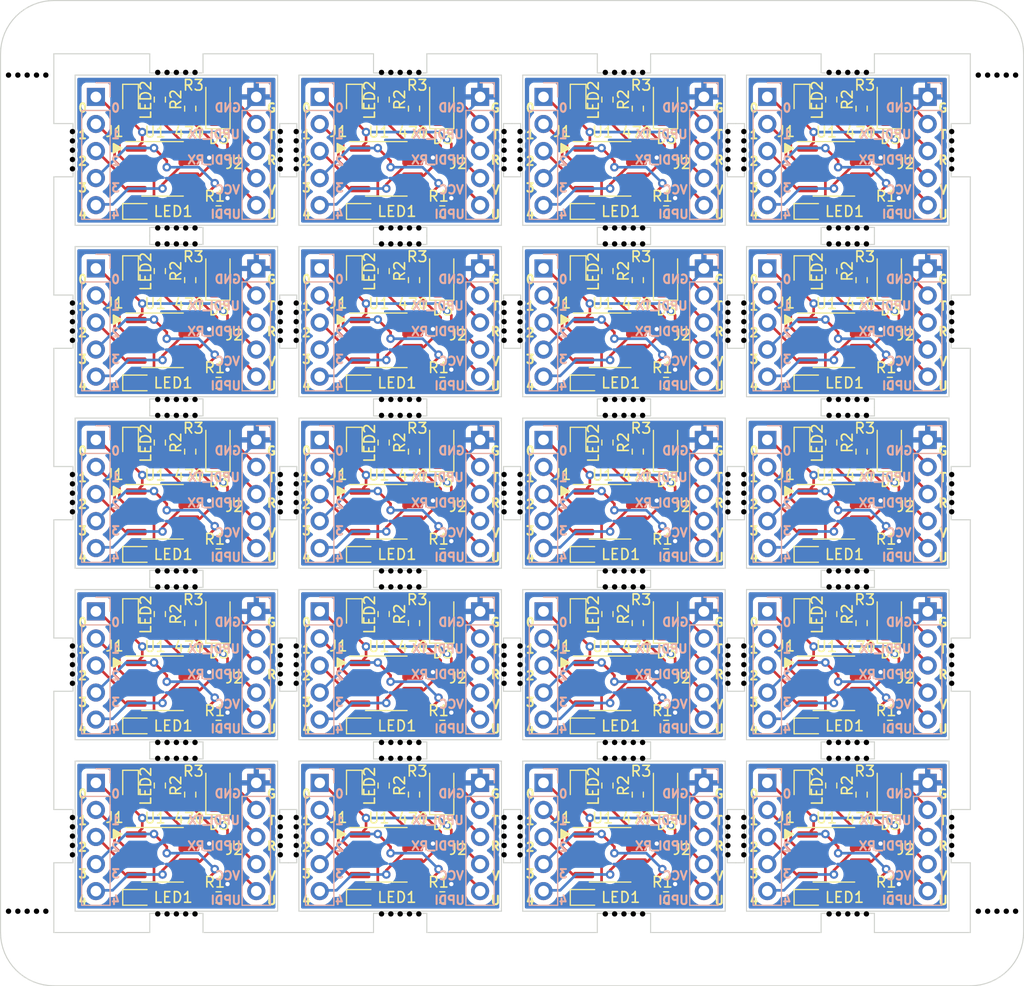
<source format=kicad_pcb>
(kicad_pcb (version 20221018) (generator pcbnew)
  (layers (0 "F.Cu" signal) (31 "B.Cu" signal) (34 "B.Paste" user) (35 "F.Paste" user) (36 "B.SilkS" user "B.Silkscreen") (37 "F.SilkS" user "F.Silkscreen") (38 "B.Mask" user) (39 "F.Mask" user) (44 "Edge.Cuts" user))
  (net 0 "")
  (net 1 "Board_0-1")
  (net 2 "Board_0-2")
  (net 3 "Board_0-3")
  (net 4 "Board_0-4")
  (net 5 "Board_0-5")
  (net 6 "Board_0-6")
  (net 7 "Board_0-7")
  (net 8 "Board_0-8")
  (net 9 "Board_0-Net-(D1-K)")
  (net 10 "Board_0-Net-(D2-K)")
  (net 11 "Board_0-UPDI_RX")
  (net 12 "Board_0-UPDI_TX")
  (net 13 "Board_1-1")
  (net 14 "Board_1-2")
  (net 15 "Board_1-3")
  (net 16 "Board_1-4")
  (net 17 "Board_1-5")
  (net 18 "Board_1-6")
  (net 19 "Board_1-7")
  (net 20 "Board_1-8")
  (net 21 "Board_1-Net-(D1-K)")
  (net 22 "Board_1-Net-(D2-K)")
  (net 23 "Board_1-UPDI_RX")
  (net 24 "Board_1-UPDI_TX")
  (net 25 "Board_2-1")
  (net 26 "Board_2-2")
  (net 27 "Board_2-3")
  (net 28 "Board_2-4")
  (net 29 "Board_2-5")
  (net 30 "Board_2-6")
  (net 31 "Board_2-7")
  (net 32 "Board_2-8")
  (net 33 "Board_2-Net-(D1-K)")
  (net 34 "Board_2-Net-(D2-K)")
  (net 35 "Board_2-UPDI_RX")
  (net 36 "Board_2-UPDI_TX")
  (net 37 "Board_3-1")
  (net 38 "Board_3-2")
  (net 39 "Board_3-3")
  (net 40 "Board_3-4")
  (net 41 "Board_3-5")
  (net 42 "Board_3-6")
  (net 43 "Board_3-7")
  (net 44 "Board_3-8")
  (net 45 "Board_3-Net-(D1-K)")
  (net 46 "Board_3-Net-(D2-K)")
  (net 47 "Board_3-UPDI_RX")
  (net 48 "Board_3-UPDI_TX")
  (net 49 "Board_4-1")
  (net 50 "Board_4-2")
  (net 51 "Board_4-3")
  (net 52 "Board_4-4")
  (net 53 "Board_4-5")
  (net 54 "Board_4-6")
  (net 55 "Board_4-7")
  (net 56 "Board_4-8")
  (net 57 "Board_4-Net-(D1-K)")
  (net 58 "Board_4-Net-(D2-K)")
  (net 59 "Board_4-UPDI_RX")
  (net 60 "Board_4-UPDI_TX")
  (net 61 "Board_5-1")
  (net 62 "Board_5-2")
  (net 63 "Board_5-3")
  (net 64 "Board_5-4")
  (net 65 "Board_5-5")
  (net 66 "Board_5-6")
  (net 67 "Board_5-7")
  (net 68 "Board_5-8")
  (net 69 "Board_5-Net-(D1-K)")
  (net 70 "Board_5-Net-(D2-K)")
  (net 71 "Board_5-UPDI_RX")
  (net 72 "Board_5-UPDI_TX")
  (net 73 "Board_6-1")
  (net 74 "Board_6-2")
  (net 75 "Board_6-3")
  (net 76 "Board_6-4")
  (net 77 "Board_6-5")
  (net 78 "Board_6-6")
  (net 79 "Board_6-7")
  (net 80 "Board_6-8")
  (net 81 "Board_6-Net-(D1-K)")
  (net 82 "Board_6-Net-(D2-K)")
  (net 83 "Board_6-UPDI_RX")
  (net 84 "Board_6-UPDI_TX")
  (net 85 "Board_7-1")
  (net 86 "Board_7-2")
  (net 87 "Board_7-3")
  (net 88 "Board_7-4")
  (net 89 "Board_7-5")
  (net 90 "Board_7-6")
  (net 91 "Board_7-7")
  (net 92 "Board_7-8")
  (net 93 "Board_7-Net-(D1-K)")
  (net 94 "Board_7-Net-(D2-K)")
  (net 95 "Board_7-UPDI_RX")
  (net 96 "Board_7-UPDI_TX")
  (net 97 "Board_8-1")
  (net 98 "Board_8-2")
  (net 99 "Board_8-3")
  (net 100 "Board_8-4")
  (net 101 "Board_8-5")
  (net 102 "Board_8-6")
  (net 103 "Board_8-7")
  (net 104 "Board_8-8")
  (net 105 "Board_8-Net-(D1-K)")
  (net 106 "Board_8-Net-(D2-K)")
  (net 107 "Board_8-UPDI_RX")
  (net 108 "Board_8-UPDI_TX")
  (net 109 "Board_9-1")
  (net 110 "Board_9-2")
  (net 111 "Board_9-3")
  (net 112 "Board_9-4")
  (net 113 "Board_9-5")
  (net 114 "Board_9-6")
  (net 115 "Board_9-7")
  (net 116 "Board_9-8")
  (net 117 "Board_9-Net-(D1-K)")
  (net 118 "Board_9-Net-(D2-K)")
  (net 119 "Board_9-UPDI_RX")
  (net 120 "Board_9-UPDI_TX")
  (net 121 "Board_10-1")
  (net 122 "Board_10-2")
  (net 123 "Board_10-3")
  (net 124 "Board_10-4")
  (net 125 "Board_10-5")
  (net 126 "Board_10-6")
  (net 127 "Board_10-7")
  (net 128 "Board_10-8")
  (net 129 "Board_10-Net-(D1-K)")
  (net 130 "Board_10-Net-(D2-K)")
  (net 131 "Board_10-UPDI_RX")
  (net 132 "Board_10-UPDI_TX")
  (net 133 "Board_11-1")
  (net 134 "Board_11-2")
  (net 135 "Board_11-3")
  (net 136 "Board_11-4")
  (net 137 "Board_11-5")
  (net 138 "Board_11-6")
  (net 139 "Board_11-7")
  (net 140 "Board_11-8")
  (net 141 "Board_11-Net-(D1-K)")
  (net 142 "Board_11-Net-(D2-K)")
  (net 143 "Board_11-UPDI_RX")
  (net 144 "Board_11-UPDI_TX")
  (net 145 "Board_12-1")
  (net 146 "Board_12-2")
  (net 147 "Board_12-3")
  (net 148 "Board_12-4")
  (net 149 "Board_12-5")
  (net 150 "Board_12-6")
  (net 151 "Board_12-7")
  (net 152 "Board_12-8")
  (net 153 "Board_12-Net-(D1-K)")
  (net 154 "Board_12-Net-(D2-K)")
  (net 155 "Board_12-UPDI_RX")
  (net 156 "Board_12-UPDI_TX")
  (net 157 "Board_13-1")
  (net 158 "Board_13-2")
  (net 159 "Board_13-3")
  (net 160 "Board_13-4")
  (net 161 "Board_13-5")
  (net 162 "Board_13-6")
  (net 163 "Board_13-7")
  (net 164 "Board_13-8")
  (net 165 "Board_13-Net-(D1-K)")
  (net 166 "Board_13-Net-(D2-K)")
  (net 167 "Board_13-UPDI_RX")
  (net 168 "Board_13-UPDI_TX")
  (net 169 "Board_14-1")
  (net 170 "Board_14-2")
  (net 171 "Board_14-3")
  (net 172 "Board_14-4")
  (net 173 "Board_14-5")
  (net 174 "Board_14-6")
  (net 175 "Board_14-7")
  (net 176 "Board_14-8")
  (net 177 "Board_14-Net-(D1-K)")
  (net 178 "Board_14-Net-(D2-K)")
  (net 179 "Board_14-UPDI_RX")
  (net 180 "Board_14-UPDI_TX")
  (net 181 "Board_15-1")
  (net 182 "Board_15-2")
  (net 183 "Board_15-3")
  (net 184 "Board_15-4")
  (net 185 "Board_15-5")
  (net 186 "Board_15-6")
  (net 187 "Board_15-7")
  (net 188 "Board_15-8")
  (net 189 "Board_15-Net-(D1-K)")
  (net 190 "Board_15-Net-(D2-K)")
  (net 191 "Board_15-UPDI_RX")
  (net 192 "Board_15-UPDI_TX")
  (net 193 "Board_16-1")
  (net 194 "Board_16-2")
  (net 195 "Board_16-3")
  (net 196 "Board_16-4")
  (net 197 "Board_16-5")
  (net 198 "Board_16-6")
  (net 199 "Board_16-7")
  (net 200 "Board_16-8")
  (net 201 "Board_16-Net-(D1-K)")
  (net 202 "Board_16-Net-(D2-K)")
  (net 203 "Board_16-UPDI_RX")
  (net 204 "Board_16-UPDI_TX")
  (net 205 "Board_17-1")
  (net 206 "Board_17-2")
  (net 207 "Board_17-3")
  (net 208 "Board_17-4")
  (net 209 "Board_17-5")
  (net 210 "Board_17-6")
  (net 211 "Board_17-7")
  (net 212 "Board_17-8")
  (net 213 "Board_17-Net-(D1-K)")
  (net 214 "Board_17-Net-(D2-K)")
  (net 215 "Board_17-UPDI_RX")
  (net 216 "Board_17-UPDI_TX")
  (net 217 "Board_18-1")
  (net 218 "Board_18-2")
  (net 219 "Board_18-3")
  (net 220 "Board_18-4")
  (net 221 "Board_18-5")
  (net 222 "Board_18-6")
  (net 223 "Board_18-7")
  (net 224 "Board_18-8")
  (net 225 "Board_18-Net-(D1-K)")
  (net 226 "Board_18-Net-(D2-K)")
  (net 227 "Board_18-UPDI_RX")
  (net 228 "Board_18-UPDI_TX")
  (net 229 "Board_19-1")
  (net 230 "Board_19-2")
  (net 231 "Board_19-3")
  (net 232 "Board_19-4")
  (net 233 "Board_19-5")
  (net 234 "Board_19-6")
  (net 235 "Board_19-7")
  (net 236 "Board_19-8")
  (net 237 "Board_19-Net-(D1-K)")
  (net 238 "Board_19-Net-(D2-K)")
  (net 239 "Board_19-UPDI_RX")
  (net 240 "Board_19-UPDI_TX")
  (footprint "NPTH" (layer "F.Cu") (at 107.35 116.2)
    (fp_text reference "KiKit_MB_57_3" hide)
    (fp_text value "NPTH" hide)
  )
  (footprint "Resistor_SMD:R_0603_1608Metric" (layer "F.Cu") (at 136.55 61.4 -90)
    (fp_text reference "R2")
    (fp_text value "1k")
  )
  (footprint "Package_SO:SOIC-8_3.9x4.9mm_P1.27mm" (layer "F.Cu") (at 94.8 84)
    (fp_text reference "U1")
    (fp_text value "ATtiny202-SS")
  )
  (footprint "Resistor_SMD:R_0603_1608Metric" (layer "F.Cu") (at 118.4 62.25 90)
    (fp_text reference "470")
    (fp_text value "R3")
  )
  (footprint "NPTH" (layer "F.Cu") (at 126.85 99.225)
    (fp_text reference "KiKit_MB_42_6" hide)
    (fp_text value "NPTH" hide)
  )
  (footprint "NPTH" (layer "F.Cu") (at 107.35 64.4)
    (fp_text reference "KiKit_MB_9_7" hide)
    (fp_text value "NPTH" hide)
  )
  (footprint "Diode_SMD:D_1206_3216Metric" (layer "F.Cu") (at 100 77.95 90)
    (fp_text reference "D3")
    (fp_text value "RB160M-30")
  )
  (footprint "NPTH" (layer "F.Cu") (at 107.35 132.3)
    (fp_text reference "KiKit_MB_73_3" hide)
    (fp_text value "NPTH" hide)
  )
  (footprint "NPTH" (layer "F.Cu") (at 74.225 58.85)
    (fp_text reference "KiKit_MB_3_4" hide)
    (fp_text value "NPTH" hide)
  )
  (footprint "NPTH" (layer "F.Cu") (at 84.85 129.675)
    (fp_text reference "KiKit_MB_66_4" hide)
    (fp_text value "NPTH" hide)
  )
  (footprint "NPTH" (layer "F.Cu") (at 65.35 128.8)
    (fp_text reference "KiKit_MB_65_7" hide)
    (fp_text value "NPTH" hide)
  )
  (footprint "NPTH" (layer "F.Cu") (at 75.1 121.75)
    (fp_text reference "KiKit_MB_52_5" hide)
    (fp_text value "NPTH" hide)
  )
  (footprint "NPTH" (layer "F.Cu") (at 75.975 58.85)
    (fp_text reference "KiKit_MB_3_6" hide)
    (fp_text value "NPTH" hide)
  )
  (footprint "Resistor_SMD:R_0603_1608Metric" (layer "F.Cu") (at 142.05 88)
    (fp_text reference "R1")
    (fp_text value "1k")
  )
  (footprint "NPTH" (layer "F.Cu") (at 118.85 91.05)
    (fp_text reference "KiKit_MB_43_7" hide)
    (fp_text value "NPTH" hide)
  )
  (footprint "NPTH" (layer "F.Cu") (at 105.85 66.15)
    (fp_text reference "KiKit_MB_6_5" hide)
    (fp_text value "NPTH" hide)
  )
  (footprint "Resistor_SMD:R_0603_1608Metric" (layer "F.Cu") (at 136.55 93.6 -90)
    (fp_text reference "R2")
    (fp_text value "1k")
  )
  (footprint "Diode_SMD:D_1206_3216Metric" (layer "F.Cu") (at 100 61.85 90)
    (fp_text reference "D3")
    (fp_text value "RB160M-30")
  )
  (footprint "NPTH" (layer "F.Cu") (at 139.85 121.75)
    (fp_text reference "KiKit_MB_64_3" hide)
    (fp_text value "NPTH" hide)
  )
  (footprint "Resistor_SMD:R_0603_1608Metric" (layer "F.Cu") (at 79.05 120.2)
    (fp_text reference "R1")
    (fp_text value "1k")
  )
  (footprint "NPTH" (layer "F.Cu") (at 117.975 73.45)
    (fp_text reference "KiKit_MB_12_4" hide)
    (fp_text value "NPTH" hide)
  )
  (footprint "Resistor_SMD:R_0603_1608Metric" (layer "F.Cu") (at 97.4 110.55 90)
    (fp_text reference "470")
    (fp_text value "R3")
  )
  (footprint "NPTH" (layer "F.Cu") (at 75.975 73.45)
    (fp_text reference "KiKit_MB_4_4" hide)
    (fp_text value "NPTH" hide)
  )
  (footprint "Diode_SMD:D_1206_3216Metric" (layer "F.Cu") (at 79 110.15 90)
    (fp_text reference "D3")
    (fp_text value "RB160M-30")
  )
  (footprint "NPTH" (layer "F.Cu") (at 65.35 83.125)
    (fp_text reference "KiKit_MB_17_4" hide)
    (fp_text value "NPTH" hide)
  )
  (footprint "NPTH" (layer "F.Cu") (at 96.1 89.55)
    (fp_text reference "KiKit_MB_24_5" hide)
    (fp_text value "NPTH" hide)
  )
  (footprint "NPTH" (layer "F.Cu") (at 105.85 113.575)
    (fp_text reference "KiKit_MB_54_4" hide)
    (fp_text value "NPTH" hide)
  )
  (footprint "NPTH" (layer "F.Cu") (at 107.35 113.575)
    (fp_text reference "KiKit_MB_57_6" hide)
    (fp_text value "NPTH" hide)
  )
  (footprint "NPTH" (layer "F.Cu") (at 96.1 58.85)
    (fp_text reference "KiKit_MB_7_5" hide)
    (fp_text value "NPTH" hide)
  )
  (footprint "NPTH" (layer "F.Cu") (at 138.975 58.85)
    (fp_text reference "KiKit_MB_15_6" hide)
    (fp_text value "NPTH" hide)
  )
  (footprint "NPTH" (layer "F.Cu") (at 107.35 131.425)
    (fp_text reference "KiKit_MB_73_4" hide)
    (fp_text value "NPTH" hide)
  )
  (footprint "NPTH" (layer "F.Cu") (at 128.35 100.1)
    (fp_text reference "KiKit_MB_45_3" hide)
    (fp_text value "NPTH" hide)
  )
  (footprint "Diode_SMD:D_0603_1608Metric" (layer "F.Cu") (at 92.55 104.1)
    (fp_text reference "LED1")
    (fp_text value "LED")
  )
  (footprint "NPTH" (layer "F.Cu") (at 76.85 74.95)
    (fp_text reference "KiKit_MB_19_7" hide)
    (fp_text value "NPTH" hide)
  )
  (footprint "NPTH" (layer "F.Cu") (at 105.85 131.425)
    (fp_text reference "KiKit_MB_70_6" hide)
    (fp_text value "NPTH" hide)
  )
  (footprint "NPTH" (layer "F.Cu") (at 117.1 105.65)
    (fp_text reference "KiKit_MB_44_5" hide)
    (fp_text value "NPTH" hide)
  )
  (footprint "NPTH" (layer "F.Cu") (at 126.85 132.3)
    (fp_text reference "KiKit_MB_74_7" hide)
    (fp_text value "NPTH" hide)
  )
  (footprint "Resistor_SMD:R_0603_1608Metric" (layer "F.Cu") (at 115.55 77.5 -90)
    (fp_text reference "R2")
    (fp_text value "1k")
  )
  (footprint "NPTH" (layer "F.Cu") (at 126.85 130.55)
    (fp_text reference "KiKit_MB_74_5" hide)
    (fp_text value "NPTH" hide)
  )
  (footprint "NPTH" (layer "F.Cu") (at 107.35 96.6)
    (fp_text reference "KiKit_MB_41_7" hide)
    (fp_text value "NPTH" hide)
  )
  (footprint "NPTH" (layer "F.Cu") (at 73.35 91.05)
    (fp_text reference "KiKit_MB_35_3" hide)
    (fp_text value "NPTH" hide)
  )
  (footprint "Resistor_SMD:R_0603_1608Metric" (layer "F.Cu") (at 100.05 136.3)
    (fp_text reference "R1")
    (fp_text value "1k")
  )
  (footprint "NPTH" (layer "F.Cu") (at 136.35 121.75)
    (fp_text reference "KiKit_MB_64_7" hide)
    (fp_text value "NPTH" hide)
  )
  (footprint "NPTH" (layer "F.Cu") (at 117.1 121.75)
    (fp_text reference "KiKit_MB_60_5" hide)
    (fp_text value "NPTH" hide)
  )
  (footprint "NPTH" (layer "F.Cu") (at 65.35 64.4)
    (fp_text reference "KiKit_MB_1_7" hide)
    (fp_text value "NPTH" hide)
  )
  (footprint "NPTH" (layer "F.Cu") (at 139.85 137.85)
    (fp_text reference "KiKit_MB_80_3" hide)
    (fp_text value "NPTH" hide)
  )
  (footprint "NPTH" (layer "F.Cu") (at 150.35 137.6)
    (fp_text reference "KiKit_MB_84_3" hide)
    (fp_text value "NPTH" hide)
  )
  (footprint "Resistor_SMD:R_0603_1608Metric" (layer "F.Cu") (at 118.4 126.65 90)
    (fp_text reference "470")
    (fp_text value "R3")
  )
  (footprint "Package_SO:SOIC-8_3.9x4.9mm_P1.27mm" (layer "F.Cu") (at 94.8 100.1)
    (fp_text reference "U1")
    (fp_text value "ATtiny202-SS")
  )
  (footprint "Diode_SMD:D_0603_1608Metric" (layer "F.Cu") (at 133.8 109.75 -90)
    (fp_text reference "LED2")
    (fp_text value "LED")
  )
  (footprint "Resistor_SMD:R_0603_1608Metric" (layer "F.Cu") (at 79.05 71.9)
    (fp_text reference "R1")
    (fp_text value "1k")
  )
  (footprint "NPTH" (layer "F.Cu") (at 126.85 66.15)
    (fp_text reference "KiKit_MB_10_5" hide)
    (fp_text value "NPTH" hide)
  )
  (footprint "NPTH" (layer "F.Cu") (at 96.975 105.65)
    (fp_text reference "KiKit_MB_40_4" hide)
    (fp_text value "NPTH" hide)
  )
  (footprint "NPTH" (layer "F.Cu") (at 75.1 89.55)
    (fp_text reference "KiKit_MB_20_5" hide)
    (fp_text value "NPTH" hide)
  )
  (footprint "NPTH" (layer "F.Cu") (at 74.225 89.55)
    (fp_text reference "KiKit_MB_20_6" hide)
    (fp_text value "NPTH" hide)
  )
  (footprint "NPTH" (layer "F.Cu") (at 96.1 73.45)
    (fp_text reference "KiKit_MB_8_5" hide)
    (fp_text value "NPTH" hide)
  )
  (footprint "NPTH" (layer "F.Cu") (at 95.225 105.65)
    (fp_text reference "KiKit_MB_40_6" hide)
    (fp_text value "NPTH" hide)
  )
  (footprint "NPTH" (layer "F.Cu") (at 86.35 67.9)
    (fp_text reference "KiKit_MB_5_3" hide)
    (fp_text value "NPTH" hide)
  )
  (footprint "NPTH" (layer "F.Cu") (at 117.975 89.55)
    (fp_text reference "KiKit_MB_28_4" hide)
    (fp_text value "NPTH" hide)
  )
  (footprint "Resistor_SMD:R_0603_1608Metric" (layer "F.Cu") (at 94.55 109.7 -90)
    (fp_text reference "R2")
    (fp_text value "1k")
  )
  (footprint "NPTH" (layer "F.Cu") (at 138.975 137.85)
    (fp_text reference "KiKit_MB_80_4" hide)
    (fp_text value "NPTH" hide)
  )
  (footprint "NPTH" (layer "F.Cu") (at 76.85 105.65)
    (fp_text reference "KiKit_MB_36_3" hide)
    (fp_text value "NPTH" hide)
  )
  (footprint "Diode_SMD:D_0603_1608Metric" (layer "F.Cu") (at 134.55 88)
    (fp_text reference "LED1")
    (fp_text value "LED")
  )
  (footprint "NPTH" (layer "F.Cu") (at 128.35 99.225)
    (fp_text reference "KiKit_MB_45_4" hide)
    (fp_text value "NPTH" hide)
  )
  (footprint "NPTH" (layer "F.Cu") (at 138.975 121.75)
    (fp_text reference "KiKit_MB_64_4" hide)
    (fp_text value "NPTH" hide)
  )
  (footprint "NPTH" (layer "F.Cu") (at 96.1 91.05)
    (fp_text reference "KiKit_MB_39_5" hide)
    (fp_text value "NPTH" hide)
  )
  (footprint "NPTH" (layer "F.Cu") (at 151.225 137.6)
    (fp_text reference "KiKit_MB_84_4" hide)
    (fp_text value "NPTH" hide)
  )
  (footprint "NPTH" (layer "F.Cu") (at 75.975 137.85)
    (fp_text reference "KiKit_MB_68_4" hide)
    (fp_text value "NPTH" hide)
  )
  (footprint "Package_SO:SOIC-8_3.9x4.9mm_P1.27mm" (layer "F.Cu") (at 115.8 132.3)
    (fp_text reference "U1")
    (fp_text value "ATtiny202-SS")
  )
  (footprint "NPTH" (layer "F.Cu") (at 75.1 137.85)
    (fp_text reference "KiKit_MB_68_5" hide)
    (fp_text value "NPTH" hide)
  )
  (footprint "NPTH" (layer "F.Cu") (at 105.85 112.7)
    (fp_text reference "KiKit_MB_54_3" hide)
    (fp_text value "NPTH" hide)
  )
  (footprint "NPTH" (layer "F.Cu") (at 62.85 137.6)
    (fp_text reference "KiKit_MB_82_7" hide)
    (fp_text value "NPTH" hide)
  )
  (footprint "NPTH" (layer "F.Cu") (at 137.225 137.85)
    (fp_text reference "KiKit_MB_80_6" hide)
    (fp_text value "NPTH" hide)
  )
  (footprint "NPTH" (layer "F.Cu") (at 115.35 137.85)
    (fp_text reference "KiKit_MB_76_7" hide)
    (fp_text value "NPTH" hide)
  )
  (footprint "Package_SO:SOIC-8_3.9x4.9mm_P1.27mm" (layer "F.Cu") (at 136.8 100.1)
    (fp_text reference "U1")
    (fp_text value "ATtiny202-SS")
  )
  (footprint "NPTH" (layer "F.Cu") (at 128.35 97.475)
    (fp_text reference "KiKit_MB_45_6" hide)
    (fp_text value "NPTH" hide)
  )
  (footprint "NPTH" (layer "F.Cu") (at 65.35 98.35)
    (fp_text reference "KiKit_MB_33_5" hide)
    (fp_text value "NPTH" hide)
  )
  (footprint "Diode_SMD:D_0603_1608Metric" (layer "F.Cu") (at 113.55 120.2)
    (fp_text reference "LED1")
    (fp_text value "LED")
  )
  (footprint "NPTH" (layer "F.Cu") (at 147.85 129.675)
    (fp_text reference "KiKit_MB_78_4" hide)
    (fp_text value "NPTH" hide)
  )
  (footprint "NPTH" (layer "F.Cu") (at 118.85 89.55)
    (fp_text reference "KiKit_MB_28_3" hide)
    (fp_text value "NPTH" hide)
  )
  (footprint "Diode_SMD:D_1206_3216Metric" (layer "F.Cu") (at 121 61.85 90)
    (fp_text reference "D3")
    (fp_text value "RB160M-30")
  )
  (footprint "Diode_SMD:D_1206_3216Metric" (layer "F.Cu") (at 121 110.15 90)
    (fp_text reference "D3")
    (fp_text value "RB160M-30")
  )
  (footprint "NPTH" (layer "F.Cu") (at 96.1 107.15)
    (fp_text reference "KiKit_MB_55_5" hide)
    (fp_text value "NPTH" hide)
  )
  (footprint "Diode_SMD:D_0603_1608Metric" (layer "F.Cu") (at 70.8 77.55 -90)
    (fp_text reference "LED2")
    (fp_text value "LED")
  )
  (footprint "Diode_SMD:D_0603_1608Metric" (layer "F.Cu") (at 70.8 93.65 -90)
    (fp_text reference "LED2")
    (fp_text value "LED")
  )
  (footprint "NPTH" (layer "F.Cu") (at 107.35 84)
    (fp_text reference "KiKit_MB_25_3" hide)
    (fp_text value "NPTH" hide)
  )
  (footprint "NPTH" (layer "F.Cu") (at 115.35 121.75)
    (fp_text reference "KiKit_MB_60_7" hide)
    (fp_text value "NPTH" hide)
  )
  (footprint "NPTH" (layer "F.Cu") (at 147.85 64.4)
    (fp_text reference "KiKit_MB_14_3" hide)
    (fp_text value "NPTH" hide)
  )
  (footprint "NPTH" (layer "F.Cu") (at 137.225 91.05)
    (fp_text reference "KiKit_MB_47_4" hide)
    (fp_text value "NPTH" hide)
  )
  (footprint "Diode_SMD:D_1206_3216Metric" (layer "F.Cu") (at 79 126.25 90)
    (fp_text reference "D3")
    (fp_text value "RB160M-30")
  )
  (footprint "NPTH" (layer "F.Cu") (at 107.35 65.275)
    (fp_text reference "KiKit_MB_9_6" hide)
    (fp_text value "NPTH" hide)
  )
  (footprint "NPTH" (layer "F.Cu") (at 126.85 64.4)
    (fp_text reference "KiKit_MB_10_3" hide)
    (fp_text value "NPTH" hide)
  )
  (footprint "NPTH" (layer "F.Cu") (at 116.225 73.45)
    (fp_text reference "KiKit_MB_12_6" hide)
    (fp_text value "NPTH" hide)
  )
  (footprint "NPTH" (layer "F.Cu") (at 128.35 96.6)
    (fp_text reference "KiKit_MB_45_7" hide)
    (fp_text value "NPTH" hide)
  )
  (footprint "NPTH" (layer "F.Cu") (at 84.85 97.475)
    (fp_text reference "KiKit_MB_34_4" hide)
    (fp_text value "NPTH" hide)
  )
  (footprint "NPTH" (layer "F.Cu") (at 128.35 81.375)
    (fp_text reference "KiKit_MB_29_6" hide)
    (fp_text value "NPTH" hide)
  )
  (footprint "NPTH" (layer "F.Cu") (at 96.975 121.75)
    (fp_text reference "KiKit_MB_56_4" hide)
    (fp_text value "NPTH" hide)
  )
  (footprint "NPTH" (layer "F.Cu") (at 86.35 115.325)
    (fp_text reference "KiKit_MB_53_4" hide)
    (fp_text value "NPTH" hide)
  )
  (footprint "NPTH" (layer "F.Cu") (at 147.85 97.475)
    (fp_text reference "KiKit_MB_46_4" hide)
    (fp_text value "NPTH" hide)
  )
  (footprint "NPTH" (layer "F.Cu") (at 118.85 121.75)
    (fp_text reference "KiKit_MB_60_3" hide)
    (fp_text value "NPTH" hide)
  )
  (footprint "NPTH" (layer "F.Cu") (at 59.35 59.1)
    (fp_text reference "KiKit_MB_81_3" hide)
    (fp_text value "NPTH" hide)
  )
  (footprint "Package_SO:SOIC-8_3.9x4.9mm_P1.27mm" (layer "F.Cu") (at 73.8 132.3)
    (fp_text reference "U1")
    (fp_text value "ATtiny202-SS")
  )
  (footprint "Resistor_SMD:R_0603_1608Metric" (layer "F.Cu") (at 97.4 62.25 90)
    (fp_text reference "470")
    (fp_text value "R3")
  )
  (footprint "NPTH" (layer "F.Cu") (at 128.35 129.675)
    (fp_text reference "KiKit_MB_77_6" hide)
    (fp_text value "NPTH" hide)
  )
  (footprint "Resistor_SMD:R_0603_1608Metric" (layer "F.Cu") (at 76.4 126.65 90)
    (fp_text reference "470")
    (fp_text value "R3")
  )
  (footprint "NPTH" (layer "F.Cu") (at 94.35 89.55)
    (fp_text reference "KiKit_MB_24_7" hide)
    (fp_text value "NPTH" hide)
  )
  (footprint "NPTH" (layer "F.Cu") (at 126.85 113.575)
    (fp_text reference "KiKit_MB_58_4" hide)
    (fp_text value "NPTH" hide)
  )
  (footprint "NPTH" (layer "F.Cu") (at 86.35 130.55)
    (fp_text reference "KiKit_MB_69_5" hide)
    (fp_text value "NPTH" hide)
  )
  (footprint "NPTH" (layer "F.Cu") (at 86.35 131.425)
    (fp_text reference "KiKit_MB_69_4" hide)
    (fp_text value "NPTH" hide)
  )
  (footprint "NPTH" (layer "F.Cu") (at 73.35 107.15)
    (fp_text reference "KiKit_MB_51_3" hide)
    (fp_text value "NPTH" hide)
  )
  (footprint "Diode_SMD:D_0603_1608Metric" (layer "F.Cu") (at 134.55 120.2)
    (fp_text reference "LED1")
    (fp_text value "LED")
  )
  (footprint "Diode_SMD:D_0603_1608Metric" (layer "F.Cu") (at 70.8 61.45 -90)
    (fp_text reference "LED2")
    (fp_text value "LED")
  )
  (footprint "NPTH" (layer "F.Cu") (at 96.975 89.55)
    (fp_text reference "KiKit_MB_24_4" hide)
    (fp_text value "NPTH" hide)
  )
  (footprint "Resistor_SMD:R_0603_1608Metric" (layer "F.Cu") (at 142.05 120.2)
    (fp_text reference "R1")
    (fp_text value "1k")
  )
  (footprint "Resistor_SMD:R_0603_1608Metric" (layer "F.Cu") (at 139.4 78.35 90)
    (fp_text reference "470")
    (fp_text value "R3")
  )
  (footprint "NPTH" (layer "F.Cu") (at 136.35 107.15)
    (fp_text reference "KiKit_MB_63_3" hide)
    (fp_text value "NPTH" hide)
  )
  (footprint "NPTH" (layer "F.Cu") (at 128.35 114.45)
    (fp_text reference "KiKit_MB_61_5" hide)
    (fp_text value "NPTH" hide)
  )
  (footprint "NPTH" (layer "F.Cu") (at 118.85 107.15)
    (fp_text reference "KiKit_MB_59_7" hide)
    (fp_text value "NPTH" hide)
  )
  (footprint "Diode_SMD:D_0603_1608Metric" (layer "F.Cu") (at 91.8 61.45 -90)
    (fp_text reference "LED2")
    (fp_text value "LED")
  )
  (footprint "NPTH" (layer "F.Cu") (at 86.35 99.225)
    (fp_text reference "KiKit_MB_37_4" hide)
    (fp_text value "NPTH" hide)
  )
  (footprint "NPTH" (layer "F.Cu") (at 97.85 105.65)
    (fp_text reference "KiKit_MB_40_3" hide)
    (fp_text value "NPTH" hide)
  )
  (footprint "NPTH" (layer "F.Cu") (at 117.975 105.65)
    (fp_text reference "KiKit_MB_44_4" hide)
    (fp_text value "NPTH" hide)
  )
  (footprint "Resistor_SMD:R_0603_1608Metric" (layer "F.Cu") (at 115.55 125.8 -90)
    (fp_text reference "R2")
    (fp_text value "1k")
  )
  (footprint "NPTH" (layer "F.Cu") (at 65.35 97.475)
    (fp_text reference "KiKit_MB_33_6" hide)
    (fp_text value "NPTH" hide)
  )
  (footprint "NPTH" (layer "F.Cu") (at 117.975 121.75)
    (fp_text reference "KiKit_MB_60_4" hide)
    (fp_text value "NPTH" hide)
  )
  (footprint "NPTH" (layer "F.Cu") (at 96.1 105.65)
    (fp_text reference "KiKit_MB_40_5" hide)
    (fp_text value "NPTH" hide)
  )
  (footprint "NPTH" (layer "F.Cu") (at 65.35 80.5)
    (fp_text reference "KiKit_MB_17_7" hide)
    (fp_text value "NPTH" hide)
  )
  (footprint "Resistor_SMD:R_0603_1608Metric" (layer "F.Cu") (at 100.05 104.1)
    (fp_text reference "R1")
    (fp_text value "1k")
  )
  (footprint "NPTH" (layer "F.Cu") (at 150.35 59.1)
    (fp_text reference "KiKit_MB_83_3" hide)
    (fp_text value "NPTH" hide)
  )
  (footprint "NPTH" (layer "F.Cu") (at 84.85 80.5)
    (fp_text reference "KiKit_MB_18_3" hide)
    (fp_text value "NPTH" hide)
  )
  (footprint "NPTH" (layer "F.Cu") (at 97.85 91.05)
    (fp_text reference "KiKit_MB_39_7" hide)
    (fp_text value "NPTH" hide)
  )
  (footprint "NPTH" (layer "F.Cu") (at 84.85 130.55)
    (fp_text reference "KiKit_MB_66_5" hide)
    (fp_text value "NPTH" hide)
  )
  (footprint "NPTH" (layer "F.Cu") (at 138.1 58.85)
    (fp_text reference "KiKit_MB_15_5" hide)
    (fp_text value "NPTH" hide)
  )
  (footprint "Resistor_SMD:R_0603_1608Metric" (layer "F.Cu") (at 115.55 93.6 -90)
    (fp_text reference "R2")
    (fp_text value "1k")
  )
  (footprint "NPTH" (layer "F.Cu") (at 115.35 123.25)
    (fp_text reference "KiKit_MB_75_3" hide)
    (fp_text value "NPTH" hide)
  )
  (footprint "NPTH" (layer "F.Cu") (at 116.225 137.85)
    (fp_text reference "KiKit_MB_76_6" hide)
    (fp_text value "NPTH" hide)
  )
  (footprint "NPTH" (layer "F.Cu") (at 65.35 66.15)
    (fp_text reference "KiKit_MB_1_5" hide)
    (fp_text value "NPTH" hide)
  )
  (footprint "Resistor_SMD:R_0603_1608Metric" (layer "F.Cu") (at 136.55 109.7 -90)
    (fp_text reference "R2")
    (fp_text value "1k")
  )
  (footprint "NPTH" (layer "F.Cu") (at 105.85 84)
    (fp_text reference "KiKit_MB_22_7" hide)
    (fp_text value "NPTH" hide)
  )
  (footprint "NPTH" (layer "F.Cu") (at 86.35 112.7)
    (fp_text reference "KiKit_MB_53_7" hide)
    (fp_text value "NPTH" hide)
  )
  (footprint "NPTH" (layer "F.Cu") (at 105.85 82.25)
    (fp_text reference "KiKit_MB_22_5" hide)
    (fp_text value "NPTH" hide)
  )
  (footprint "NPTH" (layer "F.Cu") (at 76.85 121.75)
    (fp_text reference "KiKit_MB_52_3" hide)
    (fp_text value "NPTH" hide)
  )
  (footprint "NPTH" (layer "F.Cu") (at 105.85 129.675)
    (fp_text reference "KiKit_MB_70_4" hide)
    (fp_text value "NPTH" hide)
  )
  (footprint "NPTH" (layer "F.Cu") (at 107.35 112.7)
    (fp_text reference "KiKit_MB_57_7" hide)
    (fp_text value "NPTH" hide)
  )
  (footprint "Resistor_SMD:R_0603_1608Metric" (layer "F.Cu") (at 94.55 125.8 -90)
    (fp_text reference "R2")
    (fp_text value "1k")
  )
  (footprint "NPTH" (layer "F.Cu") (at 86.35 132.3)
    (fp_text reference "KiKit_MB_69_3" hide)
    (fp_text value "NPTH" hide)
  )
  (footprint "NPTH" (layer "F.Cu") (at 86.35 84)
    (fp_text reference "KiKit_MB_21_3" hide)
    (fp_text value "NPTH" hide)
  )
  (footprint "NPTH" (layer "F.Cu") (at 139.85 58.85)
    (fp_text reference "KiKit_MB_15_7" hide)
    (fp_text value "NPTH" hide)
  )
  (footprint "NPTH" (layer "F.Cu") (at 107.35 128.8)
    (fp_text reference "KiKit_MB_73_7" hide)
    (fp_text value "NPTH" hide)
  )
  (footprint "NPTH" (layer "F.Cu") (at 75.1 91.05)
    (fp_text reference "KiKit_MB_35_5" hide)
    (fp_text value "NPTH" hide)
  )
  (footprint "Diode_SMD:D_0603_1608Metric" (layer "F.Cu") (at 92.55 71.9)
    (fp_text reference "LED1")
    (fp_text value "LED")
  )
  (footprint "Package_SO:SOIC-8_3.9x4.9mm_P1.27mm" (layer "F.Cu") (at 115.8 67.9)
    (fp_text reference "U1")
    (fp_text value "ATtiny202-SS")
  )
  (footprint "Diode_SMD:D_1206_3216Metric" (layer "F.Cu") (at 142 61.85 90)
    (fp_text reference "D3")
    (fp_text value "RB160M-30")
  )
  (footprint "NPTH" (layer "F.Cu") (at 84.85 112.7)
    (fp_text reference "KiKit_MB_50_3" hide)
    (fp_text value "NPTH" hide)
  )
  (footprint "NPTH" (layer "F.Cu") (at 73.35 121.75)
    (fp_text reference "KiKit_MB_52_7" hide)
    (fp_text value "NPTH" hide)
  )
  (footprint "NPTH" (layer "F.Cu") (at 95.225 91.05)
    (fp_text reference "KiKit_MB_39_4" hide)
    (fp_text value "NPTH" hide)
  )
  (footprint "NPTH" (layer "F.Cu") (at 115.35 73.45)
    (fp_text reference "KiKit_MB_12_7" hide)
    (fp_text value "NPTH" hide)
  )
  (footprint "NPTH" (layer "F.Cu") (at 73.35 105.65)
    (fp_text reference "KiKit_MB_36_7" hide)
    (fp_text value "NPTH" hide)
  )
  (footprint "NPTH" (layer "F.Cu") (at 138.975 123.25)
    (fp_text reference "KiKit_MB_79_6" hide)
    (fp_text value "NPTH" hide)
  )
  (footprint "NPTH" (layer "F.Cu") (at 116.225 74.95)
    (fp_text reference "KiKit_MB_27_4" hide)
    (fp_text value "NPTH" hide)
  )
  (footprint "NPTH" (layer "F.Cu") (at 84.85 82.25)
    (fp_text reference "KiKit_MB_18_5" hide)
    (fp_text value "NPTH" hide)
  )
  (footprint "NPTH" (layer "F.Cu") (at 118.85 105.65)
    (fp_text reference "KiKit_MB_44_3" hide)
    (fp_text value "NPTH" hide)
  )
  (footprint "NPTH" (layer "F.Cu") (at 107.35 98.35)
    (fp_text reference "KiKit_MB_41_5" hide)
    (fp_text value "NPTH" hide)
  )
  (footprint "NPTH" (layer "F.Cu") (at 147.85 100.1)
    (fp_text reference "KiKit_MB_46_7" hide)
    (fp_text value "NPTH" hide)
  )
  (footprint "NPTH" (layer "F.Cu") (at 147.85 113.575)
    (fp_text reference "KiKit_MB_62_4" hide)
    (fp_text value "NPTH" hide)
  )
  (footprint "Resistor_SMD:R_0603_1608Metric" (layer "F.Cu") (at 115.55 109.7 -90)
    (fp_text reference "R2")
    (fp_text value "1k")
  )
  (footprint "Diode_SMD:D_0603_1608Metric" (layer "F.Cu") (at 113.55 104.1)
    (fp_text reference "LED1")
    (fp_text value "LED")
  )
  (footprint "NPTH" (layer "F.Cu") (at 65.35 131.425)
    (fp_text reference "KiKit_MB_65_4" hide)
    (fp_text value "NPTH" hide)
  )
  (footprint "NPTH" (layer "F.Cu") (at 138.975 91.05)
    (fp_text reference "KiKit_MB_47_6" hide)
    (fp_text value "NPTH" hide)
  )
  (footprint "Diode_SMD:D_0603_1608Metric" (layer "F.Cu") (at 91.8 125.85 -90)
    (fp_text reference "LED2")
    (fp_text value "LED")
  )
  (footprint "NPTH" (layer "F.Cu") (at 117.975 58.85)
    (fp_text reference "KiKit_MB_11_6" hide)
    (fp_text value "NPTH" hide)
  )
  (footprint "NPTH" (layer "F.Cu") (at 97.85 107.15)
    (fp_text reference "KiKit_MB_55_7" hide)
    (fp_text value "NPTH" hide)
  )
  (footprint "NPTH" (layer "F.Cu") (at 126.85 115.325)
    (fp_text reference "KiKit_MB_58_6" hide)
    (fp_text value "NPTH" hide)
  )
  (footprint "Diode_SMD:D_1206_3216Metric" (layer "F.Cu") (at 121 77.95 90)
    (fp_text reference "D3")
    (fp_text value "RB160M-30")
  )
  (footprint "NPTH" (layer "F.Cu") (at 128.35 116.2)
    (fp_text reference "KiKit_MB_61_3" hide)
    (fp_text value "NPTH" hide)
  )
  (footprint "NPTH" (layer "F.Cu") (at 117.1 74.95)
    (fp_text reference "KiKit_MB_27_5" hide)
    (fp_text value "NPTH" hide)
  )
  (footprint "NPTH" (layer "F.Cu") (at 137.225 74.95)
    (fp_text reference "KiKit_MB_31_4" hide)
    (fp_text value "NPTH" hide)
  )
  (footprint "NPTH" (layer "F.Cu") (at 84.85 66.15)
    (fp_text reference "KiKit_MB_2_5" hide)
    (fp_text value "NPTH" hide)
  )
  (footprint "NPTH" (layer "F.Cu") (at 138.1 89.55)
    (fp_text reference "KiKit_MB_32_5" hide)
    (fp_text value "NPTH" hide)
  )
  (footprint "NPTH" (layer "F.Cu") (at 126.85 83.125)
    (fp_text reference "KiKit_MB_26_6" hide)
    (fp_text value "NPTH" hide)
  )
  (footprint "NPTH" (layer "F.Cu") (at 105.85 64.4)
    (fp_text reference "KiKit_MB_6_3" hide)
    (fp_text value "NPTH" hide)
  )
  (footprint "Package_SO:SOIC-8_3.9x4.9mm_P1.27mm" (layer "F.Cu") (at 73.8 116.2)
    (fp_text reference "U1")
    (fp_text value "ATtiny202-SS")
  )
  (footprint "Resistor_SMD:R_0603_1608Metric" (layer "F.Cu") (at 100.05 88)
    (fp_text reference "R1")
    (fp_text value "1k")
  )
  (footprint "NPTH" (layer "F.Cu") (at 86.35 64.4)
    (fp_text reference "KiKit_MB_5_7" hide)
    (fp_text value "NPTH" hide)
  )
  (footprint "NPTH" (layer "F.Cu") (at 86.35 97.475)
    (fp_text reference "KiKit_MB_37_6" hide)
    (fp_text value "NPTH" hide)
  )
  (footprint "Diode_SMD:D_1206_3216Metric" (layer "F.Cu") (at 79 94.05 90)
    (fp_text reference "D3")
    (fp_text value "RB160M-30")
  )
  (footprint "Resistor_SMD:R_0603_1608Metric" (layer "F.Cu") (at 100.05 71.9)
    (fp_text reference "R1")
    (fp_text value "1k")
  )
  (footprint "NPTH" (layer "F.Cu") (at 86.35 114.45)
    (fp_text reference "KiKit_MB_53_5" hide)
    (fp_text value "NPTH" hide)
  )
  (footprint "NPTH" (layer "F.Cu") (at 126.85 114.45)
    (fp_text reference "KiKit_MB_58_5" hide)
    (fp_text value "NPTH" hide)
  )
  (footprint "Diode_SMD:D_0603_1608Metric" (layer "F.Cu") (at 112.8 93.65 -90)
    (fp_text reference "LED2")
    (fp_text value "LED")
  )
  (footprint "NPTH" (layer "F.Cu") (at 153.85 137.6)
    (fp_text reference "KiKit_MB_84_7" hide)
    (fp_text value "NPTH" hide)
  )
  (footprint "NPTH" (layer "F.Cu") (at 117.1 89.55)
    (fp_text reference "KiKit_MB_28_5" hide)
    (fp_text value "NPTH" hide)
  )
  (footprint "Diode_SMD:D_0603_1608Metric" (layer "F.Cu") (at 133.8 93.65 -90)
    (fp_text reference "LED2")
    (fp_text value "LED")
  )
  (footprint "NPTH" (layer "F.Cu") (at 138.1 74.95)
    (fp_text reference "KiKit_MB_31_5" hide)
    (fp_text value "NPTH" hide)
  )
  (footprint "Package_SO:SOIC-8_3.9x4.9mm_P1.27mm" (layer "F.Cu") (at 73.8 67.9)
    (fp_text reference "U1")
    (fp_text value "ATtiny202-SS")
  )
  (footprint "NPTH" (layer "F.Cu") (at 86.35 81.375)
    (fp_text reference "KiKit_MB_21_6" hide)
    (fp_text value "NPTH" hide)
  )
  (footprint "NPTH" (layer "F.Cu") (at 139.85 123.25)
    (fp_text reference "KiKit_MB_79_7" hide)
    (fp_text value "NPTH" hide)
  )
  (footprint "NPTH" (layer "F.Cu") (at 97.85 137.85)
    (fp_text reference "KiKit_MB_72_3" hide)
    (fp_text value "NPTH" hide)
  )
  (footprint "NPTH" (layer "F.Cu") (at 152.975 59.1)
    (fp_text reference "KiKit_MB_83_6" hide)
    (fp_text value "NPTH" hide)
  )
  (footprint "NPTH" (layer "F.Cu") (at 74.225 74.95)
    (fp_text reference "KiKit_MB_19_4" hide)
    (fp_text value "NPTH" hide)
  )
  (footprint "Diode_SMD:D_0603_1608Metric" (layer "F.Cu") (at 71.55 71.9)
    (fp_text reference "LED1")
    (fp_text value "LED")
  )
  (footprint "NPTH" (layer "F.Cu") (at 97.85 123.25)
    (fp_text reference "KiKit_MB_71_7" hide)
    (fp_text value "NPTH" hide)
  )
  (footprint "Resistor_SMD:R_0603_1608Metric" (layer "F.Cu") (at 118.4 110.55 90)
    (fp_text reference "470")
    (fp_text value "R3")
  )
  (footprint "Package_SO:SOIC-8_3.9x4.9mm_P1.27mm" (layer "F.Cu") (at 73.8 100.1)
    (fp_text reference "U1")
    (fp_text value "ATtiny202-SS")
  )
  (footprint "NPTH" (layer "F.Cu") (at 105.85 67.9)
    (fp_text reference "KiKit_MB_6_7" hide)
    (fp_text value "NPTH" hide)
  )
  (footprint "Resistor_SMD:R_0603_1608Metric" (layer "F.Cu") (at 115.55 61.4 -90)
    (fp_text reference "R2")
    (fp_text value "1k")
  )
  (footprint "NPTH" (layer "F.Cu") (at 61.975 137.6)
    (fp_text reference "KiKit_MB_82_6" hide)
    (fp_text value "NPTH" hide)
  )
  (footprint "NPTH" (layer "F.Cu") (at 147.85 130.55)
    (fp_text reference "KiKit_MB_78_5" hide)
    (fp_text value "NPTH" hide)
  )
  (footprint "NPTH" (layer "F.Cu") (at 138.1 105.65)
    (fp_text reference "KiKit_MB_48_5" hide)
    (fp_text value "NPTH" hide)
  )
  (footprint "NPTH" (layer "F.Cu") (at 138.975 105.65)
    (fp_text reference "KiKit_MB_48_4" hide)
    (fp_text value "NPTH" hide)
  )
  (footprint "NPTH" (layer "F.Cu") (at 84.85 67.025)
    (fp_text reference "KiKit_MB_2_6" hide)
    (fp_text value "NPTH" hide)
  )
  (footprint "NPTH" (layer "F.Cu") (at 75.975 89.55)
    (fp_text reference "KiKit_MB_20_4" hide)
    (fp_text value "NPTH" hide)
  )
  (footprint "Diode_SMD:D_1206_3216Metric" (layer "F.Cu") (at 142 126.25 90)
    (fp_text reference "D3")
    (fp_text value "RB160M-30")
  )
  (footprint "NPTH" (layer "F.Cu") (at 115.35 74.95)
    (fp_text reference "KiKit_MB_27_3" hide)
    (fp_text value "NPTH" hide)
  )
  (footprint "NPTH" (layer "F.Cu") (at 139.85 73.45)
    (fp_text reference "KiKit_MB_16_3" hide)
    (fp_text value "NPTH" hide)
  )
  (footprint "Resistor_SMD:R_0603_1608Metric" (layer "F.Cu") (at 136.55 77.5 -90)
    (fp_text reference "R2")
    (fp_text value "1k")
  )
  (footprint "NPTH" (layer "F.Cu") (at 86.35 67.025)
    (fp_text reference "KiKit_MB_5_4" hide)
    (fp_text value "NPTH" hide)
  )
  (footprint "NPTH" (layer "F.Cu") (at 147.85 66.15)
    (fp_text reference "KiKit_MB_14_5" hide)
    (fp_text value "NPTH" hide)
  )
  (footprint "NPTH" (layer "F.Cu") (at 94.35 91.05)
    (fp_text reference "KiKit_MB_39_3" hide)
    (fp_text value "NPTH" hide)
  )
  (footprint "Resistor_SMD:R_0603_1608Metric" (layer "F.Cu") (at 121.05 136.3)
    (fp_text reference "R1")
    (fp_text value "1k")
  )
  (footprint "NPTH" (layer "F.Cu") (at 86.35 83.125)
    (fp_text reference "KiKit_MB_21_4" hide)
    (fp_text value "NPTH" hide)
  )
  (footprint "NPTH" (layer "F.Cu") (at 86.35 129.675)
    (fp_text reference "KiKit_MB_69_6" hide)
    (fp_text value "NPTH" hide)
  )
  (footprint "NPTH" (layer "F.Cu") (at 152.1 59.1)
    (fp_text reference "KiKit_MB_83_5" hide)
    (fp_text value "NPTH" hide)
  )
  (footprint "NPTH" (layer "F.Cu") (at 65.35 113.575)
    (fp_text reference "KiKit_MB_49_6" hide)
    (fp_text value "NPTH" hide)
  )
  (footprint "Diode_SMD:D_0603_1608Metric" (layer "F.Cu") (at 92.55 120.2)
    (fp_text reference "LED1")
    (fp_text value "LED")
  )
  (footprint "Package_SO:SOIC-8_3.9x4.9mm_P1.27mm" (layer "F.Cu") (at 136.8 132.3)
    (fp_text reference "U1")
    (fp_text value "ATtiny202-SS")
  )
  (footprint "NPTH" (layer "F.Cu") (at 128.35 67.9)
    (fp_text reference "KiKit_MB_13_3" hide)
    (fp_text value "NPTH" hide)
  )
  (footprint "NPTH" (layer "F.Cu") (at 126.85 98.35)
    (fp_text reference "KiKit_MB_42_5" hide)
    (fp_text value "NPTH" hide)
  )
  (footprint "NPTH" (layer "F.Cu") (at 96.1 123.25)
    (fp_text reference "KiKit_MB_71_5" hide)
    (fp_text value "NPTH" hide)
  )
  (footprint "NPTH" (layer "F.Cu") (at 147.85 116.2)
    (fp_text reference "KiKit_MB_62_7" hide)
    (fp_text value "NPTH" hide)
  )
  (footprint "NPTH" (layer "F.Cu") (at 128.35 67.025)
    (fp_text reference "KiKit_MB_13_4" hide)
    (fp_text value "NPTH" hide)
  )
  (footprint "Diode_SMD:D_0603_1608Metric" (layer "F.Cu") (at 133.8 77.55 -90)
    (fp_text reference "LED2")
    (fp_text value "LED")
  )
  (footprint "NPTH" (layer "F.Cu") (at 65.35 100.1)
    (fp_text reference "KiKit_MB_33_3" hide)
    (fp_text value "NPTH" hide)
  )
  (footprint "NPTH" (layer "F.Cu") (at 65.35 67.9)
    (fp_text reference "KiKit_MB_1_3" hide)
    (fp_text value "NPTH" hide)
  )
  (footprint "NPTH" (layer "F.Cu") (at 86.35 80.5)
    (fp_text reference "KiKit_MB_21_7" hide)
    (fp_text value "NPTH" hide)
  )
  (footprint "NPTH" (layer "F.Cu") (at 152.975 137.6)
    (fp_text reference "KiKit_MB_84_6" hide)
    (fp_text value "NPTH" hide)
  )
  (footprint "NPTH" (layer "F.Cu") (at 126.85 131.425)
    (fp_text reference "KiKit_MB_74_6" hide)
    (fp_text value "NPTH" hide)
  )
  (footprint "NPTH" (layer "F.Cu") (at 126.85 128.8)
    (fp_text reference "KiKit_MB_74_3" hide)
    (fp_text value "NPTH" hide)
  )
  (footprint "NPTH" (layer "F.Cu") (at 115.35 58.85)
    (fp_text reference "KiKit_MB_11_3" hide)
    (fp_text value "NPTH" hide)
  )
  (footprint "Diode_SMD:D_0603_1608Metric" (layer "F.Cu") (at 70.8 109.75 -90)
    (fp_text reference "LED2")
    (fp_text value "LED")
  )
  (footprint "NPTH" (layer "F.Cu") (at 147.85 115.325)
    (fp_text reference "KiKit_MB_62_6" hide)
    (fp_text value "NPTH" hide)
  )
  (footprint "NPTH" (layer "F.Cu") (at 76.85 137.85)
    (fp_text reference "KiKit_MB_68_3" hide)
    (fp_text value "NPTH" hide)
  )
  (footprint "NPTH" (layer "F.Cu") (at 65.35 84)
    (fp_text reference "KiKit_MB_17_3" hide)
    (fp_text value "NPTH" hide)
  )
  (footprint "Diode_SMD:D_0603_1608Metric" (layer "F.Cu") (at 92.55 88)
    (fp_text reference "LED1")
    (fp_text value "LED")
  )
  (footprint "NPTH" (layer "F.Cu") (at 137.225 107.15)
    (fp_text reference "KiKit_MB_63_4" hide)
    (fp_text value "NPTH" hide)
  )
  (footprint "Diode_SMD:D_1206_3216Metric" (layer "F.Cu") (at 100 126.25 90)
    (fp_text reference "D3")
    (fp_text value "RB160M-30")
  )
  (footprint "NPTH" (layer "F.Cu") (at 116.225 89.55)
    (fp_text reference "KiKit_MB_28_6" hide)
    (fp_text value "NPTH" hide)
  )
  (footprint "NPTH" (layer "F.Cu") (at 138.1 121.75)
    (fp_text reference "KiKit_MB_64_5" hide)
    (fp_text value "NPTH" hide)
  )
  (footprint "NPTH" (layer "F.Cu") (at 107.35 129.675)
    (fp_text reference "KiKit_MB_73_6" hide)
    (fp_text value "NPTH" hide)
  )
  (footprint "NPTH" (layer "F.Cu") (at 126.85 97.475)
    (fp_text reference "KiKit_MB_42_4" hide)
    (fp_text value "NPTH" hide)
  )
  (footprint "NPTH" (layer "F.Cu") (at 117.1 58.85)
    (fp_text reference "KiKit_MB_11_5" hide)
    (fp_text value "NPTH" hide)
  )
  (footprint "Diode_SMD:D_0603_1608Metric" (layer "F.Cu") (at 70.8 125.85 -90)
    (fp_text reference "LED2")
    (fp_text value "LED")
  )
  (footprint "NPTH" (layer "F.Cu") (at 128.35 132.3)
    (fp_text reference "KiKit_MB_77_3" hide)
    (fp_text value "NPTH" hide)
  )
  (footprint "NPTH" (layer "F.Cu") (at 117.975 137.85)
    (fp_text reference "KiKit_MB_76_4" hide)
    (fp_text value "NPTH" hide)
  )
  (footprint "NPTH" (layer "F.Cu") (at 73.35 58.85)
    (fp_text reference "KiKit_MB_3_3" hide)
    (fp_text value "NPTH" hide)
  )
  (footprint "NPTH" (layer "F.Cu") (at 107.35 100.1)
    (fp_text reference "KiKit_MB_41_3" hide)
    (fp_text value "NPTH" hide)
  )
  (footprint "Resistor_SMD:R_0603_1608Metric" (layer "F.Cu") (at 121.05 88)
    (fp_text reference "R1")
    (fp_text value "1k")
  )
  (footprint "NPTH" (layer "F.Cu") (at 65.35 115.325)
    (fp_text reference "KiKit_MB_49_4" hide)
    (fp_text value "NPTH" hide)
  )
  (footprint "NPTH" (layer "F.Cu") (at 107.35 99.225)
    (fp_text reference "KiKit_MB_41_4" hide)
    (fp_text value "NPTH" hide)
  )
  (footprint "NPTH" (layer "F.Cu") (at 86.35 98.35)
    (fp_text reference "KiKit_MB_37_5" hide)
    (fp_text value "NPTH" hide)
  )
  (footprint "Diode_SMD:D_1206_3216Metric" (layer "F.Cu") (at 100 110.15 90)
    (fp_text reference "D3")
    (fp_text value "RB160M-30")
  )
  (footprint "NPTH" (layer "F.Cu") (at 107.35 81.375)
    (fp_text reference "KiKit_MB_25_6" hide)
    (fp_text value "NPTH" hide)
  )
  (footprint "NPTH" (layer "F.Cu") (at 105.85 98.35)
    (fp_text reference "KiKit_MB_38_5" hide)
    (fp_text value "NPTH" hide)
  )
  (footprint "NPTH" (layer "F.Cu") (at 107.35 115.325)
    (fp_text reference "KiKit_MB_57_4" hide)
    (fp_text value "NPTH" hide)
  )
  (footprint "NPTH" (layer "F.Cu") (at 76.85 123.25)
    (fp_text reference "KiKit_MB_67_7" hide)
    (fp_text value "NPTH" hide)
  )
  (footprint "NPTH" (layer "F.Cu") (at 94.35 105.65)
    (fp_text reference "KiKit_MB_40_7" hide)
    (fp_text value "NPTH" hide)
  )
  (footprint "NPTH" (layer "F.Cu") (at 107.35 67.025)
    (fp_text reference "KiKit_MB_9_4" hide)
    (fp_text value "NPTH" hide)
  )
  (footprint "Resistor_SMD:R_0603_1608Metric" (layer "F.Cu") (at 97.4 94.45 90)
    (fp_text reference "470")
    (fp_text value "R3")
  )
  (footprint "NPTH" (layer "F.Cu") (at 139.85 74.95)
    (fp_text reference "KiKit_MB_31_7" hide)
    (fp_text value "NPTH" hide)
  )
  (footprint "NPTH" (layer "F.Cu") (at 105.85 96.6)
    (fp_text reference "KiKit_MB_38_3" hide)
    (fp_text value "NPTH" hide)
  )
  (footprint "NPTH" (layer "F.Cu") (at 105.85 80.5)
    (fp_text reference "KiKit_MB_22_3" hide)
    (fp_text value "NPTH" hide)
  )
  (footprint "NPTH" (layer "F.Cu") (at 139.85 105.65)
    (fp_text reference "KiKit_MB_48_3" hide)
    (fp_text value "NPTH" hide)
  )
  (footprint "Resistor_SMD:R_0603_1608Metric" (layer "F.Cu") (at 121.05 104.1)
    (fp_text reference "R1")
    (fp_text value "1k")
  )
  (footprint "NPTH" (layer "F.Cu") (at 94.35 73.45)
    (fp_text reference "KiKit_MB_8_7" hide)
    (fp_text value "NPTH" hide)
  )
  (footprint "NPTH" (layer "F.Cu") (at 147.85 114.45)
    (fp_text reference "KiKit_MB_62_5" hide)
    (fp_text value "NPTH" hide)
  )
  (footprint "NPTH" (layer "F.Cu") (at 75.1 123.25)
    (fp_text reference "KiKit_MB_67_5" hide)
    (fp_text value "NPTH" hide)
  )
  (footprint "NPTH" (layer "F.Cu") (at 105.85 130.55)
    (fp_text reference "KiKit_MB_70_5" hide)
    (fp_text value "NPTH" hide)
  )
  (footprint "Resistor_SMD:R_0603_1608Metric" (layer "F.Cu") (at 76.4 78.35 90)
    (fp_text reference "470")
    (fp_text value "R3")
  )
  (footprint "NPTH" (layer "F.Cu") (at 74.225 137.85)
    (fp_text reference "KiKit_MB_68_6" hide)
    (fp_text value "NPTH" hide)
  )
  (footprint "NPTH" (layer "F.Cu") (at 75.1 107.15)
    (fp_text reference "KiKit_MB_51_5" hide)
    (fp_text value "NPTH" hide)
  )
  (footprint "Diode_SMD:D_1206_3216Metric" (layer "F.Cu") (at 142 110.15 90)
    (fp_text reference "D3")
    (fp_text value "RB160M-30")
  )
  (footprint "NPTH" (layer "F.Cu") (at 75.1 105.65)
    (fp_text reference "KiKit_MB_36_5" hide)
    (fp_text value "NPTH" hide)
  )
  (footprint "NPTH" (layer "F.Cu") (at 118.85 123.25)
    (fp_text reference "KiKit_MB_75_7" hide)
    (fp_text value "NPTH" hide)
  )
  (footprint "Diode_SMD:D_0603_1608Metric" (layer "F.Cu") (at 112.8 125.85 -90)
    (fp_text reference "LED2")
    (fp_text value "LED")
  )
  (footprint "NPTH" (layer "F.Cu") (at 128.35 82.25)
    (fp_text reference "KiKit_MB_29_5" hide)
    (fp_text value "NPTH" hide)
  )
  (footprint "NPTH" (layer "F.Cu") (at 147.85 81.375)
    (fp_text reference "KiKit_MB_30_4" hide)
    (fp_text value "NPTH" hide)
  )
  (footprint "NPTH" (layer "F.Cu") (at 61.1 137.6)
    (fp_text reference "KiKit_MB_82_5" hide)
    (fp_text value "NPTH" hide)
  )
  (footprint "NPTH" (layer "F.Cu") (at 137.225 105.65)
    (fp_text reference "KiKit_MB_48_6" hide)
    (fp_text value "NPTH" hide)
  )
  (footprint "NPTH" (layer "F.Cu") (at 84.85 114.45)
    (fp_text reference "KiKit_MB_50_5" hide)
    (fp_text value "NPTH" hide)
  )
  (footprint "NPTH" (layer "F.Cu") (at 117.1 123.25)
    (fp_text reference "KiKit_MB_75_5" hide)
    (fp_text value "NPTH" hide)
  )
  (footprint "Resistor_SMD:R_0603_1608Metric" (layer "F.Cu") (at 73.55 93.6 -90)
    (fp_text reference "R2")
    (fp_text value "1k")
  )
  (footprint "NPTH" (layer "F.Cu") (at 107.35 97.475)
    (fp_text reference "KiKit_MB_41_6" hide)
    (fp_text value "NPTH" hide)
  )
  (footprint "Resistor_SMD:R_0603_1608Metric" (layer "F.Cu") (at 142.05 104.1)
    (fp_text reference "R1")
    (fp_text value "1k")
  )
  (footprint "NPTH" (layer "F.Cu") (at 136.35 91.05)
    (fp_text reference "KiKit_MB_47_3" hide)
    (fp_text value "NPTH" hide)
  )
  (footprint "NPTH" (layer "F.Cu") (at 116.225 123.25)
    (fp_text reference "KiKit_MB_75_4" hide)
    (fp_text value "NPTH" hide)
  )
  (footprint "NPTH" (layer "F.Cu") (at 75.975 107.15)
    (fp_text reference "KiKit_MB_51_6" hide)
    (fp_text value "NPTH" hide)
  )
  (footprint "NPTH" (layer "F.Cu") (at 65.35 132.3)
    (fp_text reference "KiKit_MB_65_3" hide)
    (fp_text value "NPTH" hide)
  )
  (footprint "NPTH" (layer "F.Cu") (at 95.225 58.85)
    (fp_text reference "KiKit_MB_7_4" hide)
    (fp_text value "NPTH" hide)
  )
  (footprint "Package_SO:SOIC-8_3.9x4.9mm_P1.27mm" (layer "F.Cu") (at 136.8 84)
    (fp_text reference "U1")
    (fp_text value "ATtiny202-SS")
  )
  (footprint "NPTH" (layer "F.Cu") (at 86.35 82.25)
    (fp_text reference "KiKit_MB_21_5" hide)
    (fp_text value "NPTH" hide)
  )
  (footprint "NPTH" (layer "F.Cu") (at 96.1 74.95)
    (fp_text reference "KiKit_MB_23_5" hide)
    (fp_text value "NPTH" hide)
  )
  (footprint "NPTH" (layer "F.Cu") (at 126.85 67.9)
    (fp_text reference "KiKit_MB_10_7" hide)
    (fp_text value "NPTH" hide)
  )
  (footprint "NPTH" (layer "F.Cu") (at 84.85 96.6)
    (fp_text reference "KiKit_MB_34_3" hide)
    (fp_text value "NPTH" hide)
  )
  (footprint "NPTH" (layer "F.Cu") (at 75.975 74.95)
    (fp_text reference "KiKit_MB_19_6" hide)
    (fp_text value "NPTH" hide)
  )
  (footprint "NPTH" (layer "F.Cu") (at 147.85 112.7)
    (fp_text reference "KiKit_MB_62_3" hide)
    (fp_text value "NPTH" hide)
  )
  (footprint "NPTH" (layer "F.Cu") (at 116.225 105.65)
    (fp_text reference "KiKit_MB_44_6" hide)
    (fp_text value "NPTH" hide)
  )
  (footprint "NPTH" (layer "F.Cu") (at 117.1 137.85)
    (fp_text reference "KiKit_MB_76_5" hide)
    (fp_text value "NPTH" hide)
  )
  (footprint "NPTH" (layer "F.Cu") (at 84.85 116.2)
    (fp_text reference "KiKit_MB_50_7" hide)
    (fp_text value "NPTH" hide)
  )
  (footprint "NPTH" (layer "F.Cu") (at 126.85 67.025)
    (fp_text reference "KiKit_MB_10_6" hide)
    (fp_text value "NPTH" hide)
  )
  (footprint "Resistor_SMD:R_0603_1608Metric" (layer "F.Cu") (at 139.4 126.65 90)
    (fp_text reference "470")
    (fp_text value "R3")
  )
  (footprint "NPTH" (layer "F.Cu") (at 116.225 58.85)
    (fp_text reference "KiKit_MB_11_4" hide)
    (fp_text value "NPTH" hide)
  )
  (footprint "NPTH" (layer "F.Cu") (at 94.35 74.95)
    (fp_text reference "KiKit_MB_23_3" hide)
    (fp_text value "NPTH" hide)
  )
  (footprint "NPTH" (layer "F.Cu") (at 117.975 91.05)
    (fp_text reference "KiKit_MB_43_6" hide)
    (fp_text value "NPTH" hide)
  )
  (footprint "Diode_SMD:D_1206_3216Metric" (layer "F.Cu") (at 121 126.25 90)
    (fp_text reference "D3")
    (fp_text value "RB160M-30")
  )
  (footprint "NPTH" (layer "F.Cu") (at 105.85 67.025)
    (fp_text reference "KiKit_MB_6_6" hide)
    (fp_text value "NPTH" hide)
  )
  (footprint "NPTH" (layer "F.Cu") (at 84.85 131.425)
    (fp_text reference "KiKit_MB_66_6" hide)
    (fp_text value "NPTH" hide)
  )
  (footprint "NPTH" (layer "F.Cu") (at 128.35 131.425)
    (fp_text reference "KiKit_MB_77_4" hide)
    (fp_text value "NPTH" hide)
  )
  (footprint "NPTH" (layer "F.Cu") (at 105.85 81.375)
    (fp_text reference "KiKit_MB_22_4" hide)
    (fp_text value "NPTH" hide)
  )
  (footprint "NPTH" (layer "F.Cu") (at 116.225 91.05)
    (fp_text reference "KiKit_MB_43_4" hide)
    (fp_text value "NPTH" hide)
  )
  (footprint "NPTH" (layer "F.Cu") (at 105.85 115.325)
    (fp_text reference "KiKit_MB_54_6" hide)
    (fp_text value "NPTH" hide)
  )
  (footprint "Package_SO:SOIC-8_3.9x4.9mm_P1.27mm" (layer "F.Cu") (at 115.8 116.2)
    (fp_text reference "U1")
    (fp_text value "ATtiny202-SS")
  )
  (footprint "Diode_SMD:D_0603_1608Metric" (layer "F.Cu") (at 91.8 109.75 -90)
    (fp_text reference "LED2")
    (fp_text value "LED")
  )
  (footprint "Resistor_SMD:R_0603_1608Metric" (layer "F.Cu") (at 142.05 71.9)
    (fp_text reference "R1")
    (fp_text value "1k")
  )
  (footprint "NPTH" (layer "F.Cu") (at 65.35 129.675)
    (fp_text reference "KiKit_MB_65_6" hide)
    (fp_text value "NPTH" hide)
  )
  (footprint "NPTH" (layer "F.Cu") (at 107.35 80.5)
    (fp_text reference "KiKit_MB_25_7" hide)
    (fp_text value "NPTH" hide)
  )
  (footprint "Diode_SMD:D_0603_1608Metric" (layer "F.Cu") (at 134.55 71.9)
    (fp_text reference "LED1")
    (fp_text value "LED")
  )
  (footprint "NPTH" (layer "F.Cu") (at 138.975 73.45)
    (fp_text reference "KiKit_MB_16_4" hide)
    (fp_text value "NPTH" hide)
  )
  (footprint "NPTH" (layer "F.Cu") (at 65.35 81.375)
    (fp_text reference "KiKit_MB_17_6" hide)
    (fp_text value "NPTH" hide)
  )
  (footprint "NPTH" (layer "F.Cu") (at 107.35 82.25)
    (fp_text reference "KiKit_MB_25_5" hide)
    (fp_text value "NPTH" hide)
  )
  (footprint "NPTH" (layer "F.Cu") (at 136.35 123.25)
    (fp_text reference "KiKit_MB_79_3" hide)
    (fp_text value "NPTH" hide)
  )
  (footprint "Package_SO:SOIC-8_3.9x4.9mm_P1.27mm" (layer "F.Cu") (at 73.8 84)
    (fp_text reference "U1")
    (fp_text value "ATtiny202-SS")
  )
  (footprint "Package_SO:SOIC-8_3.9x4.9mm_P1.27mm" (layer "F.Cu") (at 94.8 67.9)
    (fp_text reference "U1")
    (fp_text value "ATtiny202-SS")
  )
  (footprint "NPTH" (layer "F.Cu") (at 128.35 98.35)
    (fp_text reference "KiKit_MB_45_5" hide)
    (fp_text value "NPTH" hide)
  )
  (footprint "NPTH" (layer "F.Cu") (at 95.225 107.15)
    (fp_text reference "KiKit_MB_55_4" hide)
    (fp_text value "NPTH" hide)
  )
  (footprint "NPTH" (layer "F.Cu") (at 107.35 67.9)
    (fp_text reference "KiKit_MB_9_3" hide)
    (fp_text value "NPTH" hide)
  )
  (footprint "NPTH" (layer "F.Cu") (at 137.225 73.45)
    (fp_text reference "KiKit_MB_16_6" hide)
    (fp_text value "NPTH" hide)
  )
  (footprint "NPTH" (layer "F.Cu") (at 117.975 74.95)
    (fp_text reference "KiKit_MB_27_6" hide)
    (fp_text value "NPTH" hide)
  )
  (footprint "Resistor_SMD:R_0603_1608Metric" (layer "F.Cu") (at 73.55 61.4 -90)
    (fp_text reference "R2")
    (fp_text value "1k")
  )
  (footprint "NPTH" (layer "F.Cu") (at 147.85 99.225)
    (fp_text reference "KiKit_MB_46_6" hide)
    (fp_text value "NPTH" hide)
  )
  (footprint "NPTH" (layer "F.Cu") (at 65.35 116.2)
    (fp_text reference "KiKit_MB_49_3" hide)
    (fp_text value "NPTH" hide)
  )
  (footprint "NPTH" (layer "F.Cu") (at 96.975 91.05)
    (fp_text reference "KiKit_MB_39_6" hide)
    (fp_text value "NPTH" hide)
  )
  (footprint "NPTH" (layer "F.Cu") (at 105.85 132.3)
    (fp_text reference "KiKit_MB_70_7" hide)
    (fp_text value "NPTH" hide)
  )
  (footprint "Package_SO:SOIC-8_3.9x4.9mm_P1.27mm" (layer "F.Cu") (at 136.8 67.9)
    (fp_text reference "U1")
    (fp_text value "ATtiny202-SS")
  )
  (footprint "NPTH" (layer "F.Cu") (at 86.35 96.6)
    (fp_text reference "KiKit_MB_37_7" hide)
    (fp_text value "NPTH" hide)
  )
  (footprint "NPTH" (layer "F.Cu") (at 62.85 59.1)
    (fp_text reference "KiKit_MB_81_7" hide)
    (fp_text value "NPTH" hide)
  )
  (footprint "NPTH" (layer "F.Cu") (at 75.975 123.25)
    (fp_text reference "KiKit_MB_67_6" hide)
    (fp_text value "NPTH" hide)
  )
  (footprint "NPTH" (layer "F.Cu") (at 107.35 130.55)
    (fp_text reference "KiKit_MB_73_5" hide)
    (fp_text value "NPTH" hide)
  )
  (footprint "NPTH" (layer "F.Cu") (at 86.35 65.275)
    (fp_text reference "KiKit_MB_5_6" hide)
    (fp_text value "NPTH" hide)
  )
  (footprint "NPTH" (layer "F.Cu") (at 94.35 58.85)
    (fp_text reference "KiKit_MB_7_3" hide)
    (fp_text value "NPTH" hide)
  )
  (footprint "NPTH" (layer "F.Cu") (at 86.35 100.1)
    (fp_text reference "KiKit_MB_37_3" hide)
    (fp_text value "NPTH" hide)
  )
  (footprint "NPTH" (layer "F.Cu") (at 95.225 137.85)
    (fp_text reference "KiKit_MB_72_6" hide)
    (fp_text value "NPTH" hide)
  )
  (footprint "NPTH" (layer "F.Cu") (at 126.85 129.675)
    (fp_text reference "KiKit_MB_74_4" hide)
    (fp_text value "NPTH" hide)
  )
  (footprint "Diode_SMD:D_1206_3216Metric" (layer "F.Cu") (at 100 94.05 90)
    (fp_text reference "D3")
    (fp_text value "RB160M-30")
  )
  (footprint "NPTH" (layer "F.Cu") (at 84.85 83.125)
    (fp_text reference "KiKit_MB_18_6" hide)
    (fp_text value "NPTH" hide)
  )
  (footprint "NPTH" (layer "F.Cu") (at 96.975 58.85)
    (fp_text reference "KiKit_MB_7_6" hide)
    (fp_text value "NPTH" hide)
  )
  (footprint "NPTH" (layer "F.Cu") (at 73.35 89.55)
    (fp_text reference "KiKit_MB_20_7" hide)
    (fp_text value "NPTH" hide)
  )
  (footprint "NPTH" (layer "F.Cu") (at 138.1 107.15)
    (fp_text reference "KiKit_MB_63_5" hide)
    (fp_text value "NPTH" hide)
  )
  (footprint "NPTH" (layer "F.Cu") (at 118.85 58.85)
    (fp_text reference "KiKit_MB_11_7" hide)
    (fp_text value "NPTH" hide)
  )
  (footprint "NPTH" (layer "F.Cu") (at 75.975 91.05)
    (fp_text reference "KiKit_MB_35_6" hide)
    (fp_text value "NPTH" hide)
  )
  (footprint "NPTH" (layer "F.Cu") (at 152.1 137.6)
    (fp_text reference "KiKit_MB_84_5" hide)
    (fp_text value "NPTH" hide)
  )
  (footprint "NPTH" (layer "F.Cu") (at 86.35 128.8)
    (fp_text reference "KiKit_MB_69_7" hide)
    (fp_text value "NPTH" hide)
  )
  (footprint "NPTH" (layer "F.Cu") (at 76.85 91.05)
    (fp_text reference "KiKit_MB_35_7" hide)
    (fp_text value "NPTH" hide)
  )
  (footprint "NPTH" (layer "F.Cu") (at 76.85 58.85)
    (fp_text reference "KiKit_MB_3_7" hide)
    (fp_text value "NPTH" hide)
  )
  (footprint "NPTH" (layer "F.Cu") (at 137.225 58.85)
    (fp_text reference "KiKit_MB_15_4" hide)
    (fp_text value "NPTH" hide)
  )
  (footprint "NPTH" (layer "F.Cu") (at 84.85 65.275)
    (fp_text reference "KiKit_MB_2_4" hide)
    (fp_text value "NPTH" hide)
  )
  (footprint "NPTH" (layer "F.Cu") (at 74.225 105.65)
    (fp_text reference "KiKit_MB_36_6" hide)
    (fp_text value "NPTH" hide)
  )
  (footprint "NPTH" (layer "F.Cu") (at 73.35 74.95)
    (fp_text reference "KiKit_MB_19_3" hide)
    (fp_text value "NPTH" hide)
  )
  (footprint "Diode_SMD:D_1206_3216Metric" (layer "F.Cu") (at 79 61.85 90)
    (fp_text reference "D3")
    (fp_text value "RB160M-30")
  )
  (footprint "NPTH" (layer "F.Cu") (at 96.975 74.95)
    (fp_text reference "KiKit_MB_23_6" hide)
    (fp_text value "NPTH" hide)
  )
  (footprint "NPTH" (layer "F.Cu") (at 105.85 100.1)
    (fp_text reference "KiKit_MB_38_7" hide)
    (fp_text value "NPTH" hide)
  )
  (footprint "NPTH" (layer "F.Cu") (at 75.1 74.95)
    (fp_text reference "KiKit_MB_19_5" hide)
    (fp_text value "NPTH" hide)
  )
  (footprint "NPTH" (layer "F.Cu") (at 94.35 137.85)
    (fp_text reference "KiKit_MB_72_7" hide)
    (fp_text value "NPTH" hide)
  )
  (footprint "Diode_SMD:D_0603_1608Metric" (layer "F.Cu") (at 133.8 61.45 -90)
    (fp_text reference "LED2")
    (fp_text value "LED")
  )
  (footprint "NPTH" (layer "F.Cu") (at 105.85 116.2)
    (fp_text reference "KiKit_MB_54_7" hide)
    (fp_text value "NPTH" hide)
  )
  (footprint "Package_SO:SOIC-8_3.9x4.9mm_P1.27mm" (layer "F.Cu") (at 115.8 84)
    (fp_text reference "U1")
    (fp_text value "ATtiny202-SS")
  )
  (footprint "NPTH" (layer "F.Cu") (at 74.225 121.75)
    (fp_text reference "KiKit_MB_52_6" hide)
    (fp_text value "NPTH" hide)
  )
  (footprint "NPTH" (layer "F.Cu") (at 139.85 89.55)
    (fp_text reference "KiKit_MB_32_3" hide)
    (fp_text value "NPTH" hide)
  )
  (footprint "NPTH" (layer "F.Cu") (at 107.35 83.125)
    (fp_text reference "KiKit_MB_25_4" hide)
    (fp_text value "NPTH" hide)
  )
  (footprint "NPTH" (layer "F.Cu") (at 138.1 137.85)
    (fp_text reference "KiKit_MB_80_5" hide)
    (fp_text value "NPTH" hide)
  )
  (footprint "Resistor_SMD:R_0603_1608Metric" (layer "F.Cu") (at 76.4 110.55 90)
    (fp_text reference "470")
    (fp_text value "R3")
  )
  (footprint "Resistor_SMD:R_0603_1608Metric" (layer "F.Cu") (at 73.55 125.8 -90)
    (fp_text reference "R2")
    (fp_text value "1k")
  )
  (footprint "NPTH" (layer "F.Cu") (at 147.85 82.25)
    (fp_text reference "KiKit_MB_30_5" hide)
    (fp_text value "NPTH" hide)
  )
  (footprint "NPTH" (layer "F.Cu") (at 105.85 114.45)
    (fp_text reference "KiKit_MB_54_5" hide)
    (fp_text value "NPTH" hide)
  )
  (footprint "NPTH" (layer "F.Cu") (at 126.85 112.7)
    (fp_text reference "KiKit_MB_58_3" hide)
    (fp_text value "NPTH" hide)
  )
  (footprint "NPTH" (layer "F.Cu") (at 118.85 73.45)
    (fp_text reference "KiKit_MB_12_3" hide)
    (fp_text value "NPTH" hide)
  )
  (footprint "Resistor_SMD:R_0603_1608Metric" (layer "F.Cu") (at 94.55 77.5 -90)
    (fp_text reference "R2")
    (fp_text value "1k")
  )
  (footprint "NPTH" (layer "F.Cu") (at 86.35 113.575)
    (fp_text reference "KiKit_MB_53_6" hide)
    (fp_text value "NPTH" hide)
  )
  (footprint "NPTH" (layer "F.Cu") (at 117.1 73.45)
    (fp_text reference "KiKit_MB_12_5" hide)
    (fp_text value "NPTH" hide)
  )
  (footprint "Resistor_SMD:R_0603_1608Metric" (layer "F.Cu") (at 94.55 61.4 -90)
    (fp_text reference "R2")
    (fp_text value "1k")
  )
  (footprint "NPTH" (layer "F.Cu") (at 96.975 137.85)
    (fp_text reference "KiKit_MB_72_4" hide)
    (fp_text value "NPTH" hide)
  )
  (footprint "Package_SO:SOIC-8_3.9x4.9mm_P1.27mm" (layer "F.Cu") (at 136.8 116.2)
    (fp_text reference "U1")
    (fp_text value "ATtiny202-SS")
  )
  (footprint "NPTH" (layer "F.Cu") (at 75.1 58.85)
    (fp_text reference "KiKit_MB_3_5" hide)
    (fp_text value "NPTH" hide)
  )
  (footprint "NPTH" (layer "F.Cu") (at 97.85 89.55)
    (fp_text reference "KiKit_MB_24_3" hide)
    (fp_text value "NPTH" hide)
  )
  (footprint "NPTH" (layer "F.Cu") (at 65.35 65.275)
    (fp_text reference "KiKit_MB_1_6" hide)
    (fp_text value "NPTH" hide)
  )
  (footprint "Diode_SMD:D_0603_1608Metric" (layer "F.Cu") (at 91.8 93.65 -90)
    (fp_text reference "LED2")
    (fp_text value "LED")
  )
  (footprint "Resistor_SMD:R_0603_1608Metric" (layer "F.Cu") (at 79.05 88)
    (fp_text reference "R1")
    (fp_text value "1k")
  )
  (footprint "NPTH" (layer "F.Cu") (at 147.85 80.5)
    (fp_text reference "KiKit_MB_30_3" hide)
    (fp_text value "NPTH" hide)
  )
  (footprint "NPTH" (layer "F.Cu") (at 136.35 105.65)
    (fp_text reference "KiKit_MB_48_7" hide)
    (fp_text value "NPTH" hide)
  )
  (footprint "Package_SO:SOIC-8_3.9x4.9mm_P1.27mm" (layer "F.Cu") (at 94.8 132.3)
    (fp_text reference "U1")
    (fp_text value "ATtiny202-SS")
  )
  (footprint "Resistor_SMD:R_0603_1608Metric" (layer "F.Cu") (at 97.4 78.35 90)
    (fp_text reference "470")
    (fp_text value "R3")
  )
  (footprint "NPTH" (layer "F.Cu") (at 115.35 91.05)
    (fp_text reference "KiKit_MB_43_3" hide)
    (fp_text value "NPTH" hide)
  )
  (footprint "NPTH" (layer "F.Cu") (at 126.85 80.5)
    (fp_text reference "KiKit_MB_26_3" hide)
    (fp_text value "NPTH" hide)
  )
  (footprint "NPTH" (layer "F.Cu") (at 105.85 65.275)
    (fp_text reference "KiKit_MB_6_4" hide)
    (fp_text value "NPTH" hide)
  )
  (footprint "Diode_SMD:D_0603_1608Metric" (layer "F.Cu") (at 92.55 136.3)
    (fp_text reference "LED1")
    (fp_text value "LED")
  )
  (footprint "NPTH" (layer "F.Cu") (at 147.85 132.3)
    (fp_text reference "KiKit_MB_78_7" hide)
    (fp_text value "NPTH" hide)
  )
  (footprint "Resistor_SMD:R_0603_1608Metric" (layer "F.Cu") (at 139.4 62.25 90)
    (fp_text reference "470")
    (fp_text value "R3")
  )
  (footprint "Resistor_SMD:R_0603_1608Metric" (layer "F.Cu") (at 94.55 93.6 -90)
    (fp_text reference "R2")
    (fp_text value "1k")
  )
  (footprint "NPTH" (layer "F.Cu") (at 138.975 107.15)
    (fp_text reference "KiKit_MB_63_6" hide)
    (fp_text value "NPTH" hide)
  )
  (footprint "NPTH" (layer "F.Cu") (at 95.225 123.25)
    (fp_text reference "KiKit_MB_71_4" hide)
    (fp_text value "NPTH" hide)
  )
  (footprint "NPTH" (layer "F.Cu") (at 97.85 74.95)
    (fp_text reference "KiKit_MB_23_7" hide)
    (fp_text value "NPTH" hide)
  )
  (footprint "NPTH" (layer "F.Cu") (at 126.85 96.6)
    (fp_text reference "KiKit_MB_42_3" hide)
    (fp_text value "NPTH" hide)
  )
  (footprint "NPTH" (layer "F.Cu") (at 128.35 66.15)
    (fp_text reference "KiKit_MB_13_5" hide)
    (fp_text value "NPTH" hide)
  )
  (footprint "Resistor_SMD:R_0603_1608Metric" (layer "F.Cu") (at 97.4 126.65 90)
    (fp_text reference "470")
    (fp_text value "R3")
  )
  (footprint "NPTH" (layer "F.Cu") (at 136.35 74.95)
    (fp_text reference "KiKit_MB_31_3" hide)
    (fp_text value "NPTH" hide)
  )
  (footprint "NPTH" (layer "F.Cu") (at 147.85 128.8)
    (fp_text reference "KiKit_MB_78_3" hide)
    (fp_text value "NPTH" hide)
  )
  (footprint "NPTH" (layer "F.Cu") (at 138.1 73.45)
    (fp_text reference "KiKit_MB_16_5" hide)
    (fp_text value "NPTH" hide)
  )
  (footprint "Resistor_SMD:R_0603_1608Metric" (layer "F.Cu") (at 139.4 94.45 90)
    (fp_text reference "470")
    (fp_text value "R3")
  )
  (footprint "NPTH" (layer "F.Cu") (at 76.85 89.55)
    (fp_text reference "KiKit_MB_20_3" hide)
    (fp_text value "NPTH" hide)
  )
  (footprint "Diode_SMD:D_0603_1608Metric" (layer "F.Cu") (at 112.8 109.75 -90)
    (fp_text reference "LED2")
    (fp_text value "LED")
  )
  (footprint "NPTH" (layer "F.Cu") (at 97.85 121.75)
    (fp_text reference "KiKit_MB_56_3" hide)
    (fp_text value "NPTH" hide)
  )
  (footprint "Resistor_SMD:R_0603_1608Metric" (layer "F.Cu") (at 73.55 109.7 -90)
    (fp_text reference "R2")
    (fp_text value "1k")
  )
  (footprint "NPTH" (layer "F.Cu") (at 65.35 82.25)
    (fp_text reference "KiKit_MB_17_5" hide)
    (fp_text value "NPTH" hide)
  )
  (footprint "NPTH" (layer "F.Cu") (at 65.35 130.55)
    (fp_text reference "KiKit_MB_65_5" hide)
    (fp_text value "NPTH" hide)
  )
  (footprint "NPTH" (layer "F.Cu") (at 138.975 74.95)
    (fp_text reference "KiKit_MB_31_6" hide)
    (fp_text value "NPTH" hide)
  )
  (footprint "Diode_SMD:D_0603_1608Metric" (layer "F.Cu") (at 134.55 136.3)
    (fp_text reference "LED1")
    (fp_text value "LED")
  )
  (footprint "NPTH" (layer "F.Cu") (at 61.1 59.1)
    (fp_text reference "KiKit_MB_81_5" hide)
    (fp_text value "NPTH" hide)
  )
  (footprint "Resistor_SMD:R_0603_1608Metric" (layer "F.Cu") (at 139.4 110.55 90)
    (fp_text reference "470")
    (fp_text value "R3")
  )
  (footprint "NPTH" (layer "F.Cu") (at 59.35 137.6)
    (fp_text reference "KiKit_MB_82_3" hide)
    (fp_text value "NPTH" hide)
  )
  (footprint "NPTH" (layer "F.Cu") (at 136.35 137.85)
    (fp_text reference "KiKit_MB_80_7" hide)
    (fp_text value "NPTH" hide)
  )
  (footprint "Diode_SMD:D_0603_1608Metric" (layer "F.Cu") (at 71.55 104.1)
    (fp_text reference "LED1")
    (fp_text value "LED")
  )
  (footprint "NPTH" (layer "F.Cu") (at 95.225 74.95)
    (fp_text reference "KiKit_MB_23_4" hide)
    (fp_text value "NPTH" hide)
  )
  (footprint "NPTH" (layer "F.Cu") (at 96.1 121.75)
    (fp_text reference "KiKit_MB_56_5" hide)
    (fp_text value "NPTH" hide)
  )
  (footprint "Diode_SMD:D_0603_1608Metric" (layer "F.Cu") (at 134.55 104.1)
    (fp_text reference "LED1")
    (fp_text value "LED")
  )
  (footprint "NPTH" (layer "F.Cu") (at 76.85 73.45)
    (fp_text reference "KiKit_MB_4_3" hide)
    (fp_text value "NPTH" hide)
  )
  (footprint "NPTH" (layer "F.Cu") (at 73.35 123.25)
    (fp_text reference "KiKit_MB_67_3" hide)
    (fp_text value "NPTH" hide)
  )
  (footprint "NPTH" (layer "F.Cu") (at 115.35 89.55)
    (fp_text reference "KiKit_MB_28_7" hide)
    (fp_text value "NPTH" hide)
  )
  (footprint "Resistor_SMD:R_0603_1608Metric" (layer "F.Cu") (at 121.05 71.9)
    (fp_text reference "R1")
    (fp_text value "1k")
  )
  (footprint "NPTH" (layer "F.Cu") (at 128.35 65.275)
    (fp_text reference "KiKit_MB_13_6" hide)
    (fp_text value "NPTH" hide)
  )
  (footprint "Diode_SMD:D_1206_3216Metric" (layer "F.Cu") (at 121 94.05 90)
    (fp_text reference "D3")
    (fp_text value "RB160M-30")
  )
  (footprint "NPTH" (layer "F.Cu") (at 65.35 112.7)
    (fp_text reference "KiKit_MB_49_7" hide)
    (fp_text value "NPTH" hide)
  )
  (footprint "NPTH" (layer "F.Cu") (at 105.85 128.8)
    (fp_text reference "KiKit_MB_70_3" hide)
    (fp_text value "NPTH" hide)
  )
  (footprint "NPTH" (layer "F.Cu") (at 107.35 66.15)
    (fp_text reference "KiKit_MB_9_5" hide)
    (fp_text value "NPTH" hide)
  )
  (footprint "NPTH" (layer "F.Cu") (at 115.35 105.65)
    (fp_text reference "KiKit_MB_44_7" hide)
    (fp_text value "NPTH" hide)
  )
  (footprint "NPTH" (layer "F.Cu") (at 126.85 100.1)
    (fp_text reference "KiKit_MB_42_7" hide)
    (fp_text value "NPTH" hide)
  )
  (footprint "NPTH" (layer "F.Cu") (at 128.35 130.55)
    (fp_text reference "KiKit_MB_77_5" hide)
    (fp_text value "NPTH" hide)
  )
  (footprint "NPTH" (layer "F.Cu") (at 137.225 89.55)
    (fp_text reference "KiKit_MB_32_6" hide)
    (fp_text value "NPTH" hide)
  )
  (footprint "NPTH" (layer "F.Cu") (at 84.85 67.9)
    (fp_text reference "KiKit_MB_2_7" hide)
    (fp_text value "NPTH" hide)
  )
  (footprint "Diode_SMD:D_0603_1608Metric" (layer "F.Cu") (at 113.55 136.3)
    (fp_text reference "LED1")
    (fp_text value "LED")
  )
  (footprint "NPTH" (layer "F.Cu") (at 126.85 84)
    (fp_text reference "KiKit_MB_26_7" hide)
    (fp_text value "NPTH" hide)
  )
  (footprint "NPTH" (layer "F.Cu") (at 147.85 96.6)
    (fp_text reference "KiKit_MB_46_3" hide)
    (fp_text value "NPTH" hide)
  )
  (footprint "Resistor_SMD:R_0603_1608Metric" (layer "F.Cu") (at 79.05 104.1)
    (fp_text reference "R1")
    (fp_text value "1k")
  )
  (footprint "NPTH" (layer "F.Cu") (at 126.85 82.25)
    (fp_text reference "KiKit_MB_26_5" hide)
    (fp_text value "NPTH" hide)
  )
  (footprint "Package_SO:SOIC-8_3.9x4.9mm_P1.27mm" (layer "F.Cu") (at 94.8 116.2)
    (fp_text reference "U1")
    (fp_text value "ATtiny202-SS")
  )
  (footprint "Resistor_SMD:R_0603_1608Metric" (layer "F.Cu") (at 118.4 78.35 90)
    (fp_text reference "470")
    (fp_text value "R3")
  )
  (footprint "Diode_SMD:D_1206_3216Metric" (layer "F.Cu") (at 79 77.95 90)
    (fp_text reference "D3")
    (fp_text value "RB160M-30")
  )
  (footprint "NPTH" (layer "F.Cu") (at 128.35 84)
    (fp_text reference "KiKit_MB_29_3" hide)
    (fp_text value "NPTH" hide)
  )
  (footprint "NPTH" (layer "F.Cu") (at 126.85 116.2)
    (fp_text reference "KiKit_MB_58_7" hide)
    (fp_text value "NPTH" hide)
  )
  (footprint "Diode_SMD:D_0603_1608Metric" (layer "F.Cu") (at 112.8 77.55 -90)
    (fp_text reference "LED2")
    (fp_text value "LED")
  )
  (footprint "NPTH" (layer "F.Cu") (at 96.975 123.25)
    (fp_text reference "KiKit_MB_71_6" hide)
    (fp_text value "NPTH" hide)
  )
  (footprint "Diode_SMD:D_0603_1608Metric" (layer "F.Cu") (at 71.55 88)
    (fp_text reference "LED1")
    (fp_text value "LED")
  )
  (footprint "NPTH" (layer "F.Cu") (at 60.225 59.1)
    (fp_text reference "KiKit_MB_81_4" hide)
    (fp_text value "NPTH" hide)
  )
  (footprint "NPTH" (layer "F.Cu") (at 147.85 67.025)
    (fp_text reference "KiKit_MB_14_6" hide)
    (fp_text value "NPTH" hide)
  )
  (footprint "NPTH" (layer "F.Cu") (at 107.35 114.45)
    (fp_text reference "KiKit_MB_57_5" hide)
    (fp_text value "NPTH" hide)
  )
  (footprint "NPTH" (layer "F.Cu") (at 138.975 89.55)
    (fp_text reference "KiKit_MB_32_4" hide)
    (fp_text value "NPTH" hide)
  )
  (footprint "NPTH" (layer "F.Cu") (at 95.225 73.45)
    (fp_text reference "KiKit_MB_8_6" hide)
    (fp_text value "NPTH" hide)
  )
  (footprint "NPTH" (layer "F.Cu") (at 128.35 115.325)
    (fp_text reference "KiKit_MB_61_4" hide)
    (fp_text value "NPTH" hide)
  )
  (footprint "NPTH" (layer "F.Cu") (at 147.85 131.425)
    (fp_text reference "KiKit_MB_78_6" hide)
    (fp_text value "NPTH" hide)
  )
  (footprint "NPTH" (layer "F.Cu") (at 84.85 98.35)
    (fp_text reference "KiKit_MB_34_5" hide)
    (fp_text value "NPTH" hide)
  )
  (footprint "NPTH" (layer "F.Cu") (at 95.225 89.55)
    (fp_text reference "KiKit_MB_24_6" hide)
    (fp_text value "NPTH" hide)
  )
  (footprint "Diode_SMD:D_0603_1608Metric" (layer "F.Cu") (at 113.55 71.9)
    (fp_text reference "LED1")
    (fp_text value "LED")
  )
  (footprint "Diode_SMD:D_0603_1608Metric" (layer "F.Cu") (at 113.55 88)
    (fp_text reference "LED1")
    (fp_text value "LED")
  )
  (footprint "NPTH" (layer "F.Cu") (at 84.85 113.575)
    (fp_text reference "KiKit_MB_50_4" hide)
    (fp_text value "NPTH" hide)
  )
  (footprint "NPTH" (layer "F.Cu") (at 94.35 123.25)
    (fp_text reference "KiKit_MB_71_3" hide)
    (fp_text value "NPTH" hide)
  )
  (footprint "NPTH" (layer "F.Cu") (at 147.85 67.9)
    (fp_text reference "KiKit_MB_14_7" hide)
    (fp_text value "NPTH" hide)
  )
  (footprint "Resistor_SMD:R_0603_1608Metric" (layer "F.Cu") (at 76.4 94.45 90)
    (fp_text reference "470")
    (fp_text value "R3")
  )
  (footprint "NPTH" (layer "F.Cu") (at 147.85 84)
    (fp_text reference "KiKit_MB_30_7" hide)
    (fp_text value "NPTH" hide)
  )
  (footprint "NPTH" (layer "F.Cu") (at 115.35 107.15)
    (fp_text reference "KiKit_MB_59_3" hide)
    (fp_text value "NPTH" hide)
  )
  (footprint "NPTH" (layer "F.Cu") (at 74.225 107.15)
    (fp_text reference "KiKit_MB_51_4" hide)
    (fp_text value "NPTH" hide)
  )
  (footprint "NPTH" (layer "F.Cu") (at 97.85 73.45)
    (fp_text reference "KiKit_MB_8_3" hide)
    (fp_text value "NPTH" hide)
  )
  (footprint "NPTH" (layer "F.Cu") (at 136.35 58.85)
    (fp_text reference "KiKit_MB_15_3" hide)
    (fp_text value "NPTH" hide)
  )
  (footprint "NPTH" (layer "F.Cu") (at 84.85 132.3)
    (fp_text reference "KiKit_MB_66_7" hide)
    (fp_text value "NPTH" hide)
  )
  (footprint "NPTH" (layer "F.Cu") (at 126.85 65.275)
    (fp_text reference "KiKit_MB_10_4" hide)
    (fp_text value "NPTH" hide)
  )
  (footprint "NPTH" (layer "F.Cu") (at 96.975 73.45)
    (fp_text reference "KiKit_MB_8_4" hide)
    (fp_text value "NPTH" hide)
  )
  (footprint "NPTH" (layer "F.Cu") (at 128.35 64.4)
    (fp_text reference "KiKit_MB_13_7" hide)
    (fp_text value "NPTH" hide)
  )
  (footprint "Resistor_SMD:R_0603_1608Metric" (layer "F.Cu") (at 79.05 136.3)
    (fp_text reference "R1")
    (fp_text value "1k")
  )
  (footprint "NPTH" (layer "F.Cu") (at 95.225 121.75)
    (fp_text reference "KiKit_MB_56_6" hide)
    (fp_text value "NPTH" hide)
  )
  (footprint "NPTH" (layer "F.Cu") (at 75.975 105.65)
    (fp_text reference "KiKit_MB_36_4" hide)
    (fp_text value "NPTH" hide)
  )
  (footprint "Diode_SMD:D_1206_3216Metric" (layer "F.Cu") (at 142 94.05 90)
    (fp_text reference "D3")
    (fp_text value "RB160M-30")
  )
  (footprint "NPTH" (layer "F.Cu") (at 65.35 96.6)
    (fp_text reference "KiKit_MB_33_7" hide)
    (fp_text value "NPTH" hide)
  )
  (footprint "NPTH" (layer "F.Cu") (at 84.85 64.4)
    (fp_text reference "KiKit_MB_2_3" hide)
    (fp_text value "NPTH" hide)
  )
  (footprint "NPTH" (layer "F.Cu") (at 117.975 107.15)
    (fp_text reference "KiKit_MB_59_6" hide)
    (fp_text value "NPTH" hide)
  )
  (footprint "NPTH" (layer "F.Cu") (at 137.225 123.25)
    (fp_text reference "KiKit_MB_79_4" hide)
    (fp_text value "NPTH" hide)
  )
  (footprint "NPTH" (layer "F.Cu") (at 84.85 84)
    (fp_text reference "KiKit_MB_18_7" hide)
    (fp_text value "NPTH" hide)
  )
  (footprint "NPTH" (layer "F.Cu") (at 74.225 123.25)
    (fp_text reference "KiKit_MB_67_4" hide)
    (fp_text value "NPTH" hide)
  )
  (footprint "NPTH" (layer "F.Cu") (at 86.35 66.15)
    (fp_text reference "KiKit_MB_5_5" hide)
    (fp_text value "NPTH" hide)
  )
  (footprint "NPTH" (layer "F.Cu") (at 65.35 67.025)
    (fp_text reference "KiKit_MB_1_4" hide)
    (fp_text value "NPTH" hide)
  )
  (footprint "NPTH" (layer "F.Cu") (at 116.225 107.15)
    (fp_text reference "KiKit_MB_59_4" hide)
    (fp_text value "NPTH" hide)
  )
  (footprint "NPTH" (layer "F.Cu") (at 147.85 65.275)
    (fp_text reference "KiKit_MB_14_4" hide)
    (fp_text value "NPTH" hide)
  )
  (footprint "Resistor_SMD:R_0603_1608Metric" (layer "F.Cu") (at 100.05 120.2)
    (fp_text reference "R1")
    (fp_text value "1k")
  )
  (footprint "Package_SO:SOIC-8_3.9x4.9mm_P1.27mm" (layer "F.Cu") (at 115.8 100.1)
    (fp_text reference "U1")
    (fp_text value "ATtiny202-SS")
  )
  (footprint "NPTH" (layer "F.Cu") (at 75.1 73.45)
    (fp_text reference "KiKit_MB_4_5" hide)
    (fp_text value "NPTH" hide)
  )
  (footprint "NPTH" (layer "F.Cu") (at 147.85 98.35)
    (fp_text reference "KiKit_MB_46_5" hide)
    (fp_text value "NPTH" hide)
  )
  (footprint "NPTH" (layer "F.Cu") (at 61.975 59.1)
    (fp_text reference "KiKit_MB_81_6" hide)
    (fp_text value "NPTH" hide)
  )
  (footprint "NPTH" (layer "F.Cu") (at 73.35 73.45)
    (fp_text reference "KiKit_MB_4_7" hide)
    (fp_text value "NPTH" hide)
  )
  (footprint "NPTH" (layer "F.Cu") (at 75.975 121.75)
    (fp_text reference "KiKit_MB_52_4" hide)
    (fp_text value "NPTH" hide)
  )
  (footprint "NPTH" (layer "F.Cu") (at 65.35 114.45)
    (fp_text reference "KiKit_MB_49_5" hide)
    (fp_text value "NPTH" hide)
  )
  (footprint "NPTH" (layer "F.Cu") (at 139.85 91.05)
    (fp_text reference "KiKit_MB_47_7" hide)
    (fp_text value "NPTH" hide)
  )
  (footprint "Resistor_SMD:R_0603_1608Metric" (layer "F.Cu") (at 76.4 62.25 90)
    (fp_text reference "470")
    (fp_text value "R3")
  )
  (footprint "NPTH" (layer "F.Cu") (at 147.85 83.125)
    (fp_text reference "KiKit_MB_30_6" hide)
    (fp_text value "NPTH" hide)
  )
  (footprint "NPTH" (layer "F.Cu") (at 84.85 81.375)
    (fp_text reference "KiKit_MB_18_4" hide)
    (fp_text value "NPTH" hide)
  )
  (footprint "NPTH" (layer "F.Cu") (at 105.85 97.475)
    (fp_text reference "KiKit_MB_38_4" hide)
    (fp_text value "NPTH" hide)
  )
  (footprint "NPTH" (layer "F.Cu") (at 136.35 73.45)
    (fp_text reference "KiKit_MB_16_7" hide)
    (fp_text value "NPTH" hide)
  )
  (footprint "NPTH" (layer "F.Cu") (at 128.35 112.7)
    (fp_text reference "KiKit_MB_61_7" hide)
    (fp_text value "NPTH" hide)
  )
  (footprint "NPTH" (layer "F.Cu") (at 128.35 128.8)
    (fp_text reference "KiKit_MB_77_7" hide)
    (fp_text value "NPTH" hide)
  )
  (footprint "NPTH" (layer "F.Cu") (at 118.85 74.95)
    (fp_text reference "KiKit_MB_27_7" hide)
    (fp_text value "NPTH" hide)
  )
  (footprint "NPTH" (layer "F.Cu") (at 94.35 121.75)
    (fp_text reference "KiKit_MB_56_7" hide)
    (fp_text value "NPTH" hide)
  )
  (footprint "NPTH" (layer "F.Cu") (at 96.1 137.85)
    (fp_text reference "KiKit_MB_72_5" hide)
    (fp_text value "NPTH" hide)
  )
  (footprint "NPTH" (layer "F.Cu") (at 84.85 128.8)
    (fp_text reference "KiKit_MB_66_3" hide)
    (fp_text value "NPTH" hide)
  )
  (footprint "NPTH" (layer "F.Cu") (at 117.1 107.15)
    (fp_text reference "KiKit_MB_59_5" hide)
    (fp_text value "NPTH" hide)
  )
  (footprint "Resistor_SMD:R_0603_1608Metric" (layer "F.Cu") (at 118.4 94.45 90)
    (fp_text reference "470")
    (fp_text value "R3")
  )
  (footprint "NPTH" (layer "F.Cu") (at 74.225 91.05)
    (fp_text reference "KiKit_MB_35_4" hide)
    (fp_text value "NPTH" hide)
  )
  (footprint "NPTH" (layer "F.Cu") (at 128.35 83.125)
    (fp_text reference "KiKit_MB_29_4" hide)
    (fp_text value "NPTH" hide)
  )
  (footprint "NPTH" (layer "F.Cu") (at 76.85 107.15)
    (fp_text reference "KiKit_MB_51_7" hide)
    (fp_text value "NPTH" hide)
  )
  (footprint "Resistor_SMD:R_0603_1608Metric" (layer "F.Cu") (at 73.55 77.5 -90)
    (fp_text reference "R2")
    (fp_text value "1k")
  )
  (footprint "Diode_SMD:D_0603_1608Metric" (layer "F.Cu") (at 133.8 125.85 -90)
    (fp_text reference "LED2")
    (fp_text value "LED")
  )
  (footprint "NPTH" (layer "F.Cu") (at 139.85 107.15)
    (fp_text reference "KiKit_MB_63_7" hide)
    (fp_text value "NPTH" hide)
  )
  (footprint "NPTH" (layer "F.Cu") (at 118.85 137.85)
    (fp_text reference "KiKit_MB_76_3" hide)
    (fp_text value "NPTH" hide)
  )
  (footprint "NPTH" (layer "F.Cu") (at 128.35 113.575)
    (fp_text reference "KiKit_MB_61_6" hide)
    (fp_text value "NPTH" hide)
  )
  (footprint "NPTH" (layer "F.Cu") (at 126.85 81.375)
    (fp_text reference "KiKit_MB_26_4" hide)
    (fp_text value "NPTH" hide)
  )
  (footprint "NPTH" (layer "F.Cu") (at 94.35 107.15)
    (fp_text reference "KiKit_MB_55_3" hide)
    (fp_text value "NPTH" hide)
  )
  (footprint "NPTH" (layer "F.Cu") (at 117.1 91.05)
    (fp_text reference "KiKit_MB_43_5" hide)
    (fp_text value "NPTH" hide)
  )
  (footprint "Diode_SMD:D_0603_1608Metric" (layer "F.Cu") (at 91.8 77.55 -90)
    (fp_text reference "LED2")
    (fp_text value "LED")
  )
  (footprint "NPTH" (layer "F.Cu") (at 105.85 99.225)
    (fp_text reference "KiKit_MB_38_6" hide)
    (fp_text value "NPTH" hide)
  )
  (footprint "NPTH" (layer "F.Cu") (at 73.35 137.85)
    (fp_text reference "KiKit_MB_68_7" hide)
    (fp_text value "NPTH" hide)
  )
  (footprint "NPTH" (layer "F.Cu") (at 74.225 73.45)
    (fp_text reference "KiKit_MB_4_6" hide)
    (fp_text value "NPTH" hide)
  )
  (footprint "NPTH" (layer "F.Cu") (at 84.85 115.325)
    (fp_text reference "KiKit_MB_50_6" hide)
    (fp_text value "NPTH" hide)
  )
  (footprint "Diode_SMD:D_0603_1608Metric" (layer "F.Cu") (at 71.55 136.3)
    (fp_text reference "LED1")
    (fp_text value "LED")
  )
  (footprint "Diode_SMD:D_0603_1608Metric" (layer "F.Cu") (at 112.8 61.45 -90)
    (fp_text reference "LED2")
    (fp_text value "LED")
  )
  (footprint "Resistor_SMD:R_0603_1608Metric" (layer "F.Cu") (at 142.05 136.3)
    (fp_text reference "R1")
    (fp_text value "1k")
  )
  (footprint "NPTH" (layer "F.Cu") (at 96.975 107.15)
    (fp_text reference "KiKit_MB_55_6" hide)
    (fp_text value "NPTH" hide)
  )
  (footprint "NPTH" (layer "F.Cu") (at 151.225 59.1)
    (fp_text reference "KiKit_MB_83_4" hide)
    (fp_text value "NPTH" hide)
  )
  (footprint "NPTH" (layer "F.Cu") (at 86.35 116.2)
    (fp_text reference "KiKit_MB_53_3" hide)
    (fp_text value "NPTH" hide)
  )
  (footprint "NPTH" (layer "F.Cu") (at 84.85 99.225)
    (fp_text reference "KiKit_MB_34_6" hide)
    (fp_text value "NPTH" hide)
  )
  (footprint "NPTH" (layer "F.Cu") (at 153.85 59.1)
    (fp_text reference "KiKit_MB_83_7" hide)
    (fp_text value "NPTH" hide)
  )
  (footprint "NPTH" (layer "F.Cu") (at 138.1 123.25)
    (fp_text reference "KiKit_MB_79_5" hide)
    (fp_text value "NPTH" hide)
  )
  (footprint "NPTH" (layer "F.Cu") (at 117.975 123.25)
    (fp_text reference "KiKit_MB_75_6" hide)
    (fp_text value "NPTH" hide)
  )
  (footprint "NPTH" (layer "F.Cu") (at 97.85 58.85)
    (fp_text reference "KiKit_MB_7_7" hide)
    (fp_text value "NPTH" hide)
  )
  (footprint "Diode_SMD:D_0603_1608Metric" (layer "F.Cu") (at 71.55 120.2)
    (fp_text reference "LED1")
    (fp_text value "LED")
  )
  (footprint "Resistor_SMD:R_0603_1608Metric" (layer "F.Cu") (at 121.05 120.2)
    (fp_text reference "R1")
    (fp_text value "1k")
  )
  (footprint "NPTH" (layer "F.Cu") (at 105.85 83.125)
    (fp_text reference "KiKit_MB_22_6" hide)
    (fp_text value "NPTH" hide)
  )
  (footprint "NPTH" (layer "F.Cu") (at 136.35 89.55)
    (fp_text reference "KiKit_MB_32_7" hide)
    (fp_text value "NPTH" hide)
  )
  (footprint "Diode_SMD:D_1206_3216Metric" (layer "F.Cu") (at 142 77.95 90)
    (fp_text reference "D3")
    (fp_text value "RB160M-30")
  )
  (footprint "NPTH" (layer "F.Cu") (at 65.35 99.225)
    (fp_text reference "KiKit_MB_33_4" hide)
    (fp_text value "NPTH" hide)
  )
  (footprint "Resistor_SMD:R_0603_1608Metric" (layer "F.Cu") (at 136.55 125.8 -90)
    (fp_text reference "R2")
    (fp_text value "1k")
  )
  (footprint "NPTH" (layer "F.Cu") (at 116.225 121.75)
    (fp_text reference "KiKit_MB_60_6" hide)
    (fp_text value "NPTH" hide)
  )
  (footprint "NPTH" (layer "F.Cu") (at 137.225 121.75)
    (fp_text reference "KiKit_MB_64_6" hide)
    (fp_text value "NPTH" hide)
  )
  (footprint "NPTH" (layer "F.Cu") (at 84.85 100.1)
    (fp_text reference "KiKit_MB_34_7" hide)
    (fp_text value "NPTH" hide)
  )
  (footprint "NPTH" (layer "F.Cu") (at 60.225 137.6)
    (fp_text reference "KiKit_MB_82_4" hide)
    (fp_text value "NPTH" hide)
  )
  (footprint "NPTH" (layer "F.Cu") (at 138.1 91.05)
    (fp_text reference "KiKit_MB_47_5" hide)
    (fp_text value "NPTH" hide)
  )
  (footprint "NPTH" (layer "F.Cu") (at 128.35 80.5)
    (fp_text reference "KiKit_MB_29_7" hide)
    (fp_text value "NPTH" hide)
  )
  (footprint "Connector_PinHeader_2.54mm:PinHeader_1x05_P2.54mm_Vertical" (layer "B.Cu") (at 88.55 125.55 180)
    (fp_text reference "J1")
    (fp_text value "Conn_01x05_Pin")
  )
  (footprint "Connector_PinHeader_2.54mm:PinHeader_1x05_P2.54mm_Vertical" (layer "B.Cu") (at 82.6 93.35 180)
    (fp_text reference "J2")
    (fp_text value "Conn_01x05_Pin")
  )
  (footprint "Connector_PinHeader_2.54mm:PinHeader_1x05_P2.54mm_Vertical" (layer "B.Cu") (at 130.55 77.25 180)
    (fp_text reference "J1")
    (fp_text value "Conn_01x05_Pin")
  )
  (footprint "Connector_PinHeader_2.54mm:PinHeader_1x05_P2.54mm_Vertical" (layer "B.Cu") (at 103.6 61.15 180)
    (fp_text reference "J2")
    (fp_text value "Conn_01x05_Pin")
  )
  (footprint "Connector_PinHeader_2.54mm:PinHeader_1x05_P2.54mm_Vertical" (layer "B.Cu") (at 103.6 77.25 180)
    (fp_text reference "J2")
    (fp_text value "Conn_01x05_Pin")
  )
  (footprint "Connector_PinHeader_2.54mm:PinHeader_1x05_P2.54mm_Vertical" (layer "B.Cu") (at 88.55 61.15 180)
    (fp_text reference "J1")
    (fp_text value "Conn_01x05_Pin")
  )
  (footprint "Connector_PinHeader_2.54mm:PinHeader_1x05_P2.54mm_Vertical" (layer "B.Cu") (at 109.55 109.45 180)
    (fp_text reference "J1")
    (fp_text value "Conn_01x05_Pin")
  )
  (footprint "Connector_PinHeader_2.54mm:PinHeader_1x05_P2.54mm_Vertical" (layer "B.Cu") (at 67.55 109.45 180)
    (fp_text reference "J1")
    (fp_text value "Conn_01x05_Pin")
  )
  (footprint "Connector_PinHeader_2.54mm:PinHeader_1x05_P2.54mm_Vertical" (layer "B.Cu") (at 124.6 77.25 180)
    (fp_text reference "J2")
    (fp_text value "Conn_01x05_Pin")
  )
  (footprint "Connector_PinHeader_2.54mm:PinHeader_1x05_P2.54mm_Vertical" (layer "B.Cu") (at 145.6 61.15 180)
    (fp_text reference "J2")
    (fp_text value "Conn_01x05_Pin")
  )
  (footprint "Connector_PinHeader_2.54mm:PinHeader_1x05_P2.54mm_Vertical" (layer "B.Cu") (at 67.55 125.55 180)
    (fp_text reference "J1")
    (fp_text value "Conn_01x05_Pin")
  )
  (footprint "Connector_PinHeader_2.54mm:PinHeader_1x05_P2.54mm_Vertical" (layer "B.Cu") (at 145.6 109.45 180)
    (fp_text reference "J2")
    (fp_text value "Conn_01x05_Pin")
  )
  (footprint "Connector_PinHeader_2.54mm:PinHeader_1x05_P2.54mm_Vertical" (layer "B.Cu") (at 145.6 77.25 180)
    (fp_text reference "J2")
    (fp_text value "Conn_01x05_Pin")
  )
  (footprint "Connector_PinHeader_2.54mm:PinHeader_1x05_P2.54mm_Vertical" (layer "B.Cu") (at 82.6 77.25 180)
    (fp_text reference "J2")
    (fp_text value "Conn_01x05_Pin")
  )
  (footprint "Connector_PinHeader_2.54mm:PinHeader_1x05_P2.54mm_Vertical" (layer "B.Cu") (at 82.6 125.55 180)
    (fp_text reference "J2")
    (fp_text value "Conn_01x05_Pin")
  )
  (footprint "Connector_PinHeader_2.54mm:PinHeader_1x05_P2.54mm_Vertical" (layer "B.Cu") (at 67.55 93.35 180)
    (fp_text reference "J1")
    (fp_text value "Conn_01x05_Pin")
  )
  (footprint "Connector_PinHeader_2.54mm:PinHeader_1x05_P2.54mm_Vertical" (layer "B.Cu") (at 130.55 93.35 180)
    (fp_text reference "J1")
    (fp_text value "Conn_01x05_Pin")
  )
  (footprint "Connector_PinHeader_2.54mm:PinHeader_1x05_P2.54mm_Vertical" (layer "B.Cu") (at 145.6 93.35 180)
    (fp_text reference "J2")
    (fp_text value "Conn_01x05_Pin")
  )
  (footprint "Connector_PinHeader_2.54mm:PinHeader_1x05_P2.54mm_Vertical" (layer "B.Cu") (at 67.55 61.15 180)
    (fp_text reference "J1")
    (fp_text value "Conn_01x05_Pin")
  )
  (footprint "Connector_PinHeader_2.54mm:PinHeader_1x05_P2.54mm_Vertical" (layer "B.Cu") (at 124.6 125.55 180)
    (fp_text reference "J2")
    (fp_text value "Conn_01x05_Pin")
  )
  (footprint "Connector_PinHeader_2.54mm:PinHeader_1x05_P2.54mm_Vertical" (layer "B.Cu") (at 109.55 93.35 180)
    (fp_text reference "J1")
    (fp_text value "Conn_01x05_Pin")
  )
  (footprint "Connector_PinHeader_2.54mm:PinHeader_1x05_P2.54mm_Vertical" (layer "B.Cu") (at 124.6 109.45 180)
    (fp_text reference "J2")
    (fp_text value "Conn_01x05_Pin")
  )
  (footprint "Connector_PinHeader_2.54mm:PinHeader_1x05_P2.54mm_Vertical" (layer "B.Cu") (at 124.6 93.35 180)
    (fp_text reference "J2")
    (fp_text value "Conn_01x05_Pin")
  )
  (footprint "Connector_PinHeader_2.54mm:PinHeader_1x05_P2.54mm_Vertical" (layer "B.Cu") (at 130.55 125.55 180)
    (fp_text reference "J1")
    (fp_text value "Conn_01x05_Pin")
  )
  (footprint "Connector_PinHeader_2.54mm:PinHeader_1x05_P2.54mm_Vertical" (layer "B.Cu") (at 103.6 109.45 180)
    (fp_text reference "J2")
    (fp_text value "Conn_01x05_Pin")
  )
  (footprint "Connector_PinHeader_2.54mm:PinHeader_1x05_P2.54mm_Vertical" (layer "B.Cu") (at 109.55 125.55 180)
    (fp_text reference "J1")
    (fp_text value "Conn_01x05_Pin")
  )
  (footprint "Connector_PinHeader_2.54mm:PinHeader_1x05_P2.54mm_Vertical" (layer "B.Cu") (at 82.6 109.45 180)
    (fp_text reference "J2")
    (fp_text value "Conn_01x05_Pin")
  )
  (footprint "Connector_PinHeader_2.54mm:PinHeader_1x05_P2.54mm_Vertical" (layer "B.Cu") (at 88.55 93.35 180)
    (fp_text reference "J1")
    (fp_text value "Conn_01x05_Pin")
  )
  (footprint "Connector_PinHeader_2.54mm:PinHeader_1x05_P2.54mm_Vertical" (layer "B.Cu") (at 145.6 125.55 180)
    (fp_text reference "J2")
    (fp_text value "Conn_01x05_Pin")
  )
  (footprint "Connector_PinHeader_2.54mm:PinHeader_1x05_P2.54mm_Vertical" (layer "B.Cu") (at 88.55 77.25 180)
    (fp_text reference "J1")
    (fp_text value "Conn_01x05_Pin")
  )
  (footprint "Connector_PinHeader_2.54mm:PinHeader_1x05_P2.54mm_Vertical" (layer "B.Cu") (at 82.6 61.15 180)
    (fp_text reference "J2")
    (fp_text value "Conn_01x05_Pin")
  )
  (footprint "Connector_PinHeader_2.54mm:PinHeader_1x05_P2.54mm_Vertical" (layer "B.Cu") (at 130.55 61.15 180)
    (fp_text reference "J1")
    (fp_text value "Conn_01x05_Pin")
  )
  (footprint "Connector_PinHeader_2.54mm:PinHeader_1x05_P2.54mm_Vertical" (layer "B.Cu") (at 103.6 125.55 180)
    (fp_text reference "J2")
    (fp_text value "Conn_01x05_Pin")
  )
  (footprint "Connector_PinHeader_2.54mm:PinHeader_1x05_P2.54mm_Vertical" (layer "B.Cu") (at 109.55 77.25 180)
    (fp_text reference "J1")
    (fp_text value "Conn_01x05_Pin")
  )
  (footprint "Connector_PinHeader_2.54mm:PinHeader_1x05_P2.54mm_Vertical" (layer "B.Cu") (at 67.55 77.25 180)
    (fp_text reference "J1")
    (fp_text value "Conn_01x05_Pin")
  )
  (footprint "Connector_PinHeader_2.54mm:PinHeader_1x05_P2.54mm_Vertical" (layer "B.Cu") (at 109.55 61.15 180)
    (fp_text reference "J1")
    (fp_text value "Conn_01x05_Pin")
  )
  (footprint "Connector_PinHeader_2.54mm:PinHeader_1x05_P2.54mm_Vertical" (layer "B.Cu") (at 124.6 61.15 180)
    (fp_text reference "J2")
    (fp_text value "Conn_01x05_Pin")
  )
  (footprint "Connector_PinHeader_2.54mm:PinHeader_1x05_P2.54mm_Vertical" (layer "B.Cu") (at 130.55 109.45 180)
    (fp_text reference "J1")
    (fp_text value "Conn_01x05_Pin")
  )
  (footprint "Connector_PinHeader_2.54mm:PinHeader_1x05_P2.54mm_Vertical" (layer "B.Cu") (at 103.6 93.35 180)
    (fp_text reference "J2")
    (fp_text value "Conn_01x05_Pin")
  )
  (footprint "Connector_PinHeader_2.54mm:PinHeader_1x05_P2.54mm_Vertical" (layer "B.Cu") (at 88.55 109.45 180)
    (fp_text reference "J1")
    (fp_text value "Conn_01x05_Pin")
  )
  (gr_line (start 72.6 105.6) (end 72.6 106.399) (stroke (width 0.1)) (layer "Edge.Cuts"))
  (gr_line (start 140.6 137.8) (end 135.6 137.8) (stroke (width 0.1)) (layer "Edge.Cuts"))
  (gr_line (start 128.6 91.3) (end 147.6 91.3) (stroke (width 0.1)) (layer "Edge.Cuts"))
  (gr_line (start 149.6 52.1) (end 63.6 52.1) (stroke (width 0.1)) (layer "Edge.Cuts"))
  (gr_line (start 86.405808 100.85) (end 86.402767 95.85) (stroke (width 0.1)) (layer "Edge.Cuts"))
  (gr_line (start 150.575451 144.503926) (end 151.051423 144.384701) (stroke (width 0.1)) (layer "Edge.Cuts"))
  (gr_line (start 98.6 122.499) (end 98.6 121.7) (stroke (width 0.1)) (layer "Edge.Cuts"))
  (gr_line (start 72.6 121.7) (end 72.6 122.499) (stroke (width 0.1)) (layer "Edge.Cuts"))
  (gr_line (start 86.402767 63.65) (end 85.601 63.65) (stroke (width 0.1)) (layer "Edge.Cuts"))
  (gr_line (start 105.8 128.05) (end 105.8 133.05) (stroke (width 0.1)) (layer "Edge.Cuts"))
  (gr_line (start 72.6 107.2) (end 77.6 107.2) (stroke (width 0.1)) (layer "Edge.Cuts"))
  (gr_line (start 84.6 137.6) (end 65.6 137.6) (stroke (width 0.1)) (layer "Edge.Cuts"))
  (gr_line (start 147.6 73.2) (end 128.6 73.2) (stroke (width 0.1)) (layer "Edge.Cuts"))
  (gr_line (start 93.6 89.5) (end 93.6 91.1) (stroke (width 0.1)) (layer "Edge.Cuts"))
  (gr_line (start 147.8 68.65) (end 149.6 68.65) (stroke (width 0.1)) (layer "Edge.Cuts"))
  (gr_line (start 86.402767 95.85) (end 84.8 95.85) (stroke (width 0.1)) (layer "Edge.Cuts"))
  (gr_line (start 119.6 137.8) (end 114.6 137.8) (stroke (width 0.1)) (layer "Edge.Cuts"))
  (gr_line (start 93.6 57.1) (end 93.6 58.9) (stroke (width 0.1)) (layer "Edge.Cuts"))
  (gr_line (start 61.243016 144.009606) (end 61.686582 144.219397) (stroke (width 0.1)) (layer "Edge.Cuts"))
  (gr_line (start 128.6 105.4) (end 128.6 91.3) (stroke (width 0.1)) (layer "Edge.Cuts"))
  (gr_line (start 84.8 79.75) (end 84.8 84.75) (stroke (width 0.1)) (layer "Edge.Cuts"))
  (gr_line (start 93.6 123.3) (end 98.6 123.3) (stroke (width 0.1)) (layer "Edge.Cuts"))
  (gr_line (start 119.6 91.1) (end 119.6 89.5) (stroke (width 0.1)) (layer "Edge.Cuts"))
  (gr_line (start 119.6 123.3) (end 119.6 121.7) (stroke (width 0.1)) (layer "Edge.Cuts"))
  (gr_line (start 84.6 107.4) (end 84.6 121.5) (stroke (width 0.1)) (layer "Edge.Cuts"))
  (gr_line (start 140.6 105.6) (end 135.6 105.6) (stroke (width 0.1)) (layer "Edge.Cuts"))
  (gr_line (start 153.757348 54.322148) (end 153.465052 53.928033) (stroke (width 0.1)) (layer "Edge.Cuts"))
  (gr_line (start 86.6 121.5) (end 86.6 107.4) (stroke (width 0.1)) (layer "Edge.Cuts"))
  (gr_line (start 114.6 105.6) (end 114.6 107.2) (stroke (width 0.1)) (layer "Edge.Cuts"))
  (gr_line (start 77.6 91.1) (end 77.6 89.5) (stroke (width 0.1)) (layer "Edge.Cuts"))
  (gr_line (start 128.6 75.2) (end 147.6 75.2) (stroke (width 0.1)) (layer "Edge.Cuts"))
  (gr_line (start 151.513417 52.480602) (end 151.051423 52.315298) (stroke (width 0.1)) (layer "Edge.Cuts"))
  (gr_line (start 149.6 144.6) (end 150.090085 144.575923) (stroke (width 0.1)) (layer "Edge.Cuts"))
  (gr_line (start 84.8 63.65) (end 84.8 68.65) (stroke (width 0.1)) (layer "Edge.Cuts"))
  (gr_line (start 126.6 121.5) (end 107.6 121.5) (stroke (width 0.1)) (layer "Edge.Cuts"))
  (gr_line (start 152.771966 143.465052) (end 153.135533 143.135533) (stroke (width 0.1)) (layer "Edge.Cuts"))
  (gr_line (start 63.6 111.95) (end 63.6 100.85) (stroke (width 0.1)) (layer "Edge.Cuts"))
  (gr_line (start 135.6 121.7) (end 135.6 123.3) (stroke (width 0.1)) (layer "Edge.Cuts"))
  (gr_line (start 58.624076 140.090085) (end 58.696073 140.575451) (stroke (width 0.1)) (layer "Edge.Cuts"))
  (gr_line (start 126.8 100.85) (end 128.405808 100.85) (stroke (width 0.1)) (layer "Edge.Cuts"))
  (gr_line (start 140.6 106.401) (end 140.6 105.6) (stroke (width 0.1)) (layer "Edge.Cuts"))
  (gr_line (start 72.6 57.1) (end 72.6 58.9) (stroke (width 0.1)) (layer "Edge.Cuts"))
  (gr_line (start 128.405808 68.65) (end 128.402767 63.65) (stroke (width 0.1)) (layer "Edge.Cuts"))
  (gr_line (start 105.6 107.4) (end 105.6 121.5) (stroke (width 0.1)) (layer "Edge.Cuts"))
  (gr_line (start 119.6 73.4) (end 114.6 73.4) (stroke (width 0.1)) (layer "Edge.Cuts"))
  (gr_line (start 149.6 111.95) (end 147.8 111.95) (stroke (width 0.1)) (layer "Edge.Cuts"))
  (gr_line (start 128.6 107.4) (end 147.6 107.4) (stroke (width 0.1)) (layer "Edge.Cuts"))
  (gr_line (start 128.4 79.75) (end 126.8 79.75) (stroke (width 0.1)) (layer "Edge.Cuts"))
  (gr_line (start 114.6 58.9) (end 119.6 58.9) (stroke (width 0.1)) (layer "Edge.Cuts"))
  (gr_line (start 98.6 73.4) (end 93.6 73.4) (stroke (width 0.1)) (layer "Edge.Cuts"))
  (gr_line (start 152.377851 52.942651) (end 151.956983 52.690393) (stroke (width 0.1)) (layer "Edge.Cuts"))
  (gr_line (start 126.6 59.1) (end 126.6 73.2) (stroke (width 0.1)) (layer "Edge.Cuts"))
  (gr_line (start 128.6 59.1) (end 147.6 59.1) (stroke (width 0.1)) (layer "Edge.Cuts"))
  (gr_line (start 63.6 95.85) (end 63.6 84.75) (stroke (width 0.1)) (layer "Edge.Cuts"))
  (gr_line (start 98.6 123.3) (end 98.6 122.499) (stroke (width 0.1)) (layer "Edge.Cuts"))
  (gr_line (start 149.6 95.85) (end 147.8 95.85) (stroke (width 0.1)) (layer "Edge.Cuts"))
  (gr_line (start 107.6 123.5) (end 126.6 123.5) (stroke (width 0.1)) (layer "Edge.Cuts"))
  (gr_line (start 126.8 79.75) (end 126.8 84.75) (stroke (width 0.1)) (layer "Edge.Cuts"))
  (gr_line (start 65.4 100.85) (end 65.4 95.85) (stroke (width 0.1)) (layer "Edge.Cuts"))
  (gr_line (start 126.8 128.05) (end 126.8 133.05) (stroke (width 0.1)) (layer "Edge.Cuts"))
  (gr_line (start 150.575451 52.196073) (end 150.090085 52.124076) (stroke (width 0.1)) (layer "Edge.Cuts"))
  (gr_line (start 114.6 137.8) (end 114.6 139.6) (stroke (width 0.1)) (layer "Edge.Cuts"))
  (gr_line (start 154.575923 56.609914) (end 154.503926 56.124548) (stroke (width 0.1)) (layer "Edge.Cuts"))
  (gr_line (start 126.6 75.2) (end 126.6 89.3) (stroke (width 0.1)) (layer "Edge.Cuts"))
  (gr_line (start 149.6 116.95) (end 149.6 128.05) (stroke (width 0.1)) (layer "Edge.Cuts"))
  (gr_line (start 126.6 107.4) (end 126.6 121.5) (stroke (width 0.1)) (layer "Edge.Cuts"))
  (gr_line (start 114.6 57.1) (end 114.6 58.9) (stroke (width 0.1)) (layer "Edge.Cuts"))
  (gr_line (start 58.696073 140.575451) (end 58.815298 141.051423) (stroke (width 0.1)) (layer "Edge.Cuts"))
  (gr_line (start 86.6 73.2) (end 86.6 59.1) (stroke (width 0.1)) (layer "Edge.Cuts"))
  (gr_line (start 119.6 121.7) (end 114.6 121.7) (stroke (width 0.1)) (layer "Edge.Cuts"))
  (gr_line (start 86.6 89.3) (end 86.6 75.2) (stroke (width 0.1)) (layer "Edge.Cuts"))
  (gr_line (start 140.6 122.501) (end 140.6 121.7) (stroke (width 0.1)) (layer "Edge.Cuts"))
  (gr_line (start 86.4 84.75) (end 86.4 79.75) (stroke (width 0.1)) (layer "Edge.Cuts"))
  (gr_line (start 72.6 74.199) (end 72.6 75) (stroke (width 0.1)) (layer "Edge.Cuts"))
  (gr_line (start 105.6 75.2) (end 105.6 89.3) (stroke (width 0.1)) (layer "Edge.Cuts"))
  (gr_line (start 147.8 128.05) (end 147.8 133.05) (stroke (width 0.1)) (layer "Edge.Cuts"))
  (gr_line (start 127.599 133.05) (end 128.4 133.05) (stroke (width 0.1)) (layer "Edge.Cuts"))
  (gr_line (start 107.405808 84.75) (end 107.402767 79.75) (stroke (width 0.1)) (layer "Edge.Cuts"))
  (gr_line (start 107.4 95.85) (end 105.8 95.85) (stroke (width 0.1)) (layer "Edge.Cuts"))
  (gr_line (start 85.599 133.05) (end 86.4 133.05) (stroke (width 0.1)) (layer "Edge.Cuts"))
  (gr_line (start 135.6 107.2) (end 140.6 107.2) (stroke (width 0.1)) (layer "Edge.Cuts"))
  (gr_line (start 105.6 121.5) (end 86.6 121.5) (stroke (width 0.1)) (layer "Edge.Cuts"))
  (gr_line (start 154.009606 54.743016) (end 153.757348 54.322148) (stroke (width 0.1)) (layer "Edge.Cuts"))
  (gr_line (start 149.6 100.85) (end 149.6 111.95) (stroke (width 0.1)) (layer "Edge.Cuts"))
  (gr_line (start 135.6 137.8) (end 135.6 139.6) (stroke (width 0.1)) (layer "Edge.Cuts"))
  (gr_line (start 61.686582 52.480602) (end 61.243016 52.690393) (stroke (width 0.1)) (layer "Edge.Cuts"))
  (gr_line (start 128.402767 63.65) (end 127.601 63.65) (stroke (width 0.1)) (layer "Edge.Cuts"))
  (gr_line (start 86.6 123.5) (end 105.6 123.5) (stroke (width 0.1)) (layer "Edge.Cuts"))
  (gr_line (start 128.6 73.2) (end 128.6 59.1) (stroke (width 0.1)) (layer "Edge.Cuts"))
  (gr_line (start 154.6 57.1) (end 154.575923 56.609914) (stroke (width 0.1)) (layer "Edge.Cuts"))
  (gr_line (start 105.6 123.5) (end 105.6 137.6) (stroke (width 0.1)) (layer "Edge.Cuts"))
  (gr_line (start 65.6 59.1) (end 84.6 59.1) (stroke (width 0.1)) (layer "Edge.Cuts"))
  (gr_line (start 72.6 75) (end 77.6 75) (stroke (width 0.1)) (layer "Edge.Cuts"))
  (gr_line (start 93.6 91.1) (end 98.6 91.1) (stroke (width 0.1)) (layer "Edge.Cuts"))
  (gr_line (start 107.6 59.1) (end 126.6 59.1) (stroke (width 0.1)) (layer "Edge.Cuts"))
  (gr_line (start 84.8 133.05) (end 85.599 133.05) (stroke (width 0.1)) (layer "Edge.Cuts"))
  (gr_line (start 65.6 123.5) (end 84.6 123.5) (stroke (width 0.1)) (layer "Edge.Cuts"))
  (gr_line (start 126.8 111.95) (end 126.8 116.95) (stroke (width 0.1)) (layer "Edge.Cuts"))
  (gr_line (start 59.734947 142.771966) (end 60.064466 143.135533) (stroke (width 0.1)) (layer "Edge.Cuts"))
  (gr_line (start 65.6 121.5) (end 65.6 107.4) (stroke (width 0.1)) (layer "Edge.Cuts"))
  (gr_line (start 151.513417 144.219397) (end 151.956983 144.009606) (stroke (width 0.1)) (layer "Edge.Cuts"))
  (gr_line (start 140.6 57.1) (end 149.6 57.1) (stroke (width 0.1)) (layer "Edge.Cuts"))
  (gr_line (start 105.8 100.85) (end 107.4 100.85) (stroke (width 0.1)) (layer "Edge.Cuts"))
  (gr_line (start 154.503926 140.575451) (end 154.575923 140.090085) (stroke (width 0.1)) (layer "Edge.Cuts"))
  (gr_line (start 98.6 106.399) (end 98.6 105.6) (stroke (width 0.1)) (layer "Edge.Cuts"))
  (gr_line (start 65.6 137.6) (end 65.6 123.5) (stroke (width 0.1)) (layer "Edge.Cuts"))
  (gr_line (start 84.8 95.85) (end 84.8 100.85) (stroke (width 0.1)) (layer "Edge.Cuts"))
  (gr_line (start 98.6 74.199) (end 98.6 73.4) (stroke (width 0.1)) (layer "Edge.Cuts"))
  (gr_line (start 84.6 121.5) (end 65.6 121.5) (stroke (width 0.1)) (layer "Edge.Cuts"))
  (gr_line (start 153.465052 142.771966) (end 153.757348 142.377851) (stroke (width 0.1)) (layer "Edge.Cuts"))
  (gr_line (start 86.6 107.4) (end 105.6 107.4) (stroke (width 0.1)) (layer "Edge.Cuts"))
  (gr_line (start 140.6 89.5) (end 135.6 89.5) (stroke (width 0.1)) (layer "Edge.Cuts"))
  (gr_line (start 149.6 68.65) (end 149.6 79.75) (stroke (width 0.1)) (layer "Edge.Cuts"))
  (gr_line (start 59.442651 142.377851) (end 59.734947 142.771966) (stroke (width 0.1)) (layer "Edge.Cuts"))
  (gr_line (start 154.219397 141.513417) (end 154.384701 141.051423) (stroke (width 0.1)) (layer "Edge.Cuts"))
  (gr_line (start 147.8 116.95) (end 149.6 116.95) (stroke (width 0.1)) (layer "Edge.Cuts"))
  (gr_line (start 86.405808 68.65) (end 86.402767 63.65) (stroke (width 0.1)) (layer "Edge.Cuts"))
  (gr_line (start 65.6 105.4) (end 65.6 91.3) (stroke (width 0.1)) (layer "Edge.Cuts"))
  (gr_line (start 140.6 74.201) (end 140.6 73.4) (stroke (width 0.1)) (layer "Edge.Cuts"))
  (gr_line (start 86.6 137.6) (end 86.6 123.5) (stroke (width 0.1)) (layer "Edge.Cuts"))
  (gr_line (start 98.6 105.6) (end 93.6 105.6) (stroke (width 0.1)) (layer "Edge.Cuts"))
  (gr_line (start 128.6 121.5) (end 128.6 107.4) (stroke (width 0.1)) (layer "Edge.Cuts"))
  (gr_line (start 86.6 75.2) (end 105.6 75.2) (stroke (width 0.1)) (layer "Edge.Cuts"))
  (gr_line (start 84.8 68.65) (end 86.405808 68.65) (stroke (width 0.1)) (layer "Edge.Cuts"))
  (gr_line (start 107.405808 116.95) (end 107.402767 111.95) (stroke (width 0.1)) (layer "Edge.Cuts"))
  (gr_line (start 72.6 73.4) (end 72.6 74.199) (stroke (width 0.1)) (layer "Edge.Cuts"))
  (gr_line (start 114.6 107.2) (end 119.6 107.2) (stroke (width 0.1)) (layer "Edge.Cuts"))
  (gr_line (start 93.6 105.6) (end 93.6 107.2) (stroke (width 0.1)) (layer "Edge.Cuts"))
  (gr_line (start 140.6 91.1) (end 140.6 90.301) (stroke (width 0.1)) (layer "Edge.Cuts"))
  (gr_line (start 72.6 89.5) (end 72.6 90.299) (stroke (width 0.1)) (layer "Edge.Cuts"))
  (gr_line (start 60.428033 143.465052) (end 60.822148 143.757348) (stroke (width 0.1)) (layer "Edge.Cuts"))
  (gr_line (start 60.822148 143.757348) (end 61.243016 144.009606) (stroke (width 0.1)) (layer "Edge.Cuts"))
  (gr_line (start 65.6 91.3) (end 84.6 91.3) (stroke (width 0.1)) (layer "Edge.Cuts"))
  (gr_line (start 105.8 116.95) (end 107.405808 116.95) (stroke (width 0.1)) (layer "Edge.Cuts"))
  (gr_line (start 126.6 123.5) (end 126.6 137.6) (stroke (width 0.1)) (layer "Edge.Cuts"))
  (gr_line (start 107.6 107.4) (end 126.6 107.4) (stroke (width 0.1)) (layer "Edge.Cuts"))
  (gr_line (start 63.109914 52.124076) (end 62.624548 52.196073) (stroke (width 0.1)) (layer "Edge.Cuts"))
  (gr_line (start 63.6 116.95) (end 65.405808 116.95) (stroke (width 0.1)) (layer "Edge.Cuts"))
  (gr_line (start 107.6 75.2) (end 126.6 75.2) (stroke (width 0.1)) (layer "Edge.Cuts"))
  (gr_line (start 98.6 121.7) (end 93.6 121.7) (stroke (width 0.1)) (layer "Edge.Cuts"))
  (gr_line (start 86.6 91.3) (end 105.6 91.3) (stroke (width 0.1)) (layer "Edge.Cuts"))
  (gr_line (start 126.6 91.3) (end 126.6 105.4) (stroke (width 0.1)) (layer "Edge.Cuts"))
  (gr_line (start 84.8 100.85) (end 86.405808 100.85) (stroke (width 0.1)) (layer "Edge.Cuts"))
  (gr_line (start 63.6 63.65) (end 63.6 57.1) (stroke (width 0.1)) (layer "Edge.Cuts"))
  (gr_line (start 119.6 57.1) (end 135.6 57.1) (stroke (width 0.1)) (layer "Edge.Cuts"))
  (gr_line (start 65.402767 79.75) (end 63.6 79.75) (stroke (width 0.1)) (layer "Edge.Cuts"))
  (gr_line (start 84.8 128.05) (end 84.8 133.05) (stroke (width 0.1)) (layer "Edge.Cuts"))
  (gr_line (start 147.6 121.5) (end 128.6 121.5) (stroke (width 0.1)) (layer "Edge.Cuts"))
  (gr_line (start 128.6 137.6) (end 128.6 123.5) (stroke (width 0.1)) (layer "Edge.Cuts"))
  (gr_line (start 77.6 57.1) (end 93.6 57.1) (stroke (width 0.1)) (layer "Edge.Cuts"))
  (gr_line (start 119.6 139.6) (end 119.6 137.8) (stroke (width 0.1)) (layer "Edge.Cuts"))
  (gr_line (start 72.6 137.8) (end 72.6 139.6) (stroke (width 0.1)) (layer "Edge.Cuts"))
  (gr_line (start 114.6 91.1) (end 119.6 91.1) (stroke (width 0.1)) (layer "Edge.Cuts"))
  (gr_line (start 135.6 57.1) (end 135.6 58.9) (stroke (width 0.1)) (layer "Edge.Cuts"))
  (gr_line (start 135.6 91.1) (end 140.6 91.1) (stroke (width 0.1)) (layer "Edge.Cuts"))
  (gr_line (start 154.219397 55.186582) (end 154.009606 54.743016) (stroke (width 0.1)) (layer "Edge.Cuts"))
  (gr_line (start 128.405808 116.95) (end 128.402767 111.95) (stroke (width 0.1)) (layer "Edge.Cuts"))
  (gr_line (start 98.6 137.8) (end 93.6 137.8) (stroke (width 0.1)) (layer "Edge.Cuts"))
  (gr_line (start 86.405808 116.95) (end 86.402767 111.95) (stroke (width 0.1)) (layer "Edge.Cuts"))
  (gr_line (start 147.6 123.5) (end 147.6 137.6) (stroke (width 0.1)) (layer "Edge.Cuts"))
  (gr_line (start 107.402767 79.75) (end 105.8 79.75) (stroke (width 0.1)) (layer "Edge.Cuts"))
  (gr_line (start 63.109914 144.575923) (end 63.6 144.6) (stroke (width 0.1)) (layer "Edge.Cuts"))
  (gr_line (start 60.064466 53.564466) (end 59.734947 53.928033) (stroke (width 0.1)) (layer "Edge.Cuts"))
  (gr_line (start 128.4 128.05) (end 126.8 128.05) (stroke (width 0.1)) (layer "Edge.Cuts"))
  (gr_line (start 77.6 89.5) (end 72.6 89.5) (stroke (width 0.1)) (layer "Edge.Cuts"))
  (gr_line (start 149.6 57.1) (end 149.6 63.65) (stroke (width 0.1)) (layer "Edge.Cuts"))
  (gr_line (start 135.6 139.6) (end 119.6 139.6) (stroke (width 0.1)) (layer "Edge.Cuts"))
  (gr_line (start 128.6 89.3) (end 128.6 75.2) (stroke (width 0.1)) (layer "Edge.Cuts"))
  (gr_line (start 149.6 128.05) (end 147.8 128.05) (stroke (width 0.1)) (layer "Edge.Cuts"))
  (gr_line (start 147.8 133.05) (end 149.6 133.05) (stroke (width 0.1)) (layer "Edge.Cuts"))
  (gr_line (start 65.402767 63.65) (end 63.6 63.65) (stroke (width 0.1)) (layer "Edge.Cuts"))
  (gr_line (start 107.6 137.6) (end 107.6 123.5) (stroke (width 0.1)) (layer "Edge.Cuts"))
  (gr_line (start 147.6 137.6) (end 128.6 137.6) (stroke (width 0.1)) (layer "Edge.Cuts"))
  (gr_line (start 65.4 95.85) (end 63.6 95.85) (stroke (width 0.1)) (layer "Edge.Cuts"))
  (gr_line (start 84.6 59.1) (end 84.6 73.2) (stroke (width 0.1)) (layer "Edge.Cuts"))
  (gr_line (start 140.6 90.301) (end 140.6 89.5) (stroke (width 0.1)) (layer "Edge.Cuts"))
  (gr_line (start 65.6 89.3) (end 65.6 75.2) (stroke (width 0.1)) (layer "Edge.Cuts"))
  (gr_line (start 135.6 89.5) (end 135.6 91.1) (stroke (width 0.1)) (layer "Edge.Cuts"))
  (gr_line (start 154.384701 55.648576) (end 154.219397 55.186582) (stroke (width 0.1)) (layer "Edge.Cuts"))
  (gr_line (start 63.6 84.75) (end 65.405808 84.75) (stroke (width 0.1)) (layer "Edge.Cuts"))
  (gr_line (start 62.148576 52.315298) (end 61.686582 52.480602) (stroke (width 0.1)) (layer "Edge.Cuts"))
  (gr_line (start 77.6 137.8) (end 72.6 137.8) (stroke (width 0.1)) (layer "Edge.Cuts"))
  (gr_line (start 153.465052 53.928033) (end 153.135533 53.564466) (stroke (width 0.1)) (layer "Edge.Cuts"))
  (gr_line (start 58.815298 141.051423) (end 58.980602 141.513417) (stroke (width 0.1)) (layer "Edge.Cuts"))
  (gr_line (start 105.6 91.3) (end 105.6 105.4) (stroke (width 0.1)) (layer "Edge.Cuts"))
  (gr_line (start 98.6 90.299) (end 98.6 89.5) (stroke (width 0.1)) (layer "Edge.Cuts"))
  (gr_line (start 86.4 128.05) (end 84.8 128.05) (stroke (width 0.1)) (layer "Edge.Cuts"))
  (gr_line (start 140.6 139.6) (end 140.6 137.8) (stroke (width 0.1)) (layer "Edge.Cuts"))
  (gr_line (start 93.6 107.2) (end 98.6 107.2) (stroke (width 0.1)) (layer "Edge.Cuts"))
  (gr_line (start 84.6 73.2) (end 65.6 73.2) (stroke (width 0.1)) (layer "Edge.Cuts"))
  (gr_line (start 149.6 79.75) (end 147.8 79.75) (stroke (width 0.1)) (layer "Edge.Cuts"))
  (gr_line (start 135.6 75) (end 140.6 75) (stroke (width 0.1)) (layer "Edge.Cuts"))
  (gr_line (start 84.6 75.2) (end 84.6 89.3) (stroke (width 0.1)) (layer "Edge.Cuts"))
  (gr_line (start 147.8 95.85) (end 147.8 100.85) (stroke (width 0.1)) (layer "Edge.Cuts"))
  (gr_line (start 105.6 59.1) (end 105.6 73.2) (stroke (width 0.1)) (layer "Edge.Cuts"))
  (gr_line (start 93.6 75) (end 98.6 75) (stroke (width 0.1)) (layer "Edge.Cuts"))
  (gr_line (start 154.575923 140.090085) (end 154.6 139.6) (stroke (width 0.1)) (layer "Edge.Cuts"))
  (gr_line (start 86.4 79.75) (end 84.8 79.75) (stroke (width 0.1)) (layer "Edge.Cuts"))
  (gr_line (start 126.8 68.65) (end 128.405808 68.65) (stroke (width 0.1)) (layer "Edge.Cuts"))
  (gr_line (start 128.4 84.75) (end 128.4 79.75) (stroke (width 0.1)) (layer "Edge.Cuts"))
  (gr_line (start 127.601 63.65) (end 126.8 63.65) (stroke (width 0.1)) (layer "Edge.Cuts"))
  (gr_line (start 84.6 105.4) (end 65.6 105.4) (stroke (width 0.1)) (layer "Edge.Cuts"))
  (gr_line (start 114.6 121.7) (end 114.6 123.3) (stroke (width 0.1)) (layer "Edge.Cuts"))
  (gr_line (start 105.8 95.85) (end 105.8 100.85) (stroke (width 0.1)) (layer "Edge.Cuts"))
  (gr_line (start 153.135533 143.135533) (end 153.465052 142.771966) (stroke (width 0.1)) (layer "Edge.Cuts"))
  (gr_line (start 114.6 139.6) (end 98.6 139.6) (stroke (width 0.1)) (layer "Edge.Cuts"))
  (gr_line (start 150.090085 144.575923) (end 150.575451 144.503926) (stroke (width 0.1)) (layer "Edge.Cuts"))
  (gr_line (start 84.6 123.5) (end 84.6 137.6) (stroke (width 0.1)) (layer "Edge.Cuts"))
  (gr_line (start 149.6 133.05) (end 149.6 139.6) (stroke (width 0.1)) (layer "Edge.Cuts"))
  (gr_line (start 93.6 139.6) (end 77.6 139.6) (stroke (width 0.1)) (layer "Edge.Cuts"))
  (gr_line (start 86.6 105.4) (end 86.6 91.3) (stroke (width 0.1)) (layer "Edge.Cuts"))
  (gr_line (start 98.6 91.1) (end 98.6 90.299) (stroke (width 0.1)) (layer "Edge.Cuts"))
  (gr_line (start 128.4 133.05) (end 128.4 128.05) (stroke (width 0.1)) (layer "Edge.Cuts"))
  (gr_line (start 114.6 75) (end 119.6 75) (stroke (width 0.1)) (layer "Edge.Cuts"))
  (gr_line (start 119.6 58.9) (end 119.6 57.1) (stroke (width 0.1)) (layer "Edge.Cuts"))
  (gr_line (start 85.601 63.65) (end 84.8 63.65) (stroke (width 0.1)) (layer "Edge.Cuts"))
  (gr_line (start 77.6 107.2) (end 77.6 105.6) (stroke (width 0.1)) (layer "Edge.Cuts"))
  (gr_line (start 107.4 128.05) (end 105.8 128.05) (stroke (width 0.1)) (layer "Edge.Cuts"))
  (gr_line (start 65.405808 68.65) (end 65.402767 63.65) (stroke (width 0.1)) (layer "Edge.Cuts"))
  (gr_line (start 147.6 59.1) (end 147.6 73.2) (stroke (width 0.1)) (layer "Edge.Cuts"))
  (gr_line (start 65.6 107.4) (end 84.6 107.4) (stroke (width 0.1)) (layer "Edge.Cuts"))
  (gr_line (start 149.6 63.65) (end 147.8 63.65) (stroke (width 0.1)) (layer "Edge.Cuts"))
  (gr_line (start 135.6 123.3) (end 140.6 123.3) (stroke (width 0.1)) (layer "Edge.Cuts"))
  (gr_line (start 72.6 91.1) (end 77.6 91.1) (stroke (width 0.1)) (layer "Edge.Cuts"))
  (gr_line (start 150.090085 52.124076) (end 149.6 52.1) (stroke (width 0.1)) (layer "Edge.Cuts"))
  (gr_line (start 128.405808 100.85) (end 128.402767 95.85) (stroke (width 0.1)) (layer "Edge.Cuts"))
  (gr_line (start 152.771966 53.234947) (end 152.377851 52.942651) (stroke (width 0.1)) (layer "Edge.Cuts"))
  (gr_line (start 61.243016 52.690393) (end 60.822148 52.942651) (stroke (width 0.1)) (layer "Edge.Cuts"))
  (gr_line (start 106.599 133.05) (end 107.4 133.05) (stroke (width 0.1)) (layer "Edge.Cuts"))
  (gr_line (start 149.6 139.6) (end 140.6 139.6) (stroke (width 0.1)) (layer "Edge.Cuts"))
  (gr_line (start 62.624548 144.503926) (end 63.109914 144.575923) (stroke (width 0.1)) (layer "Edge.Cuts"))
  (gr_line (start 63.6 139.6) (end 63.6 133.05) (stroke (width 0.1)) (layer "Edge.Cuts"))
  (gr_line (start 61.686582 144.219397) (end 62.148576 144.384701) (stroke (width 0.1)) (layer "Edge.Cuts"))
  (gr_line (start 84.8 84.75) (end 86.4 84.75) (stroke (width 0.1)) (layer "Edge.Cuts"))
  (gr_line (start 153.757348 142.377851) (end 154.009606 141.956983) (stroke (width 0.1)) (layer "Edge.Cuts"))
  (gr_line (start 147.8 100.85) (end 149.6 100.85) (stroke (width 0.1)) (layer "Edge.Cuts"))
  (gr_line (start 114.6 123.3) (end 119.6 123.3) (stroke (width 0.1)) (layer "Edge.Cuts"))
  (gr_line (start 59.190393 54.743016) (end 58.980602 55.186582) (stroke (width 0.1)) (layer "Edge.Cuts"))
  (gr_line (start 65.402767 111.95) (end 63.6 111.95) (stroke (width 0.1)) (layer "Edge.Cuts"))
  (gr_line (start 58.6 57.1) (end 58.6 139.6) (stroke (width 0.1)) (layer "Edge.Cuts"))
  (gr_line (start 107.4 100.85) (end 107.4 95.85) (stroke (width 0.1)) (layer "Edge.Cuts"))
  (gr_line (start 154.384701 141.051423) (end 154.503926 140.575451) (stroke (width 0.1)) (layer "Edge.Cuts"))
  (gr_line (start 98.6 89.5) (end 93.6 89.5) (stroke (width 0.1)) (layer "Edge.Cuts"))
  (gr_line (start 107.6 89.3) (end 107.6 75.2) (stroke (width 0.1)) (layer "Edge.Cuts"))
  (gr_line (start 58.980602 55.186582) (end 58.815298 55.648576) (stroke (width 0.1)) (layer "Edge.Cuts"))
  (gr_line (start 105.6 73.2) (end 86.6 73.2) (stroke (width 0.1)) (layer "Edge.Cuts"))
  (gr_line (start 86.6 59.1) (end 105.6 59.1) (stroke (width 0.1)) (layer "Edge.Cuts"))
  (gr_line (start 65.4 128.05) (end 63.6 128.05) (stroke (width 0.1)) (layer "Edge.Cuts"))
  (gr_line (start 147.8 84.75) (end 149.6 84.75) (stroke (width 0.1)) (layer "Edge.Cuts"))
  (gr_line (start 77.6 121.7) (end 72.6 121.7) (stroke (width 0.1)) (layer "Edge.Cuts"))
  (gr_line (start 147.6 107.4) (end 147.6 121.5) (stroke (width 0.1)) (layer "Edge.Cuts"))
  (gr_line (start 60.428033 53.234947) (end 60.064466 53.564466) (stroke (width 0.1)) (layer "Edge.Cuts"))
  (gr_line (start 93.6 121.7) (end 93.6 123.3) (stroke (width 0.1)) (layer "Edge.Cuts"))
  (gr_line (start 107.402767 111.95) (end 105.8 111.95) (stroke (width 0.1)) (layer "Edge.Cuts"))
  (gr_line (start 77.6 73.4) (end 72.6 73.4) (stroke (width 0.1)) (layer "Edge.Cuts"))
  (gr_line (start 147.6 105.4) (end 128.6 105.4) (stroke (width 0.1)) (layer "Edge.Cuts"))
  (gr_line (start 147.8 63.65) (end 147.8 68.65) (stroke (width 0.1)) (layer "Edge.Cuts"))
  (gr_line (start 107.6 91.3) (end 126.6 91.3) (stroke (width 0.1)) (layer "Edge.Cuts"))
  (gr_line (start 93.6 58.9) (end 98.6 58.9) (stroke (width 0.1)) (layer "Edge.Cuts"))
  (gr_line (start 98.6 58.9) (end 98.6 57.1) (stroke (width 0.1)) (layer "Edge.Cuts"))
  (gr_line (start 126.8 84.75) (end 128.4 84.75) (stroke (width 0.1)) (layer "Edge.Cuts"))
  (gr_line (start 65.405808 84.75) (end 65.402767 79.75) (stroke (width 0.1)) (layer "Edge.Cuts"))
  (gr_line (start 84.8 111.95) (end 84.8 116.95) (stroke (width 0.1)) (layer "Edge.Cuts"))
  (gr_line (start 93.6 137.8) (end 93.6 139.6) (stroke (width 0.1)) (layer "Edge.Cuts"))
  (gr_line (start 62.148576 144.384701) (end 62.624548 144.503926) (stroke (width 0.1)) (layer "Edge.Cuts"))
  (gr_line (start 107.402767 63.65) (end 106.601 63.65) (stroke (width 0.1)) (layer "Edge.Cuts"))
  (gr_line (start 107.6 121.5) (end 107.6 107.4) (stroke (width 0.1)) (layer "Edge.Cuts"))
  (gr_line (start 59.442651 54.322148) (end 59.190393 54.743016) (stroke (width 0.1)) (layer "Edge.Cuts"))
  (gr_line (start 119.6 89.5) (end 114.6 89.5) (stroke (width 0.1)) (layer "Edge.Cuts"))
  (gr_line (start 63.6 100.85) (end 65.4 100.85) (stroke (width 0.1)) (layer "Edge.Cuts"))
  (gr_line (start 135.6 58.9) (end 140.6 58.9) (stroke (width 0.1)) (layer "Edge.Cuts"))
  (gr_line (start 135.6 105.6) (end 135.6 107.2) (stroke (width 0.1)) (layer "Edge.Cuts"))
  (gr_line (start 98.6 107.2) (end 98.6 106.399) (stroke (width 0.1)) (layer "Edge.Cuts"))
  (gr_line (start 154.6 139.6) (end 154.6 57.1) (stroke (width 0.1)) (layer "Edge.Cuts"))
  (gr_line (start 63.6 57.1) (end 72.6 57.1) (stroke (width 0.1)) (layer "Edge.Cuts"))
  (gr_line (start 105.8 84.75) (end 107.405808 84.75) (stroke (width 0.1)) (layer "Edge.Cuts"))
  (gr_line (start 126.8 116.95) (end 128.405808 116.95) (stroke (width 0.1)) (layer "Edge.Cuts"))
  (gr_line (start 84.8 116.95) (end 86.405808 116.95) (stroke (width 0.1)) (layer "Edge.Cuts"))
  (gr_line (start 149.6 84.75) (end 149.6 95.85) (stroke (width 0.1)) (layer "Edge.Cuts"))
  (gr_line (start 77.6 105.6) (end 72.6 105.6) (stroke (width 0.1)) (layer "Edge.Cuts"))
  (gr_line (start 77.6 139.6) (end 77.6 137.8) (stroke (width 0.1)) (layer "Edge.Cuts"))
  (gr_line (start 128.402767 95.85) (end 126.8 95.85) (stroke (width 0.1)) (layer "Edge.Cuts"))
  (gr_line (start 63.6 68.65) (end 65.405808 68.65) (stroke (width 0.1)) (layer "Edge.Cuts"))
  (gr_line (start 58.815298 55.648576) (end 58.696073 56.124548) (stroke (width 0.1)) (layer "Edge.Cuts"))
  (gr_line (start 105.6 105.4) (end 86.6 105.4) (stroke (width 0.1)) (layer "Edge.Cuts"))
  (gr_line (start 86.4 133.05) (end 86.4 128.05) (stroke (width 0.1)) (layer "Edge.Cuts"))
  (gr_line (start 154.503926 56.124548) (end 154.384701 55.648576) (stroke (width 0.1)) (layer "Edge.Cuts"))
  (gr_line (start 77.6 58.9) (end 77.6 57.1) (stroke (width 0.1)) (layer "Edge.Cuts"))
  (gr_line (start 147.6 75.2) (end 147.6 89.3) (stroke (width 0.1)) (layer "Edge.Cuts"))
  (gr_line (start 105.6 137.6) (end 86.6 137.6) (stroke (width 0.1)) (layer "Edge.Cuts"))
  (gr_line (start 107.405808 68.65) (end 107.402767 63.65) (stroke (width 0.1)) (layer "Edge.Cuts"))
  (gr_line (start 65.6 73.2) (end 65.6 59.1) (stroke (width 0.1)) (layer "Edge.Cuts"))
  (gr_line (start 119.6 75) (end 119.6 73.4) (stroke (width 0.1)) (layer "Edge.Cuts"))
  (gr_line (start 93.6 73.4) (end 93.6 75) (stroke (width 0.1)) (layer "Edge.Cuts"))
  (gr_line (start 98.6 75) (end 98.6 74.199) (stroke (width 0.1)) (layer "Edge.Cuts"))
  (gr_line (start 147.8 111.95) (end 147.8 116.95) (stroke (width 0.1)) (layer "Edge.Cuts"))
  (gr_line (start 58.980602 141.513417) (end 59.190393 141.956983) (stroke (width 0.1)) (layer "Edge.Cuts"))
  (gr_line (start 126.8 133.05) (end 127.599 133.05) (stroke (width 0.1)) (layer "Edge.Cuts"))
  (gr_line (start 119.6 107.2) (end 119.6 105.6) (stroke (width 0.1)) (layer "Edge.Cuts"))
  (gr_line (start 58.696073 56.124548) (end 58.624076 56.609914) (stroke (width 0.1)) (layer "Edge.Cuts"))
  (gr_line (start 62.624548 52.196073) (end 62.148576 52.315298) (stroke (width 0.1)) (layer "Edge.Cuts"))
  (gr_line (start 72.6 58.9) (end 77.6 58.9) (stroke (width 0.1)) (layer "Edge.Cuts"))
  (gr_line (start 135.6 73.4) (end 135.6 75) (stroke (width 0.1)) (layer "Edge.Cuts"))
  (gr_line (start 151.051423 144.384701) (end 151.513417 144.219397) (stroke (width 0.1)) (layer "Edge.Cuts"))
  (gr_line (start 58.624076 56.609914) (end 58.6 57.1) (stroke (width 0.1)) (layer "Edge.Cuts"))
  (gr_line (start 147.6 91.3) (end 147.6 105.4) (stroke (width 0.1)) (layer "Edge.Cuts"))
  (gr_line (start 151.956983 52.690393) (end 151.513417 52.480602) (stroke (width 0.1)) (layer "Edge.Cuts"))
  (gr_line (start 59.190393 141.956983) (end 59.442651 142.377851) (stroke (width 0.1)) (layer "Edge.Cuts"))
  (gr_line (start 105.8 68.65) (end 107.405808 68.65) (stroke (width 0.1)) (layer "Edge.Cuts"))
  (gr_line (start 72.6 123.3) (end 77.6 123.3) (stroke (width 0.1)) (layer "Edge.Cuts"))
  (gr_line (start 60.822148 52.942651) (end 60.428033 53.234947) (stroke (width 0.1)) (layer "Edge.Cuts"))
  (gr_line (start 126.8 95.85) (end 126.8 100.85) (stroke (width 0.1)) (layer "Edge.Cuts"))
  (gr_line (start 153.135533 53.564466) (end 152.771966 53.234947) (stroke (width 0.1)) (layer "Edge.Cuts"))
  (gr_line (start 114.6 73.4) (end 114.6 75) (stroke (width 0.1)) (layer "Edge.Cuts"))
  (gr_line (start 126.8 63.65) (end 126.8 68.65) (stroke (width 0.1)) (layer "Edge.Cuts"))
  (gr_line (start 107.6 73.2) (end 107.6 59.1) (stroke (width 0.1)) (layer "Edge.Cuts"))
  (gr_line (start 126.6 105.4) (end 107.6 105.4) (stroke (width 0.1)) (layer "Edge.Cuts"))
  (gr_line (start 59.734947 53.928033) (end 59.442651 54.322148) (stroke (width 0.1)) (layer "Edge.Cuts"))
  (gr_line (start 72.6 90.299) (end 72.6 91.1) (stroke (width 0.1)) (layer "Edge.Cuts"))
  (gr_line (start 151.956983 144.009606) (end 152.377851 143.757348) (stroke (width 0.1)) (layer "Edge.Cuts"))
  (gr_line (start 84.6 91.3) (end 84.6 105.4) (stroke (width 0.1)) (layer "Edge.Cuts"))
  (gr_line (start 140.6 107.2) (end 140.6 106.401) (stroke (width 0.1)) (layer "Edge.Cuts"))
  (gr_line (start 107.4 133.05) (end 107.4 128.05) (stroke (width 0.1)) (layer "Edge.Cuts"))
  (gr_line (start 65.405808 116.95) (end 65.402767 111.95) (stroke (width 0.1)) (layer "Edge.Cuts"))
  (gr_line (start 128.6 123.5) (end 147.6 123.5) (stroke (width 0.1)) (layer "Edge.Cuts"))
  (gr_line (start 72.6 122.499) (end 72.6 123.3) (stroke (width 0.1)) (layer "Edge.Cuts"))
  (gr_line (start 107.6 105.4) (end 107.6 91.3) (stroke (width 0.1)) (layer "Edge.Cuts"))
  (gr_line (start 126.6 89.3) (end 107.6 89.3) (stroke (width 0.1)) (layer "Edge.Cuts"))
  (gr_line (start 63.6 133.05) (end 65.4 133.05) (stroke (width 0.1)) (layer "Edge.Cuts"))
  (gr_line (start 58.6 139.6) (end 58.624076 140.090085) (stroke (width 0.1)) (layer "Edge.Cuts"))
  (gr_line (start 152.377851 143.757348) (end 152.771966 143.465052) (stroke (width 0.1)) (layer "Edge.Cuts"))
  (gr_line (start 63.6 144.6) (end 149.6 144.6) (stroke (width 0.1)) (layer "Edge.Cuts"))
  (gr_line (start 154.009606 141.956983) (end 154.219397 141.513417) (stroke (width 0.1)) (layer "Edge.Cuts"))
  (gr_line (start 105.8 79.75) (end 105.8 84.75) (stroke (width 0.1)) (layer "Edge.Cuts"))
  (gr_line (start 86.402767 111.95) (end 84.8 111.95) (stroke (width 0.1)) (layer "Edge.Cuts"))
  (gr_line (start 128.402767 111.95) (end 126.8 111.95) (stroke (width 0.1)) (layer "Edge.Cuts"))
  (gr_line (start 119.6 105.6) (end 114.6 105.6) (stroke (width 0.1)) (layer "Edge.Cuts"))
  (gr_line (start 105.8 133.05) (end 106.599 133.05) (stroke (width 0.1)) (layer "Edge.Cuts"))
  (gr_line (start 98.6 57.1) (end 114.6 57.1) (stroke (width 0.1)) (layer "Edge.Cuts"))
  (gr_line (start 65.6 75.2) (end 84.6 75.2) (stroke (width 0.1)) (layer "Edge.Cuts"))
  (gr_line (start 106.601 63.65) (end 105.8 63.65) (stroke (width 0.1)) (layer "Edge.Cuts"))
  (gr_line (start 63.6 128.05) (end 63.6 116.95) (stroke (width 0.1)) (layer "Edge.Cuts"))
  (gr_line (start 126.6 73.2) (end 107.6 73.2) (stroke (width 0.1)) (layer "Edge.Cuts"))
  (gr_line (start 147.8 79.75) (end 147.8 84.75) (stroke (width 0.1)) (layer "Edge.Cuts"))
  (gr_line (start 140.6 58.9) (end 140.6 57.1) (stroke (width 0.1)) (layer "Edge.Cuts"))
  (gr_line (start 77.6 75) (end 77.6 73.4) (stroke (width 0.1)) (layer "Edge.Cuts"))
  (gr_line (start 147.6 89.3) (end 128.6 89.3) (stroke (width 0.1)) (layer "Edge.Cuts"))
  (gr_line (start 72.6 106.399) (end 72.6 107.2) (stroke (width 0.1)) (layer "Edge.Cuts"))
  (gr_line (start 63.6 79.75) (end 63.6 68.65) (stroke (width 0.1)) (layer "Edge.Cuts"))
  (gr_line (start 140.6 123.3) (end 140.6 122.501) (stroke (width 0.1)) (layer "Edge.Cuts"))
  (gr_line (start 140.6 75) (end 140.6 74.201) (stroke (width 0.1)) (layer "Edge.Cuts"))
  (gr_line (start 105.8 111.95) (end 105.8 116.95) (stroke (width 0.1)) (layer "Edge.Cuts"))
  (gr_line (start 105.8 63.65) (end 105.8 68.65) (stroke (width 0.1)) (layer "Edge.Cuts"))
  (gr_line (start 140.6 73.4) (end 135.6 73.4) (stroke (width 0.1)) (layer "Edge.Cuts"))
  (gr_line (start 105.6 89.3) (end 86.6 89.3) (stroke (width 0.1)) (layer "Edge.Cuts"))
  (gr_line (start 84.6 89.3) (end 65.6 89.3) (stroke (width 0.1)) (layer "Edge.Cuts"))
  (gr_line (start 151.051423 52.315298) (end 150.575451 52.196073) (stroke (width 0.1)) (layer "Edge.Cuts"))
  (gr_line (start 126.6 137.6) (end 107.6 137.6) (stroke (width 0.1)) (layer "Edge.Cuts"))
  (gr_line (start 140.6 121.7) (end 135.6 121.7) (stroke (width 0.1)) (layer "Edge.Cuts"))
  (gr_line (start 72.6 139.6) (end 63.6 139.6) (stroke (width 0.1)) (layer "Edge.Cuts"))
  (gr_line (start 77.6 123.3) (end 77.6 121.7) (stroke (width 0.1)) (layer "Edge.Cuts"))
  (gr_line (start 63.6 52.1) (end 63.109914 52.124076) (stroke (width 0.1)) (layer "Edge.Cuts"))
  (gr_line (start 114.6 89.5) (end 114.6 91.1) (stroke (width 0.1)) (layer "Edge.Cuts"))
  (gr_line (start 60.064466 143.135533) (end 60.428033 143.465052) (stroke (width 0.1)) (layer "Edge.Cuts"))
  (gr_line (start 65.4 133.05) (end 65.4 128.05) (stroke (width 0.1)) (layer "Edge.Cuts"))
  (gr_line (start 98.6 139.6) (end 98.6 137.8) (stroke (width 0.1)) (layer "Edge.Cuts"))
  (gr_text "UPDI" (at 144.27 88.73) (layer "B.SilkS") (effects (font (size 0.8 0.8) (thickness 0.1875)) (justify left bottom mirror)))
  (gr_text "UPDI_TX" (at 144.17 97.33) (layer "B.SilkS") (effects (font (size 0.8 0.8) (thickness 0.1875)) (justify left bottom mirror)))
  (gr_text "UPDI_RX" (at 81.27 131.93) (layer "B.SilkS") (effects (font (size 0.8 0.8) (thickness 0.1875)) (justify left bottom mirror)))
  (gr_text "UPDI" (at 144.27 72.63) (layer "B.SilkS") (effects (font (size 0.8 0.8) (thickness 0.1875)) (justify left bottom mirror)))
  (gr_text "VCC" (at 123.17 118.63) (layer "B.SilkS") (effects (font (size 0.8 0.8) (thickness 0.1875)) (justify left bottom mirror)))
  (gr_text "GND" (at 81.27 62.63) (layer "B.SilkS") (effects (font (size 0.8 0.8) (thickness 0.1875)) (justify left bottom mirror)))
  (gr_text "UPDI" (at 81.27 88.73) (layer "B.SilkS") (effects (font (size 0.8 0.8) (thickness 0.1875)) (justify left bottom mirror)))
  (gr_text "UPDI" (at 102.27 72.63) (layer "B.SilkS") (effects (font (size 0.8 0.8) (thickness 0.1875)) (justify left bottom mirror)))
  (gr_text "UPDI" (at 144.27 120.93) (layer "B.SilkS") (effects (font (size 0.8 0.8) (thickness 0.1875)) (justify left bottom mirror)))
  (gr_text "GND" (at 123.27 78.73) (layer "B.SilkS") (effects (font (size 0.8 0.8) (thickness 0.1875)) (justify left bottom mirror)))
  (gr_text "UPDI" (at 81.27 72.63) (layer "B.SilkS") (effects (font (size 0.8 0.8) (thickness 0.1875)) (justify left bottom mirror)))
  (gr_text "3" (at 132.9 86.25) (layer "B.SilkS") (effects (font (size 0.8 0.8) (thickness 0.1875)) (justify left bottom mirror)))
  (gr_text "UPDI" (at 102.27 88.73) (layer "B.SilkS") (effects (font (size 0.8 0.8) (thickness 0.1875)) (justify left bottom mirror)))
  (gr_text "UPDI" (at 123.27 120.93) (layer "B.SilkS") (effects (font (size 0.8 0.8) (thickness 0.1875)) (justify left bottom mirror)))
  (gr_text "UPDI" (at 102.27 137.03) (layer "B.SilkS") (effects (font (size 0.8 0.8) (thickness 0.1875)) (justify left bottom mirror)))
  (gr_text "UPDI_TX" (at 123.17 65.13) (layer "B.SilkS") (effects (font (size 0.8 0.8) (thickness 0.1875)) (justify left bottom mirror)))
  (gr_text "0" (at 111.9 62.65) (layer "B.SilkS") (effects (font (size 0.8 0.8) (thickness 0.1875)) (justify left bottom mirror)))
  (gr_text "2" (at 90.9 83.75) (layer "B.SilkS") (effects (font (size 0.8 0.8) (thickness 0.1875)) (justify left bottom mirror)))
  (gr_text "0" (at 111.9 78.75) (layer "B.SilkS") (effects (font (size 0.8 0.8) (thickness 0.1875)) (justify left bottom mirror)))
  (gr_text "UPDI" (at 102.27 120.93) (layer "B.SilkS") (effects (font (size 0.8 0.8) (thickness 0.1875)) (justify left bottom mirror)))
  (gr_text "1" (at 69.9 81.25) (layer "B.SilkS") (effects (font (size 0.8 0.8) (thickness 0.1875)) (justify left bottom mirror)))
  (gr_text "4" (at 132.9 72.65) (layer "B.SilkS") (effects (font (size 0.8 0.8) (thickness 0.1875)) (justify left bottom mirror)))
  (gr_text "UPDI_TX" (at 123.17 97.33) (layer "B.SilkS") (effects (font (size 0.8 0.8) (thickness 0.1875)) (justify left bottom mirror)))
  (gr_text "4" (at 111.9 104.85) (layer "B.SilkS") (effects (font (size 0.8 0.8) (thickness 0.1875)) (justify left bottom mirror)))
  (gr_text "4" (at 90.9 137.05) (layer "B.SilkS") (effects (font (size 0.8 0.8) (thickness 0.1875)) (justify left bottom mirror)))
  (gr_text "4" (at 69.9 72.65) (layer "B.SilkS") (effects (font (size 0.8 0.8) (thickness 0.1875)) (justify left bottom mirror)))
  (gr_text "UPDI" (at 81.27 137.03) (layer "B.SilkS") (effects (font (size 0.8 0.8) (thickness 0.1875)) (justify left bottom mirror)))
  (gr_text "UPDI_TX" (at 123.17 113.43) (layer "B.SilkS") (effects (font (size 0.8 0.8) (thickness 0.1875)) (justify left bottom mirror)))
  (gr_text "1" (at 132.9 97.35) (layer "B.SilkS") (effects (font (size 0.8 0.8) (thickness 0.1875)) (justify left bottom mirror)))
  (gr_text "GND" (at 81.27 127.03) (layer "B.SilkS") (effects (font (size 0.8 0.8) (thickness 0.1875)) (justify left bottom mirror)))
  (gr_text "UPDI_TX" (at 102.17 65.13) (layer "B.SilkS") (effects (font (size 0.8 0.8) (thickness 0.1875)) (justify left bottom mirror)))
  (gr_text "3" (at 69.9 102.35) (layer "B.SilkS") (effects (font (size 0.8 0.8) (thickness 0.1875)) (justify left bottom mirror)))
  (gr_text "0" (at 90.9 94.85) (layer "B.SilkS") (effects (font (size 0.8 0.8) (thickness 0.1875)) (justify left bottom mirror)))
  (gr_text "1" (at 132.9 65.15) (layer "B.SilkS") (effects (font (size 0.8 0.8) (thickness 0.1875)) (justify left bottom mirror)))
  (gr_text "UPDI" (at 123.27 104.83) (layer "B.SilkS") (effects (font (size 0.8 0.8) (thickness 0.1875)) (justify left bottom mirror)))
  (gr_text "4" (at 90.9 88.75) (layer "B.SilkS") (effects (font (size 0.8 0.8) (thickness 0.1875)) (justify left bottom mirror)))
  (gr_text "GND" (at 123.27 94.83) (layer "B.SilkS") (effects (font (size 0.8 0.8) (thickness 0.1875)) (justify left bottom mirror)))
  (gr_text "UPDI_RX" (at 102.27 83.63) (layer "B.SilkS") (effects (font (size 0.8 0.8) (thickness 0.1875)) (justify left bottom mirror)))
  (gr_text "UPDI" (at 123.27 137.03) (layer "B.SilkS") (effects (font (size 0.8 0.8) (thickness 0.1875)) (justify left bottom mirror)))
  (gr_text "3" (at 132.9 134.55) (layer "B.SilkS") (effects (font (size 0.8 0.8) (thickness 0.1875)) (justify left bottom mirror)))
  (gr_text "UPDI_TX" (at 81.17 113.43) (layer "B.SilkS") (effects (font (size 0.8 0.8) (thickness 0.1875)) (justify left bottom mirror)))
  (gr_text "UPDI" (at 81.27 120.93) (layer "B.SilkS") (effects (font (size 0.8 0.8) (thickness 0.1875)) (justify left bottom mirror)))
  (gr_text "GND" (at 102.27 110.93) (layer "B.SilkS") (effects (font (size 0.8 0.8) (thickness 0.1875)) (justify left bottom mirror)))
  (gr_text "0" (at 132.9 78.75) (layer "B.SilkS") (effects (font (size 0.8 0.8) (thickness 0.1875)) (justify left bottom mirror)))
  (gr_text "1" (at 69.9 97.35) (layer "B.SilkS") (effects (font (size 0.8 0.8) (thickness 0.1875)) (justify left bottom mirror)))
  (gr_text "VCC" (at 144.17 118.63) (layer "B.SilkS") (effects (font (size 0.8 0.8) (thickness 0.1875)) (justify left bottom mirror)))
  (gr_text "3" (at 111.9 134.55) (layer "B.SilkS") (effects (font (size 0.8 0.8) (thickness 0.1875)) (justify left bottom mirror)))
  (gr_text "UPDI_TX" (at 102.17 97.33) (layer "B.SilkS") (effects (font (size 0.8 0.8) (thickness 0.1875)) (justify left bottom mirror)))
  (gr_text "GND" (at 144.27 94.83) (layer "B.SilkS") (effects (font (size 0.8 0.8) (thickness 0.1875)) (justify left bottom mirror)))
  (gr_text "UPDI" (at 81.27 104.83) (layer "B.SilkS") (effects (font (size 0.8 0.8) (thickness 0.1875)) (justify left bottom mirror)))
  (gr_text "3" (at 132.9 102.35) (layer "B.SilkS") (effects (font (size 0.8 0.8) (thickness 0.1875)) (justify left bottom mirror)))
  (gr_text "3" (at 90.9 70.15) (layer "B.SilkS") (effects (font (size 0.8 0.8) (thickness 0.1875)) (justify left bottom mirror)))
  (gr_text "VCC" (at 102.17 134.73) (layer "B.SilkS") (effects (font (size 0.8 0.8) (thickness 0.1875)) (justify left bottom mirror)))
  (gr_text "0" (at 111.9 94.85) (layer "B.SilkS") (effects (font (size 0.8 0.8) (thickness 0.1875)) (justify left bottom mirror)))
  (gr_text "3" (at 132.9 70.15) (layer "B.SilkS") (effects (font (size 0.8 0.8) (thickness 0.1875)) (justify left bottom mirror)))
  (gr_text "UPDI_RX" (at 123.27 83.63) (layer "B.SilkS") (effects (font (size 0.8 0.8) (thickness 0.1875)) (justify left bottom mirror)))
  (gr_text "1" (at 111.9 129.55) (layer "B.SilkS") (effects (font (size 0.8 0.8) (thickness 0.1875)) (justify left bottom mirror)))
  (gr_text "4" (at 69.9 120.95) (layer "B.SilkS") (effects (font (size 0.8 0.8) (thickness 0.1875)) (justify left bottom mirror)))
  (gr_text "1" (at 132.9 81.25) (layer "B.SilkS") (effects (font (size 0.8 0.8) (thickness 0.1875)) (justify left bottom mirror)))
  (gr_text "3" (at 69.9 118.45) (layer "B.SilkS") (effects (font (size 0.8 0.8) (thickness 0.1875)) (justify left bottom mirror)))
  (gr_text "2" (at 90.9 67.65) (layer "B.SilkS") (effects (font (size 0.8 0.8) (thickness 0.1875)) (justify left bottom mirror)))
  (gr_text "UPDI_TX" (at 102.17 129.53) (layer "B.SilkS") (effects (font (size 0.8 0.8) (thickness 0.1875)) (justify left bottom mirror)))
  (gr_text "4" (at 111.9 88.75) (layer "B.SilkS") (effects (font (size 0.8 0.8) (thickness 0.1875)) (justify left bottom mirror)))
  (gr_text "VCC" (at 102.17 86.43) (layer "B.SilkS") (effects (font (size 0.8 0.8) (thickness 0.1875)) (justify left bottom mirror)))
  (gr_text "4" (at 90.9 104.85) (layer "B.SilkS") (effects (font (size 0.8 0.8) (thickness 0.1875)) (justify left bottom mirror)))
  (gr_text "2" (at 132.9 83.75) (layer "B.SilkS") (effects (font (size 0.8 0.8) (thickness 0.1875)) (justify left bottom mirror)))
  (gr_text "2" (at 111.9 99.85) (layer "B.SilkS") (effects (font (size 0.8 0.8) (thickness 0.1875)) (justify left bottom mirror)))
  (gr_text "UPDI_TX" (at 81.17 65.13) (layer "B.SilkS") (effects (font (size 0.8 0.8) (thickness 0.1875)) (justify left bottom mirror)))
  (gr_text "0" (at 111.9 110.95) (layer "B.SilkS") (effects (font (size 0.8 0.8) (thickness 0.1875)) (justify left bottom mirror)))
  (gr_text "4" (at 132.9 104.85) (layer "B.SilkS") (effects (font (size 0.8 0.8) (thickness 0.1875)) (justify left bottom mirror)))
  (gr_text "3" (at 90.9 134.55) (layer "B.SilkS") (effects (font (size 0.8 0.8) (thickness 0.1875)) (justify left bottom mirror)))
  (gr_text "3" (at 90.9 118.45) (layer "B.SilkS") (effects (font (size 0.8 0.8) (thickness 0.1875)) (justify left bottom mirror)))
  (gr_text "1" (at 90.9 129.55) (layer "B.SilkS") (effects (font (size 0.8 0.8) (thickness 0.1875)) (justify left bottom mirror)))
  (gr_text "3" (at 90.9 102.35) (layer "B.SilkS") (effects (font (size 0.8 0.8) (thickness 0.1875)) (justify left bottom mirror)))
  (gr_text "VCC" (at 144.17 86.43) (layer "B.SilkS") (effects (font (size 0.8 0.8) (thickness 0.1875)) (justify left bottom mirror)))
  (gr_text "1" (at 111.9 65.15) (layer "B.SilkS") (effects (font (size 0.8 0.8) (thickness 0.1875)) (justify left bottom mirror)))
  (gr_text "3" (at 69.9 134.55) (layer "B.SilkS") (effects (font (size 0.8 0.8) (thickness 0.1875)) (justify left bottom mirror)))
  (gr_text "0" (at 132.9 94.85) (layer "B.SilkS") (effects (font (size 0.8 0.8) (thickness 0.1875)) (justify left bottom mirror)))
  (gr_text "0" (at 111.9 127.05) (layer "B.SilkS") (effects (font (size 0.8 0.8) (thickness 0.1875)) (justify left bottom mirror)))
  (gr_text "UPDI_RX" (at 144.27 83.63) (layer "B.SilkS") (effects (font (size 0.8 0.8) (thickness 0.1875)) (justify left bottom mirror)))
  (gr_text "UPDI_TX" (at 144.17 129.53) (layer "B.SilkS") (effects (font (size 0.8 0.8) (thickness 0.1875)) (justify left bottom mirror)))
  (gr_text "2" (at 111.9 115.95) (layer "B.SilkS") (effects (font (size 0.8 0.8) (thickness 0.1875)) (justify left bottom mirror)))
  (gr_text "1" (at 111.9 97.35) (layer "B.SilkS") (effects (font (size 0.8 0.8) (thickness 0.1875)) (justify left bottom mirror)))
  (gr_text "GND" (at 144.27 62.63) (layer "B.SilkS") (effects (font (size 0.8 0.8) (thickness 0.1875)) (justify left bottom mirror)))
  (gr_text "UPDI_RX" (at 81.27 83.63) (layer "B.SilkS") (effects (font (size 0.8 0.8) (thickness 0.1875)) (justify left bottom mirror)))
  (gr_text "0" (at 69.9 127.05) (layer "B.SilkS") (effects (font (size 0.8 0.8) (thickness 0.1875)) (justify left bottom mirror)))
  (gr_text "GND" (at 102.27 62.63) (layer "B.SilkS") (effects (font (size 0.8 0.8) (thickness 0.1875)) (justify left bottom mirror)))
  (gr_text "0" (at 90.9 127.05) (layer "B.SilkS") (effects (font (size 0.8 0.8) (thickness 0.1875)) (justify left bottom mirror)))
  (gr_text "GND" (at 81.27 94.83) (layer "B.SilkS") (effects (font (size 0.8 0.8) (thickness 0.1875)) (justify left bottom mirror)))
  (gr_text "2" (at 132.9 67.65) (layer "B.SilkS") (effects (font (size 0.8 0.8) (thickness 0.1875)) (justify left bottom mirror)))
  (gr_text "4" (at 132.9 120.95) (layer "B.SilkS") (effects (font (size 0.8 0.8) (thickness 0.1875)) (justify left bottom mirror)))
  (gr_text "VCC" (at 102.17 102.53) (layer "B.SilkS") (effects (font (size 0.8 0.8) (thickness 0.1875)) (justify left bottom mirror)))
  (gr_text "0" (at 69.9 62.65) (layer "B.SilkS") (effects (font (size 0.8 0.8) (thickness 0.1875)) (justify left bottom mirror)))
  (gr_text "VCC" (at 123.17 134.73) (layer "B.SilkS") (effects (font (size 0.8 0.8) (thickness 0.1875)) (justify left bottom mirror)))
  (gr_text "1" (at 111.9 81.25) (layer "B.SilkS") (effects (font (size 0.8 0.8) (thickness 0.1875)) (justify left bottom mirror)))
  (gr_text "UPDI_RX" (at 102.27 131.93) (layer "B.SilkS") (effects (font (size 0.8 0.8) (thickness 0.1875)) (justify left bottom mirror)))
  (gr_text "4" (at 69.9 104.85) (layer "B.SilkS") (effects (font (size 0.8 0.8) (thickness 0.1875)) (justify left bottom mirror)))
  (gr_text "GND" (at 81.27 110.93) (layer "B.SilkS") (effects (font (size 0.8 0.8) (thickness 0.1875)) (justify left bottom mirror)))
  (gr_text "4" (at 111.9 120.95) (layer "B.SilkS") (effects (font (size 0.8 0.8) (thickness 0.1875)) (justify left bottom mirror)))
  (gr_text "UPDI" (at 102.27 104.83) (layer "B.SilkS") (effects (font (size 0.8 0.8) (thickness 0.1875)) (justify left bottom mirror)))
  (gr_text "2" (at 69.9 115.95) (layer "B.SilkS") (effects (font (size 0.8 0.8) (thickness 0.1875)) (justify left bottom mirror)))
  (gr_text "GND" (at 123.27 127.03) (layer "B.SilkS") (effects (font (size 0.8 0.8) (thickness 0.1875)) (justify left bottom mirror)))
  (gr_text "UPDI" (at 123.27 88.73) (layer "B.SilkS") (effects (font (size 0.8 0.8) (thickness 0.1875)) (justify left bottom mirror)))
  (gr_text "1" (at 69.9 113.45) (layer "B.SilkS") (effects (font (size 0.8 0.8) (thickness 0.1875)) (justify left bottom mirror)))
  (gr_text "2" (at 69.9 67.65) (layer "B.SilkS") (effects (font (size 0.8 0.8) (thickness 0.1875)) (justify left bottom mirror)))
  (gr_text "4" (at 132.9 88.75) (layer "B.SilkS") (effects (font (size 0.8 0.8) (thickness 0.1875)) (justify left bottom mirror)))
  (gr_text "GND" (at 144.27 127.03) (layer "B.SilkS") (effects (font (size 0.8 0.8) (thickness 0.1875)) (justify left bottom mirror)))
  (gr_text "0" (at 90.9 78.75) (layer "B.SilkS") (effects (font (size 0.8 0.8) (thickness 0.1875)) (justify left bottom mirror)))
  (gr_text "1" (at 90.9 65.15) (layer "B.SilkS") (effects (font (size 0.8 0.8) (thickness 0.1875)) (justify left bottom mirror)))
  (gr_text "GND" (at 144.27 78.73) (layer "B.SilkS") (effects (font (size 0.8 0.8) (thickness 0.1875)) (justify left bottom mirror)))
  (gr_text "0" (at 69.9 110.95) (layer "B.SilkS") (effects (font (size 0.8 0.8) (thickness 0.1875)) (justify left bottom mirror)))
  (gr_text "UPDI_TX" (at 102.17 113.43) (layer "B.SilkS") (effects (font (size 0.8 0.8) (thickness 0.1875)) (justify left bottom mirror)))
  (gr_text "UPDI_TX" (at 81.17 97.33) (layer "B.SilkS") (effects (font (size 0.8 0.8) (thickness 0.1875)) (justify left bottom mirror)))
  (gr_text "UPDI_RX" (at 123.27 131.93) (layer "B.SilkS") (effects (font (size 0.8 0.8) (thickness 0.1875)) (justify left bottom mirror)))
  (gr_text "UPDI_RX" (at 144.27 115.83) (layer "B.SilkS") (effects (font (size 0.8 0.8) (thickness 0.1875)) (justify left bottom mirror)))
  (gr_text "2" (at 90.9 115.95) (layer "B.SilkS") (effects (font (size 0.8 0.8) (thickness 0.1875)) (justify left bottom mirror)))
  (gr_text "1" (at 69.9 129.55) (layer "B.SilkS") (effects (font (size 0.8 0.8) (thickness 0.1875)) (justify left bottom mirror)))
  (gr_text "GND" (at 81.27 78.73) (layer "B.SilkS") (effects (font (size 0.8 0.8) (thickness 0.1875)) (justify left bottom mirror)))
  (gr_text "3" (at 132.9 118.45) (layer "B.SilkS") (effects (font (size 0.8 0.8) (thickness 0.1875)) (justify left bottom mirror)))
  (gr_text "0" (at 90.9 62.65) (layer "B.SilkS") (effects (font (size 0.8 0.8) (thickness 0.1875)) (justify left bottom mirror)))
  (gr_text "2" (at 69.9 132.05) (layer "B.SilkS") (effects (font (size 0.8 0.8) (thickness 0.1875)) (justify left bottom mirror)))
  (gr_text "2" (at 132.9 115.95) (layer "B.SilkS") (effects (font (size 0.8 0.8) (thickness 0.1875)) (justify left bottom mirror)))
  (gr_text "3" (at 111.9 70.15) (layer "B.SilkS") (effects (font (size 0.8 0.8) (thickness 0.1875)) (justify left bottom mirror)))
  (gr_text "3" (at 69.9 70.15) (layer "B.SilkS") (effects (font (size 0.8 0.8) (thickness 0.1875)) (justify left bottom mirror)))
  (gr_text "2" (at 132.9 132.05) (layer "B.SilkS") (effects (font (size 0.8 0.8) (thickness 0.1875)) (justify left bottom mirror)))
  (gr_text "3" (at 90.9 86.25) (layer "B.SilkS") (effects (font (size 0.8 0.8) (thickness 0.1875)) (justify left bottom mirror)))
  (gr_text "UPDI_TX" (at 81.17 81.23) (layer "B.SilkS") (effects (font (size 0.8 0.8) (thickness 0.1875)) (justify left bottom mirror)))
  (gr_text "UPDI_RX" (at 81.27 115.83) (layer "B.SilkS") (effects (font (size 0.8 0.8) (thickness 0.1875)) (justify left bottom mirror)))
  (gr_text "4" (at 69.9 88.75) (layer "B.SilkS") (effects (font (size 0.8 0.8) (thickness 0.1875)) (justify left bottom mirror)))
  (gr_text "4" (at 111.9 137.05) (layer "B.SilkS") (effects (font (size 0.8 0.8) (thickness 0.1875)) (justify left bottom mirror)))
  (gr_text "4" (at 90.9 120.95) (layer "B.SilkS") (effects (font (size 0.8 0.8) (thickness 0.1875)) (justify left bottom mirror)))
  (gr_text "UPDI_RX" (at 144.27 67.53) (layer "B.SilkS") (effects (font (size 0.8 0.8) (thickness 0.1875)) (justify left bottom mirror)))
  (gr_text "VCC" (at 123.17 70.33) (layer "B.SilkS") (effects (font (size 0.8 0.8) (thickness 0.1875)) (justify left bottom mirror)))
  (gr_text "GND" (at 102.27 78.73) (layer "B.SilkS") (effects (font (size 0.8 0.8) (thickness 0.1875)) (justify left bottom mirror)))
  (gr_text "2" (at 69.9 99.85) (layer "B.SilkS") (effects (font (size 0.8 0.8) (thickness 0.1875)) (justify left bottom mirror)))
  (gr_text "1" (at 111.9 113.45) (layer "B.SilkS") (effects (font (size 0.8 0.8) (thickness 0.1875)) (justify left bottom mirror)))
  (gr_text "VCC" (at 144.17 134.73) (layer "B.SilkS") (effects (font (size 0.8 0.8) (thickness 0.1875)) (justify left bottom mirror)))
  (gr_text "VCC" (at 81.17 70.33) (layer "B.SilkS") (effects (font (size 0.8 0.8) (thickness 0.1875)) (justify left bottom mirror)))
  (gr_text "UPDI_RX" (at 81.27 99.73) (layer "B.SilkS") (effects (font (size 0.8 0.8) (thickness 0.1875)) (justify left bottom mirror)))
  (gr_text "VCC" (at 123.17 86.43) (layer "B.SilkS") (effects (font (size 0.8 0.8) (thickness 0.1875)) (justify left bottom mirror)))
  (gr_text "UPDI_RX" (at 102.27 99.73) (layer "B.SilkS") (effects (font (size 0.8 0.8) (thickness 0.1875)) (justify left bottom mirror)))
  (gr_text "UPDI" (at 123.27 72.63) (layer "B.SilkS") (effects (font (size 0.8 0.8) (thickness 0.1875)) (justify left bottom mirror)))
  (gr_text "UPDI_RX" (at 81.27 67.53) (layer "B.SilkS") (effects (font (size 0.8 0.8) (thickness 0.1875)) (justify left bottom mirror)))
  (gr_text "VCC" (at 81.17 102.53) (layer "B.SilkS") (effects (font (size 0.8 0.8) (thickness 0.1875)) (justify left bottom mirror)))
  (gr_text "0" (at 132.9 110.95) (layer "B.SilkS") (effects (font (size 0.8 0.8) (thickness 0.1875)) (justify left bottom mirror)))
  (gr_text "1" (at 132.9 129.55) (layer "B.SilkS") (effects (font (size 0.8 0.8) (thickness 0.1875)) (justify left bottom mirror)))
  (gr_text "VCC" (at 144.17 70.33) (layer "B.SilkS") (effects (font (size 0.8 0.8) (thickness 0.1875)) (justify left bottom mirror)))
  (gr_text "GND" (at 123.27 62.63) (layer "B.SilkS") (effects (font (size 0.8 0.8) (thickness 0.1875)) (justify left bottom mirror)))
  (gr_text "UPDI" (at 144.27 137.03) (layer "B.SilkS") (effects (font (size 0.8 0.8) (thickness 0.1875)) (justify left bottom mirror)))
  (gr_text "UPDI_RX" (at 123.27 67.53) (layer "B.SilkS") (effects (font (size 0.8 0.8) (thickness 0.1875)) (justify left bottom mirror)))
  (gr_text "2" (at 90.9 132.05) (layer "B.SilkS") (effects (font (size 0.8 0.8) (thickness 0.1875)) (justify left bottom mirror)))
  (gr_text "GND" (at 123.27 110.93) (layer "B.SilkS") (effects (font (size 0.8 0.8) (thickness 0.1875)) (justify left bottom mirror)))
  (gr_text "4" (at 69.9 137.05) (layer "B.SilkS") (effects (font (size 0.8 0.8) (thickness 0.1875)) (justify left bottom mirror)))
  (gr_text "2" (at 111.9 67.65) (layer "B.SilkS") (effects (font (size 0.8 0.8) (thickness 0.1875)) (justify left bottom mirror)))
  (gr_text "0" (at 90.9 110.95) (layer "B.SilkS") (effects (font (size 0.8 0.8) (thickness 0.1875)) (justify left bottom mirror)))
  (gr_text "UPDI_RX" (at 102.27 67.53) (layer "B.SilkS") (effects (font (size 0.8 0.8) (thickness 0.1875)) (justify left bottom mirror)))
  (gr_text "GND" (at 144.27 110.93) (layer "B.SilkS") (effects (font (size 0.8 0.8) (thickness 0.1875)) (justify left bottom mirror)))
  (gr_text "2" (at 69.9 83.75) (layer "B.SilkS") (effects (font (size 0.8 0.8) (thickness 0.1875)) (justify left bottom mirror)))
  (gr_text "UPDI_RX" (at 144.27 99.73) (layer "B.SilkS") (effects (font (size 0.8 0.8) (thickness 0.1875)) (justify left bottom mirror)))
  (gr_text "0" (at 69.9 78.75) (layer "B.SilkS") (effects (font (size 0.8 0.8) (thickness 0.1875)) (justify left bottom mirror)))
  (gr_text "VCC" (at 144.17 102.53) (layer "B.SilkS") (effects (font (size 0.8 0.8) (thickness 0.1875)) (justify left bottom mirror)))
  (gr_text "VCC" (at 123.17 102.53) (layer "B.SilkS") (effects (font (size 0.8 0.8) (thickness 0.1875)) (justify left bottom mirror)))
  (gr_text "1" (at 90.9 81.25) (layer "B.SilkS") (effects (font (size 0.8 0.8) (thickness 0.1875)) (justify left bottom mirror)))
  (gr_text "UPDI" (at 144.27 104.83) (layer "B.SilkS") (effects (font (size 0.8 0.8) (thickness 0.1875)) (justify left bottom mirror)))
  (gr_text "UPDI_TX" (at 102.17 81.23) (layer "B.SilkS") (effects (font (size 0.8 0.8) (thickness 0.1875)) (justify left bottom mirror)))
  (gr_text "4" (at 132.9 137.05) (layer "B.SilkS") (effects (font (size 0.8 0.8) (thickness 0.1875)) (justify left bottom mirror)))
  (gr_text "2" (at 111.9 132.05) (layer "B.SilkS") (effects (font (size 0.8 0.8) (thickness 0.1875)) (justify left bottom mirror)))
  (gr_text "UPDI_RX" (at 102.27 115.83) (layer "B.SilkS") (effects (font (size 0.8 0.8) (thickness 0.1875)) (justify left bottom mirror)))
  (gr_text "UPDI_TX" (at 123.17 81.23) (layer "B.SilkS") (effects (font (size 0.8 0.8) (thickness 0.1875)) (justify left bottom mirror)))
  (gr_text "UPDI_TX" (at 144.17 65.13) (layer "B.SilkS") (effects (font (size 0.8 0.8) (thickness 0.1875)) (justify left bottom mirror)))
  (gr_text "0" (at 132.9 62.65) (layer "B.SilkS") (effects (font (size 0.8 0.8) (thickness 0.1875)) (justify left bottom mirror)))
  (gr_text "1" (at 90.9 97.35) (layer "B.SilkS") (effects (font (size 0.8 0.8) (thickness 0.1875)) (justify left bottom mirror)))
  (gr_text "GND" (at 102.27 127.03) (layer "B.SilkS") (effects (font (size 0.8 0.8) (thickness 0.1875)) (justify left bottom mirror)))
  (gr_text "2" (at 132.9 99.85) (layer "B.SilkS") (effects (font (size 0.8 0.8) (thickness 0.1875)) (justify left bottom mirror)))
  (gr_text "GND" (at 102.27 94.83) (layer "B.SilkS") (effects (font (size 0.8 0.8) (thickness 0.1875)) (justify left bottom mirror)))
  (gr_text "3" (at 111.9 102.35) (layer "B.SilkS") (effects (font (size 0.8 0.8) (thickness 0.1875)) (justify left bottom mirror)))
  (gr_text "3" (at 111.9 86.25) (layer "B.SilkS") (effects (font (size 0.8 0.8) (thickness 0.1875)) (justify left bottom mirror)))
  (gr_text "0" (at 69.9 94.85) (layer "B.SilkS") (effects (font (size 0.8 0.8) (thickness 0.1875)) (justify left bottom mirror)))
  (gr_text "VCC" (at 102.17 118.63) (layer "B.SilkS") (effects (font (size 0.8 0.8) (thickness 0.1875)) (justify left bottom mirror)))
  (gr_text "VCC" (at 81.17 118.63) (layer "B.SilkS") (effects (font (size 0.8 0.8) (thickness 0.1875)) (justify left bottom mirror)))
  (gr_text "2" (at 90.9 99.85) (layer "B.SilkS") (effects (font (size 0.8 0.8) (thickness 0.1875)) (justify left bottom mirror)))
  (gr_text "VCC" (at 81.17 86.43) (layer "B.SilkS") (effects (font (size 0.8 0.8) (thickness 0.1875)) (justify left bottom mirror)))
  (gr_text "UPDI_TX" (at 144.17 113.43) (layer "B.SilkS") (effects (font (size 0.8 0.8) (thickness 0.1875)) (justify left bottom mirror)))
  (gr_text "VCC" (at 102.17 70.33) (layer "B.SilkS") (effects (font (size 0.8 0.8) (thickness 0.1875)) (justify left bottom mirror)))
  (gr_text "4" (at 111.9 72.65) (layer "B.SilkS") (effects (font (size 0.8 0.8) (thickness 0.1875)) (justify left bottom mirror)))
  (gr_text "2" (at 111.9 83.75) (layer "B.SilkS") (effects (font (size 0.8 0.8) (thickness 0.1875)) (justify left bottom mirror)))
  (gr_text "1" (at 69.9 65.15) (layer "B.SilkS") (effects (font (size 0.8 0.8) (thickness 0.1875)) (justify left bottom mirror)))
  (gr_text "1" (at 90.9 113.45) (layer "B.SilkS") (effects (font (size 0.8 0.8) (thickness 0.1875)) (justify left bottom mirror)))
  (gr_text "3" (at 69.9 86.25) (layer "B.SilkS") (effects (font (size 0.8 0.8) (thickness 0.1875)) (justify left bottom mirror)))
  (gr_text "UPDI_TX" (at 81.17 129.53) (layer "B.SilkS") (effects (font (size 0.8 0.8) (thickness 0.1875)) (justify left bottom mirror)))
  (gr_text "UPDI_RX" (at 123.27 99.73) (layer "B.SilkS") (effects (font (size 0.8 0.8) (thickness 0.1875)) (justify left bottom mirror)))
  (gr_text "4" (at 90.9 72.65) (layer "B.SilkS") (effects (font (size 0.8 0.8) (thickness 0.1875)) (justify left bottom mirror)))
  (gr_text "VCC" (at 81.17 134.73) (layer "B.SilkS") (effects (font (size 0.8 0.8) (thickness 0.1875)) (justify left bottom mirror)))
  (gr_text "UPDI_TX" (at 144.17 81.23) (layer "B.SilkS") (effects (font (size 0.8 0.8) (thickness 0.1875)) (justify left bottom mirror)))
  (gr_text "3" (at 111.9 118.45) (layer "B.SilkS") (effects (font (size 0.8 0.8) (thickness 0.1875)) (justify left bottom mirror)))
  (gr_text "UPDI_TX" (at 123.17 129.53) (layer "B.SilkS") (effects (font (size 0.8 0.8) (thickness 0.1875)) (justify left bottom mirror)))
  (gr_text "UPDI_RX" (at 144.27 131.93) (layer "B.SilkS") (effects (font (size 0.8 0.8) (thickness 0.1875)) (justify left bottom mirror)))
  (gr_text "0" (at 132.9 127.05) (layer "B.SilkS") (effects (font (size 0.8 0.8) (thickness 0.1875)) (justify left bottom mirror)))
  (gr_text "1" (at 132.9 113.45) (layer "B.SilkS") (effects (font (size 0.8 0.8) (thickness 0.1875)) (justify left bottom mirror)))
  (gr_text "UPDI_RX" (at 123.27 115.83) (layer "B.SilkS") (effects (font (size 0.8 0.8) (thickness 0.1875)) (justify left bottom mirror)))
  (gr_text "1" (at 107.8 129.55) (layer "F.SilkS") (effects (font (size 0.8 0.8) (thickness 0.1875)) (justify left bottom)))
  (gr_text "3" (at 65.8 70.15) (layer "F.SilkS") (effects (font (size 0.8 0.8) (thickness 0.1875)) (justify left bottom)))
  (gr_text "1" (at 128.8 65.15) (layer "F.SilkS") (effects (font (size 0.8 0.8) (thickness 0.1875)) (justify left bottom)))
  (gr_text "2" (at 65.8 83.75) (layer "F.SilkS") (effects (font (size 0.8 0.8) (thickness 0.1875)) (justify left bottom)))
  (gr_text "▼" (at 112.1 113.55 90) (layer "F.SilkS") (effects (font (size 1 1)) (justify left bottom mirror)))
  (gr_text "V" (at 104.6 102.55) (layer "F.SilkS") (effects (font (size 0.8 0.8) (thickness 0.1875)) (justify left bottom)))
  (gr_text "4" (at 65.8 88.75) (layer "F.SilkS") (effects (font (size 0.8 0.8) (thickness 0.1875)) (justify left bottom)))
  (gr_text "R" (at 125.5 83.65) (layer "F.SilkS") (effects (font (size 0.8 0.8) (thickness 0.1875)) (justify left bottom)))
  (gr_text "2" (at 86.8 115.95) (layer "F.SilkS") (effects (font (size 0.8 0.8) (thickness 0.1875)) (justify left bottom)))
  (gr_text "▼" (at 133.1 65.25 90) (layer "F.SilkS") (effects (font (size 1 1)) (justify left bottom mirror)))
  (gr_text "T" (at 104.6 113.45) (layer "F.SilkS") (effects (font (size 0.8 0.8) (thickness 0.1875)) (justify left bottom)))
  (gr_text "▼" (at 112.1 65.25 90) (layer "F.SilkS") (effects (font (size 1 1)) (justify left bottom mirror)))
  (gr_text "▼" (at 91.1 129.65 90) (layer "F.SilkS") (effects (font (size 1 1)) (justify left bottom mirror)))
  (gr_text "R" (at 146.5 83.65) (layer "F.SilkS") (effects (font (size 0.8 0.8) (thickness 0.1875)) (justify left bottom)))
  (gr_text "V" (at 146.6 70.35) (layer "F.SilkS") (effects (font (size 0.8 0.8) (thickness 0.1875)) (justify left bottom)))
  (gr_text "V" (at 83.6 70.35) (layer "F.SilkS") (effects (font (size 0.8 0.8) (thickness 0.1875)) (justify left bottom)))
  (gr_text "0" (at 107.8 127.05) (layer "F.SilkS") (effects (font (size 0.8 0.8) (thickness 0.1875)) (justify left bottom)))
  (gr_text "U" (at 83.5 104.85) (layer "F.SilkS") (effects (font (size 0.8 0.8) (thickness 0.1875)) (justify left bottom)))
  (gr_text "R" (at 125.5 115.85) (layer "F.SilkS") (effects (font (size 0.8 0.8) (thickness 0.1875)) (justify left bottom)))
  (gr_text "V" (at 146.6 134.75) (layer "F.SilkS") (effects (font (size 0.8 0.8) (thickness 0.1875)) (justify left bottom)))
  (gr_text "V" (at 83.6 118.65) (layer "F.SilkS") (effects (font (size 0.8 0.8) (thickness 0.1875)) (justify left bottom)))
  (gr_text "4" (at 107.8 120.95) (layer "F.SilkS") (effects (font (size 0.8 0.8) (thickness 0.1875)) (justify left bottom)))
  (gr_text "T" (at 83.6 129.55) (layer "F.SilkS") (effects (font (size 0.8 0.8) (thickness 0.1875)) (justify left bottom)))
  (gr_text "U" (at 104.5 120.95) (layer "F.SilkS") (effects (font (size 0.8 0.8) (thickness 0.1875)) (justify left bottom)))
  (gr_text "0" (at 86.8 94.85) (layer "F.SilkS") (effects (font (size 0.8 0.8) (thickness 0.1875)) (justify left bottom)))
  (gr_text "▼" (at 112.1 129.65 90) (layer "F.SilkS") (effects (font (size 1 1)) (justify left bottom mirror)))
  (gr_text "T" (at 104.6 129.55) (layer "F.SilkS") (effects (font (size 0.8 0.8) (thickness 0.1875)) (justify left bottom)))
  (gr_text "U" (at 104.5 72.65) (layer "F.SilkS") (effects (font (size 0.8 0.8) (thickness 0.1875)) (justify left bottom)))
  (gr_text "▼" (at 91.1 65.25 90) (layer "F.SilkS") (effects (font (size 1 1)) (justify left bottom mirror)))
  (gr_text "4" (at 128.8 72.65) (layer "F.SilkS") (effects (font (size 0.8 0.8) (thickness 0.1875)) (justify left bottom)))
  (gr_text "G" (at 125.5 62.65) (layer "F.SilkS") (effects (font (size 0.8 0.8) (thickness 0.1875)) (justify left bottom)))
  (gr_text "T" (at 83.6 113.45) (layer "F.SilkS") (effects (font (size 0.8 0.8) (thickness 0.1875)) (justify left bottom)))
  (gr_text "T" (at 146.6 113.45) (layer "F.SilkS") (effects (font (size 0.8 0.8) (thickness 0.1875)) (justify left bottom)))
  (gr_text "G" (at 146.5 127.05) (layer "F.SilkS") (effects (font (size 0.8 0.8) (thickness 0.1875)) (justify left bottom)))
  (gr_text "1" (at 86.8 113.45) (layer "F.SilkS") (effects (font (size 0.8 0.8) (thickness 0.1875)) (justify left bottom)))
  (gr_text "0" (at 65.8 62.65) (layer "F.SilkS") (effects (font (size 0.8 0.8) (thickness 0.1875)) (justify left bottom)))
  (gr_text "G" (at 125.5 94.85) (layer "F.SilkS") (effects (font (size 0.8 0.8) (thickness 0.1875)) (justify left bottom)))
  (gr_text "0" (at 65.8 78.75) (layer "F.SilkS") (effects (font (size 0.8 0.8) (thickness 0.1875)) (justify left bottom)))
  (gr_text "2" (at 107.8 99.85) (layer "F.SilkS") (effects (font (size 0.8 0.8) (thickness 0.1875)) (justify left bottom)))
  (gr_text "3" (at 107.8 102.35) (layer "F.SilkS") (effects (font (size 0.8 0.8) (thickness 0.1875)) (justify left bottom)))
  (gr_text "U" (at 146.5 120.95) (layer "F.SilkS") (effects (font (size 0.8 0.8) (thickness 0.1875)) (justify left bottom)))
  (gr_text "3" (at 86.8 102.35) (layer "F.SilkS") (effects (font (size 0.8 0.8) (thickness 0.1875)) (justify left bottom)))
  (gr_text "4" (at 86.8 137.05) (layer "F.SilkS") (effects (font (size 0.8 0.8) (thickness 0.1875)) (justify left bottom)))
  (gr_text "U" (at 83.5 137.05) (layer "F.SilkS") (effects (font (size 0.8 0.8) (thickness 0.1875)) (justify left bottom)))
  (gr_text "U" (at 83.5 120.95) (layer "F.SilkS") (effects (font (size 0.8 0.8) (thickness 0.1875)) (justify left bottom)))
  (gr_text "▼" (at 133.1 81.35 90) (layer "F.SilkS") (effects (font (size 1 1)) (justify left bottom mirror)))
  (gr_text "V" (at 125.6 134.75) (layer "F.SilkS") (effects (font (size 0.8 0.8) (thickness 0.1875)) (justify left bottom)))
  (gr_text "V" (at 83.6 134.75) (layer "F.SilkS") (effects (font (size 0.8 0.8) (thickness 0.1875)) (justify left bottom)))
  (gr_text "4" (at 86.8 120.95) (layer "F.SilkS") (effects (font (size 0.8 0.8) (thickness 0.1875)) (justify left bottom)))
  (gr_text "0" (at 107.8 94.85) (layer "F.SilkS") (effects (font (size 0.8 0.8) (thickness 0.1875)) (justify left bottom)))
  (gr_text "4" (at 128.8 137.05) (layer "F.SilkS") (effects (font (size 0.8 0.8) (thickness 0.1875)) (justify left bottom)))
  (gr_text "2" (at 128.8 67.65) (layer "F.SilkS") (effects (font (size 0.8 0.8) (thickness 0.1875)) (justify left bottom)))
  (gr_text "4" (at 65.8 104.85) (layer "F.SilkS") (effects (font (size 0.8 0.8) (thickness 0.1875)) (justify left bottom)))
  (gr_text "V" (at 125.6 86.45) (layer "F.SilkS") (effects (font (size 0.8 0.8) (thickness 0.1875)) (justify left bottom)))
  (gr_text "U" (at 104.5 104.85) (layer "F.SilkS") (effects (font (size 0.8 0.8) (thickness 0.1875)) (justify left bottom)))
  (gr_text "G" (at 104.5 110.95) (layer "F.SilkS") (effects (font (size 0.8 0.8) (thickness 0.1875)) (justify left bottom)))
  (gr_text "4" (at 65.8 72.65) (layer "F.SilkS") (effects (font (size 0.8 0.8) (thickness 0.1875)) (justify left bottom)))
  (gr_text "T" (at 125.6 81.25) (layer "F.SilkS") (effects (font (size 0.8 0.8) (thickness 0.1875)) (justify left bottom)))
  (gr_text "1" (at 86.8 65.15) (layer "F.SilkS") (effects (font (size 0.8 0.8) (thickness 0.1875)) (justify left bottom)))
  (gr_text "T" (at 125.6 113.45) (layer "F.SilkS") (effects (font (size 0.8 0.8) (thickness 0.1875)) (justify left bottom)))
  (gr_text "2" (at 86.8 83.75) (layer "F.SilkS") (effects (font (size 0.8 0.8) (thickness 0.1875)) (justify left bottom)))
  (gr_text "0" (at 107.8 78.75) (layer "F.SilkS") (effects (font (size 0.8 0.8) (thickness 0.1875)) (justify left bottom)))
  (gr_text "R" (at 146.5 115.85) (layer "F.SilkS") (effects (font (size 0.8 0.8) (thickness 0.1875)) (justify left bottom)))
  (gr_text "2" (at 65.8 99.85) (layer "F.SilkS") (effects (font (size 0.8 0.8) (thickness 0.1875)) (justify left bottom)))
  (gr_text "R" (at 104.5 115.85) (layer "F.SilkS") (effects (font (size 0.8 0.8) (thickness 0.1875)) (justify left bottom)))
  (gr_text "1" (at 65.8 65.15) (layer "F.SilkS") (effects (font (size 0.8 0.8) (thickness 0.1875)) (justify left bottom)))
  (gr_text "U" (at 125.5 137.05) (layer "F.SilkS") (effects (font (size 0.8 0.8) (thickness 0.1875)) (justify left bottom)))
  (gr_text "U" (at 146.5 72.65) (layer "F.SilkS") (effects (font (size 0.8 0.8) (thickness 0.1875)) (justify left bottom)))
  (gr_text "2" (at 107.8 83.75) (layer "F.SilkS") (effects (font (size 0.8 0.8) (thickness 0.1875)) (justify left bottom)))
  (gr_text "▼" (at 133.1 97.45 90) (layer "F.SilkS") (effects (font (size 1 1)) (justify left bottom mirror)))
  (gr_text "U" (at 125.5 72.65) (layer "F.SilkS") (effects (font (size 0.8 0.8) (thickness 0.1875)) (justify left bottom)))
  (gr_text "T" (at 104.6 97.35) (layer "F.SilkS") (effects (font (size 0.8 0.8) (thickness 0.1875)) (justify left bottom)))
  (gr_text "2" (at 128.8 115.95) (layer "F.SilkS") (effects (font (size 0.8 0.8) (thickness 0.1875)) (justify left bottom)))
  (gr_text "0" (at 107.8 110.95) (layer "F.SilkS") (effects (font (size 0.8 0.8) (thickness 0.1875)) (justify left bottom)))
  (gr_text "G" (at 104.5 78.75) (layer "F.SilkS") (effects (font (size 0.8 0.8) (thickness 0.1875)) (justify left bottom)))
  (gr_text "2" (at 128.8 132.05) (layer "F.SilkS") (effects (font (size 0.8 0.8) (thickness 0.1875)) (justify left bottom)))
  (gr_text "4" (at 128.8 104.85) (layer "F.SilkS") (effects (font (size 0.8 0.8) (thickness 0.1875)) (justify left bottom)))
  (gr_text "4" (at 86.8 88.75) (layer "F.SilkS") (effects (font (size 0.8 0.8) (thickness 0.1875)) (justify left bottom)))
  (gr_text "T" (at 125.6 65.15) (layer "F.SilkS") (effects (font (size 0.8 0.8) (thickness 0.1875)) (justify left bottom)))
  (gr_text "4" (at 128.8 120.95) (layer "F.SilkS") (effects (font (size 0.8 0.8) (thickness 0.1875)) (justify left bottom)))
  (gr_text "G" (at 125.5 127.05) (layer "F.SilkS") (effects (font (size 0.8 0.8) (thickness 0.1875)) (justify left bottom)))
  (gr_text "U" (at 146.5 137.05) (layer "F.SilkS") (effects (font (size 0.8 0.8) (thickness 0.1875)) (justify left bottom)))
  (gr_text "G" (at 83.5 94.85) (layer "F.SilkS") (effects (font (size 0.8 0.8) (thickness 0.1875)) (justify left bottom)))
  (gr_text "2" (at 86.8 67.65) (layer "F.SilkS") (effects (font (size 0.8 0.8) (thickness 0.1875)) (justify left bottom)))
  (gr_text "4" (at 107.8 88.75) (layer "F.SilkS") (effects (font (size 0.8 0.8) (thickness 0.1875)) (justify left bottom)))
  (gr_text "G" (at 104.5 94.85) (layer "F.SilkS") (effects (font (size 0.8 0.8) (thickness 0.1875)) (justify left bottom)))
  (gr_text "U" (at 125.5 120.95) (layer "F.SilkS") (effects (font (size 0.8 0.8) (thickness 0.1875)) (justify left bottom)))
  (gr_text "4" (at 86.8 104.85) (layer "F.SilkS") (effects (font (size 0.8 0.8) (thickness 0.1875)) (justify left bottom)))
  (gr_text "2" (at 107.8 67.65) (layer "F.SilkS") (effects (font (size 0.8 0.8) (thickness 0.1875)) (justify left bottom)))
  (gr_text "U" (at 146.5 88.75) (layer "F.SilkS") (effects (font (size 0.8 0.8) (thickness 0.1875)) (justify left bottom)))
  (gr_text "G" (at 146.5 62.65) (layer "F.SilkS") (effects (font (size 0.8 0.8) (thickness 0.1875)) (justify left bottom)))
  (gr_text "T" (at 146.6 81.25) (layer "F.SilkS") (effects (font (size 0.8 0.8) (thickness 0.1875)) (justify left bottom)))
  (gr_text "R" (at 83.5 67.55) (layer "F.SilkS") (effects (font (size 0.8 0.8) (thickness 0.1875)) (justify left bottom)))
  (gr_text "V" (at 104.6 118.65) (layer "F.SilkS") (effects (font (size 0.8 0.8) (thickness 0.1875)) (justify left bottom)))
  (gr_text "▼" (at 112.1 97.45 90) (layer "F.SilkS") (effects (font (size 1 1)) (justify left bottom mirror)))
  (gr_text "U" (at 125.5 88.75) (layer "F.SilkS") (effects (font (size 0.8 0.8) (thickness 0.1875)) (justify left bottom)))
  (gr_text "0" (at 65.8 110.95) (layer "F.SilkS") (effects (font (size 0.8 0.8) (thickness 0.1875)) (justify left bottom)))
  (gr_text "3" (at 65.8 118.45) (layer "F.SilkS") (effects (font (size 0.8 0.8) (thickness 0.1875)) (justify left bottom)))
  (gr_text "2" (at 107.8 115.95) (layer "F.SilkS") (effects (font (size 0.8 0.8) (thickness 0.1875)) (justify left bottom)))
  (gr_text "2" (at 128.8 83.75) (layer "F.SilkS") (effects (font (size 0.8 0.8) (thickness 0.1875)) (justify left bottom)))
  (gr_text "G" (at 83.5 110.95) (layer "F.SilkS") (effects (font (size 0.8 0.8) (thickness 0.1875)) (justify left bottom)))
  (gr_text "G" (at 146.5 94.85) (layer "F.SilkS") (effects (font (size 0.8 0.8) (thickness 0.1875)) (justify left bottom)))
  (gr_text "U" (at 104.5 137.05) (layer "F.SilkS") (effects (font (size 0.8 0.8) (thickness 0.1875)) (justify left bottom)))
  (gr_text "0" (at 128.8 110.95) (layer "F.SilkS") (effects (font (size 0.8 0.8) (thickness 0.1875)) (justify left bottom)))
  (gr_text "4" (at 107.8 104.85) (layer "F.SilkS") (effects (font (size 0.8 0.8) (thickness 0.1875)) (justify left bottom)))
  (gr_text "G" (at 125.5 110.95) (layer "F.SilkS") (effects (font (size 0.8 0.8) (thickness 0.1875)) (justify left bottom)))
  (gr_text "3" (at 107.8 134.55) (layer "F.SilkS") (effects (font (size 0.8 0.8) (thickness 0.1875)) (justify left bottom)))
  (gr_text "U" (at 104.5 88.75) (layer "F.SilkS") (effects (font (size 0.8 0.8) (thickness 0.1875)) (justify left bottom)))
  (gr_text "V" (at 146.6 102.55) (layer "F.SilkS") (effects (font (size 0.8 0.8) (thickness 0.1875)) (justify left bottom)))
  (gr_text "G" (at 146.5 110.95) (layer "F.SilkS") (effects (font (size 0.8 0.8) (thickness 0.1875)) (justify left bottom)))
  (gr_text "4" (at 107.8 72.65) (layer "F.SilkS") (effects (font (size 0.8 0.8) (thickness 0.1875)) (justify left bottom)))
  (gr_text "4" (at 65.8 120.95) (layer "F.SilkS") (effects (font (size 0.8 0.8) (thickness 0.1875)) (justify left bottom)))
  (gr_text "R" (at 83.5 131.95) (layer "F.SilkS") (effects (font (size 0.8 0.8) (thickness 0.1875)) (justify left bottom)))
  (gr_text "3" (at 107.8 70.15) (layer "F.SilkS") (effects (font (size 0.8 0.8) (thickness 0.1875)) (justify left bottom)))
  (gr_text "1" (at 65.8 97.35) (layer "F.SilkS") (effects (font (size 0.8 0.8) (thickness 0.1875)) (justify left bottom)))
  (gr_text "0" (at 86.8 62.65) (layer "F.SilkS") (effects (font (size 0.8 0.8) (thickness 0.1875)) (justify left bottom)))
  (gr_text "▼" (at 70.1 113.55 90) (layer "F.SilkS") (effects (font (size 1 1)) (justify left bottom mirror)))
  (gr_text "T" (at 125.6 97.35) (layer "F.SilkS") (effects (font (size 0.8 0.8) (thickness 0.1875)) (justify left bottom)))
  (gr_text "3" (at 128.8 70.15) (layer "F.SilkS") (effects (font (size 0.8 0.8) (thickness 0.1875)) (justify left bottom)))
  (gr_text "2" (at 65.8 115.95) (layer "F.SilkS") (effects (font (size 0.8 0.8) (thickness 0.1875)) (justify left bottom)))
  (gr_text "3" (at 65.8 86.25) (layer "F.SilkS") (effects (font (size 0.8 0.8) (thickness 0.1875)) (justify left bottom)))
  (gr_text "0" (at 86.8 127.05) (layer "F.SilkS") (effects (font (size 0.8 0.8) (thickness 0.1875)) (justify left bottom)))
  (gr_text "V" (at 83.6 102.55) (layer "F.SilkS") (effects (font (size 0.8 0.8) (thickness 0.1875)) (justify left bottom)))
  (gr_text "G" (at 146.5 78.75) (layer "F.SilkS") (effects (font (size 0.8 0.8) (thickness 0.1875)) (justify left bottom)))
  (gr_text "U" (at 125.5 104.85) (layer "F.SilkS") (effects (font (size 0.8 0.8) (thickness 0.1875)) (justify left bottom)))
  (gr_text "4" (at 86.8 72.65) (layer "F.SilkS") (effects (font (size 0.8 0.8) (thickness 0.1875)) (justify left bottom)))
  (gr_text "▼" (at 70.1 97.45 90) (layer "F.SilkS") (effects (font (size 1 1)) (justify left bottom mirror)))
  (gr_text "0" (at 86.8 78.75) (layer "F.SilkS") (effects (font (size 0.8 0.8) (thickness 0.1875)) (justify left bottom)))
  (gr_text "1" (at 86.8 81.25) (layer "F.SilkS") (effects (font (size 0.8 0.8) (thickness 0.1875)) (justify left bottom)))
  (gr_text "V" (at 146.6 86.45) (layer "F.SilkS") (effects (font (size 0.8 0.8) (thickness 0.1875)) (justify left bottom)))
  (gr_text "3" (at 86.8 86.25) (layer "F.SilkS") (effects (font (size 0.8 0.8) (thickness 0.1875)) (justify left bottom)))
  (gr_text "V" (at 125.6 102.55) (layer "F.SilkS") (effects (font (size 0.8 0.8) (thickness 0.1875)) (justify left bottom)))
  (gr_text "3" (at 128.8 86.25) (layer "F.SilkS") (effects (font (size 0.8 0.8) (thickness 0.1875)) (justify left bottom)))
  (gr_text "0" (at 65.8 127.05) (layer "F.SilkS") (effects (font (size 0.8 0.8) (thickness 0.1875)) (justify left bottom)))
  (gr_text "4" (at 107.8 137.05) (layer "F.SilkS") (effects (font (size 0.8 0.8) (thickness 0.1875)) (justify left bottom)))
  (gr_text "R" (at 146.5 99.75) (layer "F.SilkS") (effects (font (size 0.8 0.8) (thickness 0.1875)) (justify left bottom)))
  (gr_text "1" (at 128.8 81.25) (layer "F.SilkS") (effects (font (size 0.8 0.8) (thickness 0.1875)) (justify left bottom)))
  (gr_text "1" (at 128.8 129.55) (layer "F.SilkS") (effects (font (size 0.8 0.8) (thickness 0.1875)) (justify left bottom)))
  (gr_text "▼" (at 91.1 81.35 90) (layer "F.SilkS") (effects (font (size 1 1)) (justify left bottom mirror)))
  (gr_text "R" (at 125.5 99.75) (layer "F.SilkS") (effects (font (size 0.8 0.8) (thickness 0.1875)) (justify left bottom)))
  (gr_text "3" (at 86.8 134.55) (layer "F.SilkS") (effects (font (size 0.8 0.8) (thickness 0.1875)) (justify left bottom)))
  (gr_text "▼" (at 91.1 113.55 90) (layer "F.SilkS") (effects (font (size 1 1)) (justify left bottom mirror)))
  (gr_text "▼" (at 91.1 97.45 90) (layer "F.SilkS") (effects (font (size 1 1)) (justify left bottom mirror)))
  (gr_text "1" (at 65.8 129.55) (layer "F.SilkS") (effects (font (size 0.8 0.8) (thickness 0.1875)) (justify left bottom)))
  (gr_text "0" (at 128.8 78.75) (layer "F.SilkS") (effects (font (size 0.8 0.8) (thickness 0.1875)) (justify left bottom)))
  (gr_text "1" (at 86.8 97.35) (layer "F.SilkS") (effects (font (size 0.8 0.8) (thickness 0.1875)) (justify left bottom)))
  (gr_text "▼" (at 70.1 81.35 90) (layer "F.SilkS") (effects (font (size 1 1)) (justify left bottom mirror)))
  (gr_text "R" (at 125.5 67.55) (layer "F.SilkS") (effects (font (size 0.8 0.8) (thickness 0.1875)) (justify left bottom)))
  (gr_text "T" (at 125.6 129.55) (layer "F.SilkS") (effects (font (size 0.8 0.8) (thickness 0.1875)) (justify left bottom)))
  (gr_text "1" (at 65.8 113.45) (layer "F.SilkS") (effects (font (size 0.8 0.8) (thickness 0.1875)) (justify left bottom)))
  (gr_text "▼" (at 133.1 113.55 90) (layer "F.SilkS") (effects (font (size 1 1)) (justify left bottom mirror)))
  (gr_text "U" (at 83.5 88.75) (layer "F.SilkS") (effects (font (size 0.8 0.8) (thickness 0.1875)) (justify left bottom)))
  (gr_text "4" (at 128.8 88.75) (layer "F.SilkS") (effects (font (size 0.8 0.8) (thickness 0.1875)) (justify left bottom)))
  (gr_text "G" (at 83.5 62.65) (layer "F.SilkS") (effects (font (size 0.8 0.8) (thickness 0.1875)) (justify left bottom)))
  (gr_text "V" (at 146.6 118.65) (layer "F.SilkS") (effects (font (size 0.8 0.8) (thickness 0.1875)) (justify left bottom)))
  (gr_text "R" (at 146.5 131.95) (layer "F.SilkS") (effects (font (size 0.8 0.8) (thickness 0.1875)) (justify left bottom)))
  (gr_text "V" (at 104.6 70.35) (layer "F.SilkS") (effects (font (size 0.8 0.8) (thickness 0.1875)) (justify left bottom)))
  (gr_text "G" (at 104.5 127.05) (layer "F.SilkS") (effects (font (size 0.8 0.8) (thickness 0.1875)) (justify left bottom)))
  (gr_text "2" (at 86.8 99.85) (layer "F.SilkS") (effects (font (size 0.8 0.8) (thickness 0.1875)) (justify left bottom)))
  (gr_text "0" (at 107.8 62.65) (layer "F.SilkS") (effects (font (size 0.8 0.8) (thickness 0.1875)) (justify left bottom)))
  (gr_text "1" (at 65.8 81.25) (layer "F.SilkS") (effects (font (size 0.8 0.8) (thickness 0.1875)) (justify left bottom)))
  (gr_text "T" (at 146.6 129.55) (layer "F.SilkS") (effects (font (size 0.8 0.8) (thickness 0.1875)) (justify left bottom)))
  (gr_text "▼" (at 133.1 129.65 90) (layer "F.SilkS") (effects (font (size 1 1)) (justify left bottom mirror)))
  (gr_text "2" (at 107.8 132.05) (layer "F.SilkS") (effects (font (size 0.8 0.8) (thickness 0.1875)) (justify left bottom)))
  (gr_text "1" (at 128.8 113.45) (layer "F.SilkS") (effects (font (size 0.8 0.8) (thickness 0.1875)) (justify left bottom)))
  (gr_text "T" (at 83.6 65.15) (layer "F.SilkS") (effects (font (size 0.8 0.8) (thickness 0.1875)) (justify left bottom)))
  (gr_text "R" (at 83.5 83.65) (layer "F.SilkS") (effects (font (size 0.8 0.8) (thickness 0.1875)) (justify left bottom)))
  (gr_text "0" (at 128.8 127.05) (layer "F.SilkS") (effects (font (size 0.8 0.8) (thickness 0.1875)) (justify left bottom)))
  (gr_text "2" (at 128.8 99.85) (layer "F.SilkS") (effects (font (size 0.8 0.8) (thickness 0.1875)) (justify left bottom)))
  (gr_text "3" (at 65.8 102.35) (layer "F.SilkS") (effects (font (size 0.8 0.8) (thickness 0.1875)) (justify left bottom)))
  (gr_text "R" (at 104.5 131.95) (layer "F.SilkS") (effects (font (size 0.8 0.8) (thickness 0.1875)) (justify left bottom)))
  (gr_text "3" (at 128.8 102.35) (layer "F.SilkS") (effects (font (size 0.8 0.8) (thickness 0.1875)) (justify left bottom)))
  (gr_text "0" (at 128.8 94.85) (layer "F.SilkS") (effects (font (size 0.8 0.8) (thickness 0.1875)) (justify left bottom)))
  (gr_text "▼" (at 70.1 65.25 90) (layer "F.SilkS") (effects (font (size 1 1)) (justify left bottom mirror)))
  (gr_text "1" (at 86.8 129.55) (layer "F.SilkS") (effects (font (size 0.8 0.8) (thickness 0.1875)) (justify left bottom)))
  (gr_text "G" (at 83.5 78.75) (layer "F.SilkS") (effects (font (size 0.8 0.8) (thickness 0.1875)) (justify left bottom)))
  (gr_text "G" (at 83.5 127.05) (layer "F.SilkS") (effects (font (size 0.8 0.8) (thickness 0.1875)) (justify left bottom)))
  (gr_text "V" (at 104.6 134.75) (layer "F.SilkS") (effects (font (size 0.8 0.8) (thickness 0.1875)) (justify left bottom)))
  (gr_text "R" (at 104.5 67.55) (layer "F.SilkS") (effects (font (size 0.8 0.8) (thickness 0.1875)) (justify left bottom)))
  (gr_text "T" (at 146.6 97.35) (layer "F.SilkS") (effects (font (size 0.8 0.8) (thickness 0.1875)) (justify left bottom)))
  (gr_text "▼" (at 112.1 81.35 90) (layer "F.SilkS") (effects (font (size 1 1)) (justify left bottom mirror)))
  (gr_text "R" (at 104.5 99.75) (layer "F.SilkS") (effects (font (size 0.8 0.8) (thickness 0.1875)) (justify left bottom)))
  (gr_text "▼" (at 70.1 129.65 90) (layer "F.SilkS") (effects (font (size 1 1)) (justify left bottom mirror)))
  (gr_text "R" (at 83.5 99.75) (layer "F.SilkS") (effects (font (size 0.8 0.8) (thickness 0.1875)) (justify left bottom)))
  (gr_text "2" (at 86.8 132.05) (layer "F.SilkS") (effects (font (size 0.8 0.8) (thickness 0.1875)) (justify left bottom)))
  (gr_text "T" (at 83.6 97.35) (layer "F.SilkS") (effects (font (size 0.8 0.8) (thickness 0.1875)) (justify left bottom)))
  (gr_text "1" (at 107.8 113.45) (layer "F.SilkS") (effects (font (size 0.8 0.8) (thickness 0.1875)) (justify left bottom)))
  (gr_text "T" (at 146.6 65.15) (layer "F.SilkS") (effects (font (size 0.8 0.8) (thickness 0.1875)) (justify left bottom)))
  (gr_text "T" (at 83.6 81.25) (layer "F.SilkS") (effects (font (size 0.8 0.8) (thickness 0.1875)) (justify left bottom)))
  (gr_text "3" (at 65.8 134.55) (layer "F.SilkS") (effects (font (size 0.8 0.8) (thickness 0.1875)) (justify left bottom)))
  (gr_text "3" (at 128.8 118.45) (layer "F.SilkS") (effects (font (size 0.8 0.8) (thickness 0.1875)) (justify left bottom)))
  (gr_text "V" (at 104.6 86.45) (layer "F.SilkS") (effects (font (size 0.8 0.8) (thickness 0.1875)) (justify left bottom)))
  (gr_text "U" (at 146.5 104.85) (layer "F.SilkS") (effects (font (size 0.8 0.8) (thickness 0.1875)) (justify left bottom)))
  (gr_text "2" (at 65.8 67.65) (layer "F.SilkS") (effects (font (size 0.8 0.8) (thickness 0.1875)) (justify left bottom)))
  (gr_text "1" (at 128.8 97.35) (layer "F.SilkS") (effects (font (size 0.8 0.8) (thickness 0.1875)) (justify left bottom)))
  (gr_text "T" (at 104.6 65.15) (layer "F.SilkS") (effects (font (size 0.8 0.8) (thickness 0.1875)) (justify left bottom)))
  (gr_text "V" (at 83.6 86.45) (layer "F.SilkS") (effects (font (size 0.8 0.8) (thickness 0.1875)) (justify left bottom)))
  (gr_text "T" (at 104.6 81.25) (layer "F.SilkS") (effects (font (size 0.8 0.8) (thickness 0.1875)) (justify left bottom)))
  (gr_text "V" (at 125.6 118.65) (layer "F.SilkS") (effects (font (size 0.8 0.8) (thickness 0.1875)) (justify left bottom)))
  (gr_text "V" (at 125.6 70.35) (layer "F.SilkS") (effects (font (size 0.8 0.8) (thickness 0.1875)) (justify left bottom)))
  (gr_text "3" (at 86.8 118.45) (layer "F.SilkS") (effects (font (size 0.8 0.8) (thickness 0.1875)) (justify left bottom)))
  (gr_text "G" (at 104.5 62.65) (layer "F.SilkS") (effects (font (size 0.8 0.8) (thickness 0.1875)) (justify left bottom)))
  (gr_text "0" (at 65.8 94.85) (layer "F.SilkS") (effects (font (size 0.8 0.8) (thickness 0.1875)) (justify left bottom)))
  (gr_text "1" (at 107.8 81.25) (layer "F.SilkS") (effects (font (size 0.8 0.8) (thickness 0.1875)) (justify left bottom)))
  (gr_text "R" (at 146.5 67.55) (layer "F.SilkS") (effects (font (size 0.8 0.8) (thickness 0.1875)) (justify left bottom)))
  (gr_text "2" (at 65.8 132.05) (layer "F.SilkS") (effects (font (size 0.8 0.8) (thickness 0.1875)) (justify left bottom)))
  (gr_text "G" (at 125.5 78.75) (layer "F.SilkS") (effects (font (size 0.8 0.8) (thickness 0.1875)) (justify left bottom)))
  (gr_text "R" (at 83.5 115.85) (layer "F.SilkS") (effects (font (size 0.8 0.8) (thickness 0.1875)) (justify left bottom)))
  (gr_text "0" (at 86.8 110.95) (layer "F.SilkS") (effects (font (size 0.8 0.8) (thickness 0.1875)) (justify left bottom)))
  (gr_text "0" (at 128.8 62.65) (layer "F.SilkS") (effects (font (size 0.8 0.8) (thickness 0.1875)) (justify left bottom)))
  (gr_text "4" (at 65.8 137.05) (layer "F.SilkS") (effects (font (size 0.8 0.8) (thickness 0.1875)) (justify left bottom)))
  (gr_text "1" (at 107.8 97.35) (layer "F.SilkS") (effects (font (size 0.8 0.8) (thickness 0.1875)) (justify left bottom)))
  (gr_text "3" (at 107.8 86.25) (layer "F.SilkS") (effects (font (size 0.8 0.8) (thickness 0.1875)) (justify left bottom)))
  (gr_text "3" (at 86.8 70.15) (layer "F.SilkS") (effects (font (size 0.8 0.8) (thickness 0.1875)) (justify left bottom)))
  (gr_text "R" (at 104.5 83.65) (layer "F.SilkS") (effects (font (size 0.8 0.8) (thickness 0.1875)) (justify left bottom)))
  (gr_text "R" (at 125.5 131.95) (layer "F.SilkS") (effects (font (size 0.8 0.8) (thickness 0.1875)) (justify left bottom)))
  (gr_text "1" (at 107.8 65.15) (layer "F.SilkS") (effects (font (size 0.8 0.8) (thickness 0.1875)) (justify left bottom)))
  (gr_text "U" (at 83.5 72.65) (layer "F.SilkS") (effects (font (size 0.8 0.8) (thickness 0.1875)) (justify left bottom)))
  (gr_text "3" (at 107.8 118.45) (layer "F.SilkS") (effects (font (size 0.8 0.8) (thickness 0.1875)) (justify left bottom)))
  (gr_text "3" (at 128.8 134.55) (layer "F.SilkS") (effects (font (size 0.8 0.8) (thickness 0.1875)) (justify left bottom)))
  (segment (start 70.8 62.2375) (end 70.8 63.35) (width 0.25) (layer "F.Cu") (net 1))
  (segment (start 79.9 66.07) (end 79.9 65.55) (width 0.25) (layer "F.Cu") (net 1))
  (segment (start 70.8 63.35) (end 71.9 64.45) (width 0.25) (layer "F.Cu") (net 1))
  (segment (start 82.6 68.77) (end 79.9 66.07) (width 0.25) (layer "F.Cu") (net 1))
  (segment (start 79.9 65.55) (end 79.5 65.15) (width 0.25) (layer "F.Cu") (net 1))
  (segment (start 71.9 65.42) (end 71.643198 65.676802) (width 0.25) (layer "F.Cu") (net 1))
  (segment (start 79.5 65.15) (end 79.5 65.15) (width 0.25) (layer "F.Cu") (net 1))
  (segment (start 71.9 64.45) (end 71.9 65.42) (width 0.25) (layer "F.Cu") (net 1))
  (via (at 79.5 65.15) (size 0.8) (drill 0.4) (layers "F.Cu" "B.Cu") (net 1))
  (via (at 71.9 64.45) (size 0.8) (drill 0.4) (layers "F.Cu" "B.Cu") (net 1))
  (segment (start 71.8 64.45) (end 71.9 64.45) (width 0.25) (layer "B.Cu") (net 1))
  (segment (start 79.5 65.15) (end 78.8 64.45) (width 0.25) (layer "B.Cu") (net 1))
  (segment (start 78.8 64.45) (end 71.9 64.45) (width 0.25) (layer "B.Cu") (net 1))
  (segment (start 71.9 64.45) (end 72 64.45) (width 0.25) (layer "B.Cu") (net 1))
  (segment (start 69.4 63.85) (end 69.75 64.2) (width 0.25) (layer "F.Cu") (net 2))
  (segment (start 69.4 62.75) (end 69.4 63.85) (width 0.25) (layer "F.Cu") (net 2))
  (segment (start 67.55 61.15) (end 67.8 61.15) (width 0.25) (layer "F.Cu") (net 2))
  (segment (start 70.350001 67.265) (end 71.325 67.265) (width 0.25) (layer "F.Cu") (net 2))
  (segment (start 69.75 66.664999) (end 70.350001 67.265) (width 0.25) (layer "F.Cu") (net 2))
  (segment (start 67.8 61.15) (end 69.4 62.75) (width 0.25) (layer "F.Cu") (net 2))
  (segment (start 69.75 64.2) (end 69.75 66.664999) (width 0.25) (layer "F.Cu") (net 2))
  (segment (start 72.585 68.535) (end 73 68.95) (width 0.25) (layer "F.Cu") (net 3))
  (segment (start 70.685 68.535) (end 71.325 68.535) (width 0.25) (layer "F.Cu") (net 3))
  (segment (start 73 68.95) (end 73 71.2375) (width 0.25) (layer "F.Cu") (net 3))
  (segment (start 73 71.2375) (end 72.3375 71.9) (width 0.25) (layer "F.Cu") (net 3))
  (segment (start 69.3 65.365) (end 69.3 67.15) (width 0.25) (layer "F.Cu") (net 3))
  (segment (start 71.325 68.535) (end 72.585 68.535) (width 0.25) (layer "F.Cu") (net 3))
  (segment (start 69.3 67.15) (end 70.685 68.535) (width 0.25) (layer "F.Cu") (net 3))
  (segment (start 67.55 63.615) (end 69.3 65.365) (width 0.25) (layer "F.Cu") (net 3))
  (segment (start 69.6 68.205) (end 69.6 69.054999) (width 0.25) (layer "F.Cu") (net 4))
  (segment (start 67.55 66.155) (end 69.6 68.205) (width 0.25) (layer "F.Cu") (net 4))
  (segment (start 70.350001 69.805) (end 71.325 69.805) (width 0.25) (layer "F.Cu") (net 4))
  (segment (start 69.6 69.054999) (end 70.350001 69.805) (width 0.25) (layer "F.Cu") (net 4))
  (segment (start 78.7 69.25) (end 78.7 69.509619) (width 0.25) (layer "F.Cu") (net 5))
  (segment (start 73 65.95) (end 74.2 67.15) (width 0.25) (layer "F.Cu") (net 5))
  (segment (start 78.7 69.509619) (end 78.034619 70.175) (width 0.25) (layer "F.Cu") (net 5))
  (segment (start 76.645 70.175) (end 76.275 69.805) (width 0.25) (layer "F.Cu") (net 5))
  (segment (start 74.2 67.15) (end 74.2 67.75) (width 0.25) (layer "F.Cu") (net 5))
  (segment (start 78.034619 70.175) (end 76.645 70.175) (width 0.25) (layer "F.Cu") (net 5))
  (via (at 74.2 67.75) (size 0.8) (drill 0.4) (layers "F.Cu" "B.Cu") (net 5))
  (via (at 73 65.95) (size 0.8) (drill 0.4) (layers "F.Cu" "B.Cu") (net 5))
  (via (at 78.7 69.25) (size 0.8) (drill 0.4) (layers "F.Cu" "B.Cu") (net 5))
  (segment (start 77.2 67.75) (end 78.7 69.25) (width 0.25) (layer "B.Cu") (net 5))
  (segment (start 73 65.95) (end 70.37 65.95) (width 0.25) (layer "B.Cu") (net 5))
  (segment (start 70.37 65.95) (end 67.55 68.77) (width 0.25) (layer "B.Cu") (net 5))
  (segment (start 74.2 67.75) (end 77.2 67.75) (width 0.25) (layer "B.Cu") (net 5))
  (segment (start 79.24 67.75) (end 82.8 71.31) (width 0.25) (layer "F.Cu") (net 6))
  (segment (start 76.3 63.15) (end 78.9 65.75) (width 0.25) (layer "F.Cu") (net 6))
  (segment (start 78.1 67.75) (end 79.24 67.75) (width 0.25) (layer "F.Cu") (net 6))
  (segment (start 78.9 65.75) (end 78.9 67.75) (width 0.25) (layer "F.Cu") (net 6))
  (segment (start 78.1 67.75) (end 77.315 68.535) (width 0.25) (layer "F.Cu") (net 6))
  (segment (start 77.315 68.535) (end 76.275 68.535) (width 0.25) (layer "F.Cu") (net 6))
  (segment (start 73.8 69.359092) (end 75.894092 67.265) (width 0.25) (layer "F.Cu") (net 7))
  (segment (start 75.894092 67.265) (end 76.275 67.265) (width 0.25) (layer "F.Cu") (net 7))
  (segment (start 73.8 69.75) (end 73.8 69.359092) (width 0.25) (layer "F.Cu") (net 7))
  (via (at 73.8 69.75) (size 0.8) (drill 0.4) (layers "F.Cu" "B.Cu") (net 7))
  (segment (start 73.8 69.75) (end 70.6 69.75) (width 0.25) (layer "B.Cu") (net 7))
  (segment (start 69.115 71.235) (end 67.55 71.235) (width 0.25) (layer "B.Cu") (net 7))
  (segment (start 70.6 69.75) (end 69.115 71.235) (width 0.25) (layer "B.Cu") (net 7))
  (segment (start 79.875 71.9) (end 79.875 70.675) (width 0.25) (layer "F.Cu") (net 8))
  (segment (start 78.1755 66.85) (end 77.3205 65.995) (width 0.25) (layer "F.Cu") (net 8))
  (segment (start 79.875 70.675) (end 79.9 70.65) (width 0.25) (layer "F.Cu") (net 8))
  (segment (start 77.3205 65.995) (end 76.275 65.995) (width 0.25) (layer "F.Cu") (net 8))
  (segment (start 73.55 63.27) (end 76.275 65.995) (width 0.25) (layer "F.Cu") (net 8))
  (segment (start 73.55 62.225) (end 73.55 63.27) (width 0.25) (layer "F.Cu") (net 8))
  (via (at 79.9 70.65) (size 0.8) (drill 0.4) (layers "F.Cu" "B.Cu") (net 8))
  (via (at 78.1755 66.85) (size 0.8) (drill 0.4) (layers "F.Cu" "B.Cu") (net 8))
  (segment (start 79.9 68.5745) (end 79.9 70.65) (width 0.25) (layer "B.Cu") (net 8))
  (segment (start 78.1755 66.85) (end 79.9 66.85) (width 0.25) (layer "B.Cu") (net 8))
  (segment (start 79.9 70.65) (end 79.9 70.55) (width 0.25) (layer "B.Cu") (net 8))
  (segment (start 79.9 66.85) (end 80.5 66.25) (width 0.25) (layer "B.Cu") (net 8))
  (segment (start 80.5 66.25) (end 80.5 63.45) (width 0.25) (layer "B.Cu") (net 8))
  (segment (start 78.1755 66.85) (end 79.9 68.5745) (width 0.25) (layer "B.Cu") (net 8))
  (segment (start 80.5 63.45) (end 82.8 61.15) (width 0.25) (layer "B.Cu") (net 8))
  (segment (start 78.225 71.925) (end 77.4 72.75) (width 0.25) (layer "F.Cu") (net 9))
  (segment (start 71.6125 72.75) (end 70.7625 71.9) (width 0.25) (layer "F.Cu") (net 9))
  (segment (start 77.4 72.75) (end 71.6125 72.75) (width 0.25) (layer "F.Cu") (net 9))
  (segment (start 78.225 71.9) (end 78.225 71.925) (width 0.25) (layer "F.Cu") (net 9))
  (segment (start 70.55 60.6125) (end 73.5125 60.6125) (width 0.25) (layer "F.Cu") (net 10))
  (segment (start 73.5125 60.6125) (end 73.55 60.575) (width 0.25) (layer "F.Cu") (net 10))
  (segment (start 78.525 63.45) (end 76.3 61.225) (width 0.25) (layer "F.Cu") (net 11))
  (segment (start 82.8 66.23) (end 80.02 63.45) (width 0.25) (layer "F.Cu") (net 11))
  (segment (start 80.02 63.45) (end 79.05 63.45) (width 0.25) (layer "F.Cu") (net 11))
  (segment (start 79.05 63.45) (end 78.525 63.45) (width 0.25) (layer "F.Cu") (net 11))
  (segment (start 79.76 60.65) (end 82.8 63.69) (width 0.25) (layer "F.Cu") (net 12))
  (segment (start 79.05 60.65) (end 79.76 60.65) (width 0.25) (layer "F.Cu") (net 12))
  (segment (start 92.9 64.45) (end 92.9 65.42) (width 0.25) (layer "F.Cu") (net 13))
  (segment (start 100.9 66.07) (end 100.9 65.55) (width 0.25) (layer "F.Cu") (net 13))
  (segment (start 91.8 63.35) (end 92.9 64.45) (width 0.25) (layer "F.Cu") (net 13))
  (segment (start 92.9 65.42) (end 92.643198 65.676802) (width 0.25) (layer "F.Cu") (net 13))
  (segment (start 103.6 68.77) (end 100.9 66.07) (width 0.25) (layer "F.Cu") (net 13))
  (segment (start 100.5 65.15) (end 100.5 65.15) (width 0.25) (layer "F.Cu") (net 13))
  (segment (start 100.9 65.55) (end 100.5 65.15) (width 0.25) (layer "F.Cu") (net 13))
  (segment (start 91.8 62.2375) (end 91.8 63.35) (width 0.25) (layer "F.Cu") (net 13))
  (via (at 92.9 64.45) (size 0.8) (drill 0.4) (layers "F.Cu" "B.Cu") (net 13))
  (via (at 100.5 65.15) (size 0.8) (drill 0.4) (layers "F.Cu" "B.Cu") (net 13))
  (segment (start 99.8 64.45) (end 92.9 64.45) (width 0.25) (layer "B.Cu") (net 13))
  (segment (start 92.8 64.45) (end 92.9 64.45) (width 0.25) (layer "B.Cu") (net 13))
  (segment (start 100.5 65.15) (end 99.8 64.45) (width 0.25) (layer "B.Cu") (net 13))
  (segment (start 92.9 64.45) (end 93 64.45) (width 0.25) (layer "B.Cu") (net 13))
  (segment (start 90.75 64.2) (end 90.75 66.664999) (width 0.25) (layer "F.Cu") (net 14))
  (segment (start 90.4 63.85) (end 90.75 64.2) (width 0.25) (layer "F.Cu") (net 14))
  (segment (start 90.75 66.664999) (end 91.350001 67.265) (width 0.25) (layer "F.Cu") (net 14))
  (segment (start 91.350001 67.265) (end 92.325 67.265) (width 0.25) (layer "F.Cu") (net 14))
  (segment (start 88.55 61.15) (end 88.8 61.15) (width 0.25) (layer "F.Cu") (net 14))
  (segment (start 88.8 61.15) (end 90.4 62.75) (width 0.25) (layer "F.Cu") (net 14))
  (segment (start 90.4 62.75) (end 90.4 63.85) (width 0.25) (layer "F.Cu") (net 14))
  (segment (start 90.3 65.365) (end 90.3 67.15) (width 0.25) (layer "F.Cu") (net 15))
  (segment (start 93.585 68.535) (end 94 68.95) (width 0.25) (layer "F.Cu") (net 15))
  (segment (start 94 68.95) (end 94 71.2375) (width 0.25) (layer "F.Cu") (net 15))
  (segment (start 90.3 67.15) (end 91.685 68.535) (width 0.25) (layer "F.Cu") (net 15))
  (segment (start 94 71.2375) (end 93.3375 71.9) (width 0.25) (layer "F.Cu") (net 15))
  (segment (start 88.55 63.615) (end 90.3 65.365) (width 0.25) (layer "F.Cu") (net 15))
  (segment (start 91.685 68.535) (end 92.325 68.535) (width 0.25) (layer "F.Cu") (net 15))
  (segment (start 92.325 68.535) (end 93.585 68.535) (width 0.25) (layer "F.Cu") (net 15))
  (segment (start 90.6 69.054999) (end 91.350001 69.805) (width 0.25) (layer "F.Cu") (net 16))
  (segment (start 91.350001 69.805) (end 92.325 69.805) (width 0.25) (layer "F.Cu") (net 16))
  (segment (start 88.55 66.155) (end 90.6 68.205) (width 0.25) (layer "F.Cu") (net 16))
  (segment (start 90.6 68.205) (end 90.6 69.054999) (width 0.25) (layer "F.Cu") (net 16))
  (segment (start 99.7 69.509619) (end 99.034619 70.175) (width 0.25) (layer "F.Cu") (net 17))
  (segment (start 99.7 69.25) (end 99.7 69.509619) (width 0.25) (layer "F.Cu") (net 17))
  (segment (start 95.2 67.15) (end 95.2 67.75) (width 0.25) (layer "F.Cu") (net 17))
  (segment (start 97.645 70.175) (end 97.275 69.805) (width 0.25) (layer "F.Cu") (net 17))
  (segment (start 94 65.95) (end 95.2 67.15) (width 0.25) (layer "F.Cu") (net 17))
  (segment (start 99.034619 70.175) (end 97.645 70.175) (width 0.25) (layer "F.Cu") (net 17))
  (via (at 99.7 69.25) (size 0.8) (drill 0.4) (layers "F.Cu" "B.Cu") (net 17))
  (via (at 94 65.95) (size 0.8) (drill 0.4) (layers "F.Cu" "B.Cu") (net 17))
  (via (at 95.2 67.75) (size 0.8) (drill 0.4) (layers "F.Cu" "B.Cu") (net 17))
  (segment (start 91.37 65.95) (end 88.55 68.77) (width 0.25) (layer "B.Cu") (net 17))
  (segment (start 94 65.95) (end 91.37 65.95) (width 0.25) (layer "B.Cu") (net 17))
  (segment (start 95.2 67.75) (end 98.2 67.75) (width 0.25) (layer "B.Cu") (net 17))
  (segment (start 98.2 67.75) (end 99.7 69.25) (width 0.25) (layer "B.Cu") (net 17))
  (segment (start 99.1 67.75) (end 100.24 67.75) (width 0.25) (layer "F.Cu") (net 18))
  (segment (start 97.3 63.15) (end 99.9 65.75) (width 0.25) (layer "F.Cu") (net 18))
  (segment (start 99.9 65.75) (end 99.9 67.75) (width 0.25) (layer "F.Cu") (net 18))
  (segment (start 99.1 67.75) (end 98.315 68.535) (width 0.25) (layer "F.Cu") (net 18))
  (segment (start 100.24 67.75) (end 103.8 71.31) (width 0.25) (layer "F.Cu") (net 18))
  (segment (start 98.315 68.535) (end 97.275 68.535) (width 0.25) (layer "F.Cu") (net 18))
  (segment (start 94.8 69.359092) (end 96.894092 67.265) (width 0.25) (layer "F.Cu") (net 19))
  (segment (start 96.894092 67.265) (end 97.275 67.265) (width 0.25) (layer "F.Cu") (net 19))
  (segment (start 94.8 69.75) (end 94.8 69.359092) (width 0.25) (layer "F.Cu") (net 19))
  (via (at 94.8 69.75) (size 0.8) (drill 0.4) (layers "F.Cu" "B.Cu") (net 19))
  (segment (start 94.8 69.75) (end 91.6 69.75) (width 0.25) (layer "B.Cu") (net 19))
  (segment (start 90.115 71.235) (end 88.55 71.235) (width 0.25) (layer "B.Cu") (net 19))
  (segment (start 91.6 69.75) (end 90.115 71.235) (width 0.25) (layer "B.Cu") (net 19))
  (segment (start 98.3205 65.995) (end 97.275 65.995) (width 0.25) (layer "F.Cu") (net 20))
  (segment (start 94.55 62.225) (end 94.55 63.27) (width 0.25) (layer "F.Cu") (net 20))
  (segment (start 94.55 63.27) (end 97.275 65.995) (width 0.25) (layer "F.Cu") (net 20))
  (segment (start 100.875 70.675) (end 100.9 70.65) (width 0.25) (layer "F.Cu") (net 20))
  (segment (start 100.875 71.9) (end 100.875 70.675) (width 0.25) (layer "F.Cu") (net 20))
  (segment (start 99.1755 66.85) (end 98.3205 65.995) (width 0.25) (layer "F.Cu") (net 20))
  (via (at 99.1755 66.85) (size 0.8) (drill 0.4) (layers "F.Cu" "B.Cu") (net 20))
  (via (at 100.9 70.65) (size 0.8) (drill 0.4) (layers "F.Cu" "B.Cu") (net 20))
  (segment (start 100.9 68.5745) (end 100.9 70.65) (width 0.25) (layer "B.Cu") (net 20))
  (segment (start 101.5 66.25) (end 101.5 63.45) (width 0.25) (layer "B.Cu") (net 20))
  (segment (start 101.5 63.45) (end 103.8 61.15) (width 0.25) (layer "B.Cu") (net 20))
  (segment (start 100.9 70.65) (end 100.9 70.55) (width 0.25) (layer "B.Cu") (net 20))
  (segment (start 99.1755 66.85) (end 100.9 66.85) (width 0.25) (layer "B.Cu") (net 20))
  (segment (start 100.9 66.85) (end 101.5 66.25) (width 0.25) (layer "B.Cu") (net 20))
  (segment (start 99.1755 66.85) (end 100.9 68.5745) (width 0.25) (layer "B.Cu") (net 20))
  (segment (start 92.6125 72.75) (end 91.7625 71.9) (width 0.25) (layer "F.Cu") (net 21))
  (segment (start 99.225 71.925) (end 98.4 72.75) (width 0.25) (layer "F.Cu") (net 21))
  (segment (start 99.225 71.9) (end 99.225 71.925) (width 0.25) (layer "F.Cu") (net 21))
  (segment (start 98.4 72.75) (end 92.6125 72.75) (width 0.25) (layer "F.Cu") (net 21))
  (segment (start 94.5125 60.6125) (end 94.55 60.575) (width 0.25) (layer "F.Cu") (net 22))
  (segment (start 91.55 60.6125) (end 94.5125 60.6125) (width 0.25) (layer "F.Cu") (net 22))
  (segment (start 101.02 63.45) (end 100.05 63.45) (width 0.25) (layer "F.Cu") (net 23))
  (segment (start 99.525 63.45) (end 97.3 61.225) (width 0.25) (layer "F.Cu") (net 23))
  (segment (start 103.8 66.23) (end 101.02 63.45) (width 0.25) (layer "F.Cu") (net 23))
  (segment (start 100.05 63.45) (end 99.525 63.45) (width 0.25) (layer "F.Cu") (net 23))
  (segment (start 100.76 60.65) (end 103.8 63.69) (width 0.25) (layer "F.Cu") (net 24))
  (segment (start 100.05 60.65) (end 100.76 60.65) (width 0.25) (layer "F.Cu") (net 24))
  (segment (start 113.9 65.42) (end 113.643198 65.676802) (width 0.25) (layer "F.Cu") (net 25))
  (segment (start 112.8 63.35) (end 113.9 64.45) (width 0.25) (layer "F.Cu") (net 25))
  (segment (start 121.9 66.07) (end 121.9 65.55) (width 0.25) (layer "F.Cu") (net 25))
  (segment (start 121.9 65.55) (end 121.5 65.15) (width 0.25) (layer "F.Cu") (net 25))
  (segment (start 113.9 64.45) (end 113.9 65.42) (width 0.25) (layer "F.Cu") (net 25))
  (segment (start 121.5 65.15) (end 121.5 65.15) (width 0.25) (layer "F.Cu") (net 25))
  (segment (start 124.6 68.77) (end 121.9 66.07) (width 0.25) (layer "F.Cu") (net 25))
  (segment (start 112.8 62.2375) (end 112.8 63.35) (width 0.25) (layer "F.Cu") (net 25))
  (via (at 121.5 65.15) (size 0.8) (drill 0.4) (layers "F.Cu" "B.Cu") (net 25))
  (via (at 113.9 64.45) (size 0.8) (drill 0.4) (layers "F.Cu" "B.Cu") (net 25))
  (segment (start 120.8 64.45) (end 113.9 64.45) (width 0.25) (layer "B.Cu") (net 25))
  (segment (start 113.8 64.45) (end 113.9 64.45) (width 0.25) (layer "B.Cu") (net 25))
  (segment (start 121.5 65.15) (end 120.8 64.45) (width 0.25) (layer "B.Cu") (net 25))
  (segment (start 113.9 64.45) (end 114 64.45) (width 0.25) (layer "B.Cu") (net 25))
  (segment (start 109.55 61.15) (end 109.8 61.15) (width 0.25) (layer "F.Cu") (net 26))
  (segment (start 111.75 66.664999) (end 112.350001 67.265) (width 0.25) (layer "F.Cu") (net 26))
  (segment (start 112.350001 67.265) (end 113.325 67.265) (width 0.25) (layer "F.Cu") (net 26))
  (segment (start 111.75 64.2) (end 111.75 66.664999) (width 0.25) (layer "F.Cu") (net 26))
  (segment (start 111.4 62.75) (end 111.4 63.85) (width 0.25) (layer "F.Cu") (net 26))
  (segment (start 109.8 61.15) (end 111.4 62.75) (width 0.25) (layer "F.Cu") (net 26))
  (segment (start 111.4 63.85) (end 111.75 64.2) (width 0.25) (layer "F.Cu") (net 26))
  (segment (start 115 68.95) (end 115 71.2375) (width 0.25) (layer "F.Cu") (net 27))
  (segment (start 109.55 63.615) (end 111.3 65.365) (width 0.25) (layer "F.Cu") (net 27))
  (segment (start 111.3 65.365) (end 111.3 67.15) (width 0.25) (layer "F.Cu") (net 27))
  (segment (start 115 71.2375) (end 114.3375 71.9) (width 0.25) (layer "F.Cu") (net 27))
  (segment (start 114.585 68.535) (end 115 68.95) (width 0.25) (layer "F.Cu") (net 27))
  (segment (start 112.685 68.535) (end 113.325 68.535) (width 0.25) (layer "F.Cu") (net 27))
  (segment (start 111.3 67.15) (end 112.685 68.535) (width 0.25) (layer "F.Cu") (net 27))
  (segment (start 113.325 68.535) (end 114.585 68.535) (width 0.25) (layer "F.Cu") (net 27))
  (segment (start 111.6 68.205) (end 111.6 69.054999) (width 0.25) (layer "F.Cu") (net 28))
  (segment (start 111.6 69.054999) (end 112.350001 69.805) (width 0.25) (layer "F.Cu") (net 28))
  (segment (start 109.55 66.155) (end 111.6 68.205) (width 0.25) (layer "F.Cu") (net 28))
  (segment (start 112.350001 69.805) (end 113.325 69.805) (width 0.25) (layer "F.Cu") (net 28))
  (segment (start 116.2 67.15) (end 116.2 67.75) (width 0.25) (layer "F.Cu") (net 29))
  (segment (start 120.7 69.25) (end 120.7 69.509619) (width 0.25) (layer "F.Cu") (net 29))
  (segment (start 120.7 69.509619) (end 120.034619 70.175) (width 0.25) (layer "F.Cu") (net 29))
  (segment (start 115 65.95) (end 116.2 67.15) (width 0.25) (layer "F.Cu") (net 29))
  (segment (start 118.645 70.175) (end 118.275 69.805) (width 0.25) (layer "F.Cu") (net 29))
  (segment (start 120.034619 70.175) (end 118.645 70.175) (width 0.25) (layer "F.Cu") (net 29))
  (via (at 115 65.95) (size 0.8) (drill 0.4) (layers "F.Cu" "B.Cu") (net 29))
  (via (at 116.2 67.75) (size 0.8) (drill 0.4) (layers "F.Cu" "B.Cu") (net 29))
  (via (at 120.7 69.25) (size 0.8) (drill 0.4) (layers "F.Cu" "B.Cu") (net 29))
  (segment (start 119.2 67.75) (end 120.7 69.25) (width 0.25) (layer "B.Cu") (net 29))
  (segment (start 115 65.95) (end 112.37 65.95) (width 0.25) (layer "B.Cu") (net 29))
  (segment (start 116.2 67.75) (end 119.2 67.75) (width 0.25) (layer "B.Cu") (net 29))
  (segment (start 112.37 65.95) (end 109.55 68.77) (width 0.25) (layer "B.Cu") (net 29))
  (segment (start 119.315 68.535) (end 118.275 68.535) (width 0.25) (layer "F.Cu") (net 30))
  (segment (start 121.24 67.75) (end 124.8 71.31) (width 0.25) (layer "F.Cu") (net 30))
  (segment (start 120.1 67.75) (end 121.24 67.75) (width 0.25) (layer "F.Cu") (net 30))
  (segment (start 120.9 65.75) (end 120.9 67.75) (width 0.25) (layer "F.Cu") (net 30))
  (segment (start 118.3 63.15) (end 120.9 65.75) (width 0.25) (layer "F.Cu") (net 30))
  (segment (start 120.1 67.75) (end 119.315 68.535) (width 0.25) (layer "F.Cu") (net 30))
  (segment (start 117.894092 67.265) (end 118.275 67.265) (width 0.25) (layer "F.Cu") (net 31))
  (segment (start 115.8 69.75) (end 115.8 69.359092) (width 0.25) (layer "F.Cu") (net 31))
  (segment (start 115.8 69.359092) (end 117.894092 67.265) (width 0.25) (layer "F.Cu") (net 31))
  (via (at 115.8 69.75) (size 0.8) (drill 0.4) (layers "F.Cu" "B.Cu") (net 31))
  (segment (start 112.6 69.75) (end 111.115 71.235) (width 0.25) (layer "B.Cu") (net 31))
  (segment (start 115.8 69.75) (end 112.6 69.75) (width 0.25) (layer "B.Cu") (net 31))
  (segment (start 111.115 71.235) (end 109.55 71.235) (width 0.25) (layer "B.Cu") (net 31))
  (segment (start 121.875 71.9) (end 121.875 70.675) (width 0.25) (layer "F.Cu") (net 32))
  (segment (start 115.55 63.27) (end 118.275 65.995) (width 0.25) (layer "F.Cu") (net 32))
  (segment (start 119.3205 65.995) (end 118.275 65.995) (width 0.25) (layer "F.Cu") (net 32))
  (segment (start 121.875 70.675) (end 121.9 70.65) (width 0.25) (layer "F.Cu") (net 32))
  (segment (start 115.55 62.225) (end 115.55 63.27) (width 0.25) (layer "F.Cu") (net 32))
  (segment (start 120.1755 66.85) (end 119.3205 65.995) (width 0.25) (layer "F.Cu") (net 32))
  (via (at 120.1755 66.85) (size 0.8) (drill 0.4) (layers "F.Cu" "B.Cu") (net 32))
  (via (at 121.9 70.65) (size 0.8) (drill 0.4) (layers "F.Cu" "B.Cu") (net 32))
  (segment (start 121.9 68.5745) (end 121.9 70.65) (width 0.25) (layer "B.Cu") (net 32))
  (segment (start 121.9 66.85) (end 122.5 66.25) (width 0.25) (layer "B.Cu") (net 32))
  (segment (start 120.1755 66.85) (end 121.9 66.85) (width 0.25) (layer "B.Cu") (net 32))
  (segment (start 120.1755 66.85) (end 121.9 68.5745) (width 0.25) (layer "B.Cu") (net 32))
  (segment (start 122.5 63.45) (end 124.8 61.15) (width 0.25) (layer "B.Cu") (net 32))
  (segment (start 121.9 70.65) (end 121.9 70.55) (width 0.25) (layer "B.Cu") (net 32))
  (segment (start 122.5 66.25) (end 122.5 63.45) (width 0.25) (layer "B.Cu") (net 32))
  (segment (start 120.225 71.9) (end 120.225 71.925) (width 0.25) (layer "F.Cu") (net 33))
  (segment (start 113.6125 72.75) (end 112.7625 71.9) (width 0.25) (layer "F.Cu") (net 33))
  (segment (start 120.225 71.925) (end 119.4 72.75) (width 0.25) (layer "F.Cu") (net 33))
  (segment (start 119.4 72.75) (end 113.6125 72.75) (width 0.25) (layer "F.Cu") (net 33))
  (segment (start 115.5125 60.6125) (end 115.55 60.575) (width 0.25) (layer "F.Cu") (net 34))
  (segment (start 112.55 60.6125) (end 115.5125 60.6125) (width 0.25) (layer "F.Cu") (net 34))
  (segment (start 122.02 63.45) (end 121.05 63.45) (width 0.25) (layer "F.Cu") (net 35))
  (segment (start 120.525 63.45) (end 118.3 61.225) (width 0.25) (layer "F.Cu") (net 35))
  (segment (start 121.05 63.45) (end 120.525 63.45) (width 0.25) (layer "F.Cu") (net 35))
  (segment (start 124.8 66.23) (end 122.02 63.45) (width 0.25) (layer "F.Cu") (net 35))
  (segment (start 121.05 60.65) (end 121.76 60.65) (width 0.25) (layer "F.Cu") (net 36))
  (segment (start 121.76 60.65) (end 124.8 63.69) (width 0.25) (layer "F.Cu") (net 36))
  (segment (start 145.6 68.77) (end 142.9 66.07) (width 0.25) (layer "F.Cu") (net 37))
  (segment (start 133.8 62.2375) (end 133.8 63.35) (width 0.25) (layer "F.Cu") (net 37))
  (segment (start 142.5 65.15) (end 142.5 65.15) (width 0.25) (layer "F.Cu") (net 37))
  (segment (start 133.8 63.35) (end 134.9 64.45) (width 0.25) (layer "F.Cu") (net 37))
  (segment (start 142.9 66.07) (end 142.9 65.55) (width 0.25) (layer "F.Cu") (net 37))
  (segment (start 134.9 65.42) (end 134.643198 65.676802) (width 0.25) (layer "F.Cu") (net 37))
  (segment (start 134.9 64.45) (end 134.9 65.42) (width 0.25) (layer "F.Cu") (net 37))
  (segment (start 142.9 65.55) (end 142.5 65.15) (width 0.25) (layer "F.Cu") (net 37))
  (via (at 142.5 65.15) (size 0.8) (drill 0.4) (layers "F.Cu" "B.Cu") (net 37))
  (via (at 134.9 64.45) (size 0.8) (drill 0.4) (layers "F.Cu" "B.Cu") (net 37))
  (segment (start 134.8 64.45) (end 134.9 64.45) (width 0.25) (layer "B.Cu") (net 37))
  (segment (start 134.9 64.45) (end 135 64.45) (width 0.25) (layer "B.Cu") (net 37))
  (segment (start 142.5 65.15) (end 141.8 64.45) (width 0.25) (layer "B.Cu") (net 37))
  (segment (start 141.8 64.45) (end 134.9 64.45) (width 0.25) (layer "B.Cu") (net 37))
  (segment (start 132.4 63.85) (end 132.75 64.2) (width 0.25) (layer "F.Cu") (net 38))
  (segment (start 133.350001 67.265) (end 134.325 67.265) (width 0.25) (layer "F.Cu") (net 38))
  (segment (start 130.55 61.15) (end 130.8 61.15) (width 0.25) (layer "F.Cu") (net 38))
  (segment (start 130.8 61.15) (end 132.4 62.75) (width 0.25) (layer "F.Cu") (net 38))
  (segment (start 132.75 66.664999) (end 133.350001 67.265) (width 0.25) (layer "F.Cu") (net 38))
  (segment (start 132.4 62.75) (end 132.4 63.85) (width 0.25) (layer "F.Cu") (net 38))
  (segment (start 132.75 64.2) (end 132.75 66.664999) (width 0.25) (layer "F.Cu") (net 38))
  (segment (start 132.3 65.365) (end 132.3 67.15) (width 0.25) (layer "F.Cu") (net 39))
  (segment (start 134.325 68.535) (end 135.585 68.535) (width 0.25) (layer "F.Cu") (net 39))
  (segment (start 130.55 63.615) (end 132.3 65.365) (width 0.25) (layer "F.Cu") (net 39))
  (segment (start 136 68.95) (end 136 71.2375) (width 0.25) (layer "F.Cu") (net 39))
  (segment (start 135.585 68.535) (end 136 68.95) (width 0.25) (layer "F.Cu") (net 39))
  (segment (start 132.3 67.15) (end 133.685 68.535) (width 0.25) (layer "F.Cu") (net 39))
  (segment (start 133.685 68.535) (end 134.325 68.535) (width 0.25) (layer "F.Cu") (net 39))
  (segment (start 136 71.2375) (end 135.3375 71.9) (width 0.25) (layer "F.Cu") (net 39))
  (segment (start 130.55 66.155) (end 132.6 68.205) (width 0.25) (layer "F.Cu") (net 40))
  (segment (start 132.6 68.205) (end 132.6 69.054999) (width 0.25) (layer "F.Cu") (net 40))
  (segment (start 132.6 69.054999) (end 133.350001 69.805) (width 0.25) (layer "F.Cu") (net 40))
  (segment (start 133.350001 69.805) (end 134.325 69.805) (width 0.25) (layer "F.Cu") (net 40))
  (segment (start 139.645 70.175) (end 139.275 69.805) (width 0.25) (layer "F.Cu") (net 41))
  (segment (start 136 65.95) (end 137.2 67.15) (width 0.25) (layer "F.Cu") (net 41))
  (segment (start 141.034619 70.175) (end 139.645 70.175) (width 0.25) (layer "F.Cu") (net 41))
  (segment (start 141.7 69.25) (end 141.7 69.509619) (width 0.25) (layer "F.Cu") (net 41))
  (segment (start 137.2 67.15) (end 137.2 67.75) (width 0.25) (layer "F.Cu") (net 41))
  (segment (start 141.7 69.509619) (end 141.034619 70.175) (width 0.25) (layer "F.Cu") (net 41))
  (via (at 141.7 69.25) (size 0.8) (drill 0.4) (layers "F.Cu" "B.Cu") (net 41))
  (via (at 137.2 67.75) (size 0.8) (drill 0.4) (layers "F.Cu" "B.Cu") (net 41))
  (via (at 136 65.95) (size 0.8) (drill 0.4) (layers "F.Cu" "B.Cu") (net 41))
  (segment (start 133.37 65.95) (end 130.55 68.77) (width 0.25) (layer "B.Cu") (net 41))
  (segment (start 137.2 67.75) (end 140.2 67.75) (width 0.25) (layer "B.Cu") (net 41))
  (segment (start 140.2 67.75) (end 141.7 69.25) (width 0.25) (layer "B.Cu") (net 41))
  (segment (start 136 65.95) (end 133.37 65.95) (width 0.25) (layer "B.Cu") (net 41))
  (segment (start 142.24 67.75) (end 145.8 71.31) (width 0.25) (layer "F.Cu") (net 42))
  (segment (start 141.1 67.75) (end 142.24 67.75) (width 0.25) (layer "F.Cu") (net 42))
  (segment (start 141.1 67.75) (end 140.315 68.535) (width 0.25) (layer "F.Cu") (net 42))
  (segment (start 141.9 65.75) (end 141.9 67.75) (width 0.25) (layer "F.Cu") (net 42))
  (segment (start 140.315 68.535) (end 139.275 68.535) (width 0.25) (layer "F.Cu") (net 42))
  (segment (start 139.3 63.15) (end 141.9 65.75) (width 0.25) (layer "F.Cu") (net 42))
  (segment (start 138.894092 67.265) (end 139.275 67.265) (width 0.25) (layer "F.Cu") (net 43))
  (segment (start 136.8 69.75) (end 136.8 69.359092) (width 0.25) (layer "F.Cu") (net 43))
  (segment (start 136.8 69.359092) (end 138.894092 67.265) (width 0.25) (layer "F.Cu") (net 43))
  (via (at 136.8 69.75) (size 0.8) (drill 0.4) (layers "F.Cu" "B.Cu") (net 43))
  (segment (start 136.8 69.75) (end 133.6 69.75) (width 0.25) (layer "B.Cu") (net 43))
  (segment (start 133.6 69.75) (end 132.115 71.235) (width 0.25) (layer "B.Cu") (net 43))
  (segment (start 132.115 71.235) (end 130.55 71.235) (width 0.25) (layer "B.Cu") (net 43))
  (segment (start 141.1755 66.85) (end 140.3205 65.995) (width 0.25) (layer "F.Cu") (net 44))
  (segment (start 142.875 70.675) (end 142.9 70.65) (width 0.25) (layer "F.Cu") (net 44))
  (segment (start 142.875 71.9) (end 142.875 70.675) (width 0.25) (layer "F.Cu") (net 44))
  (segment (start 136.55 63.27) (end 139.275 65.995) (width 0.25) (layer "F.Cu") (net 44))
  (segment (start 140.3205 65.995) (end 139.275 65.995) (width 0.25) (layer "F.Cu") (net 44))
  (segment (start 136.55 62.225) (end 136.55 63.27) (width 0.25) (layer "F.Cu") (net 44))
  (via (at 141.1755 66.85) (size 0.8) (drill 0.4) (layers "F.Cu" "B.Cu") (net 44))
  (via (at 142.9 70.65) (size 0.8) (drill 0.4) (layers "F.Cu" "B.Cu") (net 44))
  (segment (start 142.9 70.65) (end 142.9 70.55) (width 0.25) (layer "B.Cu") (net 44))
  (segment (start 143.5 66.25) (end 143.5 63.45) (width 0.25) (layer "B.Cu") (net 44))
  (segment (start 141.1755 66.85) (end 142.9 68.5745) (width 0.25) (layer "B.Cu") (net 44))
  (segment (start 143.5 63.45) (end 145.8 61.15) (width 0.25) (layer "B.Cu") (net 44))
  (segment (start 142.9 66.85) (end 143.5 66.25) (width 0.25) (layer "B.Cu") (net 44))
  (segment (start 142.9 68.5745) (end 142.9 70.65) (width 0.25) (layer "B.Cu") (net 44))
  (segment (start 141.1755 66.85) (end 142.9 66.85) (width 0.25) (layer "B.Cu") (net 44))
  (segment (start 141.225 71.925) (end 140.4 72.75) (width 0.25) (layer "F.Cu") (net 45))
  (segment (start 141.225 71.9) (end 141.225 71.925) (width 0.25) (layer "F.Cu") (net 45))
  (segment (start 140.4 72.75) (end 134.6125 72.75) (width 0.25) (layer "F.Cu") (net 45))
  (segment (start 134.6125 72.75) (end 133.7625 71.9) (width 0.25) (layer "F.Cu") (net 45))
  (segment (start 136.5125 60.6125) (end 136.55 60.575) (width 0.25) (layer "F.Cu") (net 46))
  (segment (start 133.55 60.6125) (end 136.5125 60.6125) (width 0.25) (layer "F.Cu") (net 46))
  (segment (start 142.05 63.45) (end 141.525 63.45) (width 0.25) (layer "F.Cu") (net 47))
  (segment (start 141.525 63.45) (end 139.3 61.225) (width 0.25) (layer "F.Cu") (net 47))
  (segment (start 145.8 66.23) (end 143.02 63.45) (width 0.25) (layer "F.Cu") (net 47))
  (segment (start 143.02 63.45) (end 142.05 63.45) (width 0.25) (layer "F.Cu") (net 47))
  (segment (start 142.76 60.65) (end 145.8 63.69) (width 0.25) (layer "F.Cu") (net 48))
  (segment (start 142.05 60.65) (end 142.76 60.65) (width 0.25) (layer "F.Cu") (net 48))
  (segment (start 79.9 81.65) (end 79.5 81.25) (width 0.25) (layer "F.Cu") (net 49))
  (segment (start 70.8 79.45) (end 71.9 80.55) (width 0.25) (layer "F.Cu") (net 49))
  (segment (start 71.9 80.55) (end 71.9 81.52) (width 0.25) (layer "F.Cu") (net 49))
  (segment (start 82.6 84.87) (end 79.9 82.17) (width 0.25) (layer "F.Cu") (net 49))
  (segment (start 79.5 81.25) (end 79.5 81.25) (width 0.25) (layer "F.Cu") (net 49))
  (segment (start 71.9 81.52) (end 71.643198 81.776802) (width 0.25) (layer "F.Cu") (net 49))
  (segment (start 70.8 78.3375) (end 70.8 79.45) (width 0.25) (layer "F.Cu") (net 49))
  (segment (start 79.9 82.17) (end 79.9 81.65) (width 0.25) (layer "F.Cu") (net 49))
  (via (at 79.5 81.25) (size 0.8) (drill 0.4) (layers "F.Cu" "B.Cu") (net 49))
  (via (at 71.9 80.55) (size 0.8) (drill 0.4) (layers "F.Cu" "B.Cu") (net 49))
  (segment (start 78.8 80.55) (end 71.9 80.55) (width 0.25) (layer "B.Cu") (net 49))
  (segment (start 79.5 81.25) (end 78.8 80.55) (width 0.25) (layer "B.Cu") (net 49))
  (segment (start 71.9 80.55) (end 72 80.55) (width 0.25) (layer "B.Cu") (net 49))
  (segment (start 71.8 80.55) (end 71.9 80.55) (width 0.25) (layer "B.Cu") (net 49))
  (segment (start 70.350001 83.365) (end 71.325 83.365) (width 0.25) (layer "F.Cu") (net 50))
  (segment (start 69.4 78.85) (end 69.4 79.95) (width 0.25) (layer "F.Cu") (net 50))
  (segment (start 69.4 79.95) (end 69.75 80.3) (width 0.25) (layer "F.Cu") (net 50))
  (segment (start 67.55 77.25) (end 67.8 77.25) (width 0.25) (layer "F.Cu") (net 50))
  (segment (start 69.75 82.764999) (end 70.350001 83.365) (width 0.25) (layer "F.Cu") (net 50))
  (segment (start 69.75 80.3) (end 69.75 82.764999) (width 0.25) (layer "F.Cu") (net 50))
  (segment (start 67.8 77.25) (end 69.4 78.85) (width 0.25) (layer "F.Cu") (net 50))
  (segment (start 69.3 83.25) (end 70.685 84.635) (width 0.25) (layer "F.Cu") (net 51))
  (segment (start 72.585 84.635) (end 73 85.05) (width 0.25) (layer "F.Cu") (net 51))
  (segment (start 69.3 81.465) (end 69.3 83.25) (width 0.25) (layer "F.Cu") (net 51))
  (segment (start 73 85.05) (end 73 87.3375) (width 0.25) (layer "F.Cu") (net 51))
  (segment (start 73 87.3375) (end 72.3375 88) (width 0.25) (layer "F.Cu") (net 51))
  (segment (start 70.685 84.635) (end 71.325 84.635) (width 0.25) (layer "F.Cu") (net 51))
  (segment (start 71.325 84.635) (end 72.585 84.635) (width 0.25) (layer "F.Cu") (net 51))
  (segment (start 67.55 79.715) (end 69.3 81.465) (width 0.25) (layer "F.Cu") (net 51))
  (segment (start 70.350001 85.905) (end 71.325 85.905) (width 0.25) (layer "F.Cu") (net 52))
  (segment (start 69.6 84.305) (end 69.6 85.154999) (width 0.25) (layer "F.Cu") (net 52))
  (segment (start 67.55 82.255) (end 69.6 84.305) (width 0.25) (layer "F.Cu") (net 52))
  (segment (start 69.6 85.154999) (end 70.350001 85.905) (width 0.25) (layer "F.Cu") (net 52))
  (segment (start 73 82.05) (end 74.2 83.25) (width 0.25) (layer "F.Cu") (net 53))
  (segment (start 78.7 85.609619) (end 78.034619 86.275) (width 0.25) (layer "F.Cu") (net 53))
  (segment (start 76.645 86.275) (end 76.275 85.905) (width 0.25) (layer "F.Cu") (net 53))
  (segment (start 74.2 83.25) (end 74.2 83.85) (width 0.25) (layer "F.Cu") (net 53))
  (segment (start 78.7 85.35) (end 78.7 85.609619) (width 0.25) (layer "F.Cu") (net 53))
  (segment (start 78.034619 86.275) (end 76.645 86.275) (width 0.25) (layer "F.Cu") (net 53))
  (via (at 74.2 83.85) (size 0.8) (drill 0.4) (layers "F.Cu" "B.Cu") (net 53))
  (via (at 73 82.05) (size 0.8) (drill 0.4) (layers "F.Cu" "B.Cu") (net 53))
  (via (at 78.7 85.35) (size 0.8) (drill 0.4) (layers "F.Cu" "B.Cu") (net 53))
  (segment (start 73 82.05) (end 70.37 82.05) (width 0.25) (layer "B.Cu") (net 53))
  (segment (start 74.2 83.85) (end 77.2 83.85) (width 0.25) (layer "B.Cu") (net 53))
  (segment (start 77.2 83.85) (end 78.7 85.35) (width 0.25) (layer "B.Cu") (net 53))
  (segment (start 70.37 82.05) (end 67.55 84.87) (width 0.25) (layer "B.Cu") (net 53))
  (segment (start 78.9 81.85) (end 78.9 83.85) (width 0.25) (layer "F.Cu") (net 54))
  (segment (start 79.24 83.85) (end 82.8 87.41) (width 0.25) (layer "F.Cu") (net 54))
  (segment (start 78.1 83.85) (end 79.24 83.85) (width 0.25) (layer "F.Cu") (net 54))
  (segment (start 76.3 79.25) (end 78.9 81.85) (width 0.25) (layer "F.Cu") (net 54))
  (segment (start 78.1 83.85) (end 77.315 84.635) (width 0.25) (layer "F.Cu") (net 54))
  (segment (start 77.315 84.635) (end 76.275 84.635) (width 0.25) (layer "F.Cu") (net 54))
  (segment (start 73.8 85.85) (end 73.8 85.459092) (width 0.25) (layer "F.Cu") (net 55))
  (segment (start 75.894092 83.365) (end 76.275 83.365) (width 0.25) (layer "F.Cu") (net 55))
  (segment (start 73.8 85.459092) (end 75.894092 83.365) (width 0.25) (layer "F.Cu") (net 55))
  (via (at 73.8 85.85) (size 0.8) (drill 0.4) (layers "F.Cu" "B.Cu") (net 55))
  (segment (start 73.8 85.85) (end 70.6 85.85) (width 0.25) (layer "B.Cu") (net 55))
  (segment (start 70.6 85.85) (end 69.115 87.335) (width 0.25) (layer "B.Cu") (net 55))
  (segment (start 69.115 87.335) (end 67.55 87.335) (width 0.25) (layer "B.Cu") (net 55))
  (segment (start 78.1755 82.95) (end 77.3205 82.095) (width 0.25) (layer "F.Cu") (net 56))
  (segment (start 79.875 86.775) (end 79.9 86.75) (width 0.25) (layer "F.Cu") (net 56))
  (segment (start 73.55 78.325) (end 73.55 79.37) (width 0.25) (layer "F.Cu") (net 56))
  (segment (start 77.3205 82.095) (end 76.275 82.095) (width 0.25) (layer "F.Cu") (net 56))
  (segment (start 79.875 88) (end 79.875 86.775) (width 0.25) (layer "F.Cu") (net 56))
  (segment (start 73.55 79.37) (end 76.275 82.095) (width 0.25) (layer "F.Cu") (net 56))
  (via (at 78.1755 82.95) (size 0.8) (drill 0.4) (layers "F.Cu" "B.Cu") (net 56))
  (via (at 79.9 86.75) (size 0.8) (drill 0.4) (layers "F.Cu" "B.Cu") (net 56))
  (segment (start 79.9 84.6745) (end 79.9 86.75) (width 0.25) (layer "B.Cu") (net 56))
  (segment (start 80.5 82.35) (end 80.5 79.55) (width 0.25) (layer "B.Cu") (net 56))
  (segment (start 80.5 79.55) (end 82.8 77.25) (width 0.25) (layer "B.Cu") (net 56))
  (segment (start 78.1755 82.95) (end 79.9 84.6745) (width 0.25) (layer "B.Cu") (net 56))
  (segment (start 79.9 82.95) (end 80.5 82.35) (width 0.25) (layer "B.Cu") (net 56))
  (segment (start 79.9 86.75) (end 79.9 86.65) (width 0.25) (layer "B.Cu") (net 56))
  (segment (start 78.1755 82.95) (end 79.9 82.95) (width 0.25) (layer "B.Cu") (net 56))
  (segment (start 77.4 88.85) (end 71.6125 88.85) (width 0.25) (layer "F.Cu") (net 57))
  (segment (start 78.225 88.025) (end 77.4 88.85) (width 0.25) (layer "F.Cu") (net 57))
  (segment (start 78.225 88) (end 78.225 88.025) (width 0.25) (layer "F.Cu") (net 57))
  (segment (start 71.6125 88.85) (end 70.7625 88) (width 0.25) (layer "F.Cu") (net 57))
  (segment (start 73.5125 76.7125) (end 73.55 76.675) (width 0.25) (layer "F.Cu") (net 58))
  (segment (start 70.55 76.7125) (end 73.5125 76.7125) (width 0.25) (layer "F.Cu") (net 58))
  (segment (start 82.8 82.33) (end 80.02 79.55) (width 0.25) (layer "F.Cu") (net 59))
  (segment (start 79.05 79.55) (end 78.525 79.55) (width 0.25) (layer "F.Cu") (net 59))
  (segment (start 80.02 79.55) (end 79.05 79.55) (width 0.25) (layer "F.Cu") (net 59))
  (segment (start 78.525 79.55) (end 76.3 77.325) (width 0.25) (layer "F.Cu") (net 59))
  (segment (start 79.76 76.75) (end 82.8 79.79) (width 0.25) (layer "F.Cu") (net 60))
  (segment (start 79.05 76.75) (end 79.76 76.75) (width 0.25) (layer "F.Cu") (net 60))
  (segment (start 100.9 81.65) (end 100.5 81.25) (width 0.25) (layer "F.Cu") (net 61))
  (segment (start 92.9 80.55) (end 92.9 81.52) (width 0.25) (layer "F.Cu") (net 61))
  (segment (start 91.8 79.45) (end 92.9 80.55) (width 0.25) (layer "F.Cu") (net 61))
  (segment (start 103.6 84.87) (end 100.9 82.17) (width 0.25) (layer "F.Cu") (net 61))
  (segment (start 91.8 78.3375) (end 91.8 79.45) (width 0.25) (layer "F.Cu") (net 61))
  (segment (start 100.9 82.17) (end 100.9 81.65) (width 0.25) (layer "F.Cu") (net 61))
  (segment (start 100.5 81.25) (end 100.5 81.25) (width 0.25) (layer "F.Cu") (net 61))
  (segment (start 92.9 81.52) (end 92.643198 81.776802) (width 0.25) (layer "F.Cu") (net 61))
  (via (at 92.9 80.55) (size 0.8) (drill 0.4) (layers "F.Cu" "B.Cu") (net 61))
  (via (at 100.5 81.25) (size 0.8) (drill 0.4) (layers "F.Cu" "B.Cu") (net 61))
  (segment (start 92.8 80.55) (end 92.9 80.55) (width 0.25) (layer "B.Cu") (net 61))
  (segment (start 92.9 80.55) (end 93 80.55) (width 0.25) (layer "B.Cu") (net 61))
  (segment (start 99.8 80.55) (end 92.9 80.55) (width 0.25) (layer "B.Cu") (net 61))
  (segment (start 100.5 81.25) (end 99.8 80.55) (width 0.25) (layer "B.Cu") (net 61))
  (segment (start 90.75 80.3) (end 90.75 82.764999) (width 0.25) (layer "F.Cu") (net 62))
  (segment (start 88.55 77.25) (end 88.8 77.25) (width 0.25) (layer "F.Cu") (net 62))
  (segment (start 90.75 82.764999) (end 91.350001 83.365) (width 0.25) (layer "F.Cu") (net 62))
  (segment (start 91.350001 83.365) (end 92.325 83.365) (width 0.25) (layer "F.Cu") (net 62))
  (segment (start 90.4 78.85) (end 90.4 79.95) (width 0.25) (layer "F.Cu") (net 62))
  (segment (start 88.8 77.25) (end 90.4 78.85) (width 0.25) (layer "F.Cu") (net 62))
  (segment (start 90.4 79.95) (end 90.75 80.3) (width 0.25) (layer "F.Cu") (net 62))
  (segment (start 90.3 83.25) (end 91.685 84.635) (width 0.25) (layer "F.Cu") (net 63))
  (segment (start 90.3 81.465) (end 90.3 83.25) (width 0.25) (layer "F.Cu") (net 63))
  (segment (start 91.685 84.635) (end 92.325 84.635) (width 0.25) (layer "F.Cu") (net 63))
  (segment (start 94 85.05) (end 94 87.3375) (width 0.25) (layer "F.Cu") (net 63))
  (segment (start 93.585 84.635) (end 94 85.05) (width 0.25) (layer "F.Cu") (net 63))
  (segment (start 92.325 84.635) (end 93.585 84.635) (width 0.25) (layer "F.Cu") (net 63))
  (segment (start 94 87.3375) (end 93.3375 88) (width 0.25) (layer "F.Cu") (net 63))
  (segment (start 88.55 79.715) (end 90.3 81.465) (width 0.25) (layer "F.Cu") (net 63))
  (segment (start 90.6 85.154999) (end 91.350001 85.905) (width 0.25) (layer "F.Cu") (net 64))
  (segment (start 88.55 82.255) (end 90.6 84.305) (width 0.25) (layer "F.Cu") (net 64))
  (segment (start 90.6 84.305) (end 90.6 85.154999) (width 0.25) (layer "F.Cu") (net 64))
  (segment (start 91.350001 85.905) (end 92.325 85.905) (width 0.25) (layer "F.Cu") (net 64))
  (segment (start 95.2 83.25) (end 95.2 83.85) (width 0.25) (layer "F.Cu") (net 65))
  (segment (start 99.7 85.35) (end 99.7 85.609619) (width 0.25) (layer "F.Cu") (net 65))
  (segment (start 97.645 86.275) (end 97.275 85.905) (width 0.25) (layer "F.Cu") (net 65))
  (segment (start 99.034619 86.275) (end 97.645 86.275) (width 0.25) (layer "F.Cu") (net 65))
  (segment (start 94 82.05) (end 95.2 83.25) (width 0.25) (layer "F.Cu") (net 65))
  (segment (start 99.7 85.609619) (end 99.034619 86.275) (width 0.25) (layer "F.Cu") (net 65))
  (via (at 95.2 83.85) (size 0.8) (drill 0.4) (layers "F.Cu" "B.Cu") (net 65))
  (via (at 94 82.05) (size 0.8) (drill 0.4) (layers "F.Cu" "B.Cu") (net 65))
  (via (at 99.7 85.35) (size 0.8) (drill 0.4) (layers "F.Cu" "B.Cu") (net 65))
  (segment (start 98.2 83.85) (end 99.7 85.35) (width 0.25) (layer "B.Cu") (net 65))
  (segment (start 95.2 83.85) (end 98.2 83.85) (width 0.25) (layer "B.Cu") (net 65))
  (segment (start 94 82.05) (end 91.37 82.05) (width 0.25) (layer "B.Cu") (net 65))
  (segment (start 91.37 82.05) (end 88.55 84.87) (width 0.25) (layer "B.Cu") (net 65))
  (segment (start 100.24 83.85) (end 103.8 87.41) (width 0.25) (layer "F.Cu") (net 66))
  (segment (start 99.1 83.85) (end 100.24 83.85) (width 0.25) (layer "F.Cu") (net 66))
  (segment (start 98.315 84.635) (end 97.275 84.635) (width 0.25) (layer "F.Cu") (net 66))
  (segment (start 97.3 79.25) (end 99.9 81.85) (width 0.25) (layer "F.Cu") (net 66))
  (segment (start 99.9 81.85) (end 99.9 83.85) (width 0.25) (layer "F.Cu") (net 66))
  (segment (start 99.1 83.85) (end 98.315 84.635) (width 0.25) (layer "F.Cu") (net 66))
  (segment (start 94.8 85.85) (end 94.8 85.459092) (width 0.25) (layer "F.Cu") (net 67))
  (segment (start 94.8 85.459092) (end 96.894092 83.365) (width 0.25) (layer "F.Cu") (net 67))
  (segment (start 96.894092 83.365) (end 97.275 83.365) (width 0.25) (layer "F.Cu") (net 67))
  (via (at 94.8 85.85) (size 0.8) (drill 0.4) (layers "F.Cu" "B.Cu") (net 67))
  (segment (start 90.115 87.335) (end 88.55 87.335) (width 0.25) (layer "B.Cu") (net 67))
  (segment (start 94.8 85.85) (end 91.6 85.85) (width 0.25) (layer "B.Cu") (net 67))
  (segment (start 91.6 85.85) (end 90.115 87.335) (width 0.25) (layer "B.Cu") (net 67))
  (segment (start 94.55 79.37) (end 97.275 82.095) (width 0.25) (layer "F.Cu") (net 68))
  (segment (start 94.55 78.325) (end 94.55 79.37) (width 0.25) (layer "F.Cu") (net 68))
  (segment (start 100.875 88) (end 100.875 86.775) (width 0.25) (layer "F.Cu") (net 68))
  (segment (start 99.1755 82.95) (end 98.3205 82.095) (width 0.25) (layer "F.Cu") (net 68))
  (segment (start 98.3205 82.095) (end 97.275 82.095) (width 0.25) (layer "F.Cu") (net 68))
  (segment (start 100.875 86.775) (end 100.9 86.75) (width 0.25) (layer "F.Cu") (net 68))
  (via (at 100.9 86.75) (size 0.8) (drill 0.4) (layers "F.Cu" "B.Cu") (net 68))
  (via (at 99.1755 82.95) (size 0.8) (drill 0.4) (layers "F.Cu" "B.Cu") (net 68))
  (segment (start 99.1755 82.95) (end 100.9 82.95) (width 0.25) (layer "B.Cu") (net 68))
  (segment (start 99.1755 82.95) (end 100.9 84.6745) (width 0.25) (layer "B.Cu") (net 68))
  (segment (start 101.5 79.55) (end 103.8 77.25) (width 0.25) (layer "B.Cu") (net 68))
  (segment (start 101.5 82.35) (end 101.5 79.55) (width 0.25) (layer "B.Cu") (net 68))
  (segment (start 100.9 82.95) (end 101.5 82.35) (width 0.25) (layer "B.Cu") (net 68))
  (segment (start 100.9 84.6745) (end 100.9 86.75) (width 0.25) (layer "B.Cu") (net 68))
  (segment (start 100.9 86.75) (end 100.9 86.65) (width 0.25) (layer "B.Cu") (net 68))
  (segment (start 99.225 88) (end 99.225 88.025) (width 0.25) (layer "F.Cu") (net 69))
  (segment (start 99.225 88.025) (end 98.4 88.85) (width 0.25) (layer "F.Cu") (net 69))
  (segment (start 92.6125 88.85) (end 91.7625 88) (width 0.25) (layer "F.Cu") (net 69))
  (segment (start 98.4 88.85) (end 92.6125 88.85) (width 0.25) (layer "F.Cu") (net 69))
  (segment (start 91.55 76.7125) (end 94.5125 76.7125) (width 0.25) (layer "F.Cu") (net 70))
  (segment (start 94.5125 76.7125) (end 94.55 76.675) (width 0.25) (layer "F.Cu") (net 70))
  (segment (start 100.05 79.55) (end 99.525 79.55) (width 0.25) (layer "F.Cu") (net 71))
  (segment (start 99.525 79.55) (end 97.3 77.325) (width 0.25) (layer "F.Cu") (net 71))
  (segment (start 103.8 82.33) (end 101.02 79.55) (width 0.25) (layer "F.Cu") (net 71))
  (segment (start 101.02 79.55) (end 100.05 79.55) (width 0.25) (layer "F.Cu") (net 71))
  (segment (start 100.05 76.75) (end 100.76 76.75) (width 0.25) (layer "F.Cu") (net 72))
  (segment (start 100.76 76.75) (end 103.8 79.79) (width 0.25) (layer "F.Cu") (net 72))
  (segment (start 121.9 82.17) (end 121.9 81.65) (width 0.25) (layer "F.Cu") (net 73))
  (segment (start 112.8 79.45) (end 113.9 80.55) (width 0.25) (layer "F.Cu") (net 73))
  (segment (start 124.6 84.87) (end 121.9 82.17) (width 0.25) (layer "F.Cu") (net 73))
  (segment (start 121.9 81.65) (end 121.5 81.25) (width 0.25) (layer "F.Cu") (net 73))
  (segment (start 121.5 81.25) (end 121.5 81.25) (width 0.25) (layer "F.Cu") (net 73))
  (segment (start 112.8 78.3375) (end 112.8 79.45) (width 0.25) (layer "F.Cu") (net 73))
  (segment (start 113.9 81.52) (end 113.643198 81.776802) (width 0.25) (layer "F.Cu") (net 73))
  (segment (start 113.9 80.55) (end 113.9 81.52) (width 0.25) (layer "F.Cu") (net 73))
  (via (at 113.9 80.55) (size 0.8) (drill 0.4) (layers "F.Cu" "B.Cu") (net 73))
  (via (at 121.5 81.25) (size 0.8) (drill 0.4) (layers "F.Cu" "B.Cu") (net 73))
  (segment (start 113.8 80.55) (end 113.9 80.55) (width 0.25) (layer "B.Cu") (net 73))
  (segment (start 120.8 80.55) (end 113.9 80.55) (width 0.25) (layer "B.Cu") (net 73))
  (segment (start 113.9 80.55) (end 114 80.55) (width 0.25) (layer "B.Cu") (net 73))
  (segment (start 121.5 81.25) (end 120.8 80.55) (width 0.25) (layer "B.Cu") (net 73))
  (segment (start 109.55 77.25) (end 109.8 77.25) (width 0.25) (layer "F.Cu") (net 74))
  (segment (start 111.75 80.3) (end 111.75 82.764999) (width 0.25) (layer "F.Cu") (net 74))
  (segment (start 111.75 82.764999) (end 112.350001 83.365) (width 0.25) (layer "F.Cu") (net 74))
  (segment (start 112.350001 83.365) (end 113.325 83.365) (width 0.25) (layer "F.Cu") (net 74))
  (segment (start 111.4 78.85) (end 111.4 79.95) (width 0.25) (layer "F.Cu") (net 74))
  (segment (start 111.4 79.95) (end 111.75 80.3) (width 0.25) (layer "F.Cu") (net 74))
  (segment (start 109.8 77.25) (end 111.4 78.85) (width 0.25) (layer "F.Cu") (net 74))
  (segment (start 115 87.3375) (end 114.3375 88) (width 0.25) (layer "F.Cu") (net 75))
  (segment (start 109.55 79.715) (end 111.3 81.465) (width 0.25) (layer "F.Cu") (net 75))
  (segment (start 112.685 84.635) (end 113.325 84.635) (width 0.25) (layer "F.Cu") (net 75))
  (segment (start 111.3 81.465) (end 111.3 83.25) (width 0.25) (layer "F.Cu") (net 75))
  (segment (start 115 85.05) (end 115 87.3375) (width 0.25) (layer "F.Cu") (net 75))
  (segment (start 111.3 83.25) (end 112.685 84.635) (width 0.25) (layer "F.Cu") (net 75))
  (segment (start 113.325 84.635) (end 114.585 84.635) (width 0.25) (layer "F.Cu") (net 75))
  (segment (start 114.585 84.635) (end 115 85.05) (width 0.25) (layer "F.Cu") (net 75))
  (segment (start 109.55 82.255) (end 111.6 84.305) (width 0.25) (layer "F.Cu") (net 76))
  (segment (start 112.350001 85.905) (end 113.325 85.905) (width 0.25) (layer "F.Cu") (net 76))
  (segment (start 111.6 84.305) (end 111.6 85.154999) (width 0.25) (layer "F.Cu") (net 76))
  (segment (start 111.6 85.154999) (end 112.350001 85.905) (width 0.25) (layer "F.Cu") (net 76))
  (segment (start 120.7 85.609619) (end 120.034619 86.275) (width 0.25) (layer "F.Cu") (net 77))
  (segment (start 120.034619 86.275) (end 118.645 86.275) (width 0.25) (layer "F.Cu") (net 77))
  (segment (start 115 82.05) (end 116.2 83.25) (width 0.25) (layer "F.Cu") (net 77))
  (segment (start 120.7 85.35) (end 120.7 85.609619) (width 0.25) (layer "F.Cu") (net 77))
  (segment (start 116.2 83.25) (end 116.2 83.85) (width 0.25) (layer "F.Cu") (net 77))
  (segment (start 118.645 86.275) (end 118.275 85.905) (width 0.25) (layer "F.Cu") (net 77))
  (via (at 115 82.05) (size 0.8) (drill 0.4) (layers "F.Cu" "B.Cu") (net 77))
  (via (at 120.7 85.35) (size 0.8) (drill 0.4) (layers "F.Cu" "B.Cu") (net 77))
  (via (at 116.2 83.85) (size 0.8) (drill 0.4) (layers "F.Cu" "B.Cu") (net 77))
  (segment (start 119.2 83.85) (end 120.7 85.35) (width 0.25) (layer "B.Cu") (net 77))
  (segment (start 112.37 82.05) (end 109.55 84.87) (width 0.25) (layer "B.Cu") (net 77))
  (segment (start 115 82.05) (end 112.37 82.05) (width 0.25) (layer "B.Cu") (net 77))
  (segment (start 116.2 83.85) (end 119.2 83.85) (width 0.25) (layer "B.Cu") (net 77))
  (segment (start 120.1 83.85) (end 119.315 84.635) (width 0.25) (layer "F.Cu") (net 78))
  (segment (start 118.3 79.25) (end 120.9 81.85) (width 0.25) (layer "F.Cu") (net 78))
  (segment (start 120.1 83.85) (end 121.24 83.85) (width 0.25) (layer "F.Cu") (net 78))
  (segment (start 121.24 83.85) (end 124.8 87.41) (width 0.25) (layer "F.Cu") (net 78))
  (segment (start 119.315 84.635) (end 118.275 84.635) (width 0.25) (layer "F.Cu") (net 78))
  (segment (start 120.9 81.85) (end 120.9 83.85) (width 0.25) (layer "F.Cu") (net 78))
  (segment (start 115.8 85.85) (end 115.8 85.459092) (width 0.25) (layer "F.Cu") (net 79))
  (segment (start 117.894092 83.365) (end 118.275 83.365) (width 0.25) (layer "F.Cu") (net 79))
  (segment (start 115.8 85.459092) (end 117.894092 83.365) (width 0.25) (layer "F.Cu") (net 79))
  (via (at 115.8 85.85) (size 0.8) (drill 0.4) (layers "F.Cu" "B.Cu") (net 79))
  (segment (start 115.8 85.85) (end 112.6 85.85) (width 0.25) (layer "B.Cu") (net 79))
  (segment (start 112.6 85.85) (end 111.115 87.335) (width 0.25) (layer "B.Cu") (net 79))
  (segment (start 111.115 87.335) (end 109.55 87.335) (width 0.25) (layer "B.Cu") (net 79))
  (segment (start 120.1755 82.95) (end 119.3205 82.095) (width 0.25) (layer "F.Cu") (net 80))
  (segment (start 119.3205 82.095) (end 118.275 82.095) (width 0.25) (layer "F.Cu") (net 80))
  (segment (start 121.875 88) (end 121.875 86.775) (width 0.25) (layer "F.Cu") (net 80))
  (segment (start 115.55 78.325) (end 115.55 79.37) (width 0.25) (layer "F.Cu") (net 80))
  (segment (start 115.55 79.37) (end 118.275 82.095) (width 0.25) (layer "F.Cu") (net 80))
  (segment (start 121.875 86.775) (end 121.9 86.75) (width 0.25) (layer "F.Cu") (net 80))
  (via (at 120.1755 82.95) (size 0.8) (drill 0.4) (layers "F.Cu" "B.Cu") (net 80))
  (via (at 121.9 86.75) (size 0.8) (drill 0.4) (layers "F.Cu" "B.Cu") (net 80))
  (segment (start 121.9 84.6745) (end 121.9 86.75) (width 0.25) (layer "B.Cu") (net 80))
  (segment (start 120.1755 82.95) (end 121.9 84.6745) (width 0.25) (layer "B.Cu") (net 80))
  (segment (start 121.9 82.95) (end 122.5 82.35) (width 0.25) (layer "B.Cu") (net 80))
  (segment (start 120.1755 82.95) (end 121.9 82.95) (width 0.25) (layer "B.Cu") (net 80))
  (segment (start 122.5 79.55) (end 124.8 77.25) (width 0.25) (layer "B.Cu") (net 80))
  (segment (start 122.5 82.35) (end 122.5 79.55) (width 0.25) (layer "B.Cu") (net 80))
  (segment (start 121.9 86.75) (end 121.9 86.65) (width 0.25) (layer "B.Cu") (net 80))
  (segment (start 113.6125 88.85) (end 112.7625 88) (width 0.25) (layer "F.Cu") (net 81))
  (segment (start 119.4 88.85) (end 113.6125 88.85) (width 0.25) (layer "F.Cu") (net 81))
  (segment (start 120.225 88) (end 120.225 88.025) (width 0.25) (layer "F.Cu") (net 81))
  (segment (start 120.225 88.025) (end 119.4 88.85) (width 0.25) (layer "F.Cu") (net 81))
  (segment (start 112.55 76.7125) (end 115.5125 76.7125) (width 0.25) (layer "F.Cu") (net 82))
  (segment (start 115.5125 76.7125) (end 115.55 76.675) (width 0.25) (layer "F.Cu") (net 82))
  (segment (start 120.525 79.55) (end 118.3 77.325) (width 0.25) (layer "F.Cu") (net 83))
  (segment (start 121.05 79.55) (end 120.525 79.55) (width 0.25) (layer "F.Cu") (net 83))
  (segment (start 124.8 82.33) (end 122.02 79.55) (width 0.25) (layer "F.Cu") (net 83))
  (segment (start 122.02 79.55) (end 121.05 79.55) (width 0.25) (layer "F.Cu") (net 83))
  (segment (start 121.05 76.75) (end 121.76 76.75) (width 0.25) (layer "F.Cu") (net 84))
  (segment (start 121.76 76.75) (end 124.8 79.79) (width 0.25) (layer "F.Cu") (net 84))
  (segment (start 133.8 79.45) (end 134.9 80.55) (width 0.25) (layer "F.Cu") (net 85))
  (segment (start 142.5 81.25) (end 142.5 81.25) (width 0.25) (layer "F.Cu") (net 85))
  (segment (start 142.9 81.65) (end 142.5 81.25) (width 0.25) (layer "F.Cu") (net 85))
  (segment (start 142.9 82.17) (end 142.9 81.65) (width 0.25) (layer "F.Cu") (net 85))
  (segment (start 134.9 81.52) (end 134.643198 81.776802) (width 0.25) (layer "F.Cu") (net 85))
  (segment (start 134.9 80.55) (end 134.9 81.52) (width 0.25) (layer "F.Cu") (net 85))
  (segment (start 145.6 84.87) (end 142.9 82.17) (width 0.25) (layer "F.Cu") (net 85))
  (segment (start 133.8 78.3375) (end 133.8 79.45) (width 0.25) (layer "F.Cu") (net 85))
  (via (at 134.9 80.55) (size 0.8) (drill 0.4) (layers "F.Cu" "B.Cu") (net 85))
  (via (at 142.5 81.25) (size 0.8) (drill 0.4) (layers "F.Cu" "B.Cu") (net 85))
  (segment (start 142.5 81.25) (end 141.8 80.55) (width 0.25) (layer "B.Cu") (net 85))
  (segment (start 141.8 80.55) (end 134.9 80.55) (width 0.25) (layer "B.Cu") (net 85))
  (segment (start 134.8 80.55) (end 134.9 80.55) (width 0.25) (layer "B.Cu") (net 85))
  (segment (start 134.9 80.55) (end 135 80.55) (width 0.25) (layer "B.Cu") (net 85))
  (segment (start 133.350001 83.365) (end 134.325 83.365) (width 0.25) (layer "F.Cu") (net 86))
  (segment (start 132.4 79.95) (end 132.75 80.3) (width 0.25) (layer "F.Cu") (net 86))
  (segment (start 132.75 82.764999) (end 133.350001 83.365) (width 0.25) (layer "F.Cu") (net 86))
  (segment (start 130.55 77.25) (end 130.8 77.25) (width 0.25) (layer "F.Cu") (net 86))
  (segment (start 130.8 77.25) (end 132.4 78.85) (width 0.25) (layer "F.Cu") (net 86))
  (segment (start 132.75 80.3) (end 132.75 82.764999) (width 0.25) (layer "F.Cu") (net 86))
  (segment (start 132.4 78.85) (end 132.4 79.95) (width 0.25) (layer "F.Cu") (net 86))
  (segment (start 133.685 84.635) (end 134.325 84.635) (width 0.25) (layer "F.Cu") (net 87))
  (segment (start 135.585 84.635) (end 136 85.05) (width 0.25) (layer "F.Cu") (net 87))
  (segment (start 134.325 84.635) (end 135.585 84.635) (width 0.25) (layer "F.Cu") (net 87))
  (segment (start 136 87.3375) (end 135.3375 88) (width 0.25) (layer "F.Cu") (net 87))
  (segment (start 132.3 83.25) (end 133.685 84.635) (width 0.25) (layer "F.Cu") (net 87))
  (segment (start 132.3 81.465) (end 132.3 83.25) (width 0.25) (layer "F.Cu") (net 87))
  (segment (start 136 85.05) (end 136 87.3375) (width 0.25) (layer "F.Cu") (net 87))
  (segment (start 130.55 79.715) (end 132.3 81.465) (width 0.25) (layer "F.Cu") (net 87))
  (segment (start 133.350001 85.905) (end 134.325 85.905) (width 0.25) (layer "F.Cu") (net 88))
  (segment (start 130.55 82.255) (end 132.6 84.305) (width 0.25) (layer "F.Cu") (net 88))
  (segment (start 132.6 84.305) (end 132.6 85.154999) (width 0.25) (layer "F.Cu") (net 88))
  (segment (start 132.6 85.154999) (end 133.350001 85.905) (width 0.25) (layer "F.Cu") (net 88))
  (segment (start 136 82.05) (end 137.2 83.25) (width 0.25) (layer "F.Cu") (net 89))
  (segment (start 141.7 85.35) (end 141.7 85.609619) (width 0.25) (layer "F.Cu") (net 89))
  (segment (start 139.645 86.275) (end 139.275 85.905) (width 0.25) (layer "F.Cu") (net 89))
  (segment (start 137.2 83.25) (end 137.2 83.85) (width 0.25) (layer "F.Cu") (net 89))
  (segment (start 141.034619 86.275) (end 139.645 86.275) (width 0.25) (layer "F.Cu") (net 89))
  (segment (start 141.7 85.609619) (end 141.034619 86.275) (width 0.25) (layer "F.Cu") (net 89))
  (via (at 136 82.05) (size 0.8) (drill 0.4) (layers "F.Cu" "B.Cu") (net 89))
  (via (at 137.2 83.85) (size 0.8) (drill 0.4) (layers "F.Cu" "B.Cu") (net 89))
  (via (at 141.7 85.35) (size 0.8) (drill 0.4) (layers "F.Cu" "B.Cu") (net 89))
  (segment (start 133.37 82.05) (end 130.55 84.87) (width 0.25) (layer "B.Cu") (net 89))
  (segment (start 140.2 83.85) (end 141.7 85.35) (width 0.25) (layer "B.Cu") (net 89))
  (segment (start 137.2 83.85) (end 140.2 83.85) (width 0.25) (layer "B.Cu") (net 89))
  (segment (start 136 82.05) (end 133.37 82.05) (width 0.25) (layer "B.Cu") (net 89))
  (segment (start 139.3 79.25) (end 141.9 81.85) (width 0.25) (layer "F.Cu") (net 90))
  (segment (start 142.24 83.85) (end 145.8 87.41) (width 0.25) (layer "F.Cu") (net 90))
  (segment (start 141.9 81.85) (end 141.9 83.85) (width 0.25) (layer "F.Cu") (net 90))
  (segment (start 141.1 83.85) (end 140.315 84.635) (width 0.25) (layer "F.Cu") (net 90))
  (segment (start 141.1 83.85) (end 142.24 83.85) (width 0.25) (layer "F.Cu") (net 90))
  (segment (start 140.315 84.635) (end 139.275 84.635) (width 0.25) (layer "F.Cu") (net 90))
  (segment (start 138.894092 83.365) (end 139.275 83.365) (width 0.25) (layer "F.Cu") (net 91))
  (segment (start 136.8 85.85) (end 136.8 85.459092) (width 0.25) (layer "F.Cu") (net 91))
  (segment (start 136.8 85.459092) (end 138.894092 83.365) (width 0.25) (layer "F.Cu") (net 91))
  (via (at 136.8 85.85) (size 0.8) (drill 0.4) (layers "F.Cu" "B.Cu") (net 91))
  (segment (start 132.115 87.335) (end 130.55 87.335) (width 0.25) (layer "B.Cu") (net 91))
  (segment (start 133.6 85.85) (end 132.115 87.335) (width 0.25) (layer "B.Cu") (net 91))
  (segment (start 136.8 85.85) (end 133.6 85.85) (width 0.25) (layer "B.Cu") (net 91))
  (segment (start 142.875 86.775) (end 142.9 86.75) (width 0.25) (layer "F.Cu") (net 92))
  (segment (start 141.1755 82.95) (end 140.3205 82.095) (width 0.25) (layer "F.Cu") (net 92))
  (segment (start 142.875 88) (end 142.875 86.775) (width 0.25) (layer "F.Cu") (net 92))
  (segment (start 136.55 78.325) (end 136.55 79.37) (width 0.25) (layer "F.Cu") (net 92))
  (segment (start 140.3205 82.095) (end 139.275 82.095) (width 0.25) (layer "F.Cu") (net 92))
  (segment (start 136.55 79.37) (end 139.275 82.095) (width 0.25) (layer "F.Cu") (net 92))
  (via (at 142.9 86.75) (size 0.8) (drill 0.4) (layers "F.Cu" "B.Cu") (net 92))
  (via (at 141.1755 82.95) (size 0.8) (drill 0.4) (layers "F.Cu" "B.Cu") (net 92))
  (segment (start 143.5 82.35) (end 143.5 79.55) (width 0.25) (layer "B.Cu") (net 92))
  (segment (start 141.1755 82.95) (end 142.9 84.6745) (width 0.25) (layer "B.Cu") (net 92))
  (segment (start 142.9 82.95) (end 143.5 82.35) (width 0.25) (layer "B.Cu") (net 92))
  (segment (start 141.1755 82.95) (end 142.9 82.95) (width 0.25) (layer "B.Cu") (net 92))
  (segment (start 142.9 86.75) (end 142.9 86.65) (width 0.25) (layer "B.Cu") (net 92))
  (segment (start 142.9 84.6745) (end 142.9 86.75) (width 0.25) (layer "B.Cu") (net 92))
  (segment (start 143.5 79.55) (end 145.8 77.25) (width 0.25) (layer "B.Cu") (net 92))
  (segment (start 141.225 88) (end 141.225 88.025) (width 0.25) (layer "F.Cu") (net 93))
  (segment (start 141.225 88.025) (end 140.4 88.85) (width 0.25) (layer "F.Cu") (net 93))
  (segment (start 140.4 88.85) (end 134.6125 88.85) (width 0.25) (layer "F.Cu") (net 93))
  (segment (start 134.6125 88.85) (end 133.7625 88) (width 0.25) (layer "F.Cu") (net 93))
  (segment (start 133.55 76.7125) (end 136.5125 76.7125) (width 0.25) (layer "F.Cu") (net 94))
  (segment (start 136.5125 76.7125) (end 136.55 76.675) (width 0.25) (layer "F.Cu") (net 94))
  (segment (start 143.02 79.55) (end 142.05 79.55) (width 0.25) (layer "F.Cu") (net 95))
  (segment (start 142.05 79.55) (end 141.525 79.55) (width 0.25) (layer "F.Cu") (net 95))
  (segment (start 145.8 82.33) (end 143.02 79.55) (width 0.25) (layer "F.Cu") (net 95))
  (segment (start 141.525 79.55) (end 139.3 77.325) (width 0.25) (layer "F.Cu") (net 95))
  (segment (start 142.76 76.75) (end 145.8 79.79) (width 0.25) (layer "F.Cu") (net 96))
  (segment (start 142.05 76.75) (end 142.76 76.75) (width 0.25) (layer "F.Cu") (net 96))
  (segment (start 79.9 98.27) (end 79.9 97.75) (width 0.25) (layer "F.Cu") (net 97))
  (segment (start 70.8 95.55) (end 71.9 96.65) (width 0.25) (layer "F.Cu") (net 97))
  (segment (start 79.5 97.35) (end 79.5 97.35) (width 0.25) (layer "F.Cu") (net 97))
  (segment (start 70.8 94.4375) (end 70.8 95.55) (width 0.25) (layer "F.Cu") (net 97))
  (segment (start 71.9 96.65) (end 71.9 97.62) (width 0.25) (layer "F.Cu") (net 97))
  (segment (start 82.6 100.97) (end 79.9 98.27) (width 0.25) (layer "F.Cu") (net 97))
  (segment (start 79.9 97.75) (end 79.5 97.35) (width 0.25) (layer "F.Cu") (net 97))
  (segment (start 71.9 97.62) (end 71.643198 97.876802) (width 0.25) (layer "F.Cu") (net 97))
  (via (at 79.5 97.35) (size 0.8) (drill 0.4) (layers "F.Cu" "B.Cu") (net 97))
  (via (at 71.9 96.65) (size 0.8) (drill 0.4) (layers "F.Cu" "B.Cu") (net 97))
  (segment (start 71.9 96.65) (end 72 96.65) (width 0.25) (layer "B.Cu") (net 97))
  (segment (start 78.8 96.65) (end 71.9 96.65) (width 0.25) (layer "B.Cu") (net 97))
  (segment (start 71.8 96.65) (end 71.9 96.65) (width 0.25) (layer "B.Cu") (net 97))
  (segment (start 79.5 97.35) (end 78.8 96.65) (width 0.25) (layer "B.Cu") (net 97))
  (segment (start 69.4 94.95) (end 69.4 96.05) (width 0.25) (layer "F.Cu") (net 98))
  (segment (start 69.75 98.864999) (end 70.350001 99.465) (width 0.25) (layer "F.Cu") (net 98))
  (segment (start 70.350001 99.465) (end 71.325 99.465) (width 0.25) (layer "F.Cu") (net 98))
  (segment (start 67.55 93.35) (end 67.8 93.35) (width 0.25) (layer "F.Cu") (net 98))
  (segment (start 69.75 96.4) (end 69.75 98.864999) (width 0.25) (layer "F.Cu") (net 98))
  (segment (start 69.4 96.05) (end 69.75 96.4) (width 0.25) (layer "F.Cu") (net 98))
  (segment (start 67.8 93.35) (end 69.4 94.95) (width 0.25) (layer "F.Cu") (net 98))
  (segment (start 67.55 95.815) (end 69.3 97.565) (width 0.25) (layer "F.Cu") (net 99))
  (segment (start 70.685 100.735) (end 71.325 100.735) (width 0.25) (layer "F.Cu") (net 99))
  (segment (start 69.3 97.565) (end 69.3 99.35) (width 0.25) (layer "F.Cu") (net 99))
  (segment (start 73 101.15) (end 73 103.4375) (width 0.25) (layer "F.Cu") (net 99))
  (segment (start 69.3 99.35) (end 70.685 100.735) (width 0.25) (layer "F.Cu") (net 99))
  (segment (start 73 103.4375) (end 72.3375 104.1) (width 0.25) (layer "F.Cu") (net 99))
  (segment (start 72.585 100.735) (end 73 101.15) (width 0.25) (layer "F.Cu") (net 99))
  (segment (start 71.325 100.735) (end 72.585 100.735) (width 0.25) (layer "F.Cu") (net 99))
  (segment (start 69.6 100.405) (end 69.6 101.254999) (width 0.25) (layer "F.Cu") (net 100))
  (segment (start 67.55 98.355) (end 69.6 100.405) (width 0.25) (layer "F.Cu") (net 100))
  (segment (start 69.6 101.254999) (end 70.350001 102.005) (width 0.25) (layer "F.Cu") (net 100))
  (segment (start 70.350001 102.005) (end 71.325 102.005) (width 0.25) (layer "F.Cu") (net 100))
  (segment (start 76.645 102.375) (end 76.275 102.005) (width 0.25) (layer "F.Cu") (net 101))
  (segment (start 73 98.15) (end 74.2 99.35) (width 0.25) (layer "F.Cu") (net 101))
  (segment (start 78.7 101.709619) (end 78.034619 102.375) (width 0.25) (layer "F.Cu") (net 101))
  (segment (start 78.034619 102.375) (end 76.645 102.375) (width 0.25) (layer "F.Cu") (net 101))
  (segment (start 78.7 101.45) (end 78.7 101.709619) (width 0.25) (layer "F.Cu") (net 101))
  (segment (start 74.2 99.35) (end 74.2 99.95) (width 0.25) (layer "F.Cu") (net 101))
  (via (at 73 98.15) (size 0.8) (drill 0.4) (layers "F.Cu" "B.Cu") (net 101))
  (via (at 74.2 99.95) (size 0.8) (drill 0.4) (layers "F.Cu" "B.Cu") (net 101))
  (via (at 78.7 101.45) (size 0.8) (drill 0.4) (layers "F.Cu" "B.Cu") (net 101))
  (segment (start 74.2 99.95) (end 77.2 99.95) (width 0.25) (layer "B.Cu") (net 101))
  (segment (start 73 98.15) (end 70.37 98.15) (width 0.25) (layer "B.Cu") (net 101))
  (segment (start 70.37 98.15) (end 67.55 100.97) (width 0.25) (layer "B.Cu") (net 101))
  (segment (start 77.2 99.95) (end 78.7 101.45) (width 0.25) (layer "B.Cu") (net 101))
  (segment (start 78.1 99.95) (end 77.315 100.735) (width 0.25) (layer "F.Cu") (net 102))
  (segment (start 77.315 100.735) (end 76.275 100.735) (width 0.25) (layer "F.Cu") (net 102))
  (segment (start 78.1 99.95) (end 79.24 99.95) (width 0.25) (layer "F.Cu") (net 102))
  (segment (start 79.24 99.95) (end 82.8 103.51) (width 0.25) (layer "F.Cu") (net 102))
  (segment (start 78.9 97.95) (end 78.9 99.95) (width 0.25) (layer "F.Cu") (net 102))
  (segment (start 76.3 95.35) (end 78.9 97.95) (width 0.25) (layer "F.Cu") (net 102))
  (segment (start 73.8 101.559092) (end 75.894092 99.465) (width 0.25) (layer "F.Cu") (net 103))
  (segment (start 75.894092 99.465) (end 76.275 99.465) (width 0.25) (layer "F.Cu") (net 103))
  (segment (start 73.8 101.95) (end 73.8 101.559092) (width 0.25) (layer "F.Cu") (net 103))
  (via (at 73.8 101.95) (size 0.8) (drill 0.4) (layers "F.Cu" "B.Cu") (net 103))
  (segment (start 70.6 101.95) (end 69.115 103.435) (width 0.25) (layer "B.Cu") (net 103))
  (segment (start 73.8 101.95) (end 70.6 101.95) (width 0.25) (layer "B.Cu") (net 103))
  (segment (start 69.115 103.435) (end 67.55 103.435) (width 0.25) (layer "B.Cu") (net 103))
  (segment (start 73.55 94.425) (end 73.55 95.47) (width 0.25) (layer "F.Cu") (net 104))
  (segment (start 79.875 104.1) (end 79.875 102.875) (width 0.25) (layer "F.Cu") (net 104))
  (segment (start 73.55 95.47) (end 76.275 98.195) (width 0.25) (layer "F.Cu") (net 104))
  (segment (start 77.3205 98.195) (end 76.275 98.195) (width 0.25) (layer "F.Cu") (net 104))
  (segment (start 78.1755 99.05) (end 77.3205 98.195) (width 0.25) (layer "F.Cu") (net 104))
  (segment (start 79.875 102.875) (end 79.9 102.85) (width 0.25) (layer "F.Cu") (net 104))
  (via (at 78.1755 99.05) (size 0.8) (drill 0.4) (layers "F.Cu" "B.Cu") (net 104))
  (via (at 79.9 102.85) (size 0.8) (drill 0.4) (layers "F.Cu" "B.Cu") (net 104))
  (segment (start 79.9 102.85) (end 79.9 102.75) (width 0.25) (layer "B.Cu") (net 104))
  (segment (start 80.5 98.45) (end 80.5 95.65) (width 0.25) (layer "B.Cu") (net 104))
  (segment (start 79.9 100.7745) (end 79.9 102.85) (width 0.25) (layer "B.Cu") (net 104))
  (segment (start 78.1755 99.05) (end 79.9 100.7745) (width 0.25) (layer "B.Cu") (net 104))
  (segment (start 78.1755 99.05) (end 79.9 99.05) (width 0.25) (layer "B.Cu") (net 104))
  (segment (start 79.9 99.05) (end 80.5 98.45) (width 0.25) (layer "B.Cu") (net 104))
  (segment (start 80.5 95.65) (end 82.8 93.35) (width 0.25) (layer "B.Cu") (net 104))
  (segment (start 78.225 104.1) (end 78.225 104.125) (width 0.25) (layer "F.Cu") (net 105))
  (segment (start 78.225 104.125) (end 77.4 104.95) (width 0.25) (layer "F.Cu") (net 105))
  (segment (start 71.6125 104.95) (end 70.7625 104.1) (width 0.25) (layer "F.Cu") (net 105))
  (segment (start 77.4 104.95) (end 71.6125 104.95) (width 0.25) (layer "F.Cu") (net 105))
  (segment (start 70.55 92.8125) (end 73.5125 92.8125) (width 0.25) (layer "F.Cu") (net 106))
  (segment (start 73.5125 92.8125) (end 73.55 92.775) (width 0.25) (layer "F.Cu") (net 106))
  (segment (start 82.8 98.43) (end 80.02 95.65) (width 0.25) (layer "F.Cu") (net 107))
  (segment (start 79.05 95.65) (end 78.525 95.65) (width 0.25) (layer "F.Cu") (net 107))
  (segment (start 80.02 95.65) (end 79.05 95.65) (width 0.25) (layer "F.Cu") (net 107))
  (segment (start 78.525 95.65) (end 76.3 93.425) (width 0.25) (layer "F.Cu") (net 107))
  (segment (start 79.76 92.85) (end 82.8 95.89) (width 0.25) (layer "F.Cu") (net 108))
  (segment (start 79.05 92.85) (end 79.76 92.85) (width 0.25) (layer "F.Cu") (net 108))
  (segment (start 103.6 100.97) (end 100.9 98.27) (width 0.25) (layer "F.Cu") (net 109))
  (segment (start 91.8 95.55) (end 92.9 96.65) (width 0.25) (layer "F.Cu") (net 109))
  (segment (start 92.9 97.62) (end 92.643198 97.876802) (width 0.25) (layer "F.Cu") (net 109))
  (segment (start 91.8 94.4375) (end 91.8 95.55) (width 0.25) (layer "F.Cu") (net 109))
  (segment (start 100.5 97.35) (end 100.5 97.35) (width 0.25) (layer "F.Cu") (net 109))
  (segment (start 100.9 98.27) (end 100.9 97.75) (width 0.25) (layer "F.Cu") (net 109))
  (segment (start 100.9 97.75) (end 100.5 97.35) (width 0.25) (layer "F.Cu") (net 109))
  (segment (start 92.9 96.65) (end 92.9 97.62) (width 0.25) (layer "F.Cu") (net 109))
  (via (at 92.9 96.65) (size 0.8) (drill 0.4) (layers "F.Cu" "B.Cu") (net 109))
  (via (at 100.5 97.35) (size 0.8) (drill 0.4) (layers "F.Cu" "B.Cu") (net 109))
  (segment (start 92.9 96.65) (end 93 96.65) (width 0.25) (layer "B.Cu") (net 109))
  (segment (start 92.8 96.65) (end 92.9 96.65) (width 0.25) (layer "B.Cu") (net 109))
  (segment (start 100.5 97.35) (end 99.8 96.65) (width 0.25) (layer "B.Cu") (net 109))
  (segment (start 99.8 96.65) (end 92.9 96.65) (width 0.25) (layer "B.Cu") (net 109))
  (segment (start 88.55 93.35) (end 88.8 93.35) (width 0.25) (layer "F.Cu") (net 110))
  (segment (start 90.4 94.95) (end 90.4 96.05) (width 0.25) (layer "F.Cu") (net 110))
  (segment (start 88.8 93.35) (end 90.4 94.95) (width 0.25) (layer "F.Cu") (net 110))
  (segment (start 90.75 98.864999) (end 91.350001 99.465) (width 0.25) (layer "F.Cu") (net 110))
  (segment (start 91.350001 99.465) (end 92.325 99.465) (width 0.25) (layer "F.Cu") (net 110))
  (segment (start 90.4 96.05) (end 90.75 96.4) (width 0.25) (layer "F.Cu") (net 110))
  (segment (start 90.75 96.4) (end 90.75 98.864999) (width 0.25) (layer "F.Cu") (net 110))
  (segment (start 88.55 95.815) (end 90.3 97.565) (width 0.25) (layer "F.Cu") (net 111))
  (segment (start 94 103.4375) (end 93.3375 104.1) (width 0.25) (layer "F.Cu") (net 111))
  (segment (start 93.585 100.735) (end 94 101.15) (width 0.25) (layer "F.Cu") (net 111))
  (segment (start 90.3 99.35) (end 91.685 100.735) (width 0.25) (layer "F.Cu") (net 111))
  (segment (start 94 101.15) (end 94 103.4375) (width 0.25) (layer "F.Cu") (net 111))
  (segment (start 91.685 100.735) (end 92.325 100.735) (width 0.25) (layer "F.Cu") (net 111))
  (segment (start 90.3 97.565) (end 90.3 99.35) (width 0.25) (layer "F.Cu") (net 111))
  (segment (start 92.325 100.735) (end 93.585 100.735) (width 0.25) (layer "F.Cu") (net 111))
  (segment (start 88.55 98.355) (end 90.6 100.405) (width 0.25) (layer "F.Cu") (net 112))
  (segment (start 90.6 101.254999) (end 91.350001 102.005) (width 0.25) (layer "F.Cu") (net 112))
  (segment (start 91.350001 102.005) (end 92.325 102.005) (width 0.25) (layer "F.Cu") (net 112))
  (segment (start 90.6 100.405) (end 90.6 101.254999) (width 0.25) (layer "F.Cu") (net 112))
  (segment (start 95.2 99.35) (end 95.2 99.95) (width 0.25) (layer "F.Cu") (net 113))
  (segment (start 97.645 102.375) (end 97.275 102.005) (width 0.25) (layer "F.Cu") (net 113))
  (segment (start 99.7 101.45) (end 99.7 101.709619) (width 0.25) (layer "F.Cu") (net 113))
  (segment (start 94 98.15) (end 95.2 99.35) (width 0.25) (layer "F.Cu") (net 113))
  (segment (start 99.034619 102.375) (end 97.645 102.375) (width 0.25) (layer "F.Cu") (net 113))
  (segment (start 99.7 101.709619) (end 99.034619 102.375) (width 0.25) (layer "F.Cu") (net 113))
  (via (at 99.7 101.45) (size 0.8) (drill 0.4) (layers "F.Cu" "B.Cu") (net 113))
  (via (at 94 98.15) (size 0.8) (drill 0.4) (layers "F.Cu" "B.Cu") (net 113))
  (via (at 95.2 99.95) (size 0.8) (drill 0.4) (layers "F.Cu" "B.Cu") (net 113))
  (segment (start 98.2 99.95) (end 99.7 101.45) (width 0.25) (layer "B.Cu") (net 113))
  (segment (start 94 98.15) (end 91.37 98.15) (width 0.25) (layer "B.Cu") (net 113))
  (segment (start 91.37 98.15) (end 88.55 100.97) (width 0.25) (layer "B.Cu") (net 113))
  (segment (start 95.2 99.95) (end 98.2 99.95) (width 0.25) (layer "B.Cu") (net 113))
  (segment (start 97.3 95.35) (end 99.9 97.95) (width 0.25) (layer "F.Cu") (net 114))
  (segment (start 99.9 97.95) (end 99.9 99.95) (width 0.25) (layer "F.Cu") (net 114))
  (segment (start 99.1 99.95) (end 98.315 100.735) (width 0.25) (layer "F.Cu") (net 114))
  (segment (start 99.1 99.95) (end 100.24 99.95) (width 0.25) (layer "F.Cu") (net 114))
  (segment (start 100.24 99.95) (end 103.8 103.51) (width 0.25) (layer "F.Cu") (net 114))
  (segment (start 98.315 100.735) (end 97.275 100.735) (width 0.25) (layer "F.Cu") (net 114))
  (segment (start 96.894092 99.465) (end 97.275 99.465) (width 0.25) (layer "F.Cu") (net 115))
  (segment (start 94.8 101.559092) (end 96.894092 99.465) (width 0.25) (layer "F.Cu") (net 115))
  (segment (start 94.8 101.95) (end 94.8 101.559092) (width 0.25) (layer "F.Cu") (net 115))
  (via (at 94.8 101.95) (size 0.8) (drill 0.4) (layers "F.Cu" "B.Cu") (net 115))
  (segment (start 94.8 101.95) (end 91.6 101.95) (width 0.25) (layer "B.Cu") (net 115))
  (segment (start 90.115 103.435) (end 88.55 103.435) (width 0.25) (layer "B.Cu") (net 115))
  (segment (start 91.6 101.95) (end 90.115 103.435) (width 0.25) (layer "B.Cu") (net 115))
  (segment (start 100.875 104.1) (end 100.875 102.875) (width 0.25) (layer "F.Cu") (net 116))
  (segment (start 99.1755 99.05) (end 98.3205 98.195) (width 0.25) (layer "F.Cu") (net 116))
  (segment (start 94.55 95.47) (end 97.275 98.195) (width 0.25) (layer "F.Cu") (net 116))
  (segment (start 98.3205 98.195) (end 97.275 98.195) (width 0.25) (layer "F.Cu") (net 116))
  (segment (start 94.55 94.425) (end 94.55 95.47) (width 0.25) (layer "F.Cu") (net 116))
  (segment (start 100.875 102.875) (end 100.9 102.85) (width 0.25) (layer "F.Cu") (net 116))
  (via (at 100.9 102.85) (size 0.8) (drill 0.4) (layers "F.Cu" "B.Cu") (net 116))
  (via (at 99.1755 99.05) (size 0.8) (drill 0.4) (layers "F.Cu" "B.Cu") (net 116))
  (segment (start 100.9 100.7745) (end 100.9 102.85) (width 0.25) (layer "B.Cu") (net 116))
  (segment (start 101.5 95.65) (end 103.8 93.35) (width 0.25) (layer "B.Cu") (net 116))
  (segment (start 100.9 99.05) (end 101.5 98.45) (width 0.25) (layer "B.Cu") (net 116))
  (segment (start 100.9 102.85) (end 100.9 102.75) (width 0.25) (layer "B.Cu") (net 116))
  (segment (start 101.5 98.45) (end 101.5 95.65) (width 0.25) (layer "B.Cu") (net 116))
  (segment (start 99.1755 99.05) (end 100.9 99.05) (width 0.25) (layer "B.Cu") (net 116))
  (segment (start 99.1755 99.05) (end 100.9 100.7745) (width 0.25) (layer "B.Cu") (net 116))
  (segment (start 99.225 104.1) (end 99.225 104.125) (width 0.25) (layer "F.Cu") (net 117))
  (segment (start 99.225 104.125) (end 98.4 104.95) (width 0.25) (layer "F.Cu") (net 117))
  (segment (start 98.4 104.95) (end 92.6125 104.95) (width 0.25) (layer "F.Cu") (net 117))
  (segment (start 92.6125 104.95) (end 91.7625 104.1) (width 0.25) (layer "F.Cu") (net 117))
  (segment (start 91.55 92.8125) (end 94.5125 92.8125) (width 0.25) (layer "F.Cu") (net 118))
  (segment (start 94.5125 92.8125) (end 94.55 92.775) (width 0.25) (layer "F.Cu") (net 118))
  (segment (start 101.02 95.65) (end 100.05 95.65) (width 0.25) (layer "F.Cu") (net 119))
  (segment (start 100.05 95.65) (end 99.525 95.65) (width 0.25) (layer "F.Cu") (net 119))
  (segment (start 99.525 95.65) (end 97.3 93.425) (width 0.25) (layer "F.Cu") (net 119))
  (segment (start 103.8 98.43) (end 101.02 95.65) (width 0.25) (layer "F.Cu") (net 119))
  (segment (start 100.76 92.85) (end 103.8 95.89) (width 0.25) (layer "F.Cu") (net 120))
  (segment (start 100.05 92.85) (end 100.76 92.85) (width 0.25) (layer "F.Cu") (net 120))
  (segment (start 121.5 97.35) (end 121.5 97.35) (width 0.25) (layer "F.Cu") (net 121))
  (segment (start 121.9 97.75) (end 121.5 97.35) (width 0.25) (layer "F.Cu") (net 121))
  (segment (start 121.9 98.27) (end 121.9 97.75) (width 0.25) (layer "F.Cu") (net 121))
  (segment (start 124.6 100.97) (end 121.9 98.27) (width 0.25) (layer "F.Cu") (net 121))
  (segment (start 113.9 97.62) (end 113.643198 97.876802) (width 0.25) (layer "F.Cu") (net 121))
  (segment (start 112.8 94.4375) (end 112.8 95.55) (width 0.25) (layer "F.Cu") (net 121))
  (segment (start 112.8 95.55) (end 113.9 96.65) (width 0.25) (layer "F.Cu") (net 121))
  (segment (start 113.9 96.65) (end 113.9 97.62) (width 0.25) (layer "F.Cu") (net 121))
  (via (at 121.5 97.35) (size 0.8) (drill 0.4) (layers "F.Cu" "B.Cu") (net 121))
  (via (at 113.9 96.65) (size 0.8) (drill 0.4) (layers "F.Cu" "B.Cu") (net 121))
  (segment (start 113.9 96.65) (end 114 96.65) (width 0.25) (layer "B.Cu") (net 121))
  (segment (start 120.8 96.65) (end 113.9 96.65) (width 0.25) (layer "B.Cu") (net 121))
  (segment (start 113.8 96.65) (end 113.9 96.65) (width 0.25) (layer "B.Cu") (net 121))
  (segment (start 121.5 97.35) (end 120.8 96.65) (width 0.25) (layer "B.Cu") (net 121))
  (segment (start 111.4 94.95) (end 111.4 96.05) (width 0.25) (layer "F.Cu") (net 122))
  (segment (start 112.350001 99.465) (end 113.325 99.465) (width 0.25) (layer "F.Cu") (net 122))
  (segment (start 109.8 93.35) (end 111.4 94.95) (width 0.25) (layer "F.Cu") (net 122))
  (segment (start 109.55 93.35) (end 109.8 93.35) (width 0.25) (layer "F.Cu") (net 122))
  (segment (start 111.4 96.05) (end 111.75 96.4) (width 0.25) (layer "F.Cu") (net 122))
  (segment (start 111.75 96.4) (end 111.75 98.864999) (width 0.25) (layer "F.Cu") (net 122))
  (segment (start 111.75 98.864999) (end 112.350001 99.465) (width 0.25) (layer "F.Cu") (net 122))
  (segment (start 109.55 95.815) (end 111.3 97.565) (width 0.25) (layer "F.Cu") (net 123))
  (segment (start 114.585 100.735) (end 115 101.15) (width 0.25) (layer "F.Cu") (net 123))
  (segment (start 115 101.15) (end 115 103.4375) (width 0.25) (layer "F.Cu") (net 123))
  (segment (start 113.325 100.735) (end 114.585 100.735) (width 0.25) (layer "F.Cu") (net 123))
  (segment (start 111.3 97.565) (end 111.3 99.35) (width 0.25) (layer "F.Cu") (net 123))
  (segment (start 112.685 100.735) (end 113.325 100.735) (width 0.25) (layer "F.Cu") (net 123))
  (segment (start 111.3 99.35) (end 112.685 100.735) (width 0.25) (layer "F.Cu") (net 123))
  (segment (start 115 103.4375) (end 114.3375 104.1) (width 0.25) (layer "F.Cu") (net 123))
  (segment (start 109.55 98.355) (end 111.6 100.405) (width 0.25) (layer "F.Cu") (net 124))
  (segment (start 112.350001 102.005) (end 113.325 102.005) (width 0.25) (layer "F.Cu") (net 124))
  (segment (start 111.6 100.405) (end 111.6 101.254999) (width 0.25) (layer "F.Cu") (net 124))
  (segment (start 111.6 101.254999) (end 112.350001 102.005) (width 0.25) (layer "F.Cu") (net 124))
  (segment (start 118.645 102.375) (end 118.275 102.005) (width 0.25) (layer "F.Cu") (net 125))
  (segment (start 116.2 99.35) (end 116.2 99.95) (width 0.25) (layer "F.Cu") (net 125))
  (segment (start 115 98.15) (end 116.2 99.35) (width 0.25) (layer "F.Cu") (net 125))
  (segment (start 120.034619 102.375) (end 118.645 102.375) (width 0.25) (layer "F.Cu") (net 125))
  (segment (start 120.7 101.45) (end 120.7 101.709619) (width 0.25) (layer "F.Cu") (net 125))
  (segment (start 120.7 101.709619) (end 120.034619 102.375) (width 0.25) (layer "F.Cu") (net 125))
  (via (at 115 98.15) (size 0.8) (drill 0.4) (layers "F.Cu" "B.Cu") (net 125))
  (via (at 120.7 101.45) (size 0.8) (drill 0.4) (layers "F.Cu" "B.Cu") (net 125))
  (via (at 116.2 99.95) (size 0.8) (drill 0.4) (layers "F.Cu" "B.Cu") (net 125))
  (segment (start 116.2 99.95) (end 119.2 99.95) (width 0.25) (layer "B.Cu") (net 125))
  (segment (start 115 98.15) (end 112.37 98.15) (width 0.25) (layer "B.Cu") (net 125))
  (segment (start 119.2 99.95) (end 120.7 101.45) (width 0.25) (layer "B.Cu") (net 125))
  (segment (start 112.37 98.15) (end 109.55 100.97) (width 0.25) (layer "B.Cu") (net 125))
  (segment (start 119.315 100.735) (end 118.275 100.735) (width 0.25) (layer "F.Cu") (net 126))
  (segment (start 121.24 99.95) (end 124.8 103.51) (width 0.25) (layer "F.Cu") (net 126))
  (segment (start 120.1 99.95) (end 119.315 100.735) (width 0.25) (layer "F.Cu") (net 126))
  (segment (start 120.9 97.95) (end 120.9 99.95) (width 0.25) (layer "F.Cu") (net 126))
  (segment (start 120.1 99.95) (end 121.24 99.95) (width 0.25) (layer "F.Cu") (net 126))
  (segment (start 118.3 95.35) (end 120.9 97.95) (width 0.25) (layer "F.Cu") (net 126))
  (segment (start 115.8 101.95) (end 115.8 101.559092) (width 0.25) (layer "F.Cu") (net 127))
  (segment (start 115.8 101.559092) (end 117.894092 99.465) (width 0.25) (layer "F.Cu") (net 127))
  (segment (start 117.894092 99.465) (end 118.275 99.465) (width 0.25) (layer "F.Cu") (net 127))
  (via (at 115.8 101.95) (size 0.8) (drill 0.4) (layers "F.Cu" "B.Cu") (net 127))
  (segment (start 115.8 101.95) (end 112.6 101.95) (width 0.25) (layer "B.Cu") (net 127))
  (segment (start 112.6 101.95) (end 111.115 103.435) (width 0.25) (layer "B.Cu") (net 127))
  (segment (start 111.115 103.435) (end 109.55 103.435) (width 0.25) (layer "B.Cu") (net 127))
  (segment (start 115.55 94.425) (end 115.55 95.47) (width 0.25) (layer "F.Cu") (net 128))
  (segment (start 115.55 95.47) (end 118.275 98.195) (width 0.25) (layer "F.Cu") (net 128))
  (segment (start 120.1755 99.05) (end 119.3205 98.195) (width 0.25) (layer "F.Cu") (net 128))
  (segment (start 121.875 104.1) (end 121.875 102.875) (width 0.25) (layer "F.Cu") (net 128))
  (segment (start 121.875 102.875) (end 121.9 102.85) (width 0.25) (layer "F.Cu") (net 128))
  (segment (start 119.3205 98.195) (end 118.275 98.195) (width 0.25) (layer "F.Cu") (net 128))
  (via (at 120.1755 99.05) (size 0.8) (drill 0.4) (layers "F.Cu" "B.Cu") (net 128))
  (via (at 121.9 102.85) (size 0.8) (drill 0.4) (layers "F.Cu" "B.Cu") (net 128))
  (segment (start 121.9 99.05) (end 122.5 98.45) (width 0.25) (layer "B.Cu") (net 128))
  (segment (start 120.1755 99.05) (end 121.9 100.7745) (width 0.25) (layer "B.Cu") (net 128))
  (segment (start 122.5 98.45) (end 122.5 95.65) (width 0.25) (layer "B.Cu") (net 128))
  (segment (start 121.9 102.85) (end 121.9 102.75) (width 0.25) (layer "B.Cu") (net 128))
  (segment (start 121.9 100.7745) (end 121.9 102.85) (width 0.25) (layer "B.Cu") (net 128))
  (segment (start 120.1755 99.05) (end 121.9 99.05) (width 0.25) (layer "B.Cu") (net 128))
  (segment (start 122.5 95.65) (end 124.8 93.35) (width 0.25) (layer "B.Cu") (net 128))
  (segment (start 120.225 104.1) (end 120.225 104.125) (width 0.25) (layer "F.Cu") (net 129))
  (segment (start 113.6125 104.95) (end 112.7625 104.1) (width 0.25) (layer "F.Cu") (net 129))
  (segment (start 119.4 104.95) (end 113.6125 104.95) (width 0.25) (layer "F.Cu") (net 129))
  (segment (start 120.225 104.125) (end 119.4 104.95) (width 0.25) (layer "F.Cu") (net 129))
  (segment (start 115.5125 92.8125) (end 115.55 92.775) (width 0.25) (layer "F.Cu") (net 130))
  (segment (start 112.55 92.8125) (end 115.5125 92.8125) (width 0.25) (layer "F.Cu") (net 130))
  (segment (start 124.8 98.43) (end 122.02 95.65) (width 0.25) (layer "F.Cu") (net 131))
  (segment (start 120.525 95.65) (end 118.3 93.425) (width 0.25) (layer "F.Cu") (net 131))
  (segment (start 122.02 95.65) (end 121.05 95.65) (width 0.25) (layer "F.Cu") (net 131))
  (segment (start 121.05 95.65) (end 120.525 95.65) (width 0.25) (layer "F.Cu") (net 131))
  (segment (start 121.05 92.85) (end 121.76 92.85) (width 0.25) (layer "F.Cu") (net 132))
  (segment (start 121.76 92.85) (end 124.8 95.89) (width 0.25) (layer "F.Cu") (net 132))
  (segment (start 133.8 95.55) (end 134.9 96.65) (width 0.25) (layer "F.Cu") (net 133))
  (segment (start 142.9 97.75) (end 142.5 97.35) (width 0.25) (layer "F.Cu") (net 133))
  (segment (start 145.6 100.97) (end 142.9 98.27) (width 0.25) (layer "F.Cu") (net 133))
  (segment (start 134.9 97.62) (end 134.643198 97.876802) (width 0.25) (layer "F.Cu") (net 133))
  (segment (start 133.8 94.4375) (end 133.8 95.55) (width 0.25) (layer "F.Cu") (net 133))
  (segment (start 142.9 98.27) (end 142.9 97.75) (width 0.25) (layer "F.Cu") (net 133))
  (segment (start 142.5 97.35) (end 142.5 97.35) (width 0.25) (layer "F.Cu") (net 133))
  (segment (start 134.9 96.65) (end 134.9 97.62) (width 0.25) (layer "F.Cu") (net 133))
  (via (at 134.9 96.65) (size 0.8) (drill 0.4) (layers "F.Cu" "B.Cu") (net 133))
  (via (at 142.5 97.35) (size 0.8) (drill 0.4) (layers "F.Cu" "B.Cu") (net 133))
  (segment (start 142.5 97.35) (end 141.8 96.65) (width 0.25) (layer "B.Cu") (net 133))
  (segment (start 134.8 96.65) (end 134.9 96.65) (width 0.25) (layer "B.Cu") (net 133))
  (segment (start 134.9 96.65) (end 135 96.65) (width 0.25) (layer "B.Cu") (net 133))
  (segment (start 141.8 96.65) (end 134.9 96.65) (width 0.25) (layer "B.Cu") (net 133))
  (segment (start 130.8 93.35) (end 132.4 94.95) (width 0.25) (layer "F.Cu") (net 134))
  (segment (start 133.350001 99.465) (end 134.325 99.465) (width 0.25) (layer "F.Cu") (net 134))
  (segment (start 132.4 96.05) (end 132.75 96.4) (width 0.25) (layer "F.Cu") (net 134))
  (segment (start 130.55 93.35) (end 130.8 93.35) (width 0.25) (layer "F.Cu") (net 134))
  (segment (start 132.75 96.4) (end 132.75 98.864999) (width 0.25) (layer "F.Cu") (net 134))
  (segment (start 132.75 98.864999) (end 133.350001 99.465) (width 0.25) (layer "F.Cu") (net 134))
  (segment (start 132.4 94.95) (end 132.4 96.05) (width 0.25) (layer "F.Cu") (net 134))
  (segment (start 136 103.4375) (end 135.3375 104.1) (width 0.25) (layer "F.Cu") (net 135))
  (segment (start 136 101.15) (end 136 103.4375) (width 0.25) (layer "F.Cu") (net 135))
  (segment (start 132.3 97.565) (end 132.3 99.35) (width 0.25) (layer "F.Cu") (net 135))
  (segment (start 133.685 100.735) (end 134.325 100.735) (width 0.25) (layer "F.Cu") (net 135))
  (segment (start 132.3 99.35) (end 133.685 100.735) (width 0.25) (layer "F.Cu") (net 135))
  (segment (start 134.325 100.735) (end 135.585 100.735) (width 0.25) (layer "F.Cu") (net 135))
  (segment (start 130.55 95.815) (end 132.3 97.565) (width 0.25) (layer "F.Cu") (net 135))
  (segment (start 135.585 100.735) (end 136 101.15) (width 0.25) (layer "F.Cu") (net 135))
  (segment (start 132.6 101.254999) (end 133.350001 102.005) (width 0.25) (layer "F.Cu") (net 136))
  (segment (start 130.55 98.355) (end 132.6 100.405) (width 0.25) (layer "F.Cu") (net 136))
  (segment (start 132.6 100.405) (end 132.6 101.254999) (width 0.25) (layer "F.Cu") (net 136))
  (segment (start 133.350001 102.005) (end 134.325 102.005) (width 0.25) (layer "F.Cu") (net 136))
  (segment (start 136 98.15) (end 137.2 99.35) (width 0.25) (layer "F.Cu") (net 137))
  (segment (start 141.034619 102.375) (end 139.645 102.375) (width 0.25) (layer "F.Cu") (net 137))
  (segment (start 139.645 102.375) (end 139.275 102.005) (width 0.25) (layer "F.Cu") (net 137))
  (segment (start 137.2 99.35) (end 137.2 99.95) (width 0.25) (layer "F.Cu") (net 137))
  (segment (start 141.7 101.45) (end 141.7 101.709619) (width 0.25) (layer "F.Cu") (net 137))
  (segment (start 141.7 101.709619) (end 141.034619 102.375) (width 0.25) (layer "F.Cu") (net 137))
  (via (at 137.2 99.95) (size 0.8) (drill 0.4) (layers "F.Cu" "B.Cu") (net 137))
  (via (at 141.7 101.45) (size 0.8) (drill 0.4) (layers "F.Cu" "B.Cu") (net 137))
  (via (at 136 98.15) (size 0.8) (drill 0.4) (layers "F.Cu" "B.Cu") (net 137))
  (segment (start 140.2 99.95) (end 141.7 101.45) (width 0.25) (layer "B.Cu") (net 137))
  (segment (start 137.2 99.95) (end 140.2 99.95) (width 0.25) (layer "B.Cu") (net 137))
  (segment (start 136 98.15) (end 133.37 98.15) (width 0.25) (layer "B.Cu") (net 137))
  (segment (start 133.37 98.15) (end 130.55 100.97) (width 0.25) (layer "B.Cu") (net 137))
  (segment (start 141.1 99.95) (end 140.315 100.735) (width 0.25) (layer "F.Cu") (net 138))
  (segment (start 141.9 97.95) (end 141.9 99.95) (width 0.25) (layer "F.Cu") (net 138))
  (segment (start 141.1 99.95) (end 142.24 99.95) (width 0.25) (layer "F.Cu") (net 138))
  (segment (start 140.315 100.735) (end 139.275 100.735) (width 0.25) (layer "F.Cu") (net 138))
  (segment (start 139.3 95.35) (end 141.9 97.95) (width 0.25) (layer "F.Cu") (net 138))
  (segment (start 142.24 99.95) (end 145.8 103.51) (width 0.25) (layer "F.Cu") (net 138))
  (segment (start 136.8 101.559092) (end 138.894092 99.465) (width 0.25) (layer "F.Cu") (net 139))
  (segment (start 136.8 101.95) (end 136.8 101.559092) (width 0.25) (layer "F.Cu") (net 139))
  (segment (start 138.894092 99.465) (end 139.275 99.465) (width 0.25) (layer "F.Cu") (net 139))
  (via (at 136.8 101.95) (size 0.8) (drill 0.4) (layers "F.Cu" "B.Cu") (net 139))
  (segment (start 132.115 103.435) (end 130.55 103.435) (width 0.25) (layer "B.Cu") (net 139))
  (segment (start 133.6 101.95) (end 132.115 103.435) (width 0.25) (layer "B.Cu") (net 139))
  (segment (start 136.8 101.95) (end 133.6 101.95) (width 0.25) (layer "B.Cu") (net 139))
  (segment (start 140.3205 98.195) (end 139.275 98.195) (width 0.25) (layer "F.Cu") (net 140))
  (segment (start 136.55 95.47) (end 139.275 98.195) (width 0.25) (layer "F.Cu") (net 140))
  (segment (start 142.875 102.875) (end 142.9 102.85) (width 0.25) (layer "F.Cu") (net 140))
  (segment (start 141.1755 99.05) (end 140.3205 98.195) (width 0.25) (layer "F.Cu") (net 140))
  (segment (start 142.875 104.1) (end 142.875 102.875) (width 0.25) (layer "F.Cu") (net 140))
  (segment (start 136.55 94.425) (end 136.55 95.47) (width 0.25) (layer "F.Cu") (net 140))
  (via (at 141.1755 99.05) (size 0.8) (drill 0.4) (layers "F.Cu" "B.Cu") (net 140))
  (via (at 142.9 102.85) (size 0.8) (drill 0.4) (layers "F.Cu" "B.Cu") (net 140))
  (segment (start 142.9 99.05) (end 143.5 98.45) (width 0.25) (layer "B.Cu") (net 140))
  (segment (start 141.1755 99.05) (end 142.9 100.7745) (width 0.25) (layer "B.Cu") (net 140))
  (segment (start 141.1755 99.05) (end 142.9 99.05) (width 0.25) (layer "B.Cu") (net 140))
  (segment (start 142.9 102.85) (end 142.9 102.75) (width 0.25) (layer "B.Cu") (net 140))
  (segment (start 143.5 98.45) (end 143.5 95.65) (width 0.25) (layer "B.Cu") (net 140))
  (segment (start 143.5 95.65) (end 145.8 93.35) (width 0.25) (layer "B.Cu") (net 140))
  (segment (start 142.9 100.7745) (end 142.9 102.85) (width 0.25) (layer "B.Cu") (net 140))
  (segment (start 140.4 104.95) (end 134.6125 104.95) (width 0.25) (layer "F.Cu") (net 141))
  (segment (start 141.225 104.1) (end 141.225 104.125) (width 0.25) (layer "F.Cu") (net 141))
  (segment (start 141.225 104.125) (end 140.4 104.95) (width 0.25) (layer "F.Cu") (net 141))
  (segment (start 134.6125 104.95) (end 133.7625 104.1) (width 0.25) (layer "F.Cu") (net 141))
  (segment (start 133.55 92.8125) (end 136.5125 92.8125) (width 0.25) (layer "F.Cu") (net 142))
  (segment (start 136.5125 92.8125) (end 136.55 92.775) (width 0.25) (layer "F.Cu") (net 142))
  (segment (start 141.525 95.65) (end 139.3 93.425) (width 0.25) (layer "F.Cu") (net 143))
  (segment (start 143.02 95.65) (end 142.05 95.65) (width 0.25) (layer "F.Cu") (net 143))
  (segment (start 145.8 98.43) (end 143.02 95.65) (width 0.25) (layer "F.Cu") (net 143))
  (segment (start 142.05 95.65) (end 141.525 95.65) (width 0.25) (layer "F.Cu") (net 143))
  (segment (start 142.76 92.85) (end 145.8 95.89) (width 0.25) (layer "F.Cu") (net 144))
  (segment (start 142.05 92.85) (end 142.76 92.85) (width 0.25) (layer "F.Cu") (net 144))
  (segment (start 70.8 111.65) (end 71.9 112.75) (width 0.25) (layer "F.Cu") (net 145))
  (segment (start 79.5 113.45) (end 79.5 113.45) (width 0.25) (layer "F.Cu") (net 145))
  (segment (start 71.9 113.72) (end 71.643198 113.976802) (width 0.25) (layer "F.Cu") (net 145))
  (segment (start 79.9 114.37) (end 79.9 113.85) (width 0.25) (layer "F.Cu") (net 145))
  (segment (start 71.9 112.75) (end 71.9 113.72) (width 0.25) (layer "F.Cu") (net 145))
  (segment (start 79.9 113.85) (end 79.5 113.45) (width 0.25) (layer "F.Cu") (net 145))
  (segment (start 70.8 110.5375) (end 70.8 111.65) (width 0.25) (layer "F.Cu") (net 145))
  (segment (start 82.6 117.07) (end 79.9 114.37) (width 0.25) (layer "F.Cu") (net 145))
  (via (at 71.9 112.75) (size 0.8) (drill 0.4) (layers "F.Cu" "B.Cu") (net 145))
  (via (at 79.5 113.45) (size 0.8) (drill 0.4) (layers "F.Cu" "B.Cu") (net 145))
  (segment (start 71.8 112.75) (end 71.9 112.75) (width 0.25) (layer "B.Cu") (net 145))
  (segment (start 71.9 112.75) (end 72 112.75) (width 0.25) (layer "B.Cu") (net 145))
  (segment (start 79.5 113.45) (end 78.8 112.75) (width 0.25) (layer "B.Cu") (net 145))
  (segment (start 78.8 112.75) (end 71.9 112.75) (width 0.25) (layer "B.Cu") (net 145))
  (segment (start 70.350001 115.565) (end 71.325 115.565) (width 0.25) (layer "F.Cu") (net 146))
  (segment (start 69.4 111.05) (end 69.4 112.15) (width 0.25) (layer "F.Cu") (net 146))
  (segment (start 67.8 109.45) (end 69.4 111.05) (width 0.25) (layer "F.Cu") (net 146))
  (segment (start 67.55 109.45) (end 67.8 109.45) (width 0.25) (layer "F.Cu") (net 146))
  (segment (start 69.75 112.5) (end 69.75 114.964999) (width 0.25) (layer "F.Cu") (net 146))
  (segment (start 69.75 114.964999) (end 70.350001 115.565) (width 0.25) (layer "F.Cu") (net 146))
  (segment (start 69.4 112.15) (end 69.75 112.5) (width 0.25) (layer "F.Cu") (net 146))
  (segment (start 69.3 113.665) (end 69.3 115.45) (width 0.25) (layer "F.Cu") (net 147))
  (segment (start 69.3 115.45) (end 70.685 116.835) (width 0.25) (layer "F.Cu") (net 147))
  (segment (start 73 119.5375) (end 72.3375 120.2) (width 0.25) (layer "F.Cu") (net 147))
  (segment (start 73 117.25) (end 73 119.5375) (width 0.25) (layer "F.Cu") (net 147))
  (segment (start 71.325 116.835) (end 72.585 116.835) (width 0.25) (layer "F.Cu") (net 147))
  (segment (start 70.685 116.835) (end 71.325 116.835) (width 0.25) (layer "F.Cu") (net 147))
  (segment (start 67.55 111.915) (end 69.3 113.665) (width 0.25) (layer "F.Cu") (net 147))
  (segment (start 72.585 116.835) (end 73 117.25) (width 0.25) (layer "F.Cu") (net 147))
  (segment (start 69.6 116.505) (end 69.6 117.354999) (width 0.25) (layer "F.Cu") (net 148))
  (segment (start 69.6 117.354999) (end 70.350001 118.105) (width 0.25) (layer "F.Cu") (net 148))
  (segment (start 70.350001 118.105) (end 71.325 118.105) (width 0.25) (layer "F.Cu") (net 148))
  (segment (start 67.55 114.455) (end 69.6 116.505) (width 0.25) (layer "F.Cu") (net 148))
  (segment (start 74.2 115.45) (end 74.2 116.05) (width 0.25) (layer "F.Cu") (net 149))
  (segment (start 73 114.25) (end 74.2 115.45) (width 0.25) (layer "F.Cu") (net 149))
  (segment (start 78.7 117.55) (end 78.7 117.809619) (width 0.25) (layer "F.Cu") (net 149))
  (segment (start 78.034619 118.475) (end 76.645 118.475) (width 0.25) (layer "F.Cu") (net 149))
  (segment (start 78.7 117.809619) (end 78.034619 118.475) (width 0.25) (layer "F.Cu") (net 149))
  (segment (start 76.645 118.475) (end 76.275 118.105) (width 0.25) (layer "F.Cu") (net 149))
  (via (at 78.7 117.55) (size 0.8) (drill 0.4) (layers "F.Cu" "B.Cu") (net 149))
  (via (at 73 114.25) (size 0.8) (drill 0.4) (layers "F.Cu" "B.Cu") (net 149))
  (via (at 74.2 116.05) (size 0.8) (drill 0.4) (layers "F.Cu" "B.Cu") (net 149))
  (segment (start 74.2 116.05) (end 77.2 116.05) (width 0.25) (layer "B.Cu") (net 149))
  (segment (start 70.37 114.25) (end 67.55 117.07) (width 0.25) (layer "B.Cu") (net 149))
  (segment (start 73 114.25) (end 70.37 114.25) (width 0.25) (layer "B.Cu") (net 149))
  (segment (start 77.2 116.05) (end 78.7 117.55) (width 0.25) (layer "B.Cu") (net 149))
  (segment (start 78.1 116.05) (end 79.24 116.05) (width 0.25) (layer "F.Cu") (net 150))
  (segment (start 77.315 116.835) (end 76.275 116.835) (width 0.25) (layer "F.Cu") (net 150))
  (segment (start 76.3 111.45) (end 78.9 114.05) (width 0.25) (layer "F.Cu") (net 150))
  (segment (start 78.9 114.05) (end 78.9 116.05) (width 0.25) (layer "F.Cu") (net 150))
  (segment (start 78.1 116.05) (end 77.315 116.835) (width 0.25) (layer "F.Cu") (net 150))
  (segment (start 79.24 116.05) (end 82.8 119.61) (width 0.25) (layer "F.Cu") (net 150))
  (segment (start 75.894092 115.565) (end 76.275 115.565) (width 0.25) (layer "F.Cu") (net 151))
  (segment (start 73.8 117.659092) (end 75.894092 115.565) (width 0.25) (layer "F.Cu") (net 151))
  (segment (start 73.8 118.05) (end 73.8 117.659092) (width 0.25) (layer "F.Cu") (net 151))
  (via (at 73.8 118.05) (size 0.8) (drill 0.4) (layers "F.Cu" "B.Cu") (net 151))
  (segment (start 69.115 119.535) (end 67.55 119.535) (width 0.25) (layer "B.Cu") (net 151))
  (segment (start 73.8 118.05) (end 70.6 118.05) (width 0.25) (layer "B.Cu") (net 151))
  (segment (start 70.6 118.05) (end 69.115 119.535) (width 0.25) (layer "B.Cu") (net 151))
  (segment (start 78.1755 115.15) (end 77.3205 114.295) (width 0.25) (layer "F.Cu") (net 152))
  (segment (start 79.875 118.975) (end 79.9 118.95) (width 0.25) (layer "F.Cu") (net 152))
  (segment (start 79.875 120.2) (end 79.875 118.975) (width 0.25) (layer "F.Cu") (net 152))
  (segment (start 73.55 111.57) (end 76.275 114.295) (width 0.25) (layer "F.Cu") (net 152))
  (segment (start 77.3205 114.295) (end 76.275 114.295) (width 0.25) (layer "F.Cu") (net 152))
  (segment (start 73.55 110.525) (end 73.55 111.57) (width 0.25) (layer "F.Cu") (net 152))
  (via (at 79.9 118.95) (size 0.8) (drill 0.4) (layers "F.Cu" "B.Cu") (net 152))
  (via (at 78.1755 115.15) (size 0.8) (drill 0.4) (layers "F.Cu" "B.Cu") (net 152))
  (segment (start 79.9 116.8745) (end 79.9 118.95) (width 0.25) (layer "B.Cu") (net 152))
  (segment (start 78.1755 115.15) (end 79.9 115.15) (width 0.25) (layer "B.Cu") (net 152))
  (segment (start 78.1755 115.15) (end 79.9 116.8745) (width 0.25) (layer "B.Cu") (net 152))
  (segment (start 80.5 114.55) (end 80.5 111.75) (width 0.25) (layer "B.Cu") (net 152))
  (segment (start 80.5 111.75) (end 82.8 109.45) (width 0.25) (layer "B.Cu") (net 152))
  (segment (start 79.9 118.95) (end 79.9 118.85) (width 0.25) (layer "B.Cu") (net 152))
  (segment (start 79.9 115.15) (end 80.5 114.55) (width 0.25) (layer "B.Cu") (net 152))
  (segment (start 71.6125 121.05) (end 70.7625 120.2) (width 0.25) (layer "F.Cu") (net 153))
  (segment (start 77.4 121.05) (end 71.6125 121.05) (width 0.25) (layer "F.Cu") (net 153))
  (segment (start 78.225 120.2) (end 78.225 120.225) (width 0.25) (layer "F.Cu") (net 153))
  (segment (start 78.225 120.225) (end 77.4 121.05) (width 0.25) (layer "F.Cu") (net 153))
  (segment (start 70.55 108.9125) (end 73.5125 108.9125) (width 0.25) (layer "F.Cu") (net 154))
  (segment (start 73.5125 108.9125) (end 73.55 108.875) (width 0.25) (layer "F.Cu") (net 154))
  (segment (start 79.05 111.75) (end 78.525 111.75) (width 0.25) (layer "F.Cu") (net 155))
  (segment (start 78.525 111.75) (end 76.3 109.525) (width 0.25) (layer "F.Cu") (net 155))
  (segment (start 82.8 114.53) (end 80.02 111.75) (width 0.25) (layer "F.Cu") (net 155))
  (segment (start 80.02 111.75) (end 79.05 111.75) (width 0.25) (layer "F.Cu") (net 155))
  (segment (start 79.05 108.95) (end 79.76 108.95) (width 0.25) (layer "F.Cu") (net 156))
  (segment (start 79.76 108.95) (end 82.8 111.99) (width 0.25) (layer "F.Cu") (net 156))
  (segment (start 91.8 111.65) (end 92.9 112.75) (width 0.25) (layer "F.Cu") (net 157))
  (segment (start 91.8 110.5375) (end 91.8 111.65) (width 0.25) (layer "F.Cu") (net 157))
  (segment (start 92.9 112.75) (end 92.9 113.72) (width 0.25) (layer "F.Cu") (net 157))
  (segment (start 100.9 113.85) (end 100.5 113.45) (width 0.25) (layer "F.Cu") (net 157))
  (segment (start 100.5 113.45) (end 100.5 113.45) (width 0.25) (layer "F.Cu") (net 157))
  (segment (start 92.9 113.72) (end 92.643198 113.976802) (width 0.25) (layer "F.Cu") (net 157))
  (segment (start 103.6 117.07) (end 100.9 114.37) (width 0.25) (layer "F.Cu") (net 157))
  (segment (start 100.9 114.37) (end 100.9 113.85) (width 0.25) (layer "F.Cu") (net 157))
  (via (at 92.9 112.75) (size 0.8) (drill 0.4) (layers "F.Cu" "B.Cu") (net 157))
  (via (at 100.5 113.45) (size 0.8) (drill 0.4) (layers "F.Cu" "B.Cu") (net 157))
  (segment (start 92.8 112.75) (end 92.9 112.75) (width 0.25) (layer "B.Cu") (net 157))
  (segment (start 92.9 112.75) (end 93 112.75) (width 0.25) (layer "B.Cu") (net 157))
  (segment (start 100.5 113.45) (end 99.8 112.75) (width 0.25) (layer "B.Cu") (net 157))
  (segment (start 99.8 112.75) (end 92.9 112.75) (width 0.25) (layer "B.Cu") (net 157))
  (segment (start 90.75 114.964999) (end 91.350001 115.565) (width 0.25) (layer "F.Cu") (net 158))
  (segment (start 88.8 109.45) (end 90.4 111.05) (width 0.25) (layer "F.Cu") (net 158))
  (segment (start 90.4 112.15) (end 90.75 112.5) (width 0.25) (layer "F.Cu") (net 158))
  (segment (start 90.75 112.5) (end 90.75 114.964999) (width 0.25) (layer "F.Cu") (net 158))
  (segment (start 91.350001 115.565) (end 92.325 115.565) (width 0.25) (layer "F.Cu") (net 158))
  (segment (start 88.55 109.45) (end 88.8 109.45) (width 0.25) (layer "F.Cu") (net 158))
  (segment (start 90.4 111.05) (end 90.4 112.15) (width 0.25) (layer "F.Cu") (net 158))
  (segment (start 90.3 113.665) (end 90.3 115.45) (width 0.25) (layer "F.Cu") (net 159))
  (segment (start 94 117.25) (end 94 119.5375) (width 0.25) (layer "F.Cu") (net 159))
  (segment (start 94 119.5375) (end 93.3375 120.2) (width 0.25) (layer "F.Cu") (net 159))
  (segment (start 88.55 111.915) (end 90.3 113.665) (width 0.25) (layer "F.Cu") (net 159))
  (segment (start 91.685 116.835) (end 92.325 116.835) (width 0.25) (layer "F.Cu") (net 159))
  (segment (start 92.325 116.835) (end 93.585 116.835) (width 0.25) (layer "F.Cu") (net 159))
  (segment (start 90.3 115.45) (end 91.685 116.835) (width 0.25) (layer "F.Cu") (net 159))
  (segment (start 93.585 116.835) (end 94 117.25) (width 0.25) (layer "F.Cu") (net 159))
  (segment (start 91.350001 118.105) (end 92.325 118.105) (width 0.25) (layer "F.Cu") (net 160))
  (segment (start 90.6 116.505) (end 90.6 117.354999) (width 0.25) (layer "F.Cu") (net 160))
  (segment (start 88.55 114.455) (end 90.6 116.505) (width 0.25) (layer "F.Cu") (net 160))
  (segment (start 90.6 117.354999) (end 91.350001 118.105) (width 0.25) (layer "F.Cu") (net 160))
  (segment (start 97.645 118.475) (end 97.275 118.105) (width 0.25) (layer "F.Cu") (net 161))
  (segment (start 95.2 115.45) (end 95.2 116.05) (width 0.25) (layer "F.Cu") (net 161))
  (segment (start 99.034619 118.475) (end 97.645 118.475) (width 0.25) (layer "F.Cu") (net 161))
  (segment (start 99.7 117.809619) (end 99.034619 118.475) (width 0.25) (layer "F.Cu") (net 161))
  (segment (start 99.7 117.55) (end 99.7 117.809619) (width 0.25) (layer "F.Cu") (net 161))
  (segment (start 94 114.25) (end 95.2 115.45) (width 0.25) (layer "F.Cu") (net 161))
  (via (at 99.7 117.55) (size 0.8) (drill 0.4) (layers "F.Cu" "B.Cu") (net 161))
  (via (at 94 114.25) (size 0.8) (drill 0.4) (layers "F.Cu" "B.Cu") (net 161))
  (via (at 95.2 116.05) (size 0.8) (drill 0.4) (layers "F.Cu" "B.Cu") (net 161))
  (segment (start 98.2 116.05) (end 99.7 117.55) (width 0.25) (layer "B.Cu") (net 161))
  (segment (start 95.2 116.05) (end 98.2 116.05) (width 0.25) (layer "B.Cu") (net 161))
  (segment (start 91.37 114.25) (end 88.55 117.07) (width 0.25) (layer "B.Cu") (net 161))
  (segment (start 94 114.25) (end 91.37 114.25) (width 0.25) (layer "B.Cu") (net 161))
  (segment (start 97.3 111.45) (end 99.9 114.05) (width 0.25) (layer "F.Cu") (net 162))
  (segment (start 99.9 114.05) (end 99.9 116.05) (width 0.25) (layer "F.Cu") (net 162))
  (segment (start 99.1 116.05) (end 98.315 116.835) (width 0.25) (layer "F.Cu") (net 162))
  (segment (start 98.315 116.835) (end 97.275 116.835) (width 0.25) (layer "F.Cu") (net 162))
  (segment (start 100.24 116.05) (end 103.8 119.61) (width 0.25) (layer "F.Cu") (net 162))
  (segment (start 99.1 116.05) (end 100.24 116.05) (width 0.25) (layer "F.Cu") (net 162))
  (segment (start 94.8 117.659092) (end 96.894092 115.565) (width 0.25) (layer "F.Cu") (net 163))
  (segment (start 96.894092 115.565) (end 97.275 115.565) (width 0.25) (layer "F.Cu") (net 163))
  (segment (start 94.8 118.05) (end 94.8 117.659092) (width 0.25) (layer "F.Cu") (net 163))
  (via (at 94.8 118.05) (size 0.8) (drill 0.4) (layers "F.Cu" "B.Cu") (net 163))
  (segment (start 90.115 119.535) (end 88.55 119.535) (width 0.25) (layer "B.Cu") (net 163))
  (segment (start 91.6 118.05) (end 90.115 119.535) (width 0.25) (layer "B.Cu") (net 163))
  (segment (start 94.8 118.05) (end 91.6 118.05) (width 0.25) (layer "B.Cu") (net 163))
  (segment (start 99.1755 115.15) (end 98.3205 114.295) (width 0.25) (layer "F.Cu") (net 164))
  (segment (start 94.55 111.57) (end 97.275 114.295) (width 0.25) (layer "F.Cu") (net 164))
  (segment (start 94.55 110.525) (end 94.55 111.57) (width 0.25) (layer "F.Cu") (net 164))
  (segment (start 98.3205 114.295) (end 97.275 114.295) (width 0.25) (layer "F.Cu") (net 164))
  (segment (start 100.875 120.2) (end 100.875 118.975) (width 0.25) (layer "F.Cu") (net 164))
  (segment (start 100.875 118.975) (end 100.9 118.95) (width 0.25) (layer "F.Cu") (net 164))
  (via (at 100.9 118.95) (size 0.8) (drill 0.4) (layers "F.Cu" "B.Cu") (net 164))
  (via (at 99.1755 115.15) (size 0.8) (drill 0.4) (layers "F.Cu" "B.Cu") (net 164))
  (segment (start 99.1755 115.15) (end 100.9 116.8745) (width 0.25) (layer "B.Cu") (net 164))
  (segment (start 99.1755 115.15) (end 100.9 115.15) (width 0.25) (layer "B.Cu") (net 164))
  (segment (start 100.9 116.8745) (end 100.9 118.95) (width 0.25) (layer "B.Cu") (net 164))
  (segment (start 100.9 115.15) (end 101.5 114.55) (width 0.25) (layer "B.Cu") (net 164))
  (segment (start 101.5 111.75) (end 103.8 109.45) (width 0.25) (layer "B.Cu") (net 164))
  (segment (start 101.5 114.55) (end 101.5 111.75) (width 0.25) (layer "B.Cu") (net 164))
  (segment (start 100.9 118.95) (end 100.9 118.85) (width 0.25) (layer "B.Cu") (net 164))
  (segment (start 92.6125 121.05) (end 91.7625 120.2) (width 0.25) (layer "F.Cu") (net 165))
  (segment (start 99.225 120.2) (end 99.225 120.225) (width 0.25) (layer "F.Cu") (net 165))
  (segment (start 99.225 120.225) (end 98.4 121.05) (width 0.25) (layer "F.Cu") (net 165))
  (segment (start 98.4 121.05) (end 92.6125 121.05) (width 0.25) (layer "F.Cu") (net 165))
  (segment (start 94.5125 108.9125) (end 94.55 108.875) (width 0.25) (layer "F.Cu") (net 166))
  (segment (start 91.55 108.9125) (end 94.5125 108.9125) (width 0.25) (layer "F.Cu") (net 166))
  (segment (start 100.05 111.75) (end 99.525 111.75) (width 0.25) (layer "F.Cu") (net 167))
  (segment (start 103.8 114.53) (end 101.02 111.75) (width 0.25) (layer "F.Cu") (net 167))
  (segment (start 99.525 111.75) (end 97.3 109.525) (width 0.25) (layer "F.Cu") (net 167))
  (segment (start 101.02 111.75) (end 100.05 111.75) (width 0.25) (layer "F.Cu") (net 167))
  (segment (start 100.05 108.95) (end 100.76 108.95) (width 0.25) (layer "F.Cu") (net 168))
  (segment (start 100.76 108.95) (end 103.8 111.99) (width 0.25) (layer "F.Cu") (net 168))
  (segment (start 121.9 114.37) (end 121.9 113.85) (width 0.25) (layer "F.Cu") (net 169))
  (segment (start 113.9 112.75) (end 113.9 113.72) (width 0.25) (layer "F.Cu") (net 169))
  (segment (start 121.9 113.85) (end 121.5 113.45) (width 0.25) (layer "F.Cu") (net 169))
  (segment (start 112.8 110.5375) (end 112.8 111.65) (width 0.25) (layer "F.Cu") (net 169))
  (segment (start 113.9 113.72) (end 113.643198 113.976802) (width 0.25) (layer "F.Cu") (net 169))
  (segment (start 124.6 117.07) (end 121.9 114.37) (width 0.25) (layer "F.Cu") (net 169))
  (segment (start 112.8 111.65) (end 113.9 112.75) (width 0.25) (layer "F.Cu") (net 169))
  (segment (start 121.5 113.45) (end 121.5 113.45) (width 0.25) (layer "F.Cu") (net 169))
  (via (at 121.5 113.45) (size 0.8) (drill 0.4) (layers "F.Cu" "B.Cu") (net 169))
  (via (at 113.9 112.75) (size 0.8) (drill 0.4) (layers "F.Cu" "B.Cu") (net 169))
  (segment (start 113.8 112.75) (end 113.9 112.75) (width 0.25) (layer "B.Cu") (net 169))
  (segment (start 121.5 113.45) (end 120.8 112.75) (width 0.25) (layer "B.Cu") (net 169))
  (segment (start 120.8 112.75) (end 113.9 112.75) (width 0.25) (layer "B.Cu") (net 169))
  (segment (start 113.9 112.75) (end 114 112.75) (width 0.25) (layer "B.Cu") (net 169))
  (segment (start 111.4 112.15) (end 111.75 112.5) (width 0.25) (layer "F.Cu") (net 170))
  (segment (start 111.75 114.964999) (end 112.350001 115.565) (width 0.25) (layer "F.Cu") (net 170))
  (segment (start 112.350001 115.565) (end 113.325 115.565) (width 0.25) (layer "F.Cu") (net 170))
  (segment (start 111.75 112.5) (end 111.75 114.964999) (width 0.25) (layer "F.Cu") (net 170))
  (segment (start 109.8 109.45) (end 111.4 111.05) (width 0.25) (layer "F.Cu") (net 170))
  (segment (start 109.55 109.45) (end 109.8 109.45) (width 0.25) (layer "F.Cu") (net 170))
  (segment (start 111.4 111.05) (end 111.4 112.15) (width 0.25) (layer "F.Cu") (net 170))
  (segment (start 111.3 115.45) (end 112.685 116.835) (width 0.25) (layer "F.Cu") (net 171))
  (segment (start 115 119.5375) (end 114.3375 120.2) (width 0.25) (layer "F.Cu") (net 171))
  (segment (start 112.685 116.835) (end 113.325 116.835) (width 0.25) (layer "F.Cu") (net 171))
  (segment (start 109.55 111.915) (end 111.3 113.665) (width 0.25) (layer "F.Cu") (net 171))
  (segment (start 113.325 116.835) (end 114.585 116.835) (width 0.25) (layer "F.Cu") (net 171))
  (segment (start 114.585 116.835) (end 115 117.25) (width 0.25) (layer "F.Cu") (net 171))
  (segment (start 111.3 113.665) (end 111.3 115.45) (width 0.25) (layer "F.Cu") (net 171))
  (segment (start 115 117.25) (end 115 119.5375) (width 0.25) (layer "F.Cu") (net 171))
  (segment (start 111.6 116.505) (end 111.6 117.354999) (width 0.25) (layer "F.Cu") (net 172))
  (segment (start 112.350001 118.105) (end 113.325 118.105) (width 0.25) (layer "F.Cu") (net 172))
  (segment (start 111.6 117.354999) (end 112.350001 118.105) (width 0.25) (layer "F.Cu") (net 172))
  (segment (start 109.55 114.455) (end 111.6 116.505) (width 0.25) (layer "F.Cu") (net 172))
  (segment (start 116.2 115.45) (end 116.2 116.05) (width 0.25) (layer "F.Cu") (net 173))
  (segment (start 120.7 117.809619) (end 120.034619 118.475) (width 0.25) (layer "F.Cu") (net 173))
  (segment (start 115 114.25) (end 116.2 115.45) (width 0.25) (layer "F.Cu") (net 173))
  (segment (start 120.034619 118.475) (end 118.645 118.475) (width 0.25) (layer "F.Cu") (net 173))
  (segment (start 118.645 118.475) (end 118.275 118.105) (width 0.25) (layer "F.Cu") (net 173))
  (segment (start 120.7 117.55) (end 120.7 117.809619) (width 0.25) (layer "F.Cu") (net 173))
  (via (at 116.2 116.05) (size 0.8) (drill 0.4) (layers "F.Cu" "B.Cu") (net 173))
  (via (at 115 114.25) (size 0.8) (drill 0.4) (layers "F.Cu" "B.Cu") (net 173))
  (via (at 120.7 117.55) (size 0.8) (drill 0.4) (layers "F.Cu" "B.Cu") (net 173))
  (segment (start 112.37 114.25) (end 109.55 117.07) (width 0.25) (layer "B.Cu") (net 173))
  (segment (start 119.2 116.05) (end 120.7 117.55) (width 0.25) (layer "B.Cu") (net 173))
  (segment (start 115 114.25) (end 112.37 114.25) (width 0.25) (layer "B.Cu") (net 173))
  (segment (start 116.2 116.05) (end 119.2 116.05) (width 0.25) (layer "B.Cu") (net 173))
  (segment (start 120.1 116.05) (end 119.315 116.835) (width 0.25) (layer "F.Cu") (net 174))
  (segment (start 118.3 111.45) (end 120.9 114.05) (width 0.25) (layer "F.Cu") (net 174))
  (segment (start 120.1 116.05) (end 121.24 116.05) (width 0.25) (layer "F.Cu") (net 174))
  (segment (start 121.24 116.05) (end 124.8 119.61) (width 0.25) (layer "F.Cu") (net 174))
  (segment (start 120.9 114.05) (end 120.9 116.05) (width 0.25) (layer "F.Cu") (net 174))
  (segment (start 119.315 116.835) (end 118.275 116.835) (width 0.25) (layer "F.Cu") (net 174))
  (segment (start 115.8 118.05) (end 115.8 117.659092) (width 0.25) (layer "F.Cu") (net 175))
  (segment (start 115.8 117.659092) (end 117.894092 115.565) (width 0.25) (layer "F.Cu") (net 175))
  (segment (start 117.894092 115.565) (end 118.275 115.565) (width 0.25) (layer "F.Cu") (net 175))
  (via (at 115.8 118.05) (size 0.8) (drill 0.4) (layers "F.Cu" "B.Cu") (net 175))
  (segment (start 115.8 118.05) (end 112.6 118.05) (width 0.25) (layer "B.Cu") (net 175))
  (segment (start 112.6 118.05) (end 111.115 119.535) (width 0.25) (layer "B.Cu") (net 175))
  (segment (start 111.115 119.535) (end 109.55 119.535) (width 0.25) (layer "B.Cu") (net 175))
  (segment (start 121.875 120.2) (end 121.875 118.975) (width 0.25) (layer "F.Cu") (net 176))
  (segment (start 115.55 110.525) (end 115.55 111.57) (width 0.25) (layer "F.Cu") (net 176))
  (segment (start 121.875 118.975) (end 121.9 118.95) (width 0.25) (layer "F.Cu") (net 176))
  (segment (start 119.3205 114.295) (end 118.275 114.295) (width 0.25) (layer "F.Cu") (net 176))
  (segment (start 120.1755 115.15) (end 119.3205 114.295) (width 0.25) (layer "F.Cu") (net 176))
  (segment (start 115.55 111.57) (end 118.275 114.295) (width 0.25) (layer "F.Cu") (net 176))
  (via (at 121.9 118.95) (size 0.8) (drill 0.4) (layers "F.Cu" "B.Cu") (net 176))
  (via (at 120.1755 115.15) (size 0.8) (drill 0.4) (layers "F.Cu" "B.Cu") (net 176))
  (segment (start 121.9 115.15) (end 122.5 114.55) (width 0.25) (layer "B.Cu") (net 176))
  (segment (start 121.9 116.8745) (end 121.9 118.95) (width 0.25) (layer "B.Cu") (net 176))
  (segment (start 121.9 118.95) (end 121.9 118.85) (width 0.25) (layer "B.Cu") (net 176))
  (segment (start 120.1755 115.15) (end 121.9 116.8745) (width 0.25) (layer "B.Cu") (net 176))
  (segment (start 122.5 111.75) (end 124.8 109.45) (width 0.25) (layer "B.Cu") (net 176))
  (segment (start 120.1755 115.15) (end 121.9 115.15) (width 0.25) (layer "B.Cu") (net 176))
  (segment (start 122.5 114.55) (end 122.5 111.75) (width 0.25) (layer "B.Cu") (net 176))
  (segment (start 120.225 120.2) (end 120.225 120.225) (width 0.25) (layer "F.Cu") (net 177))
  (segment (start 113.6125 121.05) (end 112.7625 120.2) (width 0.25) (layer "F.Cu") (net 177))
  (segment (start 119.4 121.05) (end 113.6125 121.05) (width 0.25) (layer "F.Cu") (net 177))
  (segment (start 120.225 120.225) (end 119.4 121.05) (width 0.25) (layer "F.Cu") (net 177))
  (segment (start 115.5125 108.9125) (end 115.55 108.875) (width 0.25) (layer "F.Cu") (net 178))
  (segment (start 112.55 108.9125) (end 115.5125 108.9125) (width 0.25) (layer "F.Cu") (net 178))
  (segment (start 124.8 114.53) (end 122.02 111.75) (width 0.25) (layer "F.Cu") (net 179))
  (segment (start 120.525 111.75) (end 118.3 109.525) (width 0.25) (layer "F.Cu") (net 179))
  (segment (start 122.02 111.75) (end 121.05 111.75) (width 0.25) (layer "F.Cu") (net 179))
  (segment (start 121.05 111.75) (end 120.525 111.75) (width 0.25) (layer "F.Cu") (net 179))
  (segment (start 121.05 108.95) (end 121.76 108.95) (width 0.25) (layer "F.Cu") (net 180))
  (segment (start 121.76 108.95) (end 124.8 111.99) (width 0.25) (layer "F.Cu") (net 180))
  (segment (start 145.6 117.07) (end 142.9 114.37) (width 0.25) (layer "F.Cu") (net 181))
  (segment (start 142.9 113.85) (end 142.5 113.45) (width 0.25) (layer "F.Cu") (net 181))
  (segment (start 142.9 114.37) (end 142.9 113.85) (width 0.25) (layer "F.Cu") (net 181))
  (segment (start 133.8 111.65) (end 134.9 112.75) (width 0.25) (layer "F.Cu") (net 181))
  (segment (start 134.9 113.72) (end 134.643198 113.976802) (width 0.25) (layer "F.Cu") (net 181))
  (segment (start 142.5 113.45) (end 142.5 113.45) (width 0.25) (layer "F.Cu") (net 181))
  (segment (start 134.9 112.75) (end 134.9 113.72) (width 0.25) (layer "F.Cu") (net 181))
  (segment (start 133.8 110.5375) (end 133.8 111.65) (width 0.25) (layer "F.Cu") (net 181))
  (via (at 134.9 112.75) (size 0.8) (drill 0.4) (layers "F.Cu" "B.Cu") (net 181))
  (via (at 142.5 113.45) (size 0.8) (drill 0.4) (layers "F.Cu" "B.Cu") (net 181))
  (segment (start 134.9 112.75) (end 135 112.75) (width 0.25) (layer "B.Cu") (net 181))
  (segment (start 134.8 112.75) (end 134.9 112.75) (width 0.25) (layer "B.Cu") (net 181))
  (segment (start 141.8 112.75) (end 134.9 112.75) (width 0.25) (layer "B.Cu") (net 181))
  (segment (start 142.5 113.45) (end 141.8 112.75) (width 0.25) (layer "B.Cu") (net 181))
  (segment (start 132.75 114.964999) (end 133.350001 115.565) (width 0.25) (layer "F.Cu") (net 182))
  (segment (start 132.4 111.05) (end 132.4 112.15) (width 0.25) (layer "F.Cu") (net 182))
  (segment (start 130.55 109.45) (end 130.8 109.45) (width 0.25) (layer "F.Cu") (net 182))
  (segment (start 132.75 112.5) (end 132.75 114.964999) (width 0.25) (layer "F.Cu") (net 182))
  (segment (start 133.350001 115.565) (end 134.325 115.565) (width 0.25) (layer "F.Cu") (net 182))
  (segment (start 132.4 112.15) (end 132.75 112.5) (width 0.25) (layer "F.Cu") (net 182))
  (segment (start 130.8 109.45) (end 132.4 111.05) (width 0.25) (layer "F.Cu") (net 182))
  (segment (start 130.55 111.915) (end 132.3 113.665) (width 0.25) (layer "F.Cu") (net 183))
  (segment (start 135.585 116.835) (end 136 117.25) (width 0.25) (layer "F.Cu") (net 183))
  (segment (start 132.3 115.45) (end 133.685 116.835) (width 0.25) (layer "F.Cu") (net 183))
  (segment (start 133.685 116.835) (end 134.325 116.835) (width 0.25) (layer "F.Cu") (net 183))
  (segment (start 136 119.5375) (end 135.3375 120.2) (width 0.25) (layer "F.Cu") (net 183))
  (segment (start 132.3 113.665) (end 132.3 115.45) (width 0.25) (layer "F.Cu") (net 183))
  (segment (start 134.325 116.835) (end 135.585 116.835) (width 0.25) (layer "F.Cu") (net 183))
  (segment (start 136 117.25) (end 136 119.5375) (width 0.25) (layer "F.Cu") (net 183))
  (segment (start 130.55 114.455) (end 132.6 116.505) (width 0.25) (layer "F.Cu") (net 184))
  (segment (start 132.6 117.354999) (end 133.350001 118.105) (width 0.25) (layer "F.Cu") (net 184))
  (segment (start 132.6 116.505) (end 132.6 117.354999) (width 0.25) (layer "F.Cu") (net 184))
  (segment (start 133.350001 118.105) (end 134.325 118.105) (width 0.25) (layer "F.Cu") (net 184))
  (segment (start 136 114.25) (end 137.2 115.45) (width 0.25) (layer "F.Cu") (net 185))
  (segment (start 137.2 115.45) (end 137.2 116.05) (width 0.25) (layer "F.Cu") (net 185))
  (segment (start 141.034619 118.475) (end 139.645 118.475) (width 0.25) (layer "F.Cu") (net 185))
  (segment (start 139.645 118.475) (end 139.275 118.105) (width 0.25) (layer "F.Cu") (net 185))
  (segment (start 141.7 117.55) (end 141.7 117.809619) (width 0.25) (layer "F.Cu") (net 185))
  (segment (start 141.7 117.809619) (end 141.034619 118.475) (width 0.25) (layer "F.Cu") (net 185))
  (via (at 137.2 116.05) (size 0.8) (drill 0.4) (layers "F.Cu" "B.Cu") (net 185))
  (via (at 141.7 117.55) (size 0.8) (drill 0.4) (layers "F.Cu" "B.Cu") (net 185))
  (via (at 136 114.25) (size 0.8) (drill 0.4) (layers "F.Cu" "B.Cu") (net 185))
  (segment (start 133.37 114.25) (end 130.55 117.07) (width 0.25) (layer "B.Cu") (net 185))
  (segment (start 137.2 116.05) (end 140.2 116.05) (width 0.25) (layer "B.Cu") (net 185))
  (segment (start 136 114.25) (end 133.37 114.25) (width 0.25) (layer "B.Cu") (net 185))
  (segment (start 140.2 116.05) (end 141.7 117.55) (width 0.25) (layer "B.Cu") (net 185))
  (segment (start 142.24 116.05) (end 145.8 119.61) (width 0.25) (layer "F.Cu") (net 186))
  (segment (start 141.1 116.05) (end 142.24 116.05) (width 0.25) (layer "F.Cu") (net 186))
  (segment (start 141.1 116.05) (end 140.315 116.835) (width 0.25) (layer "F.Cu") (net 186))
  (segment (start 141.9 114.05) (end 141.9 116.05) (width 0.25) (layer "F.Cu") (net 186))
  (segment (start 139.3 111.45) (end 141.9 114.05) (width 0.25) (layer "F.Cu") (net 186))
  (segment (start 140.315 116.835) (end 139.275 116.835) (width 0.25) (layer "F.Cu") (net 186))
  (segment (start 138.894092 115.565) (end 139.275 115.565) (width 0.25) (layer "F.Cu") (net 187))
  (segment (start 136.8 118.05) (end 136.8 117.659092) (width 0.25) (layer "F.Cu") (net 187))
  (segment (start 136.8 117.659092) (end 138.894092 115.565) (width 0.25) (layer "F.Cu") (net 187))
  (via (at 136.8 118.05) (size 0.8) (drill 0.4) (layers "F.Cu" "B.Cu") (net 187))
  (segment (start 132.115 119.535) (end 130.55 119.535) (width 0.25) (layer "B.Cu") (net 187))
  (segment (start 133.6 118.05) (end 132.115 119.535) (width 0.25) (layer "B.Cu") (net 187))
  (segment (start 136.8 118.05) (end 133.6 118.05) (width 0.25) (layer "B.Cu") (net 187))
  (segment (start 142.875 118.975) (end 142.9 118.95) (width 0.25) (layer "F.Cu") (net 188))
  (segment (start 142.875 120.2) (end 142.875 118.975) (width 0.25) (layer "F.Cu") (net 188))
  (segment (start 136.55 111.57) (end 139.275 114.295) (width 0.25) (layer "F.Cu") (net 188))
  (segment (start 141.1755 115.15) (end 140.3205 114.295) (width 0.25) (layer "F.Cu") (net 188))
  (segment (start 140.3205 114.295) (end 139.275 114.295) (width 0.25) (layer "F.Cu") (net 188))
  (segment (start 136.55 110.525) (end 136.55 111.57) (width 0.25) (layer "F.Cu") (net 188))
  (via (at 142.9 118.95) (size 0.8) (drill 0.4) (layers "F.Cu" "B.Cu") (net 188))
  (via (at 141.1755 115.15) (size 0.8) (drill 0.4) (layers "F.Cu" "B.Cu") (net 188))
  (segment (start 143.5 111.75) (end 145.8 109.45) (width 0.25) (layer "B.Cu") (net 188))
  (segment (start 142.9 116.8745) (end 142.9 118.95) (width 0.25) (layer "B.Cu") (net 188))
  (segment (start 141.1755 115.15) (end 142.9 115.15) (width 0.25) (layer "B.Cu") (net 188))
  (segment (start 143.5 114.55) (end 143.5 111.75) (width 0.25) (layer "B.Cu") (net 188))
  (segment (start 142.9 118.95) (end 142.9 118.85) (width 0.25) (layer "B.Cu") (net 188))
  (segment (start 142.9 115.15) (end 143.5 114.55) (width 0.25) (layer "B.Cu") (net 188))
  (segment (start 141.1755 115.15) (end 142.9 116.8745) (width 0.25) (layer "B.Cu") (net 188))
  (segment (start 141.225 120.2) (end 141.225 120.225) (width 0.25) (layer "F.Cu") (net 189))
  (segment (start 141.225 120.225) (end 140.4 121.05) (width 0.25) (layer "F.Cu") (net 189))
  (segment (start 134.6125 121.05) (end 133.7625 120.2) (width 0.25) (layer "F.Cu") (net 189))
  (segment (start 140.4 121.05) (end 134.6125 121.05) (width 0.25) (layer "F.Cu") (net 189))
  (segment (start 136.5125 108.9125) (end 136.55 108.875) (width 0.25) (layer "F.Cu") (net 190))
  (segment (start 133.55 108.9125) (end 136.5125 108.9125) (width 0.25) (layer "F.Cu") (net 190))
  (segment (start 145.8 114.53) (end 143.02 111.75) (width 0.25) (layer "F.Cu") (net 191))
  (segment (start 141.525 111.75) (end 139.3 109.525) (width 0.25) (layer "F.Cu") (net 191))
  (segment (start 143.02 111.75) (end 142.05 111.75) (width 0.25) (layer "F.Cu") (net 191))
  (segment (start 142.05 111.75) (end 141.525 111.75) (width 0.25) (layer "F.Cu") (net 191))
  (segment (start 142.76 108.95) (end 145.8 111.99) (width 0.25) (layer "F.Cu") (net 192))
  (segment (start 142.05 108.95) (end 142.76 108.95) (width 0.25) (layer "F.Cu") (net 192))
  (segment (start 79.9 129.95) (end 79.5 129.55) (width 0.25) (layer "F.Cu") (net 193))
  (segment (start 70.8 126.6375) (end 70.8 127.75) (width 0.25) (layer "F.Cu") (net 193))
  (segment (start 82.6 133.17) (end 79.9 130.47) (width 0.25) (layer "F.Cu") (net 193))
  (segment (start 70.8 127.75) (end 71.9 128.85) (width 0.25) (layer "F.Cu") (net 193))
  (segment (start 71.9 128.85) (end 71.9 129.82) (width 0.25) (layer "F.Cu") (net 193))
  (segment (start 79.5 129.55) (end 79.5 129.55) (width 0.25) (layer "F.Cu") (net 193))
  (segment (start 71.9 129.82) (end 71.643198 130.076802) (width 0.25) (layer "F.Cu") (net 193))
  (segment (start 79.9 130.47) (end 79.9 129.95) (width 0.25) (layer "F.Cu") (net 193))
  (via (at 71.9 128.85) (size 0.8) (drill 0.4) (layers "F.Cu" "B.Cu") (net 193))
  (via (at 79.5 129.55) (size 0.8) (drill 0.4) (layers "F.Cu" "B.Cu") (net 193))
  (segment (start 79.5 129.55) (end 78.8 128.85) (width 0.25) (layer "B.Cu") (net 193))
  (segment (start 71.8 128.85) (end 71.9 128.85) (width 0.25) (layer "B.Cu") (net 193))
  (segment (start 78.8 128.85) (end 71.9 128.85) (width 0.25) (layer "B.Cu") (net 193))
  (segment (start 71.9 128.85) (end 72 128.85) (width 0.25) (layer "B.Cu") (net 193))
  (segment (start 69.75 128.6) (end 69.75 131.064999) (width 0.25) (layer "F.Cu") (net 194))
  (segment (start 67.8 125.55) (end 69.4 127.15) (width 0.25) (layer "F.Cu") (net 194))
  (segment (start 69.4 128.25) (end 69.75 128.6) (width 0.25) (layer "F.Cu") (net 194))
  (segment (start 69.75 131.064999) (end 70.350001 131.665) (width 0.25) (layer "F.Cu") (net 194))
  (segment (start 69.4 127.15) (end 69.4 128.25) (width 0.25) (layer "F.Cu") (net 194))
  (segment (start 70.350001 131.665) (end 71.325 131.665) (width 0.25) (layer "F.Cu") (net 194))
  (segment (start 67.55 125.55) (end 67.8 125.55) (width 0.25) (layer "F.Cu") (net 194))
  (segment (start 72.585 132.935) (end 73 133.35) (width 0.25) (layer "F.Cu") (net 195))
  (segment (start 69.3 129.765) (end 69.3 131.55) (width 0.25) (layer "F.Cu") (net 195))
  (segment (start 73 133.35) (end 73 135.6375) (width 0.25) (layer "F.Cu") (net 195))
  (segment (start 70.685 132.935) (end 71.325 132.935) (width 0.25) (layer "F.Cu") (net 195))
  (segment (start 71.325 132.935) (end 72.585 132.935) (width 0.25) (layer "F.Cu") (net 195))
  (segment (start 67.55 128.015) (end 69.3 129.765) (width 0.25) (layer "F.Cu") (net 195))
  (segment (start 69.3 131.55) (end 70.685 132.935) (width 0.25) (layer "F.Cu") (net 195))
  (segment (start 73 135.6375) (end 72.3375 136.3) (width 0.25) (layer "F.Cu") (net 195))
  (segment (start 69.6 133.454999) (end 70.350001 134.205) (width 0.25) (layer "F.Cu") (net 196))
  (segment (start 69.6 132.605) (end 69.6 133.454999) (width 0.25) (layer "F.Cu") (net 196))
  (segment (start 67.55 130.555) (end 69.6 132.605) (width 0.25) (layer "F.Cu") (net 196))
  (segment (start 70.350001 134.205) (end 71.325 134.205) (width 0.25) (layer "F.Cu") (net 196))
  (segment (start 78.7 133.65) (end 78.7 133.909619) (width 0.25) (layer "F.Cu") (net 197))
  (segment (start 78.034619 134.575) (end 76.645 134.575) (width 0.25) (layer "F.Cu") (net 197))
  (segment (start 78.7 133.909619) (end 78.034619 134.575) (width 0.25) (layer "F.Cu") (net 197))
  (segment (start 74.2 131.55) (end 74.2 132.15) (width 0.25) (layer "F.Cu") (net 197))
  (segment (start 73 130.35) (end 74.2 131.55) (width 0.25) (layer "F.Cu") (net 197))
  (segment (start 76.645 134.575) (end 76.275 134.205) (width 0.25) (layer "F.Cu") (net 197))
  (via (at 73 130.35) (size 0.8) (drill 0.4) (layers "F.Cu" "B.Cu") (net 197))
  (via (at 74.2 132.15) (size 0.8) (drill 0.4) (layers "F.Cu" "B.Cu") (net 197))
  (via (at 78.7 133.65) (size 0.8) (drill 0.4) (layers "F.Cu" "B.Cu") (net 197))
  (segment (start 77.2 132.15) (end 78.7 133.65) (width 0.25) (layer "B.Cu") (net 197))
  (segment (start 73 130.35) (end 70.37 130.35) (width 0.25) (layer "B.Cu") (net 197))
  (segment (start 70.37 130.35) (end 67.55 133.17) (width 0.25) (layer "B.Cu") (net 197))
  (segment (start 74.2 132.15) (end 77.2 132.15) (width 0.25) (layer "B.Cu") (net 197))
  (segment (start 77.315 132.935) (end 76.275 132.935) (width 0.25) (layer "F.Cu") (net 198))
  (segment (start 78.1 132.15) (end 77.315 132.935) (width 0.25) (layer "F.Cu") (net 198))
  (segment (start 78.9 130.15) (end 78.9 132.15) (width 0.25) (layer "F.Cu") (net 198))
  (segment (start 78.1 132.15) (end 79.24 132.15) (width 0.25) (layer "F.Cu") (net 198))
  (segment (start 79.24 132.15) (end 82.8 135.71) (width 0.25) (layer "F.Cu") (net 198))
  (segment (start 76.3 127.55) (end 78.9 130.15) (width 0.25) (layer "F.Cu") (net 198))
  (segment (start 73.8 133.759092) (end 75.894092 131.665) (width 0.25) (layer "F.Cu") (net 199))
  (segment (start 75.894092 131.665) (end 76.275 131.665) (width 0.25) (layer "F.Cu") (net 199))
  (segment (start 73.8 134.15) (end 73.8 133.759092) (width 0.25) (layer "F.Cu") (net 199))
  (via (at 73.8 134.15) (size 0.8) (drill 0.4) (layers "F.Cu" "B.Cu") (net 199))
  (segment (start 69.115 135.635) (end 67.55 135.635) (width 0.25) (layer "B.Cu") (net 199))
  (segment (start 70.6 134.15) (end 69.115 135.635) (width 0.25) (layer "B.Cu") (net 199))
  (segment (start 73.8 134.15) (end 70.6 134.15) (width 0.25) (layer "B.Cu") (net 199))
  (segment (start 73.55 127.67) (end 76.275 130.395) (width 0.25) (layer "F.Cu") (net 200))
  (segment (start 79.875 136.3) (end 79.875 135.075) (width 0.25) (layer "F.Cu") (net 200))
  (segment (start 73.55 126.625) (end 73.55 127.67) (width 0.25) (layer "F.Cu") (net 200))
  (segment (start 78.1755 131.25) (end 77.3205 130.395) (width 0.25) (layer "F.Cu") (net 200))
  (segment (start 79.875 135.075) (end 79.9 135.05) (width 0.25) (layer "F.Cu") (net 200))
  (segment (start 77.3205 130.395) (end 76.275 130.395) (width 0.25) (layer "F.Cu") (net 200))
  (via (at 79.9 135.05) (size 0.8) (drill 0.4) (layers "F.Cu" "B.Cu") (net 200))
  (via (at 78.1755 131.25) (size 0.8) (drill 0.4) (layers "F.Cu" "B.Cu") (net 200))
  (segment (start 80.5 130.65) (end 80.5 127.85) (width 0.25) (layer "B.Cu") (net 200))
  (segment (start 79.9 132.9745) (end 79.9 135.05) (width 0.25) (layer "B.Cu") (net 200))
  (segment (start 80.5 127.85) (end 82.8 125.55) (width 0.25) (layer "B.Cu") (net 200))
  (segment (start 78.1755 131.25) (end 79.9 131.25) (width 0.25) (layer "B.Cu") (net 200))
  (segment (start 79.9 135.05) (end 79.9 134.95) (width 0.25) (layer "B.Cu") (net 200))
  (segment (start 78.1755 131.25) (end 79.9 132.9745) (width 0.25) (layer "B.Cu") (net 200))
  (segment (start 79.9 131.25) (end 80.5 130.65) (width 0.25) (layer "B.Cu") (net 200))
  (segment (start 71.6125 137.15) (end 70.7625 136.3) (width 0.25) (layer "F.Cu") (net 201))
  (segment (start 78.225 136.325) (end 77.4 137.15) (width 0.25) (layer "F.Cu") (net 201))
  (segment (start 77.4 137.15) (end 71.6125 137.15) (width 0.25) (layer "F.Cu") (net 201))
  (segment (start 78.225 136.3) (end 78.225 136.325) (width 0.25) (layer "F.Cu") (net 201))
  (segment (start 73.5125 125.0125) (end 73.55 124.975) (width 0.25) (layer "F.Cu") (net 202))
  (segment (start 70.55 125.0125) (end 73.5125 125.0125) (width 0.25) (layer "F.Cu") (net 202))
  (segment (start 82.8 130.63) (end 80.02 127.85) (width 0.25) (layer "F.Cu") (net 203))
  (segment (start 80.02 127.85) (end 79.05 127.85) (width 0.25) (layer "F.Cu") (net 203))
  (segment (start 79.05 127.85) (end 78.525 127.85) (width 0.25) (layer "F.Cu") (net 203))
  (segment (start 78.525 127.85) (end 76.3 125.625) (width 0.25) (layer "F.Cu") (net 203))
  (segment (start 79.76 125.05) (end 82.8 128.09) (width 0.25) (layer "F.Cu") (net 204))
  (segment (start 79.05 125.05) (end 79.76 125.05) (width 0.25) (layer "F.Cu") (net 204))
  (segment (start 92.9 128.85) (end 92.9 129.82) (width 0.25) (layer "F.Cu") (net 205))
  (segment (start 100.9 130.47) (end 100.9 129.95) (width 0.25) (layer "F.Cu") (net 205))
  (segment (start 91.8 126.6375) (end 91.8 127.75) (width 0.25) (layer "F.Cu") (net 205))
  (segment (start 100.9 129.95) (end 100.5 129.55) (width 0.25) (layer "F.Cu") (net 205))
  (segment (start 91.8 127.75) (end 92.9 128.85) (width 0.25) (layer "F.Cu") (net 205))
  (segment (start 92.9 129.82) (end 92.643198 130.076802) (width 0.25) (layer "F.Cu") (net 205))
  (segment (start 100.5 129.55) (end 100.5 129.55) (width 0.25) (layer "F.Cu") (net 205))
  (segment (start 103.6 133.17) (end 100.9 130.47) (width 0.25) (layer "F.Cu") (net 205))
  (via (at 92.9 128.85) (size 0.8) (drill 0.4) (layers "F.Cu" "B.Cu") (net 205))
  (via (at 100.5 129.55) (size 0.8) (drill 0.4) (layers "F.Cu" "B.Cu") (net 205))
  (segment (start 92.9 128.85) (end 93 128.85) (width 0.25) (layer "B.Cu") (net 205))
  (segment (start 99.8 128.85) (end 92.9 128.85) (width 0.25) (layer "B.Cu") (net 205))
  (segment (start 100.5 129.55) (end 99.8 128.85) (width 0.25) (layer "B.Cu") (net 205))
  (segment (start 92.8 128.85) (end 92.9 128.85) (width 0.25) (layer "B.Cu") (net 205))
  (segment (start 90.75 128.6) (end 90.75 131.064999) (width 0.25) (layer "F.Cu") (net 206))
  (segment (start 90.4 128.25) (end 90.75 128.6) (width 0.25) (layer "F.Cu") (net 206))
  (segment (start 90.75 131.064999) (end 91.350001 131.665) (width 0.25) (layer "F.Cu") (net 206))
  (segment (start 88.8 125.55) (end 90.4 127.15) (width 0.25) (layer "F.Cu") (net 206))
  (segment (start 90.4 127.15) (end 90.4 128.25) (width 0.25) (layer "F.Cu") (net 206))
  (segment (start 91.350001 131.665) (end 92.325 131.665) (width 0.25) (layer "F.Cu") (net 206))
  (segment (start 88.55 125.55) (end 88.8 125.55) (width 0.25) (layer "F.Cu") (net 206))
  (segment (start 90.3 131.55) (end 91.685 132.935) (width 0.25) (layer "F.Cu") (net 207))
  (segment (start 91.685 132.935) (end 92.325 132.935) (width 0.25) (layer "F.Cu") (net 207))
  (segment (start 93.585 132.935) (end 94 133.35) (width 0.25) (layer "F.Cu") (net 207))
  (segment (start 94 135.6375) (end 93.3375 136.3) (width 0.25) (layer "F.Cu") (net 207))
  (segment (start 92.325 132.935) (end 93.585 132.935) (width 0.25) (layer "F.Cu") (net 207))
  (segment (start 94 133.35) (end 94 135.6375) (width 0.25) (layer "F.Cu") (net 207))
  (segment (start 90.3 129.765) (end 90.3 131.55) (width 0.25) (layer "F.Cu") (net 207))
  (segment (start 88.55 128.015) (end 90.3 129.765) (width 0.25) (layer "F.Cu") (net 207))
  (segment (start 90.6 133.454999) (end 91.350001 134.205) (width 0.25) (layer "F.Cu") (net 208))
  (segment (start 88.55 130.555) (end 90.6 132.605) (width 0.25) (layer "F.Cu") (net 208))
  (segment (start 91.350001 134.205) (end 92.325 134.205) (width 0.25) (layer "F.Cu") (net 208))
  (segment (start 90.6 132.605) (end 90.6 133.454999) (width 0.25) (layer "F.Cu") (net 208))
  (segment (start 97.645 134.575) (end 97.275 134.205) (width 0.25) (layer "F.Cu") (net 209))
  (segment (start 99.7 133.65) (end 99.7 133.909619) (width 0.25) (layer "F.Cu") (net 209))
  (segment (start 94 130.35) (end 95.2 131.55) (width 0.25) (layer "F.Cu") (net 209))
  (segment (start 99.7 133.909619) (end 99.034619 134.575) (width 0.25) (layer "F.Cu") (net 209))
  (segment (start 95.2 131.55) (end 95.2 132.15) (width 0.25) (layer "F.Cu") (net 209))
  (segment (start 99.034619 134.575) (end 97.645 134.575) (width 0.25) (layer "F.Cu") (net 209))
  (via (at 95.2 132.15) (size 0.8) (drill 0.4) (layers "F.Cu" "B.Cu") (net 209))
  (via (at 99.7 133.65) (size 0.8) (drill 0.4) (layers "F.Cu" "B.Cu") (net 209))
  (via (at 94 130.35) (size 0.8) (drill 0.4) (layers "F.Cu" "B.Cu") (net 209))
  (segment (start 98.2 132.15) (end 99.7 133.65) (width 0.25) (layer "B.Cu") (net 209))
  (segment (start 95.2 132.15) (end 98.2 132.15) (width 0.25) (layer "B.Cu") (net 209))
  (segment (start 94 130.35) (end 91.37 130.35) (width 0.25) (layer "B.Cu") (net 209))
  (segment (start 91.37 130.35) (end 88.55 133.17) (width 0.25) (layer "B.Cu") (net 209))
  (segment (start 99.9 130.15) (end 99.9 132.15) (width 0.25) (layer "F.Cu") (net 210))
  (segment (start 97.3 127.55) (end 99.9 130.15) (width 0.25) (layer "F.Cu") (net 210))
  (segment (start 99.1 132.15) (end 98.315 132.935) (width 0.25) (layer "F.Cu") (net 210))
  (segment (start 100.24 132.15) (end 103.8 135.71) (width 0.25) (layer "F.Cu") (net 210))
  (segment (start 98.315 132.935) (end 97.275 132.935) (width 0.25) (layer "F.Cu") (net 210))
  (segment (start 99.1 132.15) (end 100.24 132.15) (width 0.25) (layer "F.Cu") (net 210))
  (segment (start 94.8 134.15) (end 94.8 133.759092) (width 0.25) (layer "F.Cu") (net 211))
  (segment (start 96.894092 131.665) (end 97.275 131.665) (width 0.25) (layer "F.Cu") (net 211))
  (segment (start 94.8 133.759092) (end 96.894092 131.665) (width 0.25) (layer "F.Cu") (net 211))
  (via (at 94.8 134.15) (size 0.8) (drill 0.4) (layers "F.Cu" "B.Cu") (net 211))
  (segment (start 94.8 134.15) (end 91.6 134.15) (width 0.25) (layer "B.Cu") (net 211))
  (segment (start 90.115 135.635) (end 88.55 135.635) (width 0.25) (layer "B.Cu") (net 211))
  (segment (start 91.6 134.15) (end 90.115 135.635) (width 0.25) (layer "B.Cu") (net 211))
  (segment (start 100.875 136.3) (end 100.875 135.075) (width 0.25) (layer "F.Cu") (net 212))
  (segment (start 94.55 127.67) (end 97.275 130.395) (width 0.25) (layer "F.Cu") (net 212))
  (segment (start 99.1755 131.25) (end 98.3205 130.395) (width 0.25) (layer "F.Cu") (net 212))
  (segment (start 100.875 135.075) (end 100.9 135.05) (width 0.25) (layer "F.Cu") (net 212))
  (segment (start 94.55 126.625) (end 94.55 127.67) (width 0.25) (layer "F.Cu") (net 212))
  (segment (start 98.3205 130.395) (end 97.275 130.395) (width 0.25) (layer "F.Cu") (net 212))
  (via (at 100.9 135.05) (size 0.8) (drill 0.4) (layers "F.Cu" "B.Cu") (net 212))
  (via (at 99.1755 131.25) (size 0.8) (drill 0.4) (layers "F.Cu" "B.Cu") (net 212))
  (segment (start 100.9 132.9745) (end 100.9 135.05) (width 0.25) (layer "B.Cu") (net 212))
  (segment (start 100.9 131.25) (end 101.5 130.65) (width 0.25) (layer "B.Cu") (net 212))
  (segment (start 101.5 127.85) (end 103.8 125.55) (width 0.25) (layer "B.Cu") (net 212))
  (segment (start 100.9 135.05) (end 100.9 134.95) (width 0.25) (layer "B.Cu") (net 212))
  (segment (start 101.5 130.65) (end 101.5 127.85) (width 0.25) (layer "B.Cu") (net 212))
  (segment (start 99.1755 131.25) (end 100.9 132.9745) (width 0.25) (layer "B.Cu") (net 212))
  (segment (start 99.1755 131.25) (end 100.9 131.25) (width 0.25) (layer "B.Cu") (net 212))
  (segment (start 99.225 136.325) (end 98.4 137.15) (width 0.25) (layer "F.Cu") (net 213))
  (segment (start 92.6125 137.15) (end 91.7625 136.3) (width 0.25) (layer "F.Cu") (net 213))
  (segment (start 99.225 136.3) (end 99.225 136.325) (width 0.25) (layer "F.Cu") (net 213))
  (segment (start 98.4 137.15) (end 92.6125 137.15) (width 0.25) (layer "F.Cu") (net 213))
  (segment (start 94.5125 125.0125) (end 94.55 124.975) (width 0.25) (layer "F.Cu") (net 214))
  (segment (start 91.55 125.0125) (end 94.5125 125.0125) (width 0.25) (layer "F.Cu") (net 214))
  (segment (start 100.05 127.85) (end 99.525 127.85) (width 0.25) (layer "F.Cu") (net 215))
  (segment (start 101.02 127.85) (end 100.05 127.85) (width 0.25) (layer "F.Cu") (net 215))
  (segment (start 103.8 130.63) (end 101.02 127.85) (width 0.25) (layer "F.Cu") (net 215))
  (segment (start 99.525 127.85) (end 97.3 125.625) (width 0.25) (layer "F.Cu") (net 215))
  (segment (start 100.05 125.05) (end 100.76 125.05) (width 0.25) (layer "F.Cu") (net 216))
  (segment (start 100.76 125.05) (end 103.8 128.09) (width 0.25) (layer "F.Cu") (net 216))
  (segment (start 124.6 133.17) (end 121.9 130.47) (width 0.25) (layer "F.Cu") (net 217))
  (segment (start 121.9 129.95) (end 121.5 129.55) (width 0.25) (layer "F.Cu") (net 217))
  (segment (start 113.9 128.85) (end 113.9 129.82) (width 0.25) (layer "F.Cu") (net 217))
  (segment (start 121.9 130.47) (end 121.9 129.95) (width 0.25) (layer "F.Cu") (net 217))
  (segment (start 112.8 126.6375) (end 112.8 127.75) (width 0.25) (layer "F.Cu") (net 217))
  (segment (start 113.9 129.82) (end 113.643198 130.076802) (width 0.25) (layer "F.Cu") (net 217))
  (segment (start 121.5 129.55) (end 121.5 129.55) (width 0.25) (layer "F.Cu") (net 217))
  (segment (start 112.8 127.75) (end 113.9 128.85) (width 0.25) (layer "F.Cu") (net 217))
  (via (at 121.5 129.55) (size 0.8) (drill 0.4) (layers "F.Cu" "B.Cu") (net 217))
  (via (at 113.9 128.85) (size 0.8) (drill 0.4) (layers "F.Cu" "B.Cu") (net 217))
  (segment (start 113.8 128.85) (end 113.9 128.85) (width 0.25) (layer "B.Cu") (net 217))
  (segment (start 121.5 129.55) (end 120.8 128.85) (width 0.25) (layer "B.Cu") (net 217))
  (segment (start 120.8 128.85) (end 113.9 128.85) (width 0.25) (layer "B.Cu") (net 217))
  (segment (start 113.9 128.85) (end 114 128.85) (width 0.25) (layer "B.Cu") (net 217))
  (segment (start 111.75 128.6) (end 111.75 131.064999) (width 0.25) (layer "F.Cu") (net 218))
  (segment (start 109.8 125.55) (end 111.4 127.15) (width 0.25) (layer "F.Cu") (net 218))
  (segment (start 111.4 128.25) (end 111.75 128.6) (width 0.25) (layer "F.Cu") (net 218))
  (segment (start 109.55 125.55) (end 109.8 125.55) (width 0.25) (layer "F.Cu") (net 218))
  (segment (start 111.4 127.15) (end 111.4 128.25) (width 0.25) (layer "F.Cu") (net 218))
  (segment (start 111.75 131.064999) (end 112.350001 131.665) (width 0.25) (layer "F.Cu") (net 218))
  (segment (start 112.350001 131.665) (end 113.325 131.665) (width 0.25) (layer "F.Cu") (net 218))
  (segment (start 112.685 132.935) (end 113.325 132.935) (width 0.25) (layer "F.Cu") (net 219))
  (segment (start 113.325 132.935) (end 114.585 132.935) (width 0.25) (layer "F.Cu") (net 219))
  (segment (start 111.3 131.55) (end 112.685 132.935) (width 0.25) (layer "F.Cu") (net 219))
  (segment (start 115 135.6375) (end 114.3375 136.3) (width 0.25) (layer "F.Cu") (net 219))
  (segment (start 114.585 132.935) (end 115 133.35) (width 0.25) (layer "F.Cu") (net 219))
  (segment (start 109.55 128.015) (end 111.3 129.765) (width 0.25) (layer "F.Cu") (net 219))
  (segment (start 111.3 129.765) (end 111.3 131.55) (width 0.25) (layer "F.Cu") (net 219))
  (segment (start 115 133.35) (end 115 135.6375) (width 0.25) (layer "F.Cu") (net 219))
  (segment (start 111.6 133.454999) (end 112.350001 134.205) (width 0.25) (layer "F.Cu") (net 220))
  (segment (start 109.55 130.555) (end 111.6 132.605) (width 0.25) (layer "F.Cu") (net 220))
  (segment (start 112.350001 134.205) (end 113.325 134.205) (width 0.25) (layer "F.Cu") (net 220))
  (segment (start 111.6 132.605) (end 111.6 133.454999) (width 0.25) (layer "F.Cu") (net 220))
  (segment (start 115 130.35) (end 116.2 131.55) (width 0.25) (layer "F.Cu") (net 221))
  (segment (start 118.645 134.575) (end 118.275 134.205) (width 0.25) (layer "F.Cu") (net 221))
  (segment (start 120.034619 134.575) (end 118.645 134.575) (width 0.25) (layer "F.Cu") (net 221))
  (segment (start 120.7 133.909619) (end 120.034619 134.575) (width 0.25) (layer "F.Cu") (net 221))
  (segment (start 116.2 131.55) (end 116.2 132.15) (width 0.25) (layer "F.Cu") (net 221))
  (segment (start 120.7 133.65) (end 120.7 133.909619) (width 0.25) (layer "F.Cu") (net 221))
  (via (at 115 130.35) (size 0.8) (drill 0.4) (layers "F.Cu" "B.Cu") (net 221))
  (via (at 116.2 132.15) (size 0.8) (drill 0.4) (layers "F.Cu" "B.Cu") (net 221))
  (via (at 120.7 133.65) (size 0.8) (drill 0.4) (layers "F.Cu" "B.Cu") (net 221))
  (segment (start 112.37 130.35) (end 109.55 133.17) (width 0.25) (layer "B.Cu") (net 221))
  (segment (start 115 130.35) (end 112.37 130.35) (width 0.25) (layer "B.Cu") (net 221))
  (segment (start 119.2 132.15) (end 120.7 133.65) (width 0.25) (layer "B.Cu") (net 221))
  (segment (start 116.2 132.15) (end 119.2 132.15) (width 0.25) (layer "B.Cu") (net 221))
  (segment (start 121.24 132.15) (end 124.8 135.71) (width 0.25) (layer "F.Cu") (net 222))
  (segment (start 119.315 132.935) (end 118.275 132.935) (width 0.25) (layer "F.Cu") (net 222))
  (segment (start 120.1 132.15) (end 121.24 132.15) (width 0.25) (layer "F.Cu") (net 222))
  (segment (start 120.9 130.15) (end 120.9 132.15) (width 0.25) (layer "F.Cu") (net 222))
  (segment (start 120.1 132.15) (end 119.315 132.935) (width 0.25) (layer "F.Cu") (net 222))
  (segment (start 118.3 127.55) (end 120.9 130.15) (width 0.25) (layer "F.Cu") (net 222))
  (segment (start 115.8 134.15) (end 115.8 133.759092) (width 0.25) (layer "F.Cu") (net 223))
  (segment (start 117.894092 131.665) (end 118.275 131.665) (width 0.25) (layer "F.Cu") (net 223))
  (segment (start 115.8 133.759092) (end 117.894092 131.665) (width 0.25) (layer "F.Cu") (net 223))
  (via (at 115.8 134.15) (size 0.8) (drill 0.4) (layers "F.Cu" "B.Cu") (net 223))
  (segment (start 112.6 134.15) (end 111.115 135.635) (width 0.25) (layer "B.Cu") (net 223))
  (segment (start 111.115 135.635) (end 109.55 135.635) (width 0.25) (layer "B.Cu") (net 223))
  (segment (start 115.8 134.15) (end 112.6 134.15) (width 0.25) (layer "B.Cu") (net 223))
  (segment (start 121.875 135.075) (end 121.9 135.05) (width 0.25) (layer "F.Cu") (net 224))
  (segment (start 120.1755 131.25) (end 119.3205 130.395) (width 0.25) (layer "F.Cu") (net 224))
  (segment (start 119.3205 130.395) (end 118.275 130.395) (width 0.25) (layer "F.Cu") (net 224))
  (segment (start 121.875 136.3) (end 121.875 135.075) (width 0.25) (layer "F.Cu") (net 224))
  (segment (start 115.55 126.625) (end 115.55 127.67) (width 0.25) (layer "F.Cu") (net 224))
  (segment (start 115.55 127.67) (end 118.275 130.395) (width 0.25) (layer "F.Cu") (net 224))
  (via (at 121.9 135.05) (size 0.8) (drill 0.4) (layers "F.Cu" "B.Cu") (net 224))
  (via (at 120.1755 131.25) (size 0.8) (drill 0.4) (layers "F.Cu" "B.Cu") (net 224))
  (segment (start 122.5 130.65) (end 122.5 127.85) (width 0.25) (layer "B.Cu") (net 224))
  (segment (start 121.9 135.05) (end 121.9 134.95) (width 0.25) (layer "B.Cu") (net 224))
  (segment (start 120.1755 131.25) (end 121.9 132.9745) (width 0.25) (layer "B.Cu") (net 224))
  (segment (start 120.1755 131.25) (end 121.9 131.25) (width 0.25) (layer "B.Cu") (net 224))
  (segment (start 121.9 132.9745) (end 121.9 135.05) (width 0.25) (layer "B.Cu") (net 224))
  (segment (start 122.5 127.85) (end 124.8 125.55) (width 0.25) (layer "B.Cu") (net 224))
  (segment (start 121.9 131.25) (end 122.5 130.65) (width 0.25) (layer "B.Cu") (net 224))
  (segment (start 120.225 136.3) (end 120.225 136.325) (width 0.25) (layer "F.Cu") (net 225))
  (segment (start 113.6125 137.15) (end 112.7625 136.3) (width 0.25) (layer "F.Cu") (net 225))
  (segment (start 120.225 136.325) (end 119.4 137.15) (width 0.25) (layer "F.Cu") (net 225))
  (segment (start 119.4 137.15) (end 113.6125 137.15) (width 0.25) (layer "F.Cu") (net 225))
  (segment (start 115.5125 125.0125) (end 115.55 124.975) (width 0.25) (layer "F.Cu") (net 226))
  (segment (start 112.55 125.0125) (end 115.5125 125.0125) (width 0.25) (layer "F.Cu") (net 226))
  (segment (start 121.05 127.85) (end 120.525 127.85) (width 0.25) (layer "F.Cu") (net 227))
  (segment (start 122.02 127.85) (end 121.05 127.85) (width 0.25) (layer "F.Cu") (net 227))
  (segment (start 124.8 130.63) (end 122.02 127.85) (width 0.25) (layer "F.Cu") (net 227))
  (segment (start 120.525 127.85) (end 118.3 125.625) (width 0.25) (layer "F.Cu") (net 227))
  (segment (start 121.76 125.05) (end 124.8 128.09) (width 0.25) (layer "F.Cu") (net 228))
  (segment (start 121.05 125.05) (end 121.76 125.05) (width 0.25) (layer "F.Cu") (net 228))
  (segment (start 134.9 128.85) (end 134.9 129.82) (width 0.25) (layer "F.Cu") (net 229))
  (segment (start 133.8 126.6375) (end 133.8 127.75) (width 0.25) (layer "F.Cu") (net 229))
  (segment (start 145.6 133.17) (end 142.9 130.47) (width 0.25) (layer "F.Cu") (net 229))
  (segment (start 142.9 129.95) (end 142.5 129.55) (width 0.25) (layer "F.Cu") (net 229))
  (segment (start 134.9 129.82) (end 134.643198 130.076802) (width 0.25) (layer "F.Cu") (net 229))
  (segment (start 142.9 130.47) (end 142.9 129.95) (width 0.25) (layer "F.Cu") (net 229))
  (segment (start 133.8 127.75) (end 134.9 128.85) (width 0.25) (layer "F.Cu") (net 229))
  (segment (start 142.5 129.55) (end 142.5 129.55) (width 0.25) (layer "F.Cu") (net 229))
  (via (at 134.9 128.85) (size 0.8) (drill 0.4) (layers "F.Cu" "B.Cu") (net 229))
  (via (at 142.5 129.55) (size 0.8) (drill 0.4) (layers "F.Cu" "B.Cu") (net 229))
  (segment (start 142.5 129.55) (end 141.8 128.85) (width 0.25) (layer "B.Cu") (net 229))
  (segment (start 141.8 128.85) (end 134.9 128.85) (width 0.25) (layer "B.Cu") (net 229))
  (segment (start 134.9 128.85) (end 135 128.85) (width 0.25) (layer "B.Cu") (net 229))
  (segment (start 134.8 128.85) (end 134.9 128.85) (width 0.25) (layer "B.Cu") (net 229))
  (segment (start 132.75 131.064999) (end 133.350001 131.665) (width 0.25) (layer "F.Cu") (net 230))
  (segment (start 133.350001 131.665) (end 134.325 131.665) (width 0.25) (layer "F.Cu") (net 230))
  (segment (start 130.8 125.55) (end 132.4 127.15) (width 0.25) (layer "F.Cu") (net 230))
  (segment (start 132.4 128.25) (end 132.75 128.6) (width 0.25) (layer "F.Cu") (net 230))
  (segment (start 132.75 128.6) (end 132.75 131.064999) (width 0.25) (layer "F.Cu") (net 230))
  (segment (start 132.4 127.15) (end 132.4 128.25) (width 0.25) (layer "F.Cu") (net 230))
  (segment (start 130.55 125.55) (end 130.8 125.55) (width 0.25) (layer "F.Cu") (net 230))
  (segment (start 136 133.35) (end 136 135.6375) (width 0.25) (layer "F.Cu") (net 231))
  (segment (start 130.55 128.015) (end 132.3 129.765) (width 0.25) (layer "F.Cu") (net 231))
  (segment (start 135.585 132.935) (end 136 133.35) (width 0.25) (layer "F.Cu") (net 231))
  (segment (start 134.325 132.935) (end 135.585 132.935) (width 0.25) (layer "F.Cu") (net 231))
  (segment (start 132.3 129.765) (end 132.3 131.55) (width 0.25) (layer "F.Cu") (net 231))
  (segment (start 136 135.6375) (end 135.3375 136.3) (width 0.25) (layer "F.Cu") (net 231))
  (segment (start 133.685 132.935) (end 134.325 132.935) (width 0.25) (layer "F.Cu") (net 231))
  (segment (start 132.3 131.55) (end 133.685 132.935) (width 0.25) (layer "F.Cu") (net 231))
  (segment (start 132.6 132.605) (end 132.6 133.454999) (width 0.25) (layer "F.Cu") (net 232))
  (segment (start 132.6 133.454999) (end 133.350001 134.205) (width 0.25) (layer "F.Cu") (net 232))
  (segment (start 130.55 130.555) (end 132.6 132.605) (width 0.25) (layer "F.Cu") (net 232))
  (segment (start 133.350001 134.205) (end 134.325 134.205) (width 0.25) (layer "F.Cu") (net 232))
  (segment (start 136 130.35) (end 137.2 131.55) (width 0.25) (layer "F.Cu") (net 233))
  (segment (start 141.034619 134.575) (end 139.645 134.575) (width 0.25) (layer "F.Cu") (net 233))
  (segment (start 141.7 133.909619) (end 141.034619 134.575) (width 0.25) (layer "F.Cu") (net 233))
  (segment (start 137.2 131.55) (end 137.2 132.15) (width 0.25) (layer "F.Cu") (net 233))
  (segment (start 139.645 134.575) (end 139.275 134.205) (width 0.25) (layer "F.Cu") (net 233))
  (segment (start 141.7 133.65) (end 141.7 133.909619) (width 0.25) (layer "F.Cu") (net 233))
  (via (at 137.2 132.15) (size 0.8) (drill 0.4) (layers "F.Cu" "B.Cu") (net 233))
  (via (at 141.7 133.65) (size 0.8) (drill 0.4) (layers "F.Cu" "B.Cu") (net 233))
  (via (at 136 130.35) (size 0.8) (drill 0.4) (layers "F.Cu" "B.Cu") (net 233))
  (segment (start 140.2 132.15) (end 141.7 133.65) (width 0.25) (layer "B.Cu") (net 233))
  (segment (start 136 130.35) (end 133.37 130.35) (width 0.25) (layer "B.Cu") (net 233))
  (segment (start 137.2 132.15) (end 140.2 132.15) (width 0.25) (layer "B.Cu") (net 233))
  (segment (start 133.37 130.35) (end 130.55 133.17) (width 0.25) (layer "B.Cu") (net 233))
  (segment (start 140.315 132.935) (end 139.275 132.935) (width 0.25) (layer "F.Cu") (net 234))
  (segment (start 141.1 132.15) (end 140.315 132.935) (width 0.25) (layer "F.Cu") (net 234))
  (segment (start 142.24 132.15) (end 145.8 135.71) (width 0.25) (layer "F.Cu") (net 234))
  (segment (start 139.3 127.55) (end 141.9 130.15) (width 0.25) (layer "F.Cu") (net 234))
  (segment (start 141.1 132.15) (end 142.24 132.15) (width 0.25) (layer "F.Cu") (net 234))
  (segment (start 141.9 130.15) (end 141.9 132.15) (width 0.25) (layer "F.Cu") (net 234))
  (segment (start 136.8 133.759092) (end 138.894092 131.665) (width 0.25) (layer "F.Cu") (net 235))
  (segment (start 136.8 134.15) (end 136.8 133.759092) (width 0.25) (layer "F.Cu") (net 235))
  (segment (start 138.894092 131.665) (end 139.275 131.665) (width 0.25) (layer "F.Cu") (net 235))
  (via (at 136.8 134.15) (size 0.8) (drill 0.4) (layers "F.Cu" "B.Cu") (net 235))
  (segment (start 132.115 135.635) (end 130.55 135.635) (width 0.25) (layer "B.Cu") (net 235))
  (segment (start 133.6 134.15) (end 132.115 135.635) (width 0.25) (layer "B.Cu") (net 235))
  (segment (start 136.8 134.15) (end 133.6 134.15) (width 0.25) (layer "B.Cu") (net 235))
  (segment (start 140.3205 130.395) (end 139.275 130.395) (width 0.25) (layer "F.Cu") (net 236))
  (segment (start 142.875 135.075) (end 142.9 135.05) (width 0.25) (layer "F.Cu") (net 236))
  (segment (start 141.1755 131.25) (end 140.3205 130.395) (width 0.25) (layer "F.Cu") (net 236))
  (segment (start 136.55 126.625) (end 136.55 127.67) (width 0.25) (layer "F.Cu") (net 236))
  (segment (start 142.875 136.3) (end 142.875 135.075) (width 0.25) (layer "F.Cu") (net 236))
  (segment (start 136.55 127.67) (end 139.275 130.395) (width 0.25) (layer "F.Cu") (net 236))
  (via (at 142.9 135.05) (size 0.8) (drill 0.4) (layers "F.Cu" "B.Cu") (net 236))
  (via (at 141.1755 131.25) (size 0.8) (drill 0.4) (layers "F.Cu" "B.Cu") (net 236))
  (segment (start 143.5 127.85) (end 145.8 125.55) (width 0.25) (layer "B.Cu") (net 236))
  (segment (start 143.5 130.65) (end 143.5 127.85) (width 0.25) (layer "B.Cu") (net 236))
  (segment (start 141.1755 131.25) (end 142.9 132.9745) (width 0.25) (layer "B.Cu") (net 236))
  (segment (start 142.9 131.25) (end 143.5 130.65) (width 0.25) (layer "B.Cu") (net 236))
  (segment (start 142.9 135.05) (end 142.9 134.95) (width 0.25) (layer "B.Cu") (net 236))
  (segment (start 142.9 132.9745) (end 142.9 135.05) (width 0.25) (layer "B.Cu") (net 236))
  (segment (start 141.1755 131.25) (end 142.9 131.25) (width 0.25) (layer "B.Cu") (net 236))
  (segment (start 141.225 136.3) (end 141.225 136.325) (width 0.25) (layer "F.Cu") (net 237))
  (segment (start 140.4 137.15) (end 134.6125 137.15) (width 0.25) (layer "F.Cu") (net 237))
  (segment (start 134.6125 137.15) (end 133.7625 136.3) (width 0.25) (layer "F.Cu") (net 237))
  (segment (start 141.225 136.325) (end 140.4 137.15) (width 0.25) (layer "F.Cu") (net 237))
  (segment (start 133.55 125.0125) (end 136.5125 125.0125) (width 0.25) (layer "F.Cu") (net 238))
  (segment (start 136.5125 125.0125) (end 136.55 124.975) (width 0.25) (layer "F.Cu") (net 238))
  (segment (start 142.05 127.85) (end 141.525 127.85) (width 0.25) (layer "F.Cu") (net 239))
  (segment (start 141.525 127.85) (end 139.3 125.625) (width 0.25) (layer "F.Cu") (net 239))
  (segment (start 145.8 130.63) (end 143.02 127.85) (width 0.25) (layer "F.Cu") (net 239))
  (segment (start 143.02 127.85) (end 142.05 127.85) (width 0.25) (layer "F.Cu") (net 239))
  (segment (start 142.76 125.05) (end 145.8 128.09) (width 0.25) (layer "F.Cu") (net 240))
  (segment (start 142.05 125.05) (end 142.76 125.05) (width 0.25) (layer "F.Cu") (net 240))
  (zone (net 92) (net_name "Board_7-8") (layer "B.Cu") (connect_pads (clearance 0.5)) (min_thickness 0.25) (fill yes (thermal_gap 0.5) (thermal_bridge_width 0.5))
    (polygon (pts (xy 128.8 75.45) (xy 128.8 89.05) (xy 147.4 89.05) (xy 147.4 75.45)))
  )
  (zone (net 104) (net_name "Board_8-8") (layer "B.Cu") (connect_pads (clearance 0.5)) (min_thickness 0.25) (fill yes (thermal_gap 0.5) (thermal_bridge_width 0.5))
    (polygon (pts (xy 65.8 91.55) (xy 65.8 105.15) (xy 84.4 105.15) (xy 84.4 91.55)))
  )
  (zone (net 80) (net_name "Board_6-8") (layer "B.Cu") (connect_pads (clearance 0.5)) (min_thickness 0.25) (fill yes (thermal_gap 0.5) (thermal_bridge_width 0.5))
    (polygon (pts (xy 107.8 75.45) (xy 107.8 89.05) (xy 126.4 89.05) (xy 126.4 75.45)))
  )
  (zone (net 140) (net_name "Board_11-8") (layer "B.Cu") (connect_pads (clearance 0.5)) (min_thickness 0.25) (fill yes (thermal_gap 0.5) (thermal_bridge_width 0.5))
    (polygon (pts (xy 128.8 91.55) (xy 128.8 105.15) (xy 147.4 105.15) (xy 147.4 91.55)))
  )
  (zone (net 236) (net_name "Board_19-8") (layer "B.Cu") (connect_pads (clearance 0.5)) (min_thickness 0.25) (fill yes (thermal_gap 0.5) (thermal_bridge_width 0.5))
    (polygon (pts (xy 128.8 123.75) (xy 128.8 137.35) (xy 147.4 137.35) (xy 147.4 123.75)))
  )
  (zone (net 56) (net_name "Board_4-8") (layer "B.Cu") (connect_pads (clearance 0.5)) (min_thickness 0.25) (fill yes (thermal_gap 0.5) (thermal_bridge_width 0.5))
    (polygon (pts (xy 65.8 75.45) (xy 65.8 89.05) (xy 84.4 89.05) (xy 84.4 75.45)))
  )
  (zone (net 212) (net_name "Board_17-8") (layer "B.Cu") (connect_pads (clearance 0.5)) (min_thickness 0.25) (fill yes (thermal_gap 0.5) (thermal_bridge_width 0.5))
    (polygon (pts (xy 86.8 123.75) (xy 86.8 137.35) (xy 105.4 137.35) (xy 105.4 123.75)))
  )
  (zone (net 68) (net_name "Board_5-8") (layer "B.Cu") (connect_pads (clearance 0.5)) (min_thickness 0.25) (fill yes (thermal_gap 0.5) (thermal_bridge_width 0.5))
    (polygon (pts (xy 86.8 75.45) (xy 86.8 89.05) (xy 105.4 89.05) (xy 105.4 75.45)))
  )
  (zone (net 176) (net_name "Board_14-8") (layer "B.Cu") (connect_pads (clearance 0.5)) (min_thickness 0.25) (fill yes (thermal_gap 0.5) (thermal_bridge_width 0.5))
    (polygon (pts (xy 107.8 107.65) (xy 107.8 121.25) (xy 126.4 121.25) (xy 126.4 107.65)))
  )
  (zone (net 128) (net_name "Board_10-8") (layer "B.Cu") (connect_pads (clearance 0.5)) (min_thickness 0.25) (fill yes (thermal_gap 0.5) (thermal_bridge_width 0.5))
    (polygon (pts (xy 107.8 91.55) (xy 107.8 105.15) (xy 126.4 105.15) (xy 126.4 91.55)))
  )
  (zone (net 188) (net_name "Board_15-8") (layer "B.Cu") (connect_pads (clearance 0.5)) (min_thickness 0.25) (fill yes (thermal_gap 0.5) (thermal_bridge_width 0.5))
    (polygon (pts (xy 128.8 107.65) (xy 128.8 121.25) (xy 147.4 121.25) (xy 147.4 107.65)))
  )
  (zone (net 152) (net_name "Board_12-8") (layer "B.Cu") (connect_pads (clearance 0.5)) (min_thickness 0.25) (fill yes (thermal_gap 0.5) (thermal_bridge_width 0.5))
    (polygon (pts (xy 65.8 107.65) (xy 65.8 121.25) (xy 84.4 121.25) (xy 84.4 107.65)))
  )
  (zone (net 20) (net_name "Board_1-8") (layer "B.Cu") (connect_pads (clearance 0.5)) (min_thickness 0.25) (fill yes (thermal_gap 0.5) (thermal_bridge_width 0.5))
    (polygon (pts (xy 86.8 59.35) (xy 86.8 72.95) (xy 105.4 72.95) (xy 105.4 59.35)))
  )
  (zone (net 116) (net_name "Board_9-8") (layer "B.Cu") (connect_pads (clearance 0.5)) (min_thickness 0.25) (fill yes (thermal_gap 0.5) (thermal_bridge_width 0.5))
    (polygon (pts (xy 86.8 91.55) (xy 86.8 105.15) (xy 105.4 105.15) (xy 105.4 91.55)))
  )
  (zone (net 8) (net_name "Board_0-8") (layer "B.Cu") (connect_pads (clearance 0.5)) (min_thickness 0.25) (fill yes (thermal_gap 0.5) (thermal_bridge_width 0.5))
    (polygon (pts (xy 65.8 59.35) (xy 65.8 72.95) (xy 84.4 72.95) (xy 84.4 59.35)))
  )
  (zone (net 164) (net_name "Board_13-8") (layer "B.Cu") (connect_pads (clearance 0.5)) (min_thickness 0.25) (fill yes (thermal_gap 0.5) (thermal_bridge_width 0.5))
    (polygon (pts (xy 86.8 107.65) (xy 86.8 121.25) (xy 105.4 121.25) (xy 105.4 107.65)))
  )
  (zone (net 200) (net_name "Board_16-8") (layer "B.Cu") (connect_pads (clearance 0.5)) (min_thickness 0.25) (fill yes (thermal_gap 0.5) (thermal_bridge_width 0.5))
    (polygon (pts (xy 65.8 123.75) (xy 65.8 137.35) (xy 84.4 137.35) (xy 84.4 123.75)))
  )
  (zone (net 32) (net_name "Board_2-8") (layer "B.Cu") (connect_pads (clearance 0.5)) (min_thickness 0.25) (fill yes (thermal_gap 0.5) (thermal_bridge_width 0.5))
    (polygon (pts (xy 107.8 59.35) (xy 107.8 72.95) (xy 126.4 72.95) (xy 126.4 59.35)))
  )
  (zone (net 224) (net_name "Board_18-8") (layer "B.Cu") (connect_pads (clearance 0.5)) (min_thickness 0.25) (fill yes (thermal_gap 0.5) (thermal_bridge_width 0.5))
    (polygon (pts (xy 107.8 123.75) (xy 107.8 137.35) (xy 126.4 137.35) (xy 126.4 123.75)))
  )
  (zone (net 44) (net_name "Board_3-8") (layer "B.Cu") (connect_pads (clearance 0.5)) (min_thickness 0.25) (fill yes (thermal_gap 0.5) (thermal_bridge_width 0.5))
    (polygon (pts (xy 128.8 59.35) (xy 128.8 72.95) (xy 147.4 72.95) (xy 147.4 59.35)))
  )
)
</source>
